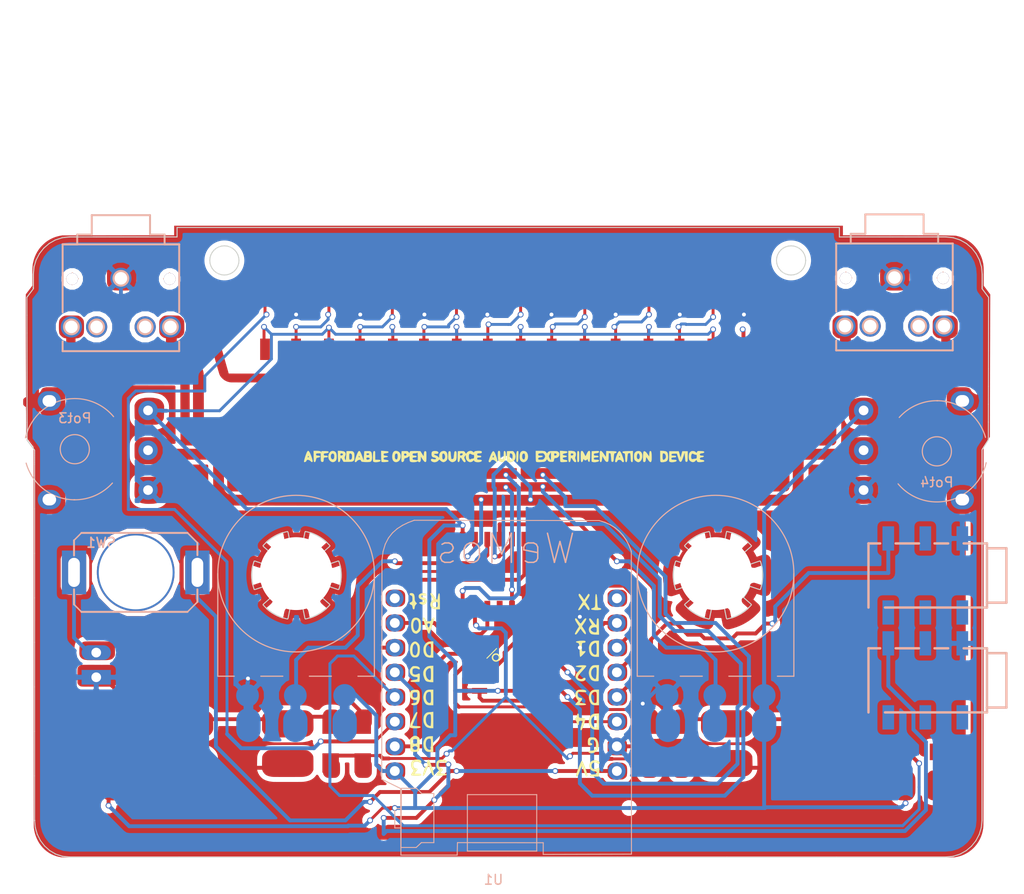
<source format=kicad_pcb>
(kicad_pcb (version 4) (host pcbnew 4.0.7-e0-6372~58~ubuntu16.04.1)
  (layers (0 F.Cu signal) (31 B.Cu signal) (34 B.Paste user) (35 F.Paste user) (36 B.SilkS user) (37 F.SilkS user) (38 B.Mask user) (39 F.Mask user) (44 Edge.Cuts user))
  (net 0 "")
  (net 1 +3V3)
  (net 2 CV1)
  (net 3 CV2)
  (net 4 GND)
  (net 5 "Net-(IC1-Pad9)")
  (net 6 "Net-(IC1-Pad10)")
  (net 7 "Net-(IC1-Pad11)")
  (net 8 Pot4)
  (net 9 Pot1)
  (net 10 Pot2)
  (net 11 L-Out)
  (net 12 R-Out)
  (net 13 "Net-(D1-Pad1)")
  (net 14 "Net-(IC1-Pad3)")
  (net 15 "Net-(IC2-Pad1)")
  (net 16 Led1_pulldown)
  (net 17 +BATT)
  (net 18 Pot3)
  (net 19 NEO-Pixel)
  (net 20 "Net-(D2-Pad1)")
  (net 21 "Net-(NEO1-Pad4)")
  (net 22 "Net-(NEO2-Pad4)")
  (net 23 "Net-(NEO3-Pad4)")
  (net 24 "Net-(NEO4-Pad4)")
  (net 25 "Net-(NEO5-Pad4)")
  (net 26 "Net-(NEO6-Pad4)")
  (net 27 "Net-(NEO7-Pad4)")
  (net 28 "Net-(R3-Pad1)")
  (net 29 "Net-(R5-Pad1)")
  (net 30 +5V)
  (net 31 Buttons)
  (net 32 problem)
  (net 33 D3)
  (net 34 D5)
  (net 35 "Net-(IC2-Pad3)")
  (module ESPTINY86_MixtapePCB:4xxx_SOIC-16W_Pitch1.27mm (layer F.Cu) (at 88.9 76.2 90)
    (fp_text reference IC1)
    (fp_text value 4051)
    (pad 1 smd rect (at -3.55 -4.445 90) (size 1.5 0.6) (layers F.Cu F.Paste F.Mask) (net 2 CV1))
    (pad 2 smd rect (at -3.55 -3.175 90) (size 1.5 0.6) (layers F.Cu F.Paste F.Mask) (net 31 Buttons))
    (pad 3 smd rect (at -3.55 -1.905 90) (size 1.5 0.6) (layers F.Cu F.Paste F.Mask) (net 14 "Net-(IC1-Pad3)"))
    (pad 4 smd rect (at -3.55 -0.635 90) (size 1.5 0.6) (layers F.Cu F.Paste F.Mask))
    (pad 5 smd rect (at -3.55 0.635 90) (size 1.5 0.6) (layers F.Cu F.Paste F.Mask) (net 3 CV2))
    (pad 6 smd rect (at -3.55 1.905 90) (size 1.5 0.6) (layers F.Cu F.Paste F.Mask) (net 4 GND))
    (pad 7 smd rect (at -3.55 3.175 90) (size 1.5 0.6) (layers F.Cu F.Paste F.Mask) (net 4 GND))
    (pad 8 smd rect (at -3.55 4.445 90) (size 1.5 0.6) (layers F.Cu F.Paste F.Mask) (net 4 GND))
    (pad 9 smd rect (at 3.55 4.445 90) (size 1.5 0.6) (layers F.Cu F.Paste F.Mask) (net 5 "Net-(IC1-Pad9)"))
    (pad 10 smd rect (at 3.55 3.175 90) (size 1.5 0.6) (layers F.Cu F.Paste F.Mask) (net 6 "Net-(IC1-Pad10)"))
    (pad 11 smd rect (at 3.55 1.905 90) (size 1.5 0.6) (layers F.Cu F.Paste F.Mask) (net 7 "Net-(IC1-Pad11)"))
    (pad 12 smd rect (at 3.55 0.635 90) (size 1.5 0.6) (layers F.Cu F.Paste F.Mask) (net 8 Pot4))
    (pad 13 smd rect (at 3.55 -0.635 90) (size 1.5 0.6) (layers F.Cu F.Paste F.Mask) (net 9 Pot1))
    (pad 14 smd rect (at 3.55 -1.905 90) (size 1.5 0.6) (layers F.Cu F.Paste F.Mask) (net 10 Pot2))
    (pad 15 smd rect (at 3.55 -3.175 90) (size 1.5 0.6) (layers F.Cu F.Paste F.Mask) (net 18 Pot3))
    (pad 16 smd rect (at 3.55 -4.445 90) (size 1.5 0.6) (layers F.Cu F.Paste F.Mask) (net 1 +3V3))
  )
  (module ESPTINY86_MixtapePCB:Potentiometer_wheel (layer B.Cu) (at 133.35 63.5)
    (fp_text reference Pot4 (at -0.08 3.302) (layer B.SilkS) (effects (justify mirror)))
    (fp_text value 10k)
    (pad 3 thru_hole circle (at -7.62 4.1) (size 2 2) (drill 1) (layers *.Cu *.Mask) (net 4 GND))
    (pad 2 thru_hole circle (at -7.62 0) (size 2 2) (drill 1) (layers *.Cu *.Mask) (net 8 Pot4))
    (pad 1 thru_hole circle (at -7.62 -4.1) (size 2 2) (drill 1) (layers *.Cu *.Mask) (net 1 +3V3))
    (pad "" thru_hole oval (at 2.54 5.08) (size 2.4 2) (drill oval 1.4 1.2) (layers *.Cu *.Mask))
    (pad "" thru_hole oval (at 2.54 -5.08) (size 2.4 2) (drill oval 1.4 1.2) (layers *.Cu *.Mask))
  )
  (module ESPTINY86_MixtapePCB:R_1206_Mixtape (layer F.Cu) (at 131.54 94.5515 180)
    (fp_text reference R1)
    (fp_text value R)
    (pad 1 smd rect (at -2 0 180) (size 2 1.7) (layers F.Cu F.Mask) (net 13 "Net-(D1-Pad1)"))
    (pad 2 smd rect (at 2 0 180) (size 2 1.7) (layers F.Cu F.Paste F.Mask) (net 16 Led1_pulldown))
  )
  (module ESPTINY86_MixtapePCB:R_1206_Mixtape (layer F.Cu) (at 46.863 94.5515 180)
    (fp_text reference R2)
    (fp_text value R)
    (pad 1 smd rect (at -2 0 180) (size 2 1.7) (layers F.Cu F.Mask) (net 4 GND))
    (pad 2 smd rect (at 2 0 180) (size 2 1.7) (layers F.Cu F.Paste F.Mask) (net 20 "Net-(D2-Pad1)"))
  )
  (module ESPTINY86_MixtapePCB:R_1206_Mixtape (layer F.Cu) (at 106.934 93.694 270)
    (fp_text reference R3)
    (fp_text value 22k)
    (pad 1 smd rect (at -2 0 270) (size 2 1.7) (layers F.Cu F.Mask) (net 28 "Net-(R3-Pad1)"))
    (pad 2 smd rect (at 2 0 270) (size 2 1.7) (layers F.Cu F.Paste F.Mask) (net 31 Buttons))
  )
  (module ESPTINY86_MixtapePCB:R_1206_Mixtape (layer F.Cu) (at 74.168 93.694 270)
    (fp_text reference R4)
    (fp_text value 10k)
    (pad 1 smd rect (at -2 0 270) (size 2 1.7) (layers F.Cu F.Mask) (net 1 +3V3))
    (pad 2 smd rect (at 2 0 270) (size 2 1.7) (layers F.Cu F.Paste F.Mask) (net 31 Buttons))
  )
  (module ESPTINY86_MixtapePCB:R_1206_Mixtape (layer F.Cu) (at 70.866 93.694 270)
    (fp_text reference R5)
    (fp_text value 10k)
    (pad 1 smd rect (at -2 0 270) (size 2 1.7) (layers F.Cu F.Mask) (net 29 "Net-(R5-Pad1)"))
    (pad 2 smd rect (at 2 0 270) (size 2 1.7) (layers F.Cu F.Paste F.Mask) (net 31 Buttons))
  )
  (module ESPTINY86_MixtapePCB:WeMOS_ESP (layer B.Cu) (at 88.9 88.9 180)
    (fp_text reference U1 (at 1.27 -18.81 180) (layer B.SilkS) (effects (justify mirror)))
    (fp_text value WeMos_mini)
    (fp_text user WeMos (at 0 15.24 180) (layer B.SilkS) (effects (font (size 3 3)) (justify mirror)))
    (pad 8 thru_hole circle (at -11.43 10.16 180) (size 1.8 1.8) (drill 1.016) (layers B.Cu B.Mask))
    (pad 7 thru_hole circle (at -11.43 7.62 180) (size 1.8 1.8) (drill 1.016) (layers B.Cu B.Mask) (net 35 "Net-(IC2-Pad3)"))
    (pad 6 thru_hole circle (at -11.43 5.08 180) (size 1.8 1.8) (drill 1.016) (layers B.Cu B.Mask) (net 6 "Net-(IC1-Pad10)"))
    (pad 5 thru_hole circle (at -11.43 2.54 180) (size 1.8 1.8) (drill 1.016) (layers B.Cu B.Mask) (net 5 "Net-(IC1-Pad9)"))
    (pad 4 thru_hole circle (at -11.43 0 180) (size 1.8 1.8) (drill 1.016) (layers B.Cu B.Mask) (net 33 D3))
    (pad 3 thru_hole circle (at -11.43 -2.54 180) (size 1.8 1.8) (drill 1.016) (layers B.Cu B.Mask) (net 32 problem))
    (pad 2 thru_hole circle (at -11.43 -5.08 180) (size 1.8 1.8) (drill 1.016) (layers B.Cu B.Mask) (net 4 GND))
    (pad 1 thru_hole circle (at -11.43 -7.62 180) (size 1.8 1.8) (drill 1.016) (layers B.Cu B.Mask) (net 30 +5V))
    (pad 16 thru_hole circle (at 11.43 -7.62 180) (size 1.8 1.8) (drill 1.016) (layers B.Cu B.Mask) (net 1 +3V3))
    (pad 15 thru_hole circle (at 11.43 -5.08 180) (size 1.8 1.8) (drill 1.016) (layers B.Cu B.Mask) (net 15 "Net-(IC2-Pad1)"))
    (pad 14 thru_hole circle (at 11.43 -2.54 180) (size 1.8 1.8) (drill 1.016) (layers B.Cu B.Mask) (net 19 NEO-Pixel))
    (pad 13 thru_hole circle (at 11.43 0 180) (size 1.8 1.8) (drill 1.016) (layers B.Cu B.Mask) (net 16 Led1_pulldown))
    (pad 12 thru_hole circle (at 11.43 2.54 180) (size 1.8 1.8) (drill 1.016) (layers B.Cu B.Mask) (net 34 D5))
    (pad 11 thru_hole circle (at 11.43 5.08 180) (size 1.8 1.8) (drill 1.016) (layers B.Cu B.Mask) (net 7 "Net-(IC1-Pad11)"))
    (pad 10 thru_hole circle (at 11.43 7.62 180) (size 1.8 1.8) (drill 1.016) (layers B.Cu B.Mask) (net 14 "Net-(IC1-Pad3)"))
    (pad 9 thru_hole circle (at 11.43 10.16 180) (size 1.8 1.8) (drill 1.016) (layers B.Cu B.Mask))
  )
  (module ESPTINY86_MixtapePCB:MixtapeEdge (layer F.Cu) (at 89 55.9)
    (fp_text reference "" (at 0 0) (layer F.SilkS))
    (fp_text value "" (at 0 0) (layer F.SilkS))
    (fp_poly (pts (xy 34.597825 -15.014575) (xy 34.60115 -14.52245) (xy 40.3225 -14.515398) (xy 40.779045 -14.514845) (xy 41.210906 -14.514335) (xy 41.618798 -14.51386) (xy 42.003434 -14.513412) (xy 42.36553 -14.512981) (xy 42.705801 -14.512558) (xy 43.024963 -14.512134) (xy 43.32373 -14.511701) (xy 43.602816 -14.51125) (xy 43.862938 -14.510771) (xy 44.10481 -14.510257) (xy 44.329148 -14.509697) (xy 44.536665 -14.509084) (xy 44.728078 -14.508408) (xy 44.9041 -14.50766) (xy 45.065449 -14.506832) (xy 45.212837 -14.505915) (xy 45.34698 -14.504899) (xy 45.468594 -14.503777) (xy 45.578393 -14.502538) (xy 45.677092 -14.501175) (xy 45.765407 -14.499678) (xy 45.844052 -14.498038) (xy 45.913742 -14.496247) (xy 45.975192 -14.494296) (xy 46.029118 -14.492176) (xy 46.076234 -14.489877) (xy 46.117255 -14.487391) (xy 46.152897 -14.48471) (xy 46.183874 -14.481824) (xy 46.210902 -14.478724) (xy 46.234695 -14.475402) (xy 46.255968 -14.471849) (xy 46.275436 -14.468055) (xy 46.293816 -14.464012) (xy 46.31182 -14.459712) (xy 46.330165 -14.455144) (xy 46.349565 -14.450301) (xy 46.370736 -14.445173) (xy 46.3931 -14.440039) (xy 46.662494 -14.36735) (xy 46.927205 -14.270678) (xy 47.184562 -14.15136) (xy 47.431899 -14.010732) (xy 47.666546 -13.85013) (xy 47.8282 -13.721127) (xy 48.050303 -13.515722) (xy 48.252649 -13.294663) (xy 48.43467 -13.058937) (xy 48.595797 -12.809532) (xy 48.735463 -12.547434) (xy 48.8531 -12.273631) (xy 48.94814 -11.989108) (xy 49.020016 -11.694854) (xy 49.033039 -11.62685) (xy 49.042568 -11.572843) (xy 49.050878 -11.521189) (xy 49.05805 -11.469782) (xy 49.064168 -11.41651) (xy 49.069314 -11.359266) (xy 49.073571 -11.295939) (xy 49.07702 -11.224421) (xy 49.079745 -11.142602) (xy 49.081828 -11.048372) (xy 49.083351 -10.939624) (xy 49.084397 -10.814247) (xy 49.085049 -10.670132) (xy 49.085388 -10.50517) (xy 49.085498 -10.317252) (xy 49.0855 -10.285246) (xy 49.0855 -9.344688) (xy 49.761998 -8.43915) (xy 49.753977 -7.14375) (xy 49.753427 -7.044701) (xy 49.752852 -6.921271) (xy 49.752252 -6.774482) (xy 49.751632 -6.605353) (xy 49.750992 -6.414905) (xy 49.750335 -6.204158) (xy 49.749664 -5.974133) (xy 49.74898 -5.725849) (xy 49.748286 -5.460326) (xy 49.747584 -5.178586) (xy 49.746876 -4.881648) (xy 49.746165 -4.570532) (xy 49.745453 -4.246258) (xy 49.744741 -3.909847) (xy 49.744034 -3.562319) (xy 49.743331 -3.204695) (xy 49.742637 -2.837993) (xy 49.741953 -2.463236) (xy 49.741281 -2.081442) (xy 49.740623 -1.693632) (xy 49.739983 -1.300826) (xy 49.739361 -0.904044) (xy 49.738761 -0.504307) (xy 49.738185 -0.102635) (xy 49.737795 0.180844) (xy 49.729634 6.210038) (xy 49.0728 7.23852) (xy 49.072468 26.647535) (xy 49.072446 27.474667) (xy 49.072409 28.287928) (xy 49.072357 29.087038) (xy 49.072291 29.871719) (xy 49.07221 30.641692) (xy 49.072114 31.396678) (xy 49.072004 32.136398) (xy 49.071881 32.860574) (xy 49.071743 33.568927) (xy 49.071592 34.261178) (xy 49.071427 34.937049) (xy 49.071248 35.59626) (xy 49.071057 36.238533) (xy 49.070852 36.863589) (xy 49.070635 37.471149) (xy 49.070405 38.060935) (xy 49.070162 38.632668) (xy 49.069907 39.186068) (xy 49.06964 39.720858) (xy 49.069361 40.236758) (xy 49.069071 40.73349) (xy 49.068768 41.210775) (xy 49.068454 41.668334) (xy 49.068129 42.105888) (xy 49.067793 42.523159) (xy 49.067445 42.919868) (xy 49.067087 43.295736) (xy 49.066718 43.650484) (xy 49.066339 43.983834) (xy 49.06595 44.295506) (xy 49.06555 44.585222) (xy 49.065141 44.852704) (xy 49.064722 45.097672) (xy 49.064293 45.319848) (xy 49.063855 45.518952) (xy 49.063408 45.694707) (xy 49.062951 45.846833) (xy 49.062486 45.975052) (xy 49.062012 46.079084) (xy 49.061529 46.158652) (xy 49.061038 46.213476) (xy 49.060539 46.243277) (xy 49.060361 46.24778) (xy 49.029493 46.553109) (xy 48.975219 46.849497) (xy 48.897837 47.136268) (xy 48.797647 47.412742) (xy 48.674949 47.678242) (xy 48.530042 47.932089) (xy 48.363227 48.173604) (xy 48.174801 48.402111) (xy 48.05045 48.533744) (xy 47.837115 48.730681) (xy 47.608986 48.907353) (xy 47.367422 49.063103) (xy 47.113779 49.197271) (xy 46.849414 49.309197) (xy 46.575685 49.398223) (xy 46.293949 49.463688) (xy 46.064449 49.498566) (xy 46.057777 49.499107) (xy 46.046933 49.499637) (xy 46.03168 49.500156) (xy 46.011781 49.500666) (xy 45.986998 49.501165) (xy 45.957095 49.501654) (xy 45.921836 49.502133) (xy 45.880983 49.502602) (xy 45.834299 49.503062) (xy 45.781548 49.503512) (xy 45.722492 49.503952) (xy 45.656895 49.504382) (xy 45.584521 49.504803) (xy 45.505131 49.505215) (xy 45.418489 49.505618) (xy 45.324359 49.506011) (xy 45.222503 49.506395) (xy 45.112685 49.50677) (xy 44.994668 49.507137) (xy 44.868214 49.507494) (xy 44.733088 49.507843) (xy 44.589051 49.508183) (xy 44.435868 49.508515) (xy 44.273301 49.508838) (xy 44.101113 49.509153) (xy 43.919068 49.509459) (xy 43.726929 49.509758) (xy 43.524459 49.510048) (xy 43.311421 49.51033) (xy 43.087578 49.510604) (xy 42.852693 49.510871) (xy 42.60653 49.51113) (xy 42.348851 49.511381) (xy 42.07942 49.511624) (xy 41.798 49.51186) (xy 41.504353 49.512089) (xy 41.198244 49.51231) (xy 40.879435 49.512524) (xy 40.547689 49.512731) (xy 40.202769 49.512931) (xy 39.844439 49.513124) (xy 39.472462 49.51331) (xy 39.086601 49.51349) (xy 38.686618 49.513663) (xy 38.272278 49.513829) (xy 37.843343 49.513988) (xy 37.399576 49.514142) (xy 36.940741 49.514289) (xy 36.4666 49.51443) (xy 35.976917 49.514564) (xy 35.471455 49.514693) (xy 34.949977 49.514815) (xy 34.412246 49.514932) (xy 33.858026 49.515043) (xy 33.287078 49.515148) (xy 32.699168 49.515248) (xy 32.094057 49.515342) (xy 31.471508 49.515431) (xy 30.831286 49.515514) (xy 30.173152 49.515593) (xy 29.496871 49.515666) (xy 28.802205 49.515734) (xy 28.088918 49.515797) (xy 27.356772 49.515855) (xy 26.605531 49.515908) (xy 25.834957 49.515957) (xy 25.044815 49.516001) (xy 24.234866 49.51604) (xy 23.404875 49.516076) (xy 22.554604 49.516106) (xy 21.683817 49.516133) (xy 20.792276 49.516155) (xy 19.879745 49.516173) (xy 18.945987 49.516188) (xy 17.990764 49.516198) (xy 17.013841 49.516204) (xy 16.01498 49.516207) (xy 14.993945 49.516206) (xy 13.950498 49.516202) (xy 12.884402 49.516194) (xy 11.795422 49.516183) (xy 10.683319 49.516169) (xy 9.547857 49.516151) (xy 8.3888 49.516131) (xy 7.20591 49.516107) (xy 5.99895 49.51608) (xy 4.767684 49.516051) (xy 3.511874 49.516019) (xy 2.231284 49.515984) (xy 0.925677 49.515946) (xy 0.108027 49.515922) (xy -1.233383 49.515881) (xy -2.549615 49.515837) (xy -3.840887 49.515792) (xy -5.107422 49.515744) (xy -6.34944 49.515694) (xy -7.567162 49.515642) (xy -8.760807 49.515588) (xy -9.930598 49.515531) (xy -11.076754 49.515472) (xy -12.199497 49.51541) (xy -13.299048 49.515346) (xy -14.375626 49.515279) (xy -15.429452 49.515209) (xy -16.460748 49.515136) (xy -17.469734 49.51506) (xy -18.456631 49.514981) (xy -19.42166 49.514899) (xy -20.36504 49.514813) (xy -21.286994 49.514724) (xy -22.187741 49.514632) (xy -23.067502 49.514536) (xy -23.926499 49.514437) (xy -24.764951 49.514334) (xy -25.58308 49.514227) (xy -26.381106 49.514116) (xy -27.159251 49.514001) (xy -27.917733 49.513882) (xy -28.656776 49.513759) (xy -29.376598 49.513632) (xy -30.077421 49.513501) (xy -30.759466 49.513365) (xy -31.422953 49.513224) (xy -32.068103 49.513079) (xy -32.695137 49.51293) (xy -33.304275 49.512776) (xy -33.895738 49.512616) (xy -34.469748 49.512452) (xy -35.026523 49.512283) (xy -35.566287 49.512109) (xy -36.089258 49.51193) (xy -36.595658 49.511745) (xy -37.085707 49.511556) (xy -37.559626 49.51136) (xy -38.017637 49.511159) (xy -38.459959 49.510953) (xy -38.886813 49.510741) (xy -39.298421 49.510523) (xy -39.695002 49.510299) (xy -40.076778 49.510069) (xy -40.443969 49.509834) (xy -40.796795 49.509592) (xy -41.135479 49.509344) (xy -41.46024 49.50909) (xy -41.771299 49.508829) (xy -42.068877 49.508562) (xy -42.353194 49.508288) (xy -42.624471 49.508007) (xy -42.88293 49.50772) (xy -43.12879 49.507426) (xy -43.362273 49.507126) (xy -43.583598 49.506818) (xy -43.792988 49.506503) (xy -43.990662 49.506181) (xy -44.176841 49.505852) (xy -44.351747 49.505515) (xy -44.515599 49.505171) (xy -44.668618 49.50482) (xy -44.811026 49.504461) (xy -44.943042 49.504094) (xy -45.064888 49.503719) (xy -45.176785 49.503337) (xy -45.278952 49.502947) (xy -45.371611 49.502548) (xy -45.454983 49.502142) (xy -45.529288 49.501728) (xy -45.594746 49.501305) (xy -45.65158 49.500873) (xy -45.700008 49.500434) (xy -45.740253 49.499986) (xy -45.772534 49.499529) (xy -45.797073 49.499063) (xy -45.81409 49.498589) (xy -45.823806 49.498106) (xy -45.825315 49.497961) (xy -46.100473 49.452075) (xy -46.370747 49.382017) (xy -46.633884 49.288694) (xy -46.887634 49.173013) (xy -47.129743 49.035884) (xy -47.35195 48.882768) (xy -47.570324 48.701795) (xy -47.771762 48.502314) (xy -47.955605 48.285321) (xy -48.121189 48.05181) (xy -48.267853 47.802777) (xy -48.394933 47.539218) (xy -48.50177 47.262127) (xy -48.564224 47.060399) (xy -48.602779 46.907743) (xy -48.637788 46.737528) (xy -48.669968 46.546206) (xy -48.675788 46.5074) (xy -48.676727 46.500026) (xy -48.677639 46.490586) (xy -48.678525 46.478704) (xy -48.679385 46.464007) (xy -48.68022 46.446122) (xy -48.681031 46.424674) (xy -48.681817 46.399289) (xy -48.68258 46.369594) (xy -48.683319 46.335214) (xy -48.684037 46.295776) (xy -48.684732 46.250905) (xy -48.685406 46.200229) (xy -48.686059 46.143372) (xy -48.686691 46.079962) (xy -48.687304 46.009624) (xy -48.687898 45.931984) (xy -48.688473 45.846668) (xy -48.689029 45.753303) (xy -48.689568 45.651515) (xy -48.69009 45.540929) (xy -48.690596 45.421173) (xy -48.691085 45.291871) (xy -48.691559 45.15265) (xy -48.692017 45.003136) (xy -48.692462 44.842956) (xy -48.692892 44.671735) (xy -48.693309 44.489099) (xy -48.693714 44.294675) (xy -48.694106 44.088089) (xy -48.694486 43.868966) (xy -48.694855 43.636934) (xy -48.695213 43.391617) (xy -48.695562 43.132642) (xy -48.6959 42.859636) (xy -48.69623 42.572224) (xy -48.696551 42.270032) (xy -48.696864 41.952687) (xy -48.697169 41.619814) (xy -48.697468 41.271041) (xy -48.69776 40.905992) (xy -48.698047 40.524294) (xy -48.698328 40.125573) (xy -48.698605 39.709455) (xy -48.698877 39.275566) (xy -48.699145 38.823533) (xy -48.69941 38.352981) (xy -48.699673 37.863537) (xy -48.699934 37.354826) (xy -48.700193 36.826476) (xy -48.700451 36.278111) (xy -48.700709 35.709358) (xy -48.700966 35.119843) (xy -48.701225 34.509193) (xy -48.701484 33.877033) (xy -48.701745 33.222989) (xy -48.702008 32.546688) (xy -48.702274 31.847755) (xy -48.702544 31.125817) (xy -48.702817 30.3805) (xy -48.703094 29.61143) (xy -48.703377 28.818233) (xy -48.703665 28.000535) (xy -48.703959 27.157962) (xy -48.704079 26.8097) (xy -48.71085 7.25805) (xy -49.095026 6.751146) (xy -49.479201 6.244243) (xy -49.479201 5.207002) (xy -49.479313 5.030875) (xy -49.479638 4.850293) (xy -49.480157 4.66861) (xy -49.480852 4.489177) (xy -49.481705 4.315348) (xy -49.482699 4.150474) (xy -49.483815 3.997909) (xy -49.485034 3.861004) (xy -49.486339 3.743112) (xy -49.487579 3.655593) (xy -49.495958 3.141425) (xy -49.576738 3.099542) (xy -49.648582 3.053571) (xy -49.708623 2.998023) (xy -49.751905 2.938091) (xy -49.769065 2.898053) (xy -49.775183 2.86323) (xy -49.779693 2.808835) (xy -49.782601 2.740642) (xy -49.783915 2.664427) (xy -49.783639 2.585966) (xy -49.781781 2.511035) (xy -49.778348 2.445409) (xy -49.773344 2.394863) (xy -49.768477 2.370023) (xy -49.741491 2.315546) (xy -49.695669 2.261001) (xy -49.636909 2.212104) (xy -49.571105 2.174571) (xy -49.563397 2.171259) (xy -49.488979 2.140415) (xy -49.498302 -3.155718) (xy -49.506853 -8.014141) (xy -48.188258 -8.014141) (xy -48.184152 -4.511896) (xy -48.183759 -4.196364) (xy -48.183316 -3.877753) (xy -48.182827 -3.557696) (xy -48.182297 -3.237825) (xy -48.181729 -2.919775) (xy -48.181127 -2.605178) (xy -48.180495 -2.295669) (xy -48.179837 -1.99288) (xy -48.179157 -1.698445) (xy -48.178459 -1.413997) (xy -48.177747 -1.14117) (xy -48.177025 -0.881596) (xy -48.176297 -0.636911) (xy -48.175566 -0.408746) (xy -48.174837 -0.198736) (xy -48.174114 -0.008513) (xy -48.1734 0.160289) (xy -48.172699 0.306036) (xy -48.172399 0.36195) (xy -48.16475 1.73355) (xy -48.074906 1.644546) (xy -48.030079 1.597686) (xy -47.994376 1.553321) (xy -47.962322 1.503565) (xy -47.928438 1.440529) (xy -47.916156 1.415946) (xy -47.880456 1.347258) (xy -47.847258 1.294953) (xy -47.811763 1.255373) (xy -47.769174 1.224858) (xy -47.714693 1.19975) (xy -47.643523 1.17639) (xy -47.57839 1.158369) (xy -47.425056 1.117599) (xy -46.912253 1.117801) (xy -46.79329 1.118157) (xy -46.676134 1.119086) (xy -46.56463 1.120515) (xy -46.462624 1.122374) (xy -46.373961 1.12459) (xy -46.302486 1.127092) (xy -46.252046 1.129808) (xy -46.24705 1.130188) (xy -46.180522 1.135984) (xy -46.13141 1.142313) (xy -46.091779 1.151265) (xy -46.053693 1.164932) (xy -46.009217 1.185403) (xy -45.977247 1.201278) (xy -45.921592 1.230698) (xy -45.87661 1.25903) (xy -45.835121 1.291783) (xy -45.789944 1.334471) (xy -45.749642 1.375986) (xy -45.668635 1.465444) (xy -45.605437 1.546521) (xy -45.556836 1.625095) (xy -45.519619 1.707041) (xy -45.490575 1.798236) (xy -45.469817 1.887886) (xy -45.464575 1.915935) (xy -45.460189 1.945741) (xy -45.456585 1.979751) (xy -45.45369 2.02041) (xy -45.45143 2.070165) (xy -45.44973 2.131463) (xy -45.448517 2.206751) (xy -45.447717 2.298474) (xy -45.447256 2.40908) (xy -45.447059 2.541014) (xy -45.447039 2.6416) (xy -45.447102 2.786598) (xy -45.447308 2.908688) (xy -45.447748 3.010362) (xy -45.44851 3.094112) (xy -45.449686 3.16243) (xy -45.451365 3.217806) (xy -45.453637 3.262734) (xy -45.456594 3.299706) (xy -45.460324 3.331212) (xy -45.464919 3.359745) (xy -45.470467 3.387797) (xy -45.474743 3.40747) (xy -45.498184 3.499301) (xy -45.526485 3.579825) (xy -45.562612 3.654189) (xy -45.609529 3.727535) (xy -45.670201 3.80501) (xy -45.747595 3.891758) (xy -45.763825 3.909068) (xy -45.837497 3.976472) (xy -45.922606 4.036857) (xy -46.011955 4.085948) (xy -46.098345 4.119475) (xy -46.13275 4.128035) (xy -46.167426 4.132281) (xy -46.226669 4.136207) (xy -46.309653 4.139787) (xy -46.415546 4.142995) (xy -46.54352 4.145802) (xy -46.692744 4.148185) (xy -46.806031 4.149549) (xy -47.403111 4.155911) (xy -47.553916 4.115665) (xy -47.647062 4.089122) (xy -47.719713 4.063248) (xy -47.776451 4.034681) (xy -47.821858 4.000052) (xy -47.860515 3.955999) (xy -47.897006 3.899154) (xy -47.928613 3.840467) (xy -47.998548 3.72953) (xy -48.06549 3.653142) (xy -48.103125 3.616408) (xy -48.134541 3.587753) (xy -48.155225 3.571195) (xy -48.16031 3.5687) (xy -48.161917 3.581097) (xy -48.163452 3.617077) (xy -48.164897 3.674822) (xy -48.166234 3.752516) (xy -48.167446 3.848342) (xy -48.168515 3.960481) (xy -48.169424 4.087118) (xy -48.170154 4.226435) (xy -48.170688 4.376614) (xy -48.171009 4.535839) (xy -48.171101 4.680602) (xy -48.171101 5.792505) (xy -47.383701 6.835773) (xy -47.383639 8.977311) (xy -47.383577 11.11885) (xy -46.853414 11.122063) (xy -46.697314 11.123175) (xy -46.564218 11.12462) (xy -46.451728 11.126625) (xy -46.357447 11.129414) (xy -46.278977 11.133212) (xy -46.213923 11.138245) (xy -46.159888 11.144739) (xy -46.114474 11.152919) (xy -46.075284 11.16301) (xy -46.039922 11.175238) (xy -46.00599 11.189828) (xy -45.975817 11.204594) (xy -45.928298 11.23028) (xy -45.887232 11.256837) (xy -45.847008 11.28876) (xy -45.80201 11.330544) (xy -45.746627 11.386684) (xy -45.740585 11.392965) (xy -45.682484 11.455337) (xy -45.632326 11.514381) (xy -45.589537 11.572477) (xy -45.553542 11.632006) (xy -45.523768 11.695348) (xy -45.49964 11.764884) (xy -45.480585 11.842994) (xy -45.466026 11.93206) (xy -45.455392 12.03446) (xy -45.448106 12.152576) (xy -45.443596 12.288788) (xy -45.441286 12.445477) (xy -45.440602 12.625024) (xy -45.4406 12.6365) (xy -45.441141 12.817006) (xy -45.443155 12.974511) (xy -45.447231 13.111396) (xy -45.453955 13.230043) (xy -45.463917 13.332835) (xy -45.477703 13.422154) (xy -45.495903 13.500382) (xy -45.519103 13.569901) (xy -45.547893 13.633095) (xy -45.582859 13.692345) (xy -45.624589 13.750033) (xy -45.673672 13.808542) (xy -45.730696 13.870254) (xy -45.75004 13.890369) (xy -45.836699 13.973879) (xy -45.916826 14.037265) (xy -45.995059 14.083216) (xy -46.076036 14.11442) (xy -46.164395 14.133565) (xy -46.171241 14.134561) (xy -46.205585 14.137786) (xy -46.262094 14.141124) (xy -46.337536 14.144468) (xy -46.428679 14.147708) (xy -46.532289 14.150735) (xy -46.645133 14.15344) (xy -46.763978 14.155714) (xy -46.828075 14.156705) (xy -47.3837 14.164561) (xy -47.383596 30.180405) (xy -47.38358 31.068896) (xy -47.383544 31.932334) (xy -47.383488 32.770707) (xy -47.383411 33.584006) (xy -47.383314 34.372221) (xy -47.383197 35.135342) (xy -47.38306 35.873358) (xy -47.382903 36.58626) (xy -47.382725 37.274038) (xy -47.382527 37.936682) (xy -47.382309 38.574181) (xy -47.382071 39.186525) (xy -47.381813 39.773706) (xy -47.381535 40.335711) (xy -47.381236 40.872533) (xy -47.380918 41.384159) (xy -47.380579 41.870581) (xy -47.38022 42.331789) (xy -47.379842 42.767772) (xy -47.379443 43.17852) (xy -47.379024 43.564023) (xy -47.378585 43.924272) (xy -47.378126 44.259255) (xy -47.377646 44.568964) (xy -47.377147 44.853388) (xy -47.376628 45.112517) (xy -47.376089 45.346341) (xy -47.375529 45.55485) (xy -47.37495 45.738034) (xy -47.374351 45.895883) (xy -47.373731 46.028387) (xy -47.373092 46.135536) (xy -47.372433 46.21732) (xy -47.371754 46.273728) (xy -47.371054 46.304751) (xy -47.37072 46.31055) (xy -47.331705 46.557439) (xy -47.271173 46.791189) (xy -47.18884 47.012604) (xy -47.084421 47.222486) (xy -46.996915 47.36465) (xy -46.863311 47.543022) (xy -46.714308 47.701339) (xy -46.550691 47.839126) (xy -46.373241 47.955905) (xy -46.182742 48.051202) (xy -45.979976 48.124539) (xy -45.765727 48.175441) (xy -45.6311 48.195116) (xy -45.615645 48.195433) (xy -45.575137 48.195745) (xy -45.509921 48.196054) (xy -45.420343 48.196359) (xy -45.306752 48.196659) (xy -45.169491 48.196956) (xy -45.008909 48.197248) (xy -44.825351 48.197537) (xy -44.619163 48.197821) (xy -44.390692 48.198102) (xy -44.140285 48.198378) (xy -43.868287 48.19865) (xy -43.575044 48.198919) (xy -43.260904 48.199183) (xy -42.926213 48.199443) (xy -42.571316 48.199699) (xy -42.19656 48.199951) (xy -41.802291 48.200199) (xy -41.388857 48.200443) (xy -40.956602 48.200683) (xy -40.505874 48.200918) (xy -40.037018 48.20115) (xy -39.550381 48.201377) (xy -39.04631 48.201601) (xy -38.52515 48.20182) (xy -37.987249 48.202035) (xy -37.432951 48.202246) (xy -36.862604 48.202453) (xy -36.276554 48.202656) (xy -35.675147 48.202855) (xy -35.05873 48.203049) (xy -34.427649 48.20324) (xy -33.782249 48.203426) (xy -33.122879 48.203608) (xy -32.449883 48.203786) (xy -31.763608 48.20396) (xy -31.0644 48.20413) (xy -30.352607 48.204295) (xy -29.628573 48.204456) (xy -28.892646 48.204613) (xy -28.145172 48.204766) (xy -27.386496 48.204915) (xy -26.616966 48.20506) (xy -25.836928 48.2052) (xy -25.046727 48.205336) (xy -24.246711 48.205468) (xy -23.437225 48.205596) (xy -22.618617 48.205719) (xy -21.791232 48.205839) (xy -20.955416 48.205954) (xy -20.111516 48.206064) (xy -19.259878 48.206171) (xy -18.400849 48.206273) (xy -17.534775 48.206371) (xy -16.662002 48.206465) (xy -15.782876 48.206555) (xy -14.897744 48.20664) (xy -14.006952 48.206721) (xy -13.110847 48.206798) (xy -12.209774 48.206871) (xy -11.304081 48.206939) (xy -10.394113 48.207003) (xy -9.480216 48.207062) (xy -8.562738 48.207118) (xy -7.642024 48.207169) (xy -6.71842 48.207216) (xy -5.792274 48.207258) (xy -4.863931 48.207296) (xy -3.933737 48.20733) (xy -3.00204 48.207359) (xy -2.069184 48.207385) (xy -1.135518 48.207405) (xy -0.201386 48.207422) (xy 0.732865 48.207434) (xy 1.666888 48.207442) (xy 2.600338 48.207445) (xy 3.532867 48.207445) (xy 4.46413 48.207439) (xy 5.39378 48.20743) (xy 6.321471 48.207416) (xy 7.246856 48.207397) (xy 8.16959 48.207375) (xy 9.089325 48.207347) (xy 10.005717 48.207316) (xy 10.918417 48.20728) (xy 11.827081 48.20724) (xy 12.731361 48.207195) (xy 13.630912 48.207146) (xy 14.525386 48.207092) (xy 15.414439 48.207034) (xy 16.297722 48.206972) (xy 17.174891 48.206905) (xy 18.045599 48.206834) (xy 18.909499 48.206758) (xy 19.766245 48.206678) (xy 20.615491 48.206594) (xy 21.45689 48.206505) (xy 22.290097 48.206411) (xy 23.114765 48.206313) (xy 23.930547 48.206211) (xy 24.737097 48.206104) (xy 25.534069 48.205993) (xy 26.321117 48.205877) (xy 27.097894 48.205757) (xy 27.864054 48.205632) (xy 28.61925 48.205502) (xy 29.363137 48.205369) (xy 30.095368 48.20523) (xy 30.815597 48.205088) (xy 31.523477 48.20494) (xy 32.218662 48.204788) (xy 32.900806 48.204632) (xy 33.569562 48.204471) (xy 34.224584 48.204306) (xy 34.865526 48.204136) (xy 35.492042 48.203961) (xy 36.103784 48.203782) (xy 36.700408 48.203599) (xy 37.281566 48.203411) (xy 37.846912 48.203218) (xy 38.3961 48.203021) (xy 38.928783 48.202819) (xy 39.444616 48.202612) (xy 39.943252 48.202401) (xy 40.424344 48.202186) (xy 40.887546 48.201966) (xy 41.332513 48.201741) (xy 41.758897 48.201511) (xy 42.166353 48.201277) (xy 42.554533 48.201039) (xy 42.923092 48.200796) (xy 43.271684 48.200548) (xy 43.599961 48.200295) (xy 43.907579 48.200038) (xy 44.19419 48.199777) (xy 44.459447 48.19951) (xy 44.703006 48.199239) (xy 44.924519 48.198964) (xy 45.12364 48.198683) (xy 45.300023 48.198399) (xy 45.453322 48.198109) (xy 45.58319 48.197815) (xy 45.689281 48.197516) (xy 45.771248 48.197212) (xy 45.828745 48.196904) (xy 45.861427 48.196591) (xy 45.869292 48.196376) (xy 46.00362 48.178536) (xy 46.129531 48.153308) (xy 46.258811 48.118108) (xy 46.331025 48.095089) (xy 46.536617 48.01376) (xy 46.730044 47.91098) (xy 46.910209 47.788159) (xy 47.076015 47.64671) (xy 47.226363 47.488044) (xy 47.360155 47.313571) (xy 47.476293 47.124705) (xy 47.57368 46.922855) (xy 47.651217 46.709433) (xy 47.707807 46.485851) (xy 47.739036 46.28515) (xy 47.739739 46.266062) (xy 47.740423 46.22159) (xy 47.741087 46.151748) (xy 47.741731 46.056553) (xy 47.742355 45.936019) (xy 47.74296 45.790162) (xy 47.743544 45.618997) (xy 47.744109 45.42254) (xy 47.744655 45.200805) (xy 47.74518 44.953808) (xy 47.745686 44.681566) (xy 47.746171 44.384092) (xy 47.746637 44.061402) (xy 47.747083 43.713512) (xy 47.747509 43.340436) (xy 47.747916 42.942192) (xy 47.748302 42.518792) (xy 47.748668 42.070254) (xy 47.749015 41.596593) (xy 47.749342 41.097823) (xy 47.749648 40.57396) (xy 47.749935 40.025019) (xy 47.750202 39.451017) (xy 47.750449 38.851967) (xy 47.750676 38.227886) (xy 47.750882 37.578789) (xy 47.751069 36.904691) (xy 47.751236 36.205608) (xy 47.751383 35.481555) (xy 47.751509 34.732546) (xy 47.751616 33.958599) (xy 47.751702 33.159728) (xy 47.751769 32.335947) (xy 47.751815 31.487274) (xy 47.751842 30.613723) (xy 47.751848 30.0355) (xy 47.75185 29.263873) (xy 47.751851 28.517236) (xy 47.751849 27.795179) (xy 47.751845 27.097292) (xy 47.751837 26.423165) (xy 47.751825 25.772388) (xy 47.751808 25.14455) (xy 47.751787 24.539241) (xy 47.751759 23.956052) (xy 47.751725 23.394573) (xy 47.751685 22.854393) (xy 47.751636 22.335102) (xy 47.751579 21.83629) (xy 47.751514 21.357548) (xy 47.751439 20.898465) (xy 47.751354 20.45863) (xy 47.751258 20.037635) (xy 47.751151 19.635069) (xy 47.751032 19.250521) (xy 47.750901 18.883583) (xy 47.750757 18.533843) (xy 47.750599 18.200891) (xy 47.750426 17.884319) (xy 47.750239 17.583715) (xy 47.750037 17.298669) (xy 47.749818 17.028772) (xy 47.749583 16.773613) (xy 47.74933 16.532782) (xy 47.74906 16.30587) (xy 47.748771 16.092465) (xy 47.748463 15.892159) (xy 47.748135 15.704541) (xy 47.747787 15.529201) (xy 47.747418 15.365729) (xy 47.747027 15.213714) (xy 47.746615 15.072748) (xy 47.74618 14.942419) (xy 47.745721 14.822317) (xy 47.745239 14.712034) (xy 47.744732 14.611158) (xy 47.744199 14.519279) (xy 47.743642 14.435988) (xy 47.743057 14.360874) (xy 47.742446 14.293527) (xy 47.741808 14.233537) (xy 47.741141 14.180495) (xy 47.740445 14.13399) (xy 47.73972 14.093611) (xy 47.738965 14.05895) (xy 47.73818 14.029596) (xy 47.737363 14.005138) (xy 47.736515 13.985167) (xy 47.735634 13.969273) (xy 47.734721 13.957046) (xy 47.733774 13.948075) (xy 47.732792 13.94195) (xy 47.731776 13.938262) (xy 47.730724 13.9366) (xy 47.729637 13.936555) (xy 47.728513 13.937716) (xy 47.728161 13.93825) (xy 47.699077 13.979691) (xy 47.66654 14.013267) (xy 47.626265 14.041439) (xy 47.573964 14.066668) (xy 47.505351 14.091414) (xy 47.416139 14.118138) (xy 47.413497 14.118884) (xy 47.28845 14.15415) (xy 46.71695 14.152686) (xy 46.554309 14.151979) (xy 46.414895 14.150652) (xy 46.29654 14.148551) (xy 46.197075 14.145522) (xy 46.114332 14.141412) (xy 46.046142 14.136066) (xy 45.990337 14.129331) (xy 45.944747 14.121053) (xy 45.907205 14.111078) (xy 45.875542 14.099252) (xy 45.859783 14.09187) (xy 45.813033 14.067836) (xy 45.776204 14.046775) (xy 45.743594 14.024431) (xy 45.709501 13.996548) (xy 45.668223 13.958869) (xy 45.620108 13.91296) (xy 45.524584 13.81277) (xy 45.446747 13.713597) (xy 45.388595 13.618282) (xy 45.353256 13.533415) (xy 45.340533 13.490601) (xy 45.329786 13.450151) (xy 45.320847 13.409521) (xy 45.313553 13.366168) (xy 45.307737 13.31755) (xy 45.303235 13.261123) (xy 45.299881 13.194343) (xy 45.29751 13.114668) (xy 45.295957 13.019555) (xy 45.295056 12.90646) (xy 45.294642 12.77284) (xy 45.29455 12.63015) (xy 45.294633 12.483392) (xy 45.294934 12.359572) (xy 45.295528 12.256227) (xy 45.296489 12.170898) (xy 45.297894 12.10112) (xy 45.299817 12.044434) (xy 45.302334 11.998376) (xy 45.305519 11.960485) (xy 45.309449 11.9283) (xy 45.314198 11.899358) (xy 45.317387 11.88294) (xy 45.340917 11.783995) (xy 45.369847 11.698369) (xy 45.407304 11.620493) (xy 45.456414 11.544795) (xy 45.520305 11.465706) (xy 45.599456 11.380379) (xy 45.656458 11.323363) (xy 45.703687 11.280917) (xy 45.747537 11.248022) (xy 45.794401 11.219657) (xy 45.824053 11.204028) (xy 45.858417 11.18735) (xy 45.892231 11.173176) (xy 45.927848 11.161289) (xy 45.967618 11.151474) (xy 46.013894 11.143516) (xy 46.069027 11.137201) (xy 46.13537 11.132311) (xy 46.215274 11.128633) (xy 46.311091 11.125951) (xy 46.425172 11.124049) (xy 46.55987 11.122712) (xy 46.717537 11.121724) (xy 46.7233 11.121695) (xy 47.27575 11.11885) (xy 47.4218 11.160937) (xy 47.513127 11.189418) (xy 47.583384 11.216904) (xy 47.636686 11.245708) (xy 47.677147 11.278141) (xy 47.70888 11.316516) (xy 47.714885 11.325649) (xy 47.752 11.384172) (xy 47.752 9.122516) (xy 47.751999 6.860859) (xy 48.082199 6.344136) (xy 48.412399 5.827412) (xy 48.412399 4.590106) (xy 48.412339 4.377728) (xy 48.412148 4.189493) (xy 48.41181 4.024147) (xy 48.411309 3.880433) (xy 48.410629 3.757096) (xy 48.409753 3.65288) (xy 48.408666 3.566529) (xy 48.407351 3.496788) (xy 48.405793 3.4424) (xy 48.403975 3.40211) (xy 48.40188 3.374662) (xy 48.399494 3.358801) (xy 48.396799 3.35327) (xy 48.396525 3.353237) (xy 48.371575 3.358975) (xy 48.329939 3.373704) (xy 48.27757 3.3949) (xy 48.22042 3.42004) (xy 48.164444 3.446601) (xy 48.115596 3.47206) (xy 48.113878 3.473018) (xy 48.065315 3.504137) (xy 48.008766 3.54634) (xy 47.953778 3.59233) (xy 47.934013 3.61048) (xy 47.890283 3.653707) (xy 47.856613 3.692343) (xy 47.827865 3.733648) (xy 47.798902 3.784886) (xy 47.769879 3.842484) (xy 47.741277 3.898915) (xy 47.714584 3.948096) (xy 47.69274 3.984828) (xy 47.678686 4.003915) (xy 47.678442 4.004136) (xy 47.636806 4.033149) (xy 47.577335 4.06111) (xy 47.497475 4.089055) (xy 47.402633 4.115946) (xy 47.25035 4.155817) (xy 46.65345 4.149502) (xy 46.489231 4.147424) (xy 46.346146 4.1449) (xy 46.22495 4.141954) (xy 46.126396 4.13861) (xy 46.05124 4.134893) (xy 46.000235 4.130825) (xy 45.98035 4.127997) (xy 45.933123 4.11449) (xy 45.874781 4.091981) (xy 45.8159 4.064673) (xy 45.7999 4.056274) (xy 45.746371 4.024919) (xy 45.699404 3.991217) (xy 45.652217 3.94962) (xy 45.59803 3.894578) (xy 45.584 3.879579) (xy 45.526732 3.81622) (xy 45.477321 3.756676) (xy 45.435194 3.698541) (xy 45.399778 3.63941) (xy 45.3705 3.576877) (xy 45.346787 3.508538) (xy 45.328066 3.431986) (xy 45.313763 3.344816) (xy 45.303305 3.244624) (xy 45.29612 3.129003) (xy 45.291634 2.995549) (xy 45.289275 2.841856) (xy 45.288469 2.665519) (xy 45.288447 2.639075) (xy 45.288936 2.457836) (xy 45.290961 2.299601) (xy 45.295092 2.161992) (xy 45.301897 2.042632) (xy 45.311945 1.939143) (xy 45.325805 1.849147) (xy 45.344045 1.770267) (xy 45.367234 1.700125) (xy 45.395941 1.636344) (xy 45.430734 1.576546) (xy 45.472183 1.518353) (xy 45.520855 1.459388) (xy 45.57732 1.397273) (xy 45.588235 1.3857) (xy 45.641193 1.331153) (xy 45.684438 1.290817) (xy 45.724645 1.259495) (xy 45.768489 1.231994) (xy 45.822645 1.203117) (xy 45.823185 1.202843) (xy 45.875439 1.176855) (xy 45.916263 1.159088) (xy 45.953566 1.147425) (xy 45.995259 1.139748) (xy 46.049252 1.133938) (xy 46.09465 1.130164) (xy 46.142103 1.127418) (xy 46.211083 1.124878) (xy 46.297719 1.122617) (xy 46.398138 1.120707) (xy 46.508467 1.119221) (xy 46.624836 1.118231) (xy 46.74337 1.117809) (xy 46.755623 1.117801) (xy 46.882736 1.117781) (xy 46.987349 1.117931) (xy 47.072364 1.118399) (xy 47.140683 1.119333) (xy 47.195206 1.12088) (xy 47.238834 1.123189) (xy 47.274468 1.126408) (xy 47.30501 1.130683) (xy 47.33336 1.136165) (xy 47.36242 1.142999) (xy 47.390623 1.150184) (xy 47.496622 1.180818) (xy 47.579478 1.212388) (xy 47.641451 1.245885) (xy 47.679588 1.276807) (xy 47.701128 1.304064) (xy 47.729058 1.346938) (xy 47.758779 1.398146) (xy 47.77255 1.423973) (xy 47.844979 1.53687) (xy 47.939352 1.638669) (xy 48.054304 1.728356) (xy 48.188466 1.804919) (xy 48.340472 1.867345) (xy 48.394414 1.8847) (xy 48.420878 1.892671) (xy 48.429414 -3.059837) (xy 48.437951 -8.012345) (xy 48.107984 -8.454348) (xy 47.778016 -8.89635) (xy 47.777708 -9.98403) (xy 47.777581 -10.190584) (xy 47.777281 -10.373578) (xy 47.776744 -10.534855) (xy 47.775904 -10.676254) (xy 47.774698 -10.799615) (xy 47.773061 -10.906781) (xy 47.770927 -10.999591) (xy 47.768233 -11.079886) (xy 47.764914 -11.149508) (xy 47.760904 -11.210296) (xy 47.756141 -11.264091) (xy 47.750558 -11.312734) (xy 47.744091 -11.358066) (xy 47.736676 -11.401928) (xy 47.728248 -11.44616) (xy 47.725976 -11.457488) (xy 47.671489 -11.667576) (xy 47.594441 -11.874942) (xy 47.496943 -12.075923) (xy 47.381106 -12.266856) (xy 47.24904 -12.444077) (xy 47.102858 -12.603923) (xy 47.022281 -12.678683) (xy 46.836667 -12.825123) (xy 46.641691 -12.948237) (xy 46.43791 -13.047776) (xy 46.225879 -13.123491) (xy 46.006155 -13.175133) (xy 45.869725 -13.194583) (xy 45.839999 -13.196409) (xy 45.785577 -13.198099) (xy 45.706406 -13.199656) (xy 45.602434 -13.201079) (xy 45.473607 -13.202368) (xy 45.319872 -13.203524) (xy 45.141175 -13.204546) (xy 44.937464 -13.205436) (xy 44.708685 -13.206193) (xy 44.454785 -13.206817) (xy 44.175711 -13.20731) (xy 43.87141 -13.20767) (xy 43.541829 -13.207899) (xy 43.186914 -13.207997) (xy 43.096591 -13.208) (xy 42.790981 -13.207993) (xy 42.509764 -13.207966) (xy 42.251932 -13.20791) (xy 42.016479 -13.207816) (xy 41.802397 -13.207677) (xy 41.608679 -13.207484) (xy 41.434319 -13.207229) (xy 41.278308 -13.206902) (xy 41.139639 -13.206496) (xy 41.017306 -13.206002) (xy 40.910302 -13.205411) (xy 40.817618 -13.204716) (xy 40.738249 -13.203907) (xy 40.671186 -13.202976) (xy 40.615423 -13.201915) (xy 40.569952 -13.200715) (xy 40.533766 -13.199367) (xy 40.505859 -13.197864) (xy 40.485222 -13.196197) (xy 40.470849 -13.194356) (xy 40.461733 -13.192335) (xy 40.456866 -13.190124) (xy 40.455241 -13.187714) (xy 40.455543 -13.185775) (xy 40.459585 -13.168466) (xy 40.467205 -13.129063) (xy 40.477876 -13.070536) (xy 40.491075 -12.995859) (xy 40.506274 -12.908004) (xy 40.522949 -12.809941) (xy 40.539799 -12.709307) (xy 40.573279 -12.513938) (xy 40.605163 -12.341746) (xy 40.63616 -12.190612) (xy 40.666975 -12.058417) (xy 40.698316 -11.943043) (xy 40.73089 -11.842371) (xy 40.765403 -11.754283) (xy 40.802563 -11.676659) (xy 40.843077 -11.607381) (xy 40.887651 -11.544331) (xy 40.936992 -11.48539) (xy 40.954551 -11.466364) (xy 41.003578 -11.417516) (xy 41.049161 -11.380798) (xy 41.101198 -11.349064) (xy 41.153376 -11.32282) (xy 41.233585 -11.280775) (xy 41.292659 -11.240436) (xy 41.334422 -11.198802) (xy 41.358226 -11.161993) (xy 41.368633 -11.136558) (xy 41.3837 -11.093009) (xy 41.401313 -11.037711) (xy 41.417372 -10.983929) (xy 41.45915 -10.83945) (xy 41.456795 -10.26795) (xy 41.455998 -10.110725) (xy 41.454856 -9.976524) (xy 41.453148 -9.862974) (xy 41.450654 -9.767698) (xy 41.447152 -9.688324) (xy 41.442423 -9.622474) (xy 41.436245 -9.567776) (xy 41.428398 -9.521854) (xy 41.418661 -9.482333) (xy 41.406813 -9.446838) (xy 41.392634 -9.412995) (xy 41.375902 -9.378429) (xy 41.373721 -9.374135) (xy 41.348299 -9.327166) (xy 41.322132 -9.286604) (xy 41.290811 -9.246967) (xy 41.249926 -9.202778) (xy 41.195068 -9.148557) (xy 41.182369 -9.13635) (xy 41.09111 -9.054393) (xy 41.005963 -8.991006) (xy 40.920545 -8.942641) (xy 40.828476 -8.905753) (xy 40.723373 -8.876794) (xy 40.70985 -8.873743) (xy 40.680282 -8.867403) (xy 40.652151 -8.862095) (xy 40.622961 -8.857726) (xy 40.590211 -8.854207) (xy 40.551406 -8.851445) (xy 40.504046 -8.849349) (xy 40.445633 -8.847827) (xy 40.37367 -8.846789) (xy 40.285658 -8.846143) (xy 40.1791 -8.845797) (xy 40.051497 -8.845661) (xy 39.9415 -8.845641) (xy 39.796524 -8.845683) (xy 39.674458 -8.845871) (xy 39.572808 -8.846294) (xy 39.489083 -8.847042) (xy 39.420793 -8.848206) (xy 39.365445 -8.849874) (xy 39.320549 -8.852138) (xy 39.283612 -8.855087) (xy 39.252142 -8.858811) (xy 39.22365 -8.8634) (xy 39.195643 -8.868943) (xy 39.175629 -8.873299) (xy 39.065028 -8.902939) (xy 38.966973 -8.941253) (xy 38.876219 -8.991379) (xy 38.787517 -9.056454) (xy 38.69562 -9.139617) (xy 38.645616 -9.190231) (xy 38.565437 -9.283593) (xy 38.507041 -9.375461) (xy 38.467745 -9.471175) (xy 38.444869 -9.576074) (xy 38.442462 -9.59485) (xy 38.439554 -9.632045) (xy 38.436742 -9.691328) (xy 38.434104 -9.76939) (xy 38.431718 -9.86292) (xy 38.429663 -9.968607) (xy 38.428018 -10.08314) (xy 38.426861 -10.203209) (xy 38.426473 -10.26795) (xy 38.42385 -10.82675) (xy 38.460174 -10.9601) (xy 38.491682 -11.063821) (xy 38.523542 -11.144081) (xy 38.556625 -11.202813) (xy 38.584649 -11.23568) (xy 38.610558 -11.255176) (xy 38.651059 -11.280652) (xy 38.69791 -11.306963) (xy 38.703381 -11.309835) (xy 38.793862 -11.362764) (xy 38.866389 -11.419553) (xy 38.928299 -11.486395) (xy 38.955683 -11.522857) (xy 39.001237 -11.591089) (xy 39.042403 -11.66207) (xy 39.079941 -11.738235) (xy 39.114613 -11.822022) (xy 39.14718 -11.915867) (xy 39.178402 -12.022207) (xy 39.20904 -12.143477) (xy 39.239856 -12.282114) (xy 39.271611 -12.440555) (xy 39.305065 -12.621236) (xy 39.313444 -12.66825) (xy 39.338779 -12.809656) (xy 39.360534 -12.927416) (xy 39.379 -13.022989) (xy 39.394465 -13.097833) (xy 39.407217 -13.153407) (xy 39.415898 -13.185775) (xy 39.41576 -13.188197) (xy 39.413217 -13.190436) (xy 39.407319 -13.1925) (xy 39.397115 -13.194396) (xy 39.381656 -13.196131) (xy 39.35999 -13.197713) (xy 39.331169 -13.199148) (xy 39.294241 -13.200444) (xy 39.248258 -13.201607) (xy 39.192267 -13.202645) (xy 39.12532 -13.203565) (xy 39.046467 -13.204374) (xy 38.954756 -13.205078) (xy 38.849238 -13.205686) (xy 38.728963 -13.206204) (xy 38.592981 -13.206639) (xy 38.440341 -13.206998) (xy 38.270093 -13.207289) (xy 38.081288 -13.207518) (xy 37.872974 -13.207693) (xy 37.644202 -13.207821) (xy 37.394022 -13.207908) (xy 37.121483 -13.207963) (xy 36.825636 -13.207991) (xy 36.50553 -13.208) (xy 33.453821 -13.208) (xy 33.445294 -13.122275) (xy 33.437715 -13.060614) (xy 33.427315 -12.99344) (xy 33.420042 -12.954) (xy 33.415381 -12.936797) (xy 33.403633 -12.895995) (xy 33.385016 -12.832322) (xy 33.359748 -12.746508) (xy 33.328046 -12.639281) (xy 33.290129 -12.51137) (xy 33.246213 -12.363502) (xy 33.196516 -12.196408) (xy 33.141256 -12.010814) (xy 33.080651 -11.80745) (xy 33.014917 -11.587044) (xy 32.944273 -11.350324) (xy 32.868937 -11.09802) (xy 32.789125 -10.83086) (xy 32.705056 -10.549572) (xy 32.616947 -10.254885) (xy 32.525016 -9.947527) (xy 32.42948 -9.628227) (xy 32.330557 -9.297714) (xy 32.228464 -8.956715) (xy 32.12342 -8.60596) (xy 32.015641 -8.246177) (xy 31.905346 -7.878095) (xy 31.792752 -7.502441) (xy 31.678077 -7.119946) (xy 31.561537 -6.731336) (xy 31.515725 -6.5786) (xy 31.362041 -6.066328) (xy 31.21551 -5.578058) (xy 31.076029 -5.113453) (xy 30.943496 -4.672174) (xy 30.817808 -4.253882) (xy 30.698862 -3.85824) (xy 30.586557 -3.484908) (xy 30.480789 -3.133547) (xy 30.381456 -2.80382) (xy 30.288456 -2.495387) (xy 30.201686 -2.20791) (xy 30.121043 -1.941051) (xy 30.046425 -1.69447) (xy 29.97773 -1.46783) (xy 29.914854 -1.260792) (xy 29.857696 -1.073016) (xy 29.806153 -0.904165) (xy 29.760122 -0.753901) (xy 29.719501 -0.621883) (xy 29.684187 -0.507775) (xy 29.654078 -0.411237) (xy 29.629071 -0.33193) (xy 29.609064 -0.269516) (xy 29.593954 -0.223658) (xy 29.583639 -0.194015) (xy 29.578671 -0.181538) (xy 29.487795 -0.018573) (xy 29.378045 0.127578) (xy 29.24991 0.256544) (xy 29.103878 0.367953) (xy 28.940435 0.461434) (xy 28.760071 0.536614) (xy 28.563271 0.593123) (xy 28.561984 0.593418) (xy 28.557655 0.594207) (xy 28.551431 0.594977) (xy 28.543004 0.595728) (xy 28.532065 0.59646) (xy 28.518303 0.597175) (xy 28.50141 0.597872) (xy 28.481075 0.598551) (xy 28.45699 0.599213) (xy 28.428845 0.599858) (xy 28.39633 0.600487) (xy 28.359136 0.601099) (xy 28.316953 0.601695) (xy 28.269471 0.602275) (xy 28.216383 0.602839) (xy 28.157376 0.603388) (xy 28.092144 0.603922) (xy 28.020375 0.604442) (xy 27.94176 0.604947) (xy 27.85599 0.605438) (xy 27.762755 0.605915) (xy 27.661746 0.606378) (xy 27.552653 0.606828) (xy 27.435167 0.607265) (xy 27.308978 0.60769) (xy 27.173777 0.608102) (xy 27.029254 0.608501) (xy 26.8751 0.608889) (xy 26.711005 0.609265) (xy 26.536659 0.60963) (xy 26.351754 0.609984) (xy 26.15598 0.610327) (xy 25.949027 0.61066) (xy 25.730585 0.610982) (xy 25.500345 0.611295) (xy 25.257999 0.611597) (xy 25.003235 0.611891) (xy 24.735745 0.612175) (xy 24.455219 0.612451) (xy 24.161348 0.612718) (xy 23.853822 0.612977) (xy 23.532331 0.613228) (xy 23.196567 0.613471) (xy 22.846219 0.613707) (xy 22.480979 0.613935) (xy 22.100536 0.614157) (xy 21.704581 0.614373) (xy 21.292804 0.614582) (xy 20.864897 0.614785) (xy 20.42055 0.614982) (xy 19.959452 0.615174) (xy 19.481295 0.615361) (xy 18.985769 0.615543) (xy 18.472565 0.61572) (xy 17.941372 0.615894) (xy 17.391882 0.616063) (xy 16.823786 0.616228) (xy 16.236772 0.61639) (xy 15.630533 0.616549) (xy 15.004758 0.616705) (xy 14.359139 0.616858) (xy 13.693364 0.617009) (xy 13.007126 0.617158) (xy 12.300115 0.617306) (xy 11.57202 0.617451) (xy 10.822533 0.617596) (xy 10.051343 0.61774) (xy 9.258143 0.617883) (xy 8.442621 0.618026) (xy 7.604469 0.618168) (xy 6.743376 0.618311) (xy 5.859034 0.618455) (xy 4.951133 0.618599) (xy 4.019364 0.618744) (xy 3.063416 0.618891) (xy 2.082981 0.619039) (xy 1.077749 0.619189) (xy 0.1016 0.619333) (xy -1.026796 0.619495) (xy -2.12994 0.619645) (xy -3.207983 0.619782) (xy -4.261073 0.619907) (xy -5.289359 0.62002) (xy -6.292991 0.62012) (xy -7.272117 0.620208) (xy -8.226886 0.620283) (xy -9.157448 0.620345) (xy -10.063952 0.620395) (xy -10.946547 0.620432) (xy -11.805382 0.620456) (xy -12.640605 0.620467) (xy -13.452367 0.620466) (xy -14.240816 0.620451) (xy -15.006101 0.620424) (xy -15.748371 0.620384) (xy -16.467776 0.62033) (xy -17.164464 0.620264) (xy -17.838585 0.620184) (xy -18.490287 0.620091) (xy -19.11972 0.619985) (xy -19.727032 0.619865) (xy -20.312374 0.619733) (xy -20.875893 0.619586) (xy -21.417739 0.619427) (xy -21.938062 0.619253) (xy -22.43701 0.619067) (xy -22.914731 0.618866) (xy -23.371377 0.618652) (xy -23.807094 0.618424) (xy -24.222033 0.618183) (xy -24.616343 0.617928) (xy -24.990172 0.617658) (xy -25.34367 0.617375) (xy -25.676986 0.617078) (xy -25.990269 0.616767) (xy -26.283667 0.616442) (xy -26.557331 0.616103) (xy -26.811409 0.61575) (xy -27.04605 0.615382) (xy -27.261403 0.615) (xy -27.457617 0.614604) (xy -27.634842 0.614194) (xy -27.793227 0.613769) (xy -27.93292 0.61333) (xy -28.054071 0.612876) (xy -28.156829 0.612408) (xy -28.241342 0.611925) (xy -28.30776 0.611427) (xy -28.356233 0.610915) (xy -28.386908 0.610388) (xy -28.399601 0.609884) (xy -28.594345 0.579284) (xy -28.775181 0.527704) (xy -28.943266 0.454612) (xy -29.099756 0.35948) (xy -29.245808 0.241775) (xy -29.286522 0.2032) (xy -29.373837 0.112389) (xy -29.444262 0.026383) (xy -29.503174 -0.062232) (xy -29.555949 -0.160873) (xy -29.566362 -0.182715) (xy -29.571845 -0.196754) (xy -29.58056 -0.222496) (xy -29.592642 -0.260412) (xy -29.608225 -0.310972) (xy -29.627445 -0.374646) (xy -29.650435 -0.451906) (xy -29.67733 -0.543223) (xy -29.708264 -0.649066) (xy -29.743372 -0.769907) (xy -29.782788 -0.906217) (xy -29.826646 -1.058465) (xy -29.875081 -1.227124) (xy -29.928227 -1.412663) (xy -29.986219 -1.615553) (xy -30.049191 -1.836265) (xy -30.117278 -2.075271) (xy -30.190613 -2.333039) (xy -30.269332 -2.610042) (xy -30.353568 -2.90675) (xy -30.443457 -3.223633) (xy -30.539132 -3.561162) (xy -30.640728 -3.919809) (xy -30.748379 -4.300043) (xy -30.86222 -4.702336) (xy -30.982385 -5.127158) (xy -31.109009 -5.57498) (xy -31.242225 -6.046273) (xy -31.38217 -6.541507) (xy -31.394465 -6.585024) (xy -31.505202 -6.977014) (xy -31.614263 -7.363184) (xy -31.721442 -7.742796) (xy -31.826531 -8.115118) (xy -31.929325 -8.479413) (xy -32.029616 -8.834947) (xy -32.127198 -9.180985) (xy -32.221864 -9.516792) (xy -32.313408 -9.841633) (xy -32.401622 -10.154774) (xy -32.4863 -10.455478) (xy -32.567235 -10.743012) (xy -32.644221 -11.016641) (xy -32.717051 -11.275628) (xy -32.785518 -11.519241) (xy -32.849415 -11.746743) (xy -32.908536 -11.957399) (xy -32.962674 -12.150476) (xy -33.011623 -12.325237) (xy -33.055175 -12.480949) (xy -33.093124 -12.616875) (xy -33.125263 -12.732281) (xy -33.151386 -12.826433) (xy -33.171285 -12.898595) (xy -33.184755 -12.948032) (xy -33.191588 -12.97401) (xy -33.192357 -12.977343) (xy -33.201727 -13.03541) (xy -33.20828 -13.095012) (xy -33.2105 -13.139268) (xy -33.2105 -13.208) (xy -36.1696 -13.208) (xy -36.49665 -13.20795) (xy -36.80755 -13.2078) (xy -37.101696 -13.207553) (xy -37.378488 -13.207211) (xy -37.637322 -13.206777) (xy -37.877596 -13.206254) (xy -38.098709 -13.205642) (xy -38.300057 -13.204946) (xy -38.48104 -13.204168) (xy -38.641053 -13.203309) (xy -38.779497 -13.202372) (xy -38.895767 -13.20136) (xy -38.989262 -13.200276) (xy -39.05938 -13.19912) (xy -39.105518 -13.197897) (xy -39.127074 -13.196608) (xy -39.1287 -13.196131) (xy -39.12625 -13.178483) (xy -39.119819 -13.143505) (xy -39.110788 -13.098694) (xy -39.110581 -13.097706) (xy -39.103801 -13.062375) (xy -39.09377 -13.006152) (xy -39.081202 -12.933235) (xy -39.066811 -12.84782) (xy -39.051311 -12.754105) (xy -39.035416 -12.656285) (xy -39.034134 -12.648321) (xy -39.008929 -12.49542) (xy -38.985814 -12.364093) (xy -38.964015 -12.250675) (xy -38.942755 -12.151501) (xy -38.921258 -12.062906) (xy -38.898748 -11.981226) (xy -38.879666 -11.91895) (xy -38.82975 -11.784076) (xy -38.770611 -11.660826) (xy -38.704436 -11.552887) (xy -38.633412 -11.463951) (xy -38.579885 -11.413249) (xy -38.544018 -11.38695) (xy -38.499028 -11.358239) (xy -38.451356 -11.330713) (xy -38.40744 -11.30797) (xy -38.373721 -11.293606) (xy -38.360069 -11.290461) (xy -38.335176 -11.280222) (xy -38.303034 -11.253863) (xy -38.269198 -11.217202) (xy -38.239221 -11.176058) (xy -38.223254 -11.147156) (xy -38.207165 -11.106503) (xy -38.188229 -11.049694) (xy -38.169197 -10.985347) (xy -38.157464 -10.941122) (xy -38.12241 -10.801493) (xy -38.129393 -10.198172) (xy -38.13148 -10.04458) (xy -38.133973 -9.907747) (xy -38.136825 -9.789109) (xy -38.139991 -9.690104) (xy -38.143425 -9.612168) (xy -38.14708 -9.556738) (xy -38.15091 -9.525252) (xy -38.150962 -9.525) (xy -38.184303 -9.423544) (xy -38.241992 -9.32011) (xy -38.323194 -9.216035) (xy -38.383192 -9.153508) (xy -38.4757 -9.068466) (xy -38.560774 -9.002095) (xy -38.644057 -8.951291) (xy -38.731195 -8.912953) (xy -38.827833 -8.883976) (xy -38.902841 -8.86785) (xy -38.933156 -8.862628) (xy -38.96571 -8.858274) (xy -39.003014 -8.85471) (xy -39.047579 -8.851862) (xy -39.101915 -8.849653) (xy -39.168533 -8.848008) (xy -39.249943 -8.846851) (xy -39.348656 -8.846107) (xy -39.467183 -8.8457) (xy -39.608034 -8.845555) (xy -39.64305 -8.84555) (xy -39.803115 -8.845739) (xy -39.940223 -8.846436) (xy -40.056816 -8.847837) (xy -40.155334 -8.850139) (xy -40.23822 -8.853539) (xy -40.307913 -8.858232) (xy -40.366857 -8.864415) (xy -40.417492 -8.872285) (xy -40.462259 -8.882037) (xy -40.503599 -8.893868) (xy -40.543955 -8.907975) (xy -40.576116 -8.920602) (xy -40.671264 -8.968678) (xy -40.769836 -9.035077) (xy -40.865855 -9.114528) (xy -40.953344 -9.201759) (xy -41.026324 -9.291498) (xy -41.064796 -9.351588) (xy -41.083651 -9.386033) (xy -41.099636 -9.418361) (xy -41.112989 -9.450945) (xy -41.123948 -9.48616) (xy -41.132751 -9.526378) (xy -41.139634 -9.573974) (xy -41.144837 -9.631321) (xy -41.148596 -9.700794) (xy -41.151149 -9.784764) (xy -41.152735 -9.885607) (xy -41.153591 -10.005696) (xy -41.153954 -10.147404) (xy -41.154034 -10.24255) (xy -41.15435 -10.85215) (xy -41.117903 -10.98226) (xy -41.098177 -11.04517) (xy -41.075247 -11.106865) (xy -41.052686 -11.158138) (xy -41.041703 -11.178603) (xy -41.019256 -11.2125) (xy -40.995017 -11.238826) (xy -40.962605 -11.26289) (xy -40.915635 -11.290004) (xy -40.894 -11.301499) (xy -40.789699 -11.366499) (xy -40.698053 -11.446224) (xy -40.617507 -11.542787) (xy -40.546507 -11.658297) (xy -40.483498 -11.794866) (xy -40.437644 -11.921174) (xy -40.416744 -11.987615) (xy -40.397191 -12.056281) (xy -40.378245 -12.130528) (xy -40.359168 -12.21371) (xy -40.33922 -12.309184) (xy -40.317662 -12.420304) (xy -40.293756 -12.550428) (xy -40.271718 -12.6746) (xy -40.255395 -12.766375) (xy -40.23889 -12.856874) (xy -40.223212 -12.94074) (xy -40.209369 -13.012614) (xy -40.198368 -13.067136) (xy -40.194733 -13.084041) (xy -40.183797 -13.133996) (xy -40.175353 -13.173856) (xy -40.170657 -13.197638) (xy -40.1701 -13.201516) (xy -40.182605 -13.202142) (xy -40.219339 -13.202749) (xy -40.27913 -13.203335) (xy -40.360807 -13.203896) (xy -40.4632 -13.20443) (xy -40.585136 -13.204935) (xy -40.725446 -13.205408) (xy -40.882956 -13.205845) (xy -41.056497 -13.206244) (xy -41.244897 -13.206603) (xy -41.446985 -13.206918) (xy -41.661589 -13.207188) (xy -41.887538 -13.207409) (xy -42.123662 -13.207578) (xy -42.368789 -13.207693) (xy -42.621747 -13.207751) (xy -42.846625 -13.207753) (xy -43.160053 -13.207723) (xy -43.449151 -13.207681) (xy -43.714991 -13.207607) (xy -43.958645 -13.207481) (xy -44.181184 -13.207283) (xy -44.383678 -13.206995) (xy -44.5672 -13.206595) (xy -44.732819 -13.206065) (xy -44.881608 -13.205385) (xy -45.014637 -13.204534) (xy -45.132978 -13.203494) (xy -45.237701 -13.202244) (xy -45.329878 -13.200765) (xy -45.410581 -13.199037) (xy -45.480879 -13.19704) (xy -45.541845 -13.194755) (xy -45.594549 -13.192162) (xy -45.640063 -13.189241) (xy -45.679458 -13.185972) (xy -45.713805 -13.182336) (xy -45.744175 -13.178313) (xy -45.771639 -13.173884) (xy -45.797269 -13.169027) (xy -45.822135 -13.163725) (xy -45.847309 -13.157957) (xy -45.8724 -13.152048) (xy -46.082339 -13.089728) (xy -46.283532 -13.004605) (xy -46.474563 -12.898195) (xy -46.654014 -12.772016) (xy -46.820468 -12.627583) (xy -46.972507 -12.466414) (xy -47.108714 -12.290025) (xy -47.227672 -12.099934) (xy -47.327962 -11.897656) (xy -47.408168 -11.684709) (xy -47.466873 -11.46261) (xy -47.471265 -11.441164) (xy -47.480112 -11.395011) (xy -47.487909 -11.349409) (xy -47.494721 -11.302506) (xy -47.500613 -11.252451) (xy -47.505651 -11.19739) (xy -47.5099 -11.135471) (xy -47.513424 -11.064841) (xy -47.51629 -10.983649) (xy -47.518562 -10.890041) (xy -47.520306 -10.782166) (xy -47.521588 -10.658171) (xy -47.522471 -10.516203) (xy -47.523023 -10.35441) (xy -47.523307 -10.17094) (xy -47.52339 -9.963939) (xy -47.52339 -9.961885) (xy -47.5234 -8.89382) (xy -47.855829 -8.45398) (xy -48.188258 -8.014141) (xy -49.506853 -8.014141) (xy -49.507624 -8.45185) (xy -48.8315 -9.345968) (xy -48.831365 -10.270509) (xy -48.831234 -10.46639) (xy -48.830835 -10.639016) (xy -48.83006 -10.790533) (xy -48.828806 -10.923084) (xy -48.826966 -11.038814) (xy -48.824434 -11.139869) (xy -48.821107 -11.228392) (xy -48.816878 -11.306529) (xy -48.811642 -11.376425) (xy -48.805293 -11.440224) (xy -48.797727 -11.500071) (xy -48.788838 -11.55811) (xy -48.77852 -11.616487) (xy -48.766668 -11.677346) (xy -48.76084 -11.705952) (xy -48.688441 -11.995894) (xy -48.592299 -12.279485) (xy -48.473489 -12.554414) (xy -48.333088 -12.818368) (xy -48.172173 -13.069037) (xy -48.04946 -13.2334) (xy -47.987079 -13.307307) (xy -47.909399 -13.391986) (xy -47.821263 -13.482729) (xy -47.727509 -13.574831) (xy -47.632978 -13.663582) (xy -47.542512 -13.744278) (xy -47.534353 -13.751074) (xy -32.281816 -13.751074) (xy -32.280371 -13.666753) (xy -32.277132 -13.562163) (xy -32.274611 -13.491755) (xy -32.261184 -13.12545) (xy -30.449327 -6.7183) (xy -30.337715 -6.323623) (xy -30.227823 -5.935035) (xy -30.119852 -5.553256) (xy -30.014005 -5.179001) (xy -29.910486 -4.812988) (xy -29.809498 -4.455934) (xy -29.711242 -4.108554) (xy -29.615923 -3.771568) (xy -29.523742 -3.44569) (xy -29.434903 -3.131639) (xy -29.349608 -2.83013) (xy -29.268061 -2.541882) (xy -29.190464 -2.267611) (xy -29.117019 -2.008034) (xy -29.047931 -1.763867) (xy -28.983401 -1.535829) (xy -28.923633 -1.324634) (xy -28.86883 -1.131002) (xy -28.819193 -0.955648) (xy -28.774927 -0.799289) (xy -28.736233 -0.662643) (xy -28.703315 -0.546426) (xy -28.676376 -0.451356) (xy -28.655618 -0.378148) (xy -28.641244 -0.327521) (xy -28.633458 -0.30019) (xy -28.632033 -0.295275) (xy -28.619224 -0.294746) (xy -28.581452 -0.294225) (xy -28.519156 -0.293712) (xy -28.432774 -0.293206) (xy -28.322744 -0.292709) (xy -28.189503 -0.292219) (xy -28.033489 -0.291737) (xy -27.855141 -0.291264) (xy -27.654896 -0.290798) (xy -27.433192 -0.29034) (xy -27.190467 -0.289891) (xy -26.92716 -0.289449) (xy -26.643707 -0.289016) (xy -26.340546 -0.288591) (xy -26.018117 -0.288173) (xy -25.676856 -0.287765) (xy -25.317201 -0.287364) (xy -24.939591 -0.286971) (xy -24.544463 -0.286587) (xy -24.132256 -0.286211) (xy -23.703406 -0.285844) (xy -23.258353 -0.285484) (xy -22.797533 -0.285133) (xy -22.321385 -0.284791) (xy -21.830347 -0.284456) (xy -21.324856 -0.284131) (xy -20.805351 -0.283813) (xy -20.27227 -0.283504) (xy -19.72605 -0.283204) (xy -19.167129 -0.282912) (xy -18.595945 -0.282629) (xy -18.012936 -0.282354) (xy -17.41854 -0.282088) (xy -16.813195 -0.28183) (xy -16.197338 -0.281581) (xy -15.571409 -0.281341) (xy -14.935844 -0.281109) (xy -14.291081 -0.280886) (xy -13.637559 -0.280672) (xy -12.975715 -0.280467) (xy -12.305987 -0.28027) (xy -11.628813 -0.280082) (xy -10.944632 -0.279903) (xy -10.25388 -0.279733) (xy -9.556996 -0.279571) (xy -8.854418 -0.279419) (xy -8.146583 -0.279275) (xy -7.43393 -0.279141) (xy -6.716896 -0.279015) (xy -5.995919 -0.278898) (xy -5.271438 -0.278791) (xy -4.54389 -0.278692) (xy -3.813713 -0.278602) (xy -3.081345 -0.278522) (xy -2.347224 -0.278451) (xy -1.611787 -0.278388) (xy -0.875473 -0.278335) (xy -0.13872 -0.278291) (xy 0.598035 -0.278256) (xy 1.334353 -0.278231) (xy 2.069798 -0.278215) (xy 2.80393 -0.278208) (xy 3.536312 -0.27821) (xy 4.266506 -0.278222) (xy 4.994074 -0.278242) (xy 5.718578 -0.278273) (xy 6.439581 -0.278312) (xy 7.156644 -0.278362) (xy 7.869329 -0.27842) (xy 8.577199 -0.278488) (xy 9.279816 -0.278566) (xy 9.976741 -0.278653) (xy 10.667538 -0.278749) (xy 11.351767 -0.278855) (xy 12.028992 -0.278971) (xy 12.698773 -0.279096) (xy 13.360674 -0.279231) (xy 14.014256 -0.279375) (xy 14.659082 -0.27953) (xy 15.294713 -0.279693) (xy 15.920712 -0.279867) (xy 16.53664 -0.28005) (xy 17.142061 -0.280243) (xy 17.736535 -0.280446) (xy 18.319625 -0.280659) (xy 18.890894 -0.280882) (xy 19.449903 -0.281114) (xy 19.996214 -0.281356) (xy 20.529389 -0.281609) (xy 21.048991 -0.281871) (xy 21.554581 -0.282143) (xy 22.045722 -0.282425) (xy 22.521976 -0.282717) (xy 22.982905 -0.283019) (xy 23.428071 -0.283331) (xy 23.857036 -0.283653) (xy 24.269362 -0.283986) (xy 24.664611 -0.284328) (xy 25.042346 -0.284681) (xy 25.402128 -0.285043) (xy 25.74352 -0.285416) (xy 26.066083 -0.285799) (xy 26.36938 -0.286193) (xy 26.652973 -0.286596) (xy 26.916424 -0.28701) (xy 27.159294 -0.287435) (xy 27.381147 -0.287869) (xy 27.581544 -0.288314) (xy 27.760048 -0.288769) (xy 27.91622 -0.289235) (xy 28.049622 -0.289711) (xy 28.159817 -0.290198) (xy 28.246367 -0.290695) (xy 28.308833 -0.291202) (xy 28.346779 -0.291721) (xy 28.359612 -0.292198) (xy 28.464473 -0.322879) (xy 28.556942 -0.371679) (xy 28.63356 -0.436263) (xy 28.690866 -0.514293) (xy 28.692266 -0.516845) (xy 28.69816 -0.533115) (xy 28.71116 -0.573127) (xy 28.731087 -0.636292) (xy 28.757762 -0.722021) (xy 28.791007 -0.829723) (xy 28.830643 -0.958808) (xy 28.876491 -1.108686) (xy 28.928374 -1.278768) (xy 28.986112 -1.468462) (xy 29.049527 -1.67718) (xy 29.118441 -1.904331) (xy 29.192674 -2.149325) (xy 29.272049 -2.411572) (xy 29.356387 -2.690482) (xy 29.445509 -2.985465) (xy 29.539237 -3.295931) (xy 29.637391 -3.621291) (xy 29.739795 -3.960953) (xy 29.846269 -4.314328) (xy 29.956634 -4.680827) (xy 30.070712 -5.059859) (xy 30.188324 -5.450833) (xy 30.309293 -5.853161) (xy 30.433439 -6.266252) (xy 30.560583 -6.689515) (xy 30.607365 -6.8453) (xy 32.489321 -13.11275) (xy 32.513474 -13.40485) (xy 32.52199 -13.514015) (xy 32.527352 -13.601664) (xy 32.529334 -13.671512) (xy 32.527711 -13.727276) (xy 32.522259 -13.77267) (xy 32.512751 -13.811409) (xy 32.498962 -13.847209) (xy 32.484928 -13.875792) (xy 32.438245 -13.943888) (xy 32.374678 -14.008016) (xy 32.302473 -14.060495) (xy 32.265751 -14.079947) (xy 32.18815 -14.11557) (xy 31.65475 -14.124411) (xy 31.612474 -14.124922) (xy 31.545517 -14.125468) (xy 31.454599 -14.126047) (xy 31.340439 -14.126658) (xy 31.203755 -14.1273) (xy 31.045267 -14.127969) (xy 30.865693 -14.128665) (xy 30.665754 -14.129384) (xy 30.446168 -14.130127) (xy 30.207655 -14.13089) (xy 29.950933 -14.131672) (xy 29.676721 -14.13247) (xy 29.38574 -14.133284) (xy 29.078708 -14.134111) (xy 28.756343 -14.13495) (xy 28.419366 -14.135798) (xy 28.068496 -14.136654) (xy 27.704451 -14.137515) (xy 27.327951 -14.138381) (xy 26.939715 -14.139249) (xy 26.540462 -14.140117) (xy 26.130911 -14.140983) (xy 25.711782 -14.141846) (xy 25.283793 -14.142704) (xy 24.847663 -14.143555) (xy 24.404113 -14.144397) (xy 23.953861 -14.145228) (xy 23.497625 -14.146046) (xy 23.036126 -14.14685) (xy 22.73935 -14.147354) (xy 22.231816 -14.148212) (xy 21.712771 -14.149099) (xy 21.183602 -14.150011) (xy 20.645697 -14.150946) (xy 20.100446 -14.151901) (xy 19.549236 -14.152874) (xy 18.993455 -14.153863) (xy 18.434492 -14.154864) (xy 17.873735 -14.155875) (xy 17.312573 -14.156893) (xy 16.752393 -14.157917) (xy 16.194584 -14.158942) (xy 15.640535 -14.159967) (xy 15.091632 -14.16099) (xy 14.549266 -14.162006) (xy 14.014824 -14.163015) (xy 13.489694 -14.164013) (xy 12.975265 -14.164998) (xy 12.472925 -14.165966) (xy 11.984062 -14.166916) (xy 11.510065 -14.167846) (xy 11.052322 -14.168751) (xy 10.612221 -14.16963) (xy 10.19115 -14.170481) (xy 9.790498 -14.1713) (xy 9.411652 -14.172085) (xy 9.056003 -14.172833) (xy 8.85825 -14.173255) (xy 7.535056 -14.176087) (xy 6.231874 -14.178862) (xy 4.948796 -14.181579) (xy 3.685916 -14.184238) (xy 2.443327 -14.18684) (xy 1.221123 -14.189384) (xy 0.019396 -14.191869) (xy -1.161759 -14.194297) (xy -2.322249 -14.196666) (xy -3.461981 -14.198976) (xy -4.580861 -14.201228) (xy -5.678797 -14.203421) (xy -6.755693 -14.205555) (xy -7.811458 -14.20763) (xy -8.845998 -14.209646) (xy -9.859219 -14.211602) (xy -10.851027 -14.213499) (xy -11.821331 -14.215336) (xy -12.770035 -14.217113) (xy -13.697047 -14.21883) (xy -14.602273 -14.220487) (xy -15.48562 -14.222084) (xy -16.346994 -14.22362) (xy -17.186302 -14.225095) (xy -18.003451 -14.22651) (xy -18.798346 -14.227864) (xy -19.570896 -14.229157) (xy -20.321006 -14.230389) (xy -21.048582 -14.231559) (xy -21.753533 -14.232668) (xy -22.435763 -14.233716) (xy -23.09518 -14.234701) (xy -23.73169 -14.235625) (xy -24.3452 -14.236486) (xy -24.935616 -14.237286) (xy -25.502845 -14.238023) (xy -26.046794 -14.238697) (xy -26.567369 -14.239309) (xy -27.064477 -14.239858) (xy -27.538024 -14.240344) (xy -27.987917 -14.240767) (xy -28.414062 -14.241126) (xy -28.816367 -14.241423) (xy -29.194737 -14.241656) (xy -29.549079 -14.241825) (xy -29.879301 -14.24193) (xy -30.185307 -14.241971) (xy -30.467006 -14.241948) (xy -30.724303 -14.241861) (xy -30.957106 -14.241709) (xy -31.16532 -14.241493) (xy -31.348852 -14.241212) (xy -31.50761 -14.240866) (xy -31.641499 -14.240456) (xy -31.750426 -14.23998) (xy -31.834298 -14.239438) (xy -31.893021 -14.238832) (xy -31.926501 -14.238159) (xy -31.934833 -14.237658) (xy -32.01252 -14.209884) (xy -32.090432 -14.163865) (xy -32.16036 -14.105316) (xy -32.209973 -14.0462) (xy -32.231664 -14.01296) (xy -32.248916 -13.982151) (xy -32.262107 -13.950531) (xy -32.271614 -13.914855) (xy -32.277816 -13.871883) (xy -32.281091 -13.81837) (xy -32.281816 -13.751074) (xy -47.534353 -13.751074) (xy -47.46095 -13.81221) (xy -47.42815 -13.83758) (xy -47.188426 -14.003529) (xy -46.943082 -14.145533) (xy -46.689682 -14.264661) (xy -46.425791 -14.361981) (xy -46.148974 -14.438563) (xy -45.975329 -14.475065) (xy -45.78985 -14.50975) (xy -34.24555 -14.52245) (xy -34.238902 -15.5067) (xy 34.594501 -15.5067) (xy 34.597825 -15.014575)) (layer F.Cu) (width 0.01))
    (fp_poly (pts (xy -43.755351 40.570308) (xy -43.648268 40.571003) (xy -43.560617 40.57256) (xy -43.489415 40.575306) (xy -43.43168 40.579569) (xy -43.384427 40.585676) (xy -43.344673 40.593953) (xy -43.309436 40.604728) (xy -43.275731 40.618328) (xy -43.240576 40.635079) (xy -43.226204 40.642345) (xy -43.168431 40.680989) (xy -43.1055 40.73868) (xy -43.041089 40.81065) (xy -42.978875 40.892132) (xy -42.922537 40.978359) (xy -42.875753 41.064564) (xy -42.845874 41.1353) (xy -42.83226 41.175261) (xy -42.820732 41.214046) (xy -42.811091 41.254178) (xy -42.803142 41.29818) (xy -42.796688 41.348576) (xy -42.791531 41.407889) (xy -42.787476 41.478643) (xy -42.784324 41.563361) (xy -42.781879 41.664566) (xy -42.779945 41.784781) (xy -42.778325 41.92653) (xy -42.777523 42.0116) (xy -42.776246 42.198052) (xy -42.776202 42.36135) (xy -42.77772 42.503724) (xy -42.781131 42.627404) (xy -42.786763 42.734621) (xy -42.794945 42.827603) (xy -42.806007 42.908582) (xy -42.820277 42.979786) (xy -42.838086 43.043447) (xy -42.859762 43.101793) (xy -42.885634 43.157056) (xy -42.916032 43.211465) (xy -42.951285 43.26725) (xy -42.966185 43.289511) (xy -43.027729 43.375675) (xy -43.086889 43.44665) (xy -43.146936 43.503842) (xy -43.21114 43.548657) (xy -43.28277 43.582503) (xy -43.365097 43.606785) (xy -43.461392 43.62291) (xy -43.574924 43.632285) (xy -43.708964 43.636316) (xy -43.773543 43.636756) (xy -44.030536 43.6372) (xy -44.226179 43.462575) (xy -44.289049 43.406516) (xy -44.366073 43.337929) (xy -44.452398 43.26113) (xy -44.543167 43.180436) (xy -44.633528 43.100164) (xy -44.715281 43.0276) (xy -45.00874 42.76725) (xy -45.003628 42.0624) (xy -45.002119 41.891063) (xy -45.000225 41.73859) (xy -44.997973 41.60599) (xy -44.995385 41.494276) (xy -44.992489 41.40446) (xy -44.98931 41.337551) (xy -44.985872 41.294564) (xy -44.984203 41.283064) (xy -44.955033 41.175384) (xy -44.90975 41.064182) (xy -44.851661 40.954771) (xy -44.78407 40.852468) (xy -44.710282 40.762585) (xy -44.633603 40.690438) (xy -44.600586 40.666205) (xy -44.564305 40.64311) (xy -44.529133 40.624016) (xy -44.492267 40.608548) (xy -44.450908 40.596329) (xy -44.402253 40.586984) (xy -44.343502 40.580137) (xy -44.271852 40.575411) (xy -44.184503 40.57243) (xy -44.078654 40.57082) (xy -43.951503 40.570203) (xy -43.88485 40.57015) (xy -43.755351 40.570308)) (layer F.Cu) (width 0.01))
    (fp_poly (pts (xy -40.449839 40.570204) (xy -40.351957 40.570473) (xy -40.273533 40.571116) (xy -40.211596 40.57229) (xy -40.163175 40.574156) (xy -40.1253 40.576871) (xy -40.094999 40.580594) (xy -40.069302 40.585484) (xy -40.045238 40.5917) (xy -40.019836 40.5994) (xy -40.019273 40.599577) (xy -39.966262 40.618212) (xy -39.916267 40.639124) (xy -39.879864 40.657878) (xy -39.879066 40.658377) (xy -39.82428 40.701465) (xy -39.764249 40.762981) (xy -39.702849 40.837644) (xy -39.643952 40.920175) (xy -39.591432 41.005294) (xy -39.549165 41.087721) (xy -39.53035 41.13365) (xy -39.514565 41.181734) (xy -39.501163 41.233598) (xy -39.489972 41.291596) (xy -39.480817 41.358078) (xy -39.473524 41.435397) (xy -39.46792 41.525906) (xy -39.463831 41.631957) (xy -39.461083 41.755903) (xy -39.459502 41.900095) (xy -39.458914 42.066886) (xy -39.4589 42.1005) (xy -39.459345 42.279005) (xy -39.460912 42.434469) (xy -39.463954 42.56924) (xy -39.468823 42.685664) (xy -39.475871 42.78609) (xy -39.48545 42.872864) (xy -39.497912 42.948334) (xy -39.513608 43.014847) (xy -39.532891 43.074751) (xy -39.556113 43.130392) (xy -39.583625 43.184119) (xy -39.61578 43.238278) (xy -39.633685 43.266217) (xy -39.708969 43.372571) (xy -39.782507 43.456678) (xy -39.857765 43.521147) (xy -39.938208 43.56859) (xy -40.027306 43.601619) (xy -40.101276 43.618392) (xy -40.149919 43.624369) (xy -40.219111 43.629151) (xy -40.304495 43.632745) (xy -40.401718 43.635162) (xy -40.506423 43.63641) (xy -40.614254 43.636499) (xy -40.720857 43.635438) (xy -40.821875 43.633235) (xy -40.912954 43.6299) (xy -40.989736 43.625441) (xy -41.047868 43.619869) (xy -41.070109 43.616372) (xy -41.164897 43.590673) (xy -41.249913 43.551524) (xy -41.328507 43.496369) (xy -41.404028 43.422649) (xy -41.479826 43.327808) (xy -41.516017 43.275926) (xy -41.550782 43.222406) (xy -41.580753 43.171079) (xy -41.606281 43.119634) (xy -41.627715 43.065764) (xy -41.645405 43.00716) (xy -41.6597 42.941515) (xy -41.670951 42.86652) (xy -41.679507 42.779866) (xy -41.685717 42.679246) (xy -41.689932 42.56235) (xy -41.692501 42.426872) (xy -41.693773 42.270502) (xy -41.6941 42.1005) (xy -41.693763 41.922782) (xy -41.692506 41.768119) (xy -41.689958 41.634174) (xy -41.685752 41.518606) (xy -41.679517 41.419079) (xy -41.670885 41.333254) (xy -41.659486 41.258791) (xy -41.64495 41.193353) (xy -41.626909 41.1346) (xy -41.604993 41.080195) (xy -41.578834 41.027799) (xy -41.548061 40.975073) (xy -41.512305 40.919679) (xy -41.506191 40.910552) (xy -41.434459 40.811605) (xy -41.365449 40.734019) (xy -41.295184 40.674655) (xy -41.219688 40.630375) (xy -41.134985 40.598039) (xy -41.0972 40.587636) (xy -41.070309 40.582612) (xy -41.032308 40.578559) (xy -40.980883 40.575398) (xy -40.91372 40.573055) (xy -40.828504 40.571451) (xy -40.72292 40.570511) (xy -40.594653 40.570157) (xy -40.57015 40.57015) (xy -40.449839 40.570204)) (layer F.Cu) (width 0.01))
    (fp_poly (pts (xy 41.076838 40.570422) (xy 41.185777 40.571291) (xy 41.273913 40.572833) (xy 41.343542 40.575125) (xy 41.39696 40.578243) (xy 41.436462 40.582264) (xy 41.464344 40.587265) (xy 41.4655 40.587548) (xy 41.554306 40.616327) (xy 41.634026 40.657462) (xy 41.708196 40.713791) (xy 41.780351 40.788151) (xy 41.854024 40.88338) (xy 41.878955 40.9194) (xy 41.914667 40.974141) (xy 41.945452 41.026694) (xy 41.971669 41.079378) (xy 41.993677 41.134518) (xy 42.011835 41.194436) (xy 42.026502 41.261454) (xy 42.038038 41.337894) (xy 42.046801 41.42608) (xy 42.053151 41.528334) (xy 42.057447 41.646978) (xy 42.060048 41.784336) (xy 42.061313 41.942728) (xy 42.061607 42.1005) (xy 42.061204 42.280125) (xy 42.059747 42.436673) (xy 42.056864 42.572458) (xy 42.052182 42.689794) (xy 42.045329 42.790995) (xy 42.035933 42.878374) (xy 42.02362 42.954246) (xy 42.00802 43.020924) (xy 41.988759 43.080723) (xy 41.965465 43.135956) (xy 41.937766 43.188937) (xy 41.905289 43.24198) (xy 41.869395 43.29493) (xy 41.798157 43.390389) (xy 41.731448 43.465093) (xy 41.665008 43.522115) (xy 41.594578 43.56453) (xy 41.515898 43.595414) (xy 41.424709 43.617842) (xy 41.42113 43.618532) (xy 41.375663 43.624398) (xy 41.309328 43.629144) (xy 41.226452 43.632774) (xy 41.131363 43.63529) (xy 41.02839 43.636696) (xy 40.921861 43.636995) (xy 40.816104 43.63619) (xy 40.715447 43.634285) (xy 40.624219 43.631283) (xy 40.546748 43.627186) (xy 40.487361 43.621999) (xy 40.459361 43.617819) (xy 40.363362 43.592367) (xy 40.278435 43.555073) (xy 40.20098 43.503199) (xy 40.127398 43.434004) (xy 40.054089 43.344748) (xy 40.001031 43.2689) (xy 39.967068 43.215765) (xy 39.937799 43.16452) (xy 39.912882 43.112857) (xy 39.891974 43.058467) (xy 39.874733 42.999042) (xy 39.860816 42.932273) (xy 39.849881 42.855852) (xy 39.841585 42.767469) (xy 39.835585 42.664817) (xy 39.83154 42.545587) (xy 39.829107 42.40747) (xy 39.827943 42.248158) (xy 39.827695 42.1005) (xy 39.828051 41.922422) (xy 39.829357 41.767416) (xy 39.831972 41.633163) (xy 39.836257 41.517341) (xy 39.842571 41.41763) (xy 39.851272 41.33171) (xy 39.862722 41.257259) (xy 39.877278 41.191957) (xy 39.895301 41.133484) (xy 39.91715 41.079519) (xy 39.943184 41.027741) (xy 39.973764 40.975831) (xy 40.009247 40.921466) (xy 40.010644 40.9194) (xy 40.085576 40.816757) (xy 40.157837 40.735907) (xy 40.230962 40.674013) (xy 40.308485 40.628238) (xy 40.393942 40.595744) (xy 40.4241 40.587548) (xy 40.45145 40.582495) (xy 40.490303 40.578426) (xy 40.542953 40.575263) (xy 40.611698 40.572931) (xy 40.698833 40.571353) (xy 40.806653 40.570451) (xy 40.937455 40.57015) (xy 40.9448 40.57015) (xy 41.076838 40.570422)) (layer F.Cu) (width 0.01))
    (fp_poly (pts (xy 44.389363 40.570329) (xy 44.496817 40.571066) (xy 44.584854 40.572653) (xy 44.656464 40.575387) (xy 44.714637 40.579563) (xy 44.762363 40.585476) (xy 44.802633 40.59342) (xy 44.838438 40.60369) (xy 44.872768 40.616583) (xy 44.908612 40.632392) (xy 44.91355 40.634682) (xy 44.955852 40.659484) (xy 45.004055 40.695273) (xy 45.04475 40.731495) (xy 45.099806 40.792631) (xy 45.15691 40.867081) (xy 45.211522 40.947925) (xy 45.259105 41.028242) (xy 45.295118 41.101112) (xy 45.306855 41.131102) (xy 45.319869 41.169945) (xy 45.330955 41.207182) (xy 45.340268 41.245167) (xy 45.347965 41.286258) (xy 45.3542 41.33281) (xy 45.359131 41.387178) (xy 45.362913 41.451718) (xy 45.365701 41.528787) (xy 45.367652 41.620739) (xy 45.368921 41.729931) (xy 45.369665 41.858719) (xy 45.370039 42.009458) (xy 45.370131 42.087471) (xy 45.37075 42.766592) (xy 44.884834 43.201896) (xy 44.398919 43.6372) (xy 44.129184 43.636006) (xy 44.009401 43.634382) (xy 43.908815 43.630719) (xy 43.829433 43.625122) (xy 43.773264 43.617696) (xy 43.770662 43.617192) (xy 43.674984 43.591356) (xy 43.589651 43.552589) (xy 43.511297 43.498291) (xy 43.436557 43.425864) (xy 43.362068 43.332707) (xy 43.3164 43.266247) (xy 43.282021 43.211805) (xy 43.252418 43.159315) (xy 43.22724 43.10644) (xy 43.206139 43.050843) (xy 43.188764 42.990189) (xy 43.174765 42.922139) (xy 43.163793 42.844357) (xy 43.155497 42.754506) (xy 43.149529 42.650249) (xy 43.145537 42.529249) (xy 43.143174 42.38917) (xy 43.142087 42.227674) (xy 43.1419 42.1005) (xy 43.142199 41.933939) (xy 43.143222 41.790329) (xy 43.14516 41.667223) (xy 43.148202 41.562179) (xy 43.152537 41.47275) (xy 43.158355 41.396493) (xy 43.165845 41.330962) (xy 43.175198 41.273714) (xy 43.186603 41.222304) (xy 43.200249 41.174287) (xy 43.216326 41.127218) (xy 43.217674 41.123552) (xy 43.258974 41.030589) (xy 43.313147 40.936819) (xy 43.3764 40.847039) (xy 43.444944 40.76605) (xy 43.514986 40.69865) (xy 43.582737 40.649637) (xy 43.5991 40.640705) (xy 43.635233 40.623099) (xy 43.669215 40.608682) (xy 43.704012 40.597139) (xy 43.74259 40.588152) (xy 43.787916 40.581404) (xy 43.842956 40.576579) (xy 43.910676 40.573358) (xy 43.994044 40.571427) (xy 44.096026 40.570467) (xy 44.219587 40.570161) (xy 44.2595 40.57015) (xy 44.389363 40.570329)) (layer F.Cu) (width 0.01))
    (fp_poly (pts (xy -11.372158 39.764007) (xy -11.270614 39.76498) (xy -11.17753 39.766896) (xy -11.09714 39.769776) (xy -11.033673 39.773642) (xy -11.002294 39.776851) (xy -10.88314 39.805268) (xy -10.76922 39.857641) (xy -10.663287 39.932647) (xy -10.64549 39.948259) (xy -10.600155 39.991319) (xy -10.56307 40.03256) (xy -10.533418 40.075088) (xy -10.510385 40.12201) (xy -10.493155 40.17643) (xy -10.480911 40.241454) (xy -10.472838 40.320188) (xy -10.468122 40.415739) (xy -10.465945 40.53121) (xy -10.465488 40.63365) (xy -10.466205 40.767632) (xy -10.469124 40.879306) (xy -10.47507 40.97173) (xy -10.484869 41.047956) (xy -10.499345 41.111042) (xy -10.519323 41.164042) (xy -10.54563 41.210012) (xy -10.579089 41.252007) (xy -10.620526 41.293083) (xy -10.65072 41.319542) (xy -10.701041 41.361312) (xy -10.746464 41.395819) (xy -10.790075 41.423778) (xy -10.834956 41.445907) (xy -10.884192 41.46292) (xy -10.940866 41.475533) (xy -11.008063 41.484461) (xy -11.088866 41.490421) (xy -11.186359 41.494127) (xy -11.303625 41.496296) (xy -11.4173 41.497435) (xy -11.519305 41.498096) (xy -11.614905 41.498397) (xy -11.700672 41.49835) (xy -11.773183 41.497969) (xy -11.829011 41.497269) (xy -11.864731 41.496263) (xy -11.8745 41.495592) (xy -11.997166 41.474331) (xy -12.100356 41.441782) (xy -12.175167 41.403183) (xy -12.276173 41.329276) (xy -12.353756 41.253942) (xy -12.409869 41.174679) (xy -12.446465 41.088985) (xy -12.458627 41.04005) (xy -12.463847 40.996962) (xy -12.467508 40.929278) (xy -12.469614 40.836807) (xy -12.47017 40.719358) (xy -12.469249 40.58285) (xy -12.46505 40.20185) (xy -12.428109 40.121846) (xy -12.397742 40.066841) (xy -12.35701 40.014325) (xy -12.300074 39.956771) (xy -12.299868 39.956579) (xy -12.209655 39.882282) (xy -12.119063 39.829304) (xy -12.021664 39.794294) (xy -11.964464 39.781767) (xy -11.922164 39.776748) (xy -11.858707 39.772521) (xy -11.778325 39.769106) (xy -11.685247 39.766525) (xy -11.583706 39.764801) (xy -11.477933 39.763954) (xy -11.372158 39.764007)) (layer F.Cu) (width 0.01))
    (fp_poly (pts (xy 11.514441 39.770243) (xy 11.633473 39.771227) (xy 11.732785 39.773606) (xy 11.815215 39.777987) (xy 11.883605 39.784974) (xy 11.940792 39.795172) (xy 11.989617 39.809188) (xy 12.03292 39.827627) (xy 12.073539 39.851094) (xy 12.114314 39.880194) (xy 12.158085 39.915532) (xy 12.192637 39.944827) (xy 12.241001 39.989357) (xy 12.28058 40.034286) (xy 12.312209 40.082676) (xy 12.336726 40.13759) (xy 12.354965 40.202089) (xy 12.367765 40.279234) (xy 12.375961 40.372088) (xy 12.380389 40.483713) (xy 12.381885 40.61717) (xy 12.381908 40.637766) (xy 12.380056 40.781784) (xy 12.374297 40.902488) (xy 12.364404 41.001695) (xy 12.350151 41.081225) (xy 12.331312 41.142895) (xy 12.314711 41.177377) (xy 12.258295 41.253551) (xy 12.18295 41.326096) (xy 12.095126 41.390392) (xy 12.001277 41.441816) (xy 11.907852 41.475749) (xy 11.893268 41.47927) (xy 11.862717 41.483228) (xy 11.810659 41.48683) (xy 11.740985 41.490028) (xy 11.657586 41.492778) (xy 11.564353 41.495032) (xy 11.465177 41.496744) (xy 11.363949 41.497869) (xy 11.26456 41.49836) (xy 11.170901 41.49817) (xy 11.086863 41.497255) (xy 11.016337 41.495567) (xy 10.963214 41.49306) (xy 10.937149 41.490617) (xy 10.880209 41.480965) (xy 10.820872 41.468158) (xy 10.789546 41.459957) (xy 10.709488 41.42673) (xy 10.626689 41.375147) (xy 10.54749 41.310574) (xy 10.478232 41.238375) (xy 10.425254 41.163915) (xy 10.413342 41.14165) (xy 10.38225 41.07815) (xy 10.38225 40.18915) (xy 10.419518 40.11295) (xy 10.470632 40.032646) (xy 10.541394 39.955923) (xy 10.626077 39.887498) (xy 10.718954 39.83209) (xy 10.80135 39.798341) (xy 10.825097 39.791082) (xy 10.848042 39.785182) (xy 10.873028 39.780501) (xy 10.902898 39.776899) (xy 10.940495 39.774234) (xy 10.98866 39.772367) (xy 11.050237 39.771155) (xy 11.128069 39.770459) (xy 11.224998 39.770138) (xy 11.343867 39.770051) (xy 11.37285 39.77005) (xy 11.514441 39.770243)) (layer F.Cu) (width 0.01))
    (fp_poly (pts (xy -17.934692 39.408617) (xy -17.834112 39.410105) (xy -17.747971 39.412466) (xy -17.67928 39.415601) (xy -17.63105 39.419415) (xy -17.612351 39.422159) (xy -17.516939 39.454654) (xy -17.425421 39.511633) (xy -17.337179 39.593484) (xy -17.336181 39.594572) (xy -17.266665 39.681359) (xy -17.218587 39.768352) (xy -17.188698 39.861734) (xy -17.184285 39.883507) (xy -17.180407 39.918243) (xy -17.177166 39.974237) (xy -17.174568 40.047491) (xy -17.172616 40.134012) (xy -17.171314 40.229802) (xy -17.170666 40.330866) (xy -17.170675 40.433209) (xy -17.171346 40.532834) (xy -17.172681 40.625746) (xy -17.174686 40.70795) (xy -17.177363 40.775448) (xy -17.180718 40.824247) (xy -17.183363 40.844586) (xy -17.215571 40.950109) (xy -17.270742 41.0534) (xy -17.344967 41.148364) (xy -17.428113 41.224731) (xy -17.516 41.277656) (xy -17.612003 41.30906) (xy -17.634654 41.313289) (xy -17.669549 41.316716) (xy -17.725395 41.319478) (xy -17.797823 41.321577) (xy -17.882469 41.323017) (xy -17.974966 41.323801) (xy -18.070947 41.323932) (xy -18.166047 41.323413) (xy -18.255899 41.322247) (xy -18.336136 41.320438) (xy -18.402393 41.317988) (xy -18.450303 41.314901) (xy -18.468734 41.312693) (xy -18.557712 41.285728) (xy -18.64554 41.236624) (xy -18.728265 41.168488) (xy -18.801937 41.084425) (xy -18.847778 41.014704) (xy -18.866871 40.979176) (xy -18.882479 40.943441) (xy -18.894944 40.904553) (xy -18.904605 40.859566) (xy -18.911803 40.805532) (xy -18.916876 40.739507) (xy -18.920165 40.658543) (xy -18.922011 40.559694) (xy -18.922752 40.440015) (xy -18.922813 40.364442) (xy -18.922457 40.234713) (xy -18.9213 40.12734) (xy -18.919015 40.039284) (xy -18.915275 39.967505) (xy -18.909753 39.908964) (xy -18.902123 39.860622) (xy -18.892058 39.819438) (xy -18.87923 39.782375) (xy -18.863314 39.746392) (xy -18.85444 39.728531) (xy -18.817183 39.669248) (xy -18.76592 39.605886) (xy -18.707582 39.545813) (xy -18.649101 39.496394) (xy -18.614565 39.473627) (xy -18.580892 39.455928) (xy -18.546966 39.441689) (xy -18.509612 39.430542) (xy -18.465656 39.422122) (xy -18.411923 39.416063) (xy -18.345238 39.411997) (xy -18.262426 39.409559) (xy -18.160314 39.408383) (xy -18.0467 39.4081) (xy -17.934692 39.408617)) (layer F.Cu) (width 0.01))
    (fp_poly (pts (xy -14.738779 39.410024) (xy -14.710788 39.410298) (xy -14.31925 39.41445) (xy -14.239706 39.451185) (xy -14.177626 39.486457) (xy -14.117238 39.535675) (xy -14.078826 39.57414) (xy -14.035622 39.620952) (xy -13.999728 39.663498) (xy -13.970469 39.704677) (xy -13.947169 39.74739) (xy -13.929153 39.794537) (xy -13.915745 39.84902) (xy -13.90627 39.913737) (xy -13.900052 39.99159) (xy -13.896416 40.085479) (xy -13.894687 40.198305) (xy -13.894188 40.332967) (xy -13.894176 40.36695) (xy -13.894497 40.506918) (xy -13.895898 40.62438) (xy -13.899034 40.722226) (xy -13.904562 40.803345) (xy -13.913137 40.870627) (xy -13.925416 40.926963) (xy -13.942054 40.975243) (xy -13.963708 41.018356) (xy -13.991034 41.059193) (xy -14.024687 41.100643) (xy -14.065323 41.145597) (xy -14.072718 41.153523) (xy -14.148756 41.224272) (xy -14.225946 41.273272) (xy -14.309999 41.303761) (xy -14.353071 41.312548) (xy -14.395941 41.317112) (xy -14.458718 41.320612) (xy -14.537032 41.323077) (xy -14.626511 41.324535) (xy -14.722786 41.325015) (xy -14.821487 41.324544) (xy -14.918242 41.323152) (xy -15.008681 41.320866) (xy -15.088434 41.317715) (xy -15.153131 41.313728) (xy -15.1984 41.308932) (xy -15.209201 41.306991) (xy -15.306019 41.273678) (xy -15.395832 41.217043) (xy -15.479891 41.136278) (xy -15.488197 41.126645) (xy -15.525981 41.080749) (xy -15.557224 41.038348) (xy -15.582543 40.99647) (xy -15.602556 40.952141) (xy -15.617881 40.902388) (xy -15.629134 40.844238) (xy -15.636933 40.774719) (xy -15.641896 40.690857) (xy -15.64464 40.589678) (xy -15.645782 40.468211) (xy -15.645959 40.36695) (xy -15.645579 40.229207) (xy -15.644034 40.113881) (xy -15.640722 40.017997) (xy -15.635039 39.938577) (xy -15.626382 39.872645) (xy -15.614147 39.817224) (xy -15.597731 39.769338) (xy -15.576529 39.726011) (xy -15.549939 39.684266) (xy -15.517357 39.641126) (xy -15.492659 39.610903) (xy -15.410418 39.528081) (xy -15.320287 39.466796) (xy -15.224824 39.428644) (xy -15.187733 39.420552) (xy -15.143437 39.415817) (xy -15.075083 39.412369) (xy -14.983981 39.410235) (xy -14.871443 39.409444) (xy -14.738779 39.410024)) (layer F.Cu) (width 0.01))
    (fp_poly (pts (xy 14.795338 39.408475) (xy 14.888234 39.409688) (xy 14.97244 39.411708) (xy 15.043695 39.414535) (xy 15.09774 39.418171) (xy 15.128249 39.422159) (xy 15.216067 39.452236) (xy 15.302859 39.503695) (xy 15.38402 39.572771) (xy 15.454942 39.655698) (xy 15.498823 39.725048) (xy 15.517053 39.761237) (xy 15.531928 39.798236) (xy 15.543777 39.839018) (xy 15.552929 39.886558) (xy 15.559712 39.943832) (xy 15.564455 40.013813) (xy 15.567488 40.099478) (xy 15.569138 40.203801) (xy 15.569735 40.329756) (xy 15.569758 40.36695) (xy 15.569305 40.506976) (xy 15.567499 40.62458) (xy 15.563668 40.722732) (xy 15.557143 40.804401) (xy 15.547252 40.872555) (xy 15.533325 40.930164) (xy 15.514692 40.980197) (xy 15.490681 41.025623) (xy 15.460622 41.069411) (xy 15.423845 41.11453) (xy 15.393058 41.149254) (xy 15.309111 41.226544) (xy 15.217991 41.28013) (xy 15.117626 41.311195) (xy 15.104346 41.31355) (xy 15.069547 41.316952) (xy 15.013762 41.319677) (xy 14.941363 41.32173) (xy 14.856721 41.323119) (xy 14.764208 41.323847) (xy 14.668196 41.323921) (xy 14.573057 41.323346) (xy 14.483163 41.322129) (xy 14.402886 41.320274) (xy 14.336597 41.317787) (xy 14.28867 41.314675) (xy 14.270353 41.312477) (xy 14.175214 41.283917) (xy 14.083892 41.230678) (xy 13.99594 41.152493) (xy 13.98806 41.1441) (xy 13.916362 41.055605) (xy 13.866311 40.966807) (xy 13.83475 40.871937) (xy 13.831755 40.858449) (xy 13.827551 40.824564) (xy 13.824026 40.767228) (xy 13.821234 40.688382) (xy 13.819231 40.589969) (xy 13.81807 40.473928) (xy 13.817787 40.363149) (xy 13.818177 40.2236) (xy 13.819657 40.106542) (xy 13.82289 40.009071) (xy 13.828539 39.92828) (xy 13.837268 39.861266) (xy 13.84974 39.805123) (xy 13.866617 39.756946) (xy 13.888564 39.71383) (xy 13.916244 39.672869) (xy 13.950321 39.63116) (xy 13.991456 39.585796) (xy 13.996517 39.580376) (xy 14.073869 39.508637) (xy 14.152957 39.458678) (xy 14.239332 39.427166) (xy 14.25955 39.422445) (xy 14.294006 39.418052) (xy 14.34959 39.414457) (xy 14.422043 39.411659) (xy 14.507104 39.40966) (xy 14.600513 39.408463) (xy 14.698011 39.408067) (xy 14.795338 39.408475)) (layer F.Cu) (width 0.01))
    (fp_poly (pts (xy 18.082508 39.408617) (xy 18.183088 39.410105) (xy 18.269229 39.412466) (xy 18.33792 39.415601) (xy 18.38615 39.419415) (xy 18.404849 39.422159) (xy 18.500261 39.454654) (xy 18.591779 39.511633) (xy 18.680021 39.593484) (xy 18.681019 39.594572) (xy 18.750535 39.681359) (xy 18.798613 39.768352) (xy 18.828502 39.861734) (xy 18.832915 39.883507) (xy 18.836793 39.918243) (xy 18.840034 39.974237) (xy 18.842632 40.047491) (xy 18.844584 40.134012) (xy 18.845886 40.229802) (xy 18.846534 40.330866) (xy 18.846525 40.433209) (xy 18.845854 40.532834) (xy 18.844519 40.625746) (xy 18.842514 40.70795) (xy 18.839837 40.775448) (xy 18.836482 40.824247) (xy 18.833837 40.844586) (xy 18.801629 40.950109) (xy 18.746458 41.0534) (xy 18.672233 41.148364) (xy 18.589087 41.224731) (xy 18.5012 41.277656) (xy 18.405197 41.30906) (xy 18.382546 41.313289) (xy 18.347651 41.316716) (xy 18.291805 41.319478) (xy 18.219377 41.321577) (xy 18.134731 41.323017) (xy 18.042234 41.323801) (xy 17.946253 41.323932) (xy 17.851153 41.323413) (xy 17.761301 41.322247) (xy 17.681064 41.320438) (xy 17.614807 41.317988) (xy 17.566897 41.314901) (xy 17.548466 41.312693) (xy 17.459488 41.285728) (xy 17.37166 41.236624) (xy 17.288935 41.168488) (xy 17.215263 41.084425) (xy 17.169422 41.014704) (xy 17.150329 40.979176) (xy 17.134721 40.943441) (xy 17.122256 40.904553) (xy 17.112595 40.859566) (xy 17.105397 40.805532) (xy 17.100324 40.739507) (xy 17.097035 40.658543) (xy 17.095189 40.559694) (xy 17.094448 40.440015) (xy 17.094387 40.364442) (xy 17.094743 40.234713) (xy 17.0959 40.12734) (xy 17.098185 40.039284) (xy 17.101925 39.967505) (xy 17.107447 39.908964) (xy 17.115077 39.860622) (xy 17.125142 39.819438) (xy 17.13797 39.782375) (xy 17.153886 39.746392) (xy 17.16276 39.728531) (xy 17.200017 39.669248) (xy 17.25128 39.605886) (xy 17.309618 39.545813) (xy 17.368099 39.496394) (xy 17.402635 39.473627) (xy 17.436308 39.455928) (xy 17.470234 39.441689) (xy 17.507588 39.430542) (xy 17.551544 39.422122) (xy 17.605277 39.416063) (xy 17.671962 39.411997) (xy 17.754774 39.409559) (xy 17.856886 39.408383) (xy 17.9705 39.4081) (xy 18.082508 39.408617)) (layer F.Cu) (width 0.01))
    (fp_poly (pts (xy -31.752281 38.457452) (xy -31.624171 38.457766) (xy -31.512469 38.458261) (xy -31.415891 38.458946) (xy -31.333152 38.459833) (xy -31.262969 38.460931) (xy -31.204055 38.46225) (xy -31.155128 38.463801) (xy -31.114902 38.465593) (xy -31.082093 38.467637) (xy -31.055417 38.469943) (xy -31.033588 38.472522) (xy -31.024125 38.473911) (xy -30.917732 38.494882) (xy -30.824326 38.52371) (xy -30.738521 38.563268) (xy -30.654934 38.616429) (xy -30.56818 38.686065) (xy -30.488671 38.759637) (xy -30.43205 38.81646) (xy -30.389866 38.864364) (xy -30.356712 38.910288) (xy -30.327183 38.961172) (xy -30.318225 38.978436) (xy -30.30109 39.013736) (xy -30.286534 39.048484) (xy -30.274339 39.085046) (xy -30.264285 39.125789) (xy -30.256152 39.173077) (xy -30.249723 39.229279) (xy -30.244777 39.296759) (xy -30.241096 39.377885) (xy -30.23846 39.475021) (xy -30.23665 39.590535) (xy -30.235447 39.726793) (xy -30.234655 39.880623) (xy -30.23235 40.44315) (xy -30.268647 40.548911) (xy -30.325057 40.675864) (xy -30.404961 40.798183) (xy -30.506527 40.913125) (xy -30.522735 40.928819) (xy -30.599334 40.993729) (xy -30.68345 41.048857) (xy -30.778422 41.09555) (xy -30.887593 41.135154) (xy -31.014302 41.169017) (xy -31.161892 41.198486) (xy -31.212746 41.206994) (xy -31.235709 41.210404) (xy -31.260853 41.213456) (xy -31.289664 41.216172) (xy -31.32363 41.218575) (xy -31.364239 41.220687) (xy -31.412976 41.222532) (xy -31.471329 41.224131) (xy -31.540785 41.225509) (xy -31.622831 41.226687) (xy -31.718955 41.227688) (xy -31.830642 41.228534) (xy -31.95938 41.22925) (xy -32.106657 41.229857) (xy -32.273958 41.230377) (xy -32.462772 41.230835) (xy -32.674585 41.231252) (xy -32.8168 41.231498) (xy -33.010021 41.231726) (xy -33.197663 41.231768) (xy -33.377985 41.231632) (xy -33.549246 41.231327) (xy -33.709705 41.230863) (xy -33.85762 41.230248) (xy -33.991252 41.229491) (xy -34.108858 41.228601) (xy -34.208698 41.227588) (xy -34.28903 41.22646) (xy -34.348115 41.225226) (xy -34.384209 41.223895) (xy -34.3916 41.22336) (xy -34.58222 41.199416) (xy -34.750429 41.166976) (xy -34.89789 41.125644) (xy -35.026265 41.075024) (xy -35.037649 41.06966) (xy -35.141877 41.007381) (xy -35.2414 40.924271) (xy -35.332121 40.824892) (xy -35.409945 40.713806) (xy -35.470774 40.595574) (xy -35.477044 40.580357) (xy -35.491443 40.540717) (xy -35.503275 40.498664) (xy -35.512715 40.451543) (xy -35.519938 40.3967) (xy -35.525119 40.331479) (xy -35.528432 40.253225) (xy -35.530053 40.159285) (xy -35.530155 40.047003) (xy -35.528915 39.913724) (xy -35.52747 39.8145) (xy -35.52488 39.663786) (xy -35.522173 39.535973) (xy -35.519101 39.428562) (xy -35.515417 39.339051) (xy -35.510873 39.264943) (xy -35.505222 39.203738) (xy -35.498215 39.152936) (xy -35.489605 39.110038) (xy -35.479143 39.072545) (xy -35.466584 39.037958) (xy -35.451677 39.003776) (xy -35.445892 38.991512) (xy -35.394197 38.904072) (xy -35.323593 38.814276) (xy -35.239428 38.727295) (xy -35.147052 38.648299) (xy -35.051815 38.582457) (xy -34.985456 38.546559) (xy -34.961881 38.535217) (xy -34.940781 38.52495) (xy -34.920852 38.515701) (xy -34.900787 38.507415) (xy -34.87928 38.500034) (xy -34.855025 38.493504) (xy -34.826715 38.487769) (xy -34.793045 38.482772) (xy -34.752709 38.478457) (xy -34.704399 38.474769) (xy -34.646811 38.471651) (xy -34.578639 38.469047) (xy -34.498575 38.466903) (xy -34.405314 38.465161) (xy -34.29755 38.463765) (xy -34.173976 38.46266) (xy -34.033288 38.46179) (xy -33.874178 38.461098) (xy -33.69534 38.46053) (xy -33.495468 38.460028) (xy -33.273257 38.459536) (xy -33.0274 38.459) (xy -32.93745 38.458796) (xy -32.683916 38.458238) (xy -32.454496 38.457801) (xy -32.247908 38.457493) (xy -32.062865 38.457326) (xy -31.898085 38.457309) (xy -31.752281 38.457452)) (layer F.Cu) (width 0.01))
    (fp_poly (pts (xy -21.552373 38.456905) (xy -21.403318 38.457144) (xy -21.271739 38.457655) (xy -21.156313 38.458474) (xy -21.055721 38.459635) (xy -20.968641 38.461174) (xy -20.893753 38.463124) (xy -20.829735 38.465522) (xy -20.775268 38.468402) (xy -20.72903 38.471799) (xy -20.6897 38.475748) (xy -20.655957 38.480284) (xy -20.626482 38.485442) (xy -20.599952 38.491258) (xy -20.575047 38.497765) (xy -20.550447 38.504999) (xy -20.52483 38.512995) (xy -20.522516 38.513725) (xy -20.433819 38.551157) (xy -20.339709 38.607281) (xy -20.245361 38.677701) (xy -20.155948 38.758021) (xy -20.076644 38.843843) (xy -20.012621 38.930771) (xy -19.993144 38.9636) (xy -19.975092 38.997332) (xy -19.959774 39.029152) (xy -19.946966 39.06141) (xy -19.936443 39.096457) (xy -19.92798 39.136644) (xy -19.921352 39.184322) (xy -19.916335 39.241842) (xy -19.912702 39.311554) (xy -19.91023 39.395809) (xy -19.908693 39.496957) (xy -19.907866 39.617351) (xy -19.907524 39.75934) (xy -19.907458 39.85895) (xy -19.90725 40.48125) (xy -19.946209 40.577207) (xy -19.996951 40.684002) (xy -20.060202 40.782036) (xy -20.140745 40.8783) (xy -20.180484 40.919488) (xy -20.254215 40.985121) (xy -20.335703 41.040902) (xy -20.428228 41.088193) (xy -20.535069 41.128362) (xy -20.659503 41.162771) (xy -20.804811 41.192786) (xy -20.85975 41.202266) (xy -20.885502 41.206439) (xy -20.910476 41.210167) (xy -20.936196 41.213477) (xy -20.964183 41.216396) (xy -20.995961 41.218953) (xy -21.033052 41.221175) (xy -21.07698 41.223088) (xy -21.129266 41.224722) (xy -21.191434 41.226102) (xy -21.265006 41.227258) (xy -21.351505 41.228216) (xy -21.452454 41.229003) (xy -21.569375 41.229648) (xy -21.703791 41.230178) (xy -21.857224 41.230621) (xy -22.031199 41.231003) (xy -22.227236 41.231353) (xy -22.446859 41.231697) (xy -22.4917 41.231765) (xy -22.684774 41.231963) (xy -22.872169 41.231974) (xy -23.052156 41.231807) (xy -23.223003 41.231473) (xy -23.382977 41.230981) (xy -23.530349 41.230339) (xy -23.663386 41.229557) (xy -23.780356 41.228645) (xy -23.879529 41.227611) (xy -23.959173 41.226466) (xy -24.017556 41.225217) (xy -24.052947 41.223876) (xy -24.06015 41.223328) (xy -24.250776 41.198433) (xy -24.418358 41.165888) (xy -24.564212 41.125241) (xy -24.689656 41.076037) (xy -24.796006 41.01782) (xy -24.884577 40.950138) (xy -24.903552 40.932222) (xy -25.007923 40.8167) (xy -25.088802 40.697934) (xy -25.148096 40.572757) (xy -25.179002 40.4749) (xy -25.184046 40.45288) (xy -25.188146 40.428337) (xy -25.191355 40.398784) (xy -25.193725 40.361729) (xy -25.195308 40.314683) (xy -25.196158 40.255157) (xy -25.196326 40.180661) (xy -25.195866 40.088706) (xy -25.194828 39.976802) (xy -25.193267 39.84246) (xy -25.192919 39.8145) (xy -25.191015 39.685712) (xy -25.188658 39.564469) (xy -25.18594 39.453518) (xy -25.182947 39.355611) (xy -25.179769 39.273495) (xy -25.176496 39.209921) (xy -25.173215 39.167638) (xy -25.171618 39.155444) (xy -25.156847 39.09791) (xy -25.132403 39.031308) (xy -25.106489 38.975053) (xy -25.081544 38.930053) (xy -25.054262 38.889462) (xy -25.02038 38.84807) (xy -24.975631 38.800663) (xy -24.916006 38.742274) (xy -24.852181 38.682657) (xy -24.799688 38.637727) (xy -24.752926 38.603232) (xy -24.706298 38.574922) (xy -24.67237 38.55731) (xy -24.646935 38.544507) (xy -24.624251 38.532915) (xy -24.603005 38.522471) (xy -24.581887 38.513112) (xy -24.559586 38.504776) (xy -24.534791 38.4974) (xy -24.50619 38.490922) (xy -24.472473 38.485279) (xy -24.432329 38.480408) (xy -24.384446 38.476246) (xy -24.327514 38.472732) (xy -24.260222 38.469802) (xy -24.181258 38.467393) (xy -24.089312 38.465444) (xy -23.983072 38.46389) (xy -23.861227 38.462671) (xy -23.722467 38.461722) (xy -23.565481 38.460982) (xy -23.388956 38.460388) (xy -23.191584 38.459877) (xy -22.972051 38.459386) (xy -22.729048 38.458854) (xy -22.606 38.45857) (xy -22.349759 38.457972) (xy -22.117596 38.457471) (xy -21.908191 38.457103) (xy -21.720224 38.456903) (xy -21.552373 38.456905)) (layer F.Cu) (width 0.01))
    (fp_poly (pts (xy 21.934952 38.457281) (xy 22.14017 38.457589) (xy 22.367797 38.458043) (xy 22.61913 38.458606) (xy 22.70125 38.458796) (xy 22.950964 38.459386) (xy 23.176572 38.459959) (xy 23.379368 38.460533) (xy 23.560647 38.461127) (xy 23.721701 38.46176) (xy 23.863827 38.462451) (xy 23.988316 38.463218) (xy 24.096464 38.46408) (xy 24.189564 38.465056) (xy 24.268912 38.466164) (xy 24.335799 38.467424) (xy 24.391522 38.468854) (xy 24.437373 38.470472) (xy 24.474647 38.472298) (xy 24.504638 38.47435) (xy 24.528639 38.476648) (xy 24.547946 38.479208) (xy 24.563852 38.482052) (xy 24.577651 38.485196) (xy 24.58085 38.486012) (xy 24.668025 38.512383) (xy 24.746966 38.545242) (xy 24.822634 38.587619) (xy 24.899993 38.642539) (xy 24.984004 38.713031) (xy 25.045219 38.769286) (xy 25.109628 38.839219) (xy 25.168144 38.919925) (xy 25.216459 39.004312) (xy 25.25026 39.08529) (xy 25.260676 39.123725) (xy 25.264575 39.154443) (xy 25.268458 39.207199) (xy 25.272254 39.278628) (xy 25.275891 39.365369) (xy 25.279298 39.464058) (xy 25.282403 39.571333) (xy 25.285135 39.68383) (xy 25.287422 39.798187) (xy 25.289192 39.911041) (xy 25.290374 40.019028) (xy 25.290897 40.118786) (xy 25.290688 40.206952) (xy 25.289676 40.280164) (xy 25.287791 40.335057) (xy 25.286793 40.350907) (xy 25.273034 40.462942) (xy 25.248306 40.56027) (xy 25.209461 40.652347) (xy 25.155641 40.745091) (xy 25.108723 40.808921) (xy 25.049396 40.87626) (xy 24.983566 40.941413) (xy 24.917138 40.998684) (xy 24.856018 41.042375) (xy 24.83485 41.054527) (xy 24.713611 41.107621) (xy 24.568861 41.152429) (xy 24.401143 41.188819) (xy 24.211003 41.216656) (xy 24.144529 41.223833) (xy 24.117506 41.22525) (xy 24.067132 41.226583) (xy 23.995454 41.227832) (xy 23.904521 41.228991) (xy 23.79638 41.23006) (xy 23.673081 41.231034) (xy 23.53667 41.23191) (xy 23.389197 41.232687) (xy 23.232709 41.23336) (xy 23.069255 41.233927) (xy 22.900882 41.234385) (xy 22.729639 41.234732) (xy 22.557574 41.234963) (xy 22.386736 41.235077) (xy 22.219171 41.23507) (xy 22.05693 41.23494) (xy 21.902058 41.234683) (xy 21.756606 41.234297) (xy 21.622621 41.233778) (xy 21.50215 41.233124) (xy 21.397243 41.232332) (xy 21.309948 41.231399) (xy 21.242312 41.230321) (xy 21.196384 41.229097) (xy 21.17725 41.228066) (xy 20.992028 41.206554) (xy 20.82321 41.176984) (xy 20.673138 41.139892) (xy 20.544155 41.095812) (xy 20.486728 41.070562) (xy 20.434101 41.043555) (xy 20.389991 41.016022) (xy 20.347565 40.982809) (xy 20.299993 40.93876) (xy 20.26285 40.901647) (xy 20.187569 40.820495) (xy 20.129255 40.745824) (xy 20.083321 40.670681) (xy 20.045176 40.588111) (xy 20.030176 40.548999) (xy 19.99615 40.45585) (xy 19.998342 39.878) (xy 19.999093 39.720075) (xy 20.000199 39.585188) (xy 20.001877 39.470975) (xy 20.004345 39.375076) (xy 20.007821 39.295126) (xy 20.012522 39.228764) (xy 20.018665 39.173628) (xy 20.026469 39.127355) (xy 20.036151 39.087583) (xy 20.047928 39.05195) (xy 20.062017 39.018092) (xy 20.078638 38.983649) (xy 20.081168 38.978666) (xy 20.135434 38.89174) (xy 20.208561 38.802818) (xy 20.295042 38.71682) (xy 20.389369 38.638666) (xy 20.486032 38.573276) (xy 20.579524 38.525569) (xy 20.595572 38.519246) (xy 20.619045 38.510551) (xy 20.641597 38.502672) (xy 20.664526 38.495572) (xy 20.689128 38.489215) (xy 20.716698 38.483562) (xy 20.748532 38.478577) (xy 20.785927 38.474222) (xy 20.830178 38.47046) (xy 20.882582 38.467254) (xy 20.944436 38.464567) (xy 21.017034 38.462362) (xy 21.101673 38.460601) (xy 21.19965 38.459247) (xy 21.312259 38.458263) (xy 21.440798 38.457611) (xy 21.586563 38.457255) (xy 21.750849 38.457158) (xy 21.934952 38.457281)) (layer F.Cu) (width 0.01))
    (fp_poly (pts (xy 32.218404 38.45735) (xy 32.411879 38.457521) (xy 32.627416 38.457819) (xy 32.866286 38.458235) (xy 33.027558 38.458549) (xy 34.82975 38.462172) (xy 34.928816 38.49028) (xy 35.021913 38.521123) (xy 35.105156 38.559331) (xy 35.18453 38.60856) (xy 35.266021 38.672464) (xy 35.34488 38.744358) (xy 35.40425 38.802545) (xy 35.448579 38.849692) (xy 35.482225 38.891149) (xy 35.509549 38.932269) (xy 35.533799 38.976238) (xy 35.550813 39.010587) (xy 35.565245 39.04382) (xy 35.577311 39.078311) (xy 35.58723 39.116435) (xy 35.59522 39.160566) (xy 35.601501 39.213077) (xy 35.606289 39.276342) (xy 35.609804 39.352735) (xy 35.612264 39.44463) (xy 35.613888 39.554402) (xy 35.614893 39.684424) (xy 35.615498 39.83707) (xy 35.615576 39.8653) (xy 35.615888 40.004197) (xy 35.615962 40.120111) (xy 35.615716 40.21546) (xy 35.615069 40.292658) (xy 35.613939 40.354124) (xy 35.612243 40.402274) (xy 35.609899 40.439525) (xy 35.606826 40.468292) (xy 35.602941 40.490994) (xy 35.598162 40.510046) (xy 35.593157 40.5257) (xy 35.54078 40.65146) (xy 35.4727 40.766149) (xy 35.385296 40.875291) (xy 35.320188 40.942232) (xy 35.236018 41.009642) (xy 35.131435 41.068633) (xy 35.00549 41.119575) (xy 34.857233 41.162835) (xy 34.685715 41.198781) (xy 34.636754 41.207045) (xy 34.613839 41.210461) (xy 34.588821 41.213516) (xy 34.560212 41.216233) (xy 34.526524 41.218633) (xy 34.486269 41.22074) (xy 34.437959 41.222575) (xy 34.380107 41.224161) (xy 34.311224 41.225521) (xy 34.229823 41.226675) (xy 34.134415 41.227648) (xy 34.023514 41.22846) (xy 33.89563 41.229135) (xy 33.749277 41.229695) (xy 33.582966 41.230162) (xy 33.395209 41.230558) (xy 33.18452 41.230907) (xy 33.0327 41.23112) (xy 32.840801 41.231337) (xy 32.655359 41.23147) (xy 32.478032 41.231522) (xy 32.310473 41.231496) (xy 32.154341 41.231393) (xy 32.01129 41.231219) (xy 31.882977 41.230974) (xy 31.771056 41.230662) (xy 31.677186 41.230286) (xy 31.60302 41.229848) (xy 31.550216 41.229352) (xy 31.52043 41.2288) (xy 31.51505 41.228541) (xy 31.315499 41.205593) (xy 31.139036 41.174302) (xy 30.984635 41.13432) (xy 30.851275 41.085299) (xy 30.737932 41.02689) (xy 30.643583 40.958745) (xy 30.599223 40.916787) (xy 30.51408 40.820726) (xy 30.448123 40.728873) (xy 30.397445 40.634861) (xy 30.358139 40.532323) (xy 30.352803 40.515223) (xy 30.346399 40.493608) (xy 30.341078 40.473053) (xy 30.336767 40.451137) (xy 30.333393 40.425439) (xy 30.330881 40.393537) (xy 30.329159 40.35301) (xy 30.328151 40.301436) (xy 30.327786 40.236395) (xy 30.327987 40.155465) (xy 30.328683 40.056225) (xy 30.329798 39.936253) (xy 30.331144 39.804343) (xy 30.332891 39.651776) (xy 30.334765 39.522645) (xy 30.336834 39.414988) (xy 30.339169 39.326842) (xy 30.34184 39.256244) (xy 30.344915 39.20123) (xy 30.348465 39.159837) (xy 30.35256 39.130103) (xy 30.355571 39.116) (xy 30.39688 39.005319) (xy 30.463398 38.895871) (xy 30.555203 38.787534) (xy 30.580528 38.76215) (xy 30.67561 38.674987) (xy 30.763856 38.607002) (xy 30.850816 38.555196) (xy 30.94204 38.516573) (xy 31.043077 38.488135) (xy 31.113573 38.474219) (xy 31.131806 38.471506) (xy 31.154285 38.469066) (xy 31.182282 38.46689) (xy 31.21707 38.464967) (xy 31.259921 38.463286) (xy 31.312108 38.461838) (xy 31.374904 38.46061) (xy 31.44958 38.459594) (xy 31.53741 38.458779) (xy 31.639667 38.458154) (xy 31.757621 38.45771) (xy 31.892548 38.457434) (xy 32.045718 38.457318) (xy 32.218404 38.45735)) (layer F.Cu) (width 0.01))
    (fp_poly (pts (xy -44.798114 37.809992) (xy -44.686935 37.810872) (xy -44.566358 37.812258) (xy -44.468348 37.813724) (xy -44.390075 37.815427) (xy -44.328707 37.817526) (xy -44.281412 37.820176) (xy -44.245359 37.823537) (xy -44.217716 37.827765) (xy -44.195651 37.833017) (xy -44.17695 37.83922) (xy -44.11223 37.86713) (xy -44.053454 37.901918) (xy -43.992551 37.948802) (xy -43.951521 37.985011) (xy -43.873721 38.070686) (xy -43.819641 38.163518) (xy -43.79068 38.257907) (xy -43.786382 38.295612) (xy -43.782904 38.354278) (xy -43.780248 38.429482) (xy -43.778412 38.516799) (xy -43.777396 38.611803) (xy -43.777201 38.71007) (xy -43.777827 38.807175) (xy -43.779274 38.898694) (xy -43.781541 38.980201) (xy -43.784628 39.047272) (xy -43.788536 39.095482) (xy -43.79068 39.110492) (xy -43.820738 39.207451) (xy -43.874663 39.298537) (xy -43.95306 39.384757) (xy -43.958544 39.389788) (xy -44.040178 39.455675) (xy -44.121147 39.502368) (xy -44.209809 39.534413) (xy -44.237032 39.541352) (xy -44.275258 39.547044) (xy -44.334765 39.55174) (xy -44.411546 39.555446) (xy -44.501593 39.558161) (xy -44.600898 39.55989) (xy -44.705455 39.560634) (xy -44.811257 39.560396) (xy -44.914295 39.559178) (xy -45.010562 39.556983) (xy -45.096052 39.553813) (xy -45.166756 39.549671) (xy -45.218668 39.544558) (xy -45.240288 39.540751) (xy -45.329787 39.511837) (xy -45.41133 39.468831) (xy -45.492379 39.407548) (xy -45.517165 39.385476) (xy -45.593448 39.302833) (xy -45.646331 39.215269) (xy -45.677768 39.119354) (xy -45.68209 39.096246) (xy -45.68613 39.057087) (xy -45.689338 38.997088) (xy -45.691719 38.920796) (xy -45.693278 38.832757) (xy -45.694022 38.737518) (xy -45.693957 38.639627) (xy -45.693087 38.543628) (xy -45.691419 38.454069) (xy -45.688958 38.375497) (xy -45.685711 38.312457) (xy -45.681681 38.269497) (xy -45.681053 38.265333) (xy -45.654928 38.171175) (xy -45.60739 38.083975) (xy -45.536686 38.000739) (xy -45.512957 37.978154) (xy -45.415613 37.903773) (xy -45.309996 37.849772) (xy -45.207166 37.819805) (xy -45.170385 37.815798) (xy -45.109656 37.812789) (xy -45.026413 37.810801) (xy -44.922088 37.809861) (xy -44.798114 37.809992)) (layer F.Cu) (width 0.01))
    (fp_poly (pts (xy -39.479194 37.808479) (xy -39.360711 37.810184) (xy -39.261798 37.813935) (xy -39.179544 37.820433) (xy -39.111037 37.830378) (xy -39.053367 37.84447) (xy -39.003622 37.863408) (xy -38.958892 37.887893) (xy -38.916264 37.918625) (xy -38.87283 37.956304) (xy -38.82895 37.9984) (xy -38.78572 38.043142) (xy -38.750409 38.08595) (xy -38.722232 38.129985) (xy -38.700405 38.178409) (xy -38.684144 38.234382) (xy -38.672663 38.301067) (xy -38.66518 38.381624) (xy -38.66091 38.479214) (xy -38.659067 38.597) (xy -38.6588 38.6842) (xy -38.65947 38.81631) (xy -38.662027 38.926223) (xy -38.667295 39.01712) (xy -38.676101 39.092181) (xy -38.689266 39.154586) (xy -38.707616 39.207517) (xy -38.731975 39.254153) (xy -38.763166 39.297676) (xy -38.802015 39.341265) (xy -38.838507 39.377691) (xy -38.884016 39.420557) (xy -38.925803 39.456151) (xy -38.966754 39.48514) (xy -39.009755 39.50819) (xy -39.057692 39.52597) (xy -39.113452 39.539146) (xy -39.17992 39.548385) (xy -39.259983 39.554356) (xy -39.356526 39.557725) (xy -39.472436 39.559159) (xy -39.610598 39.559326) (xy -39.624 39.559302) (xy -39.756879 39.558694) (xy -39.866562 39.557376) (xy -39.955249 39.555271) (xy -40.025134 39.552298) (xy -40.078417 39.548377) (xy -40.117294 39.543431) (xy -40.129896 39.541019) (xy -40.200656 39.520525) (xy -40.26594 39.489421) (xy -40.331991 39.444063) (xy -40.405053 39.380805) (xy -40.406335 39.379607) (xy -40.478943 39.301096) (xy -40.529313 39.220728) (xy -40.560412 39.133509) (xy -40.56505 39.112462) (xy -40.568495 39.082421) (xy -40.571604 39.030992) (xy -40.574252 38.962185) (xy -40.576316 38.88001) (xy -40.577674 38.78848) (xy -40.578202 38.691603) (xy -40.578205 38.6842) (xy -40.577744 38.587083) (xy -40.576445 38.495009) (xy -40.574429 38.41199) (xy -40.571821 38.342036) (xy -40.568743 38.289158) (xy -40.565319 38.257365) (xy -40.56505 38.255937) (xy -40.537989 38.166868) (xy -40.492324 38.085355) (xy -40.425069 38.006313) (xy -40.409551 37.991105) (xy -40.363407 37.94823) (xy -40.320811 37.912617) (xy -40.278867 37.883595) (xy -40.234679 37.860491) (xy -40.185352 37.842636) (xy -40.12799 37.829357) (xy -40.059696 37.819984) (xy -39.977575 37.813845) (xy -39.878731 37.810269) (xy -39.760269 37.808584) (xy -39.620158 37.80812) (xy -39.479194 37.808479)) (layer F.Cu) (width 0.01))
    (fp_poly (pts (xy 40.111627 37.808342) (xy 40.220387 37.809422) (xy 40.309692 37.811604) (xy 40.38251 37.815165) (xy 40.441811 37.820381) (xy 40.490565 37.82753) (xy 40.53174 37.836888) (xy 40.568306 37.848732) (xy 40.603232 37.863339) (xy 40.610819 37.86687) (xy 40.674859 37.90513) (xy 40.742154 37.958757) (xy 40.806259 38.021401) (xy 40.86073 38.08671) (xy 40.899124 38.148333) (xy 40.901508 38.153346) (xy 40.93845 38.23335) (xy 40.93845 39.13505) (xy 40.901508 39.215053) (xy 40.872484 39.268012) (xy 40.833905 39.318526) (xy 40.780095 39.373869) (xy 40.770727 39.382693) (xy 40.687723 39.452248) (xy 40.607699 39.501488) (xy 40.524459 39.533784) (xy 40.469392 39.546615) (xy 40.430712 39.551126) (xy 40.371386 39.554707) (xy 40.295333 39.557381) (xy 40.20647 39.559172) (xy 40.108714 39.560102) (xy 40.005983 39.560195) (xy 39.902195 39.559475) (xy 39.801267 39.557965) (xy 39.707116 39.555689) (xy 39.62366 39.552669) (xy 39.554817 39.548929) (xy 39.504503 39.544493) (xy 39.481253 39.540715) (xy 39.411989 39.520057) (xy 39.350453 39.49194) (xy 39.288914 39.452101) (xy 39.220347 39.396889) (xy 39.13838 39.312246) (xy 39.080122 39.219435) (xy 39.044864 39.117271) (xy 39.040904 39.097792) (xy 39.037061 39.063894) (xy 39.033649 39.008812) (xy 39.03081 38.936759) (xy 39.028683 38.851948) (xy 39.02741 38.758594) (xy 39.0271 38.6842) (xy 39.027627 38.587159) (xy 39.029115 38.495447) (xy 39.031423 38.413275) (xy 39.03441 38.344858) (xy 39.037937 38.29441) (xy 39.040904 38.270607) (xy 39.072097 38.166633) (xy 39.126162 38.072226) (xy 39.203808 37.986199) (xy 39.220347 37.97151) (xy 39.266996 37.932409) (xy 39.309702 37.900088) (xy 39.351459 37.873902) (xy 39.395259 37.853209) (xy 39.444096 37.837365) (xy 39.500963 37.825725) (xy 39.568852 37.817647) (xy 39.650757 37.812488) (xy 39.749671 37.809603) (xy 39.868587 37.808349) (xy 39.980442 37.808087) (xy 40.111627 37.808342)) (layer F.Cu) (width 0.01))
    (fp_poly (pts (xy 45.269937 37.808807) (xy 45.362913 37.810117) (xy 45.445175 37.812094) (xy 45.512721 37.814743) (xy 45.561548 37.818068) (xy 45.581741 37.820667) (xy 45.668445 37.846682) (xy 45.75786 37.890654) (xy 45.843533 37.948048) (xy 45.919009 38.014331) (xy 45.977835 38.08497) (xy 45.993146 38.109619) (xy 46.012226 38.146845) (xy 46.027553 38.185766) (xy 46.039514 38.229594) (xy 46.048496 38.281544) (xy 46.054887 38.344828) (xy 46.059075 38.42266) (xy 46.061448 38.518253) (xy 46.062393 38.634822) (xy 46.062458 38.6842) (xy 46.061946 38.809393) (xy 46.06015 38.912416) (xy 46.056682 38.996482) (xy 46.051156 39.064804) (xy 46.043183 39.120595) (xy 46.032376 39.16707) (xy 46.018347 39.207441) (xy 46.000709 39.244923) (xy 45.993147 39.258779) (xy 45.955562 39.311584) (xy 45.901787 39.369009) (xy 45.838558 39.424737) (xy 45.772611 39.472451) (xy 45.751804 39.485129) (xy 45.716524 39.50421) (xy 45.681198 39.519808) (xy 45.642905 39.532251) (xy 45.59872 39.541867) (xy 45.545722 39.548983) (xy 45.480987 39.553927) (xy 45.401592 39.557028) (xy 45.304616 39.558612) (xy 45.187135 39.559008) (xy 45.095192 39.55877) (xy 44.992677 39.558206) (xy 44.897211 39.557407) (xy 44.812044 39.556419) (xy 44.740422 39.555291) (xy 44.685596 39.554073) (xy 44.650813 39.552811) (xy 44.6405 39.551993) (xy 44.540631 39.524578) (xy 44.441859 39.476425) (xy 44.349655 39.411645) (xy 44.269488 39.334349) (xy 44.20683 39.248648) (xy 44.187103 39.21125) (xy 44.15155 39.13505) (xy 44.15155 38.23335) (xy 44.188491 38.153346) (xy 44.217515 38.100387) (xy 44.256094 38.049873) (xy 44.309904 37.99453) (xy 44.319272 37.985706) (xy 44.402276 37.916151) (xy 44.4823 37.866911) (xy 44.56554 37.834615) (xy 44.620607 37.821784) (xy 44.655238 37.817925) (xy 44.711168 37.814695) (xy 44.784395 37.8121) (xy 44.870919 37.810145) (xy 44.966736 37.808833) (xy 45.067846 37.80817) (xy 45.170247 37.808159) (xy 45.269937 37.808807)) (layer F.Cu) (width 0.01))
    (fp_poly (pts (xy -11.324582 37.275322) (xy -11.203611 37.276868) (xy -11.102343 37.280182) (xy -11.017931 37.285867) (xy -10.947529 37.294528) (xy -10.888292 37.306767) (xy -10.837374 37.323187) (xy -10.791928 37.344393) (xy -10.74911 37.370986) (xy -10.706073 37.403572) (xy -10.659971 37.442753) (xy -10.654692 37.447401) (xy -10.606799 37.491568) (xy -10.567658 37.533379) (xy -10.536398 37.575986) (xy -10.512148 37.622536) (xy -10.494035 37.67618) (xy -10.481188 37.740067) (xy -10.472735 37.817345) (xy -10.467804 37.911165) (xy -10.465524 38.024675) (xy -10.465021 38.132592) (xy -10.465475 38.255318) (xy -10.467248 38.35592) (xy -10.470685 38.437656) (xy -10.476132 38.503782) (xy -10.483936 38.557558) (xy -10.494443 38.602239) (xy -10.507999 38.641083) (xy -10.522355 38.672297) (xy -10.552152 38.717166) (xy -10.597673 38.769404) (xy -10.652848 38.823332) (xy -10.711608 38.873275) (xy -10.767881 38.913555) (xy -10.799536 38.931518) (xy -10.837933 38.949108) (xy -10.876268 38.963511) (xy -10.917503 38.975029) (xy -10.9646 38.983966) (xy -11.02052 38.990624) (xy -11.088227 38.995305) (xy -11.170681 38.998312) (xy -11.270846 38.999948) (xy -11.391682 39.000515) (xy -11.47445 39.000469) (xy -11.606723 38.999902) (xy -11.715931 38.998674) (xy -11.804403 38.996701) (xy -11.874467 38.993898) (xy -11.928452 38.990182) (xy -11.968687 38.985468) (xy -11.988054 38.981942) (xy -12.087286 38.952352) (xy -12.176791 38.907212) (xy -12.263343 38.842787) (xy -12.29915 38.810309) (xy -12.365051 38.741296) (xy -12.411453 38.676179) (xy -12.44213 38.608672) (xy -12.458685 38.544581) (xy -12.462792 38.508939) (xy -12.466077 38.452588) (xy -12.468548 38.379887) (xy -12.470211 38.295198) (xy -12.471074 38.202882) (xy -12.471144 38.107299) (xy -12.470428 38.01281) (xy -12.468933 37.923776) (xy -12.466665 37.844559) (xy -12.463633 37.779518) (xy -12.459843 37.733015) (xy -12.457341 37.71645) (xy -12.426286 37.623431) (xy -12.372879 37.537644) (xy -12.295754 37.456962) (xy -12.284339 37.447096) (xy -12.235889 37.407123) (xy -12.191311 37.373844) (xy -12.147715 37.346648) (xy -12.10221 37.324926) (xy -12.051906 37.308069) (xy -11.993913 37.295466) (xy -11.925341 37.28651) (xy -11.8433 37.280589) (xy -11.744899 37.277094) (xy -11.627249 37.275416) (xy -11.487459 37.274945) (xy -11.4681 37.274941) (xy -11.324582 37.275322)) (layer F.Cu) (width 0.01))
    (fp_poly (pts (xy 11.371706 37.27472) (xy 11.516798 37.275173) (xy 11.639308 37.276795) (xy 11.742047 37.280213) (xy 11.827827 37.286053) (xy 11.899461 37.294942) (xy 11.959759 37.307507) (xy 12.011535 37.324374) (xy 12.057599 37.346171) (xy 12.100764 37.373524) (xy 12.143841 37.407061) (xy 12.189642 37.447407) (xy 12.203463 37.460125) (xy 12.249918 37.506323) (xy 12.287767 37.552529) (xy 12.317846 37.601921) (xy 12.340992 37.657679) (xy 12.358044 37.72298) (xy 12.369838 37.801004) (xy 12.377211 37.894928) (xy 12.381001 38.007931) (xy 12.382046 38.1381) (xy 12.380753 38.274742) (xy 12.376342 38.389126) (xy 12.368067 38.484282) (xy 12.355185 38.563241) (xy 12.336948 38.629033) (xy 12.312611 38.68469) (xy 12.281429 38.733241) (xy 12.242656 38.777718) (xy 12.219135 38.800345) (xy 12.144684 38.864155) (xy 12.077187 38.911465) (xy 12.009476 38.946888) (xy 11.962346 38.965583) (xy 11.94034 38.973134) (xy 11.919003 38.979271) (xy 11.895486 38.984157) (xy 11.86694 38.987957) (xy 11.830513 38.990832) (xy 11.783356 38.992947) (xy 11.722618 38.994464) (xy 11.64545 38.995547) (xy 11.549002 38.99636) (xy 11.430423 38.997065) (xy 11.41095 38.997169) (xy 11.30092 38.997422) (xy 11.1962 38.997032) (xy 11.100165 38.996059) (xy 11.016191 38.994561) (xy 10.947655 38.992599) (xy 10.897934 38.990232) (xy 10.8712 38.987662) (xy 10.767212 38.957599) (xy 10.661914 38.90341) (xy 10.557341 38.826149) (xy 10.55453 38.823739) (xy 10.502368 38.775956) (xy 10.465211 38.733692) (xy 10.436573 38.688936) (xy 10.421941 38.660017) (xy 10.38225 38.57625) (xy 10.38225 37.68725) (xy 10.42035 37.61276) (xy 10.474373 37.531108) (xy 10.548011 37.454487) (xy 10.635483 37.387355) (xy 10.731011 37.334167) (xy 10.825649 37.300181) (xy 10.854499 37.29327) (xy 10.883385 37.287715) (xy 10.915403 37.283374) (xy 10.953647 37.280101) (xy 11.001216 37.277752) (xy 11.061203 37.276183) (xy 11.136705 37.275249) (xy 11.230819 37.274807) (xy 11.346639 37.274711) (xy 11.371706 37.27472)) (layer F.Cu) (width 0.01))
    (fp_poly (pts (xy -33.489463 34.368171) (xy -33.277115 34.368517) (xy -33.041915 34.369017) (xy -32.802951 34.369579) (xy -32.557159 34.370186) (xy -32.335447 34.370779) (xy -32.136496 34.371377) (xy -31.958986 34.371999) (xy -31.801598 34.372666) (xy -31.663012 34.373395) (xy -31.541907 34.374208) (xy -31.436966 34.375121) (xy -31.346867 34.376157) (xy -31.270292 34.377332) (xy -31.20592 34.378668) (xy -31.152433 34.380182) (xy -31.108509 34.381895) (xy -31.072831 34.383826) (xy -31.044078 34.385994) (xy -31.020931 34.388418) (xy -31.002069 34.391119) (xy -30.986174 34.394114) (xy -30.976392 34.396328) (xy -30.877389 34.423285) (xy -30.792421 34.454616) (xy -30.715738 34.493693) (xy -30.641587 34.543883) (xy -30.564217 34.608557) (xy -30.484448 34.68454) (xy -30.398816 34.777462) (xy -30.334689 34.866088) (xy -30.28968 34.954738) (xy -30.261399 35.047731) (xy -30.251729 35.105282) (xy -30.247966 35.147482) (xy -30.244428 35.210105) (xy -30.241157 35.289779) (xy -30.238194 35.383135) (xy -30.235582 35.486801) (xy -30.233361 35.597408) (xy -30.231574 35.711586) (xy -30.230261 35.825963) (xy -30.229465 35.93717) (xy -30.229226 36.041836) (xy -30.229587 36.136591) (xy -30.230589 36.218064) (xy -30.232274 36.282885) (xy -30.234682 36.327685) (xy -30.236466 36.343397) (xy -30.271648 36.477086) (xy -30.331322 36.60577) (xy -30.415707 36.729846) (xy -30.499479 36.824355) (xy -30.55267 36.876442) (xy -30.598498 36.915093) (xy -30.645591 36.94661) (xy -30.702574 36.977295) (xy -30.721729 36.986718) (xy -30.826074 37.030679) (xy -30.946315 37.068539) (xy -31.085488 37.101115) (xy -31.246627 37.129228) (xy -31.2547 37.130439) (xy -31.279712 37.133873) (xy -31.307146 37.136941) (xy -31.338526 37.139667) (xy -31.375377 37.142076) (xy -31.419223 37.144192) (xy -31.471588 37.146038) (xy -31.533996 37.147639) (xy -31.607971 37.149018) (xy -31.695039 37.150199) (xy -31.796722 37.151206) (xy -31.914545 37.152064) (xy -32.050032 37.152795) (xy -32.204708 37.153425) (xy -32.380096 37.153977) (xy -32.577721 37.154474) (xy -32.799107 37.154942) (xy -32.8168 37.154977) (xy -33.050539 37.155371) (xy -33.260258 37.155583) (xy -33.447338 37.155602) (xy -33.613159 37.155414) (xy -33.759102 37.155006) (xy -33.886547 37.154367) (xy -33.996874 37.153483) (xy -34.091464 37.152341) (xy -34.171696 37.15093) (xy -34.238951 37.149237) (xy -34.29461 37.147249) (xy -34.340052 37.144952) (xy -34.376658 37.142336) (xy -34.395538 37.140546) (xy -34.579449 37.116796) (xy -34.740559 37.086566) (xy -34.880778 37.04925) (xy -35.002016 37.004247) (xy -35.106182 36.950952) (xy -35.195187 36.888761) (xy -35.197137 36.887167) (xy -35.24201 36.845211) (xy -35.293733 36.788913) (xy -35.346088 36.725712) (xy -35.392857 36.663047) (xy -35.422603 36.617408) (xy -35.444389 36.575239) (xy -35.468742 36.519871) (xy -35.490821 36.462401) (xy -35.493274 36.45535) (xy -35.528109 36.35375) (xy -35.524912 35.80765) (xy -35.52381 35.648238) (xy -35.522371 35.511888) (xy -35.520383 35.396262) (xy -35.517633 35.299022) (xy -35.513905 35.21783) (xy -35.508988 35.150348) (xy -35.502666 35.09424) (xy -35.494728 35.047165) (xy -35.484959 35.006788) (xy -35.473147 34.970769) (xy -35.459076 34.936771) (xy -35.442535 34.902456) (xy -35.442186 34.901767) (xy -35.413912 34.849912) (xy -35.383888 34.804778) (xy -35.347015 34.759848) (xy -35.298197 34.708603) (xy -35.267326 34.678198) (xy -35.18444 34.600989) (xy -35.111544 34.54106) (xy -35.043788 34.495075) (xy -34.976323 34.4597) (xy -34.912879 34.434539) (xy -34.885537 34.425165) (xy -34.859168 34.416677) (xy -34.832447 34.409034) (xy -34.804052 34.402197) (xy -34.772659 34.396124) (xy -34.736944 34.390774) (xy -34.695583 34.386107) (xy -34.647253 34.382082) (xy -34.590631 34.378658) (xy -34.524392 34.375794) (xy -34.447213 34.373451) (xy -34.357771 34.371586) (xy -34.254742 34.370159) (xy -34.136802 34.369129) (xy -34.002628 34.368457) (xy -33.850896 34.3681) (xy -33.680282 34.368018) (xy -33.489463 34.368171)) (layer F.Cu) (width 0.01))
    (fp_poly (pts (xy -22.306715 34.372564) (xy -22.0823 34.372617) (xy -21.880629 34.372726) (xy -21.700372 34.372907) (xy -21.540201 34.373177) (xy -21.398787 34.373551) (xy -21.274803 34.374046) (xy -21.166918 34.374678) (xy -21.073806 34.375464) (xy -20.994136 34.37642) (xy -20.926582 34.377562) (xy -20.869814 34.378907) (xy -20.822504 34.38047) (xy -20.783323 34.382269) (xy -20.750942 34.38432) (xy -20.724034 34.386638) (xy -20.70127 34.389241) (xy -20.681321 34.392145) (xy -20.662859 34.395365) (xy -20.660314 34.395842) (xy -20.545612 34.425236) (xy -20.43631 34.467805) (xy -20.34032 34.520206) (xy -20.302299 34.54709) (xy -20.270625 34.573424) (xy -20.227569 34.611587) (xy -20.179827 34.655566) (xy -20.150685 34.683236) (xy -20.071895 34.769716) (xy -20.005964 34.86356) (xy -19.956378 34.95904) (xy -19.926624 35.050426) (xy -19.926292 35.052) (xy -19.922432 35.083315) (xy -19.918765 35.138678) (xy -19.915333 35.216737) (xy -19.912181 35.31614) (xy -19.90935 35.435535) (xy -19.906884 35.57357) (xy -19.904841 35.72758) (xy -19.903288 35.867366) (xy -19.902113 35.984209) (xy -19.901389 36.080564) (xy -19.901191 36.158886) (xy -19.901593 36.221631) (xy -19.902671 36.271253) (xy -19.904498 36.310208) (xy -19.907148 36.340951) (xy -19.910697 36.365937) (xy -19.915219 36.387621) (xy -19.920787 36.408458) (xy -19.926019 36.42608) (xy -19.947652 36.488156) (xy -19.975545 36.55568) (xy -19.998924 36.604639) (xy -20.036569 36.664867) (xy -20.088811 36.732697) (xy -20.150028 36.802084) (xy -20.214597 36.866982) (xy -20.276896 36.921346) (xy -20.32546 36.955723) (xy -20.422005 37.003864) (xy -20.541686 37.046646) (xy -20.682723 37.083631) (xy -20.843333 37.114385) (xy -21.021735 37.138471) (xy -21.1074 37.147023) (xy -21.136277 37.148464) (xy -21.188438 37.149821) (xy -21.261769 37.151092) (xy -21.354154 37.152273) (xy -21.463478 37.15336) (xy -21.587626 37.154349) (xy -21.724482 37.155239) (xy -21.871932 37.156024) (xy -22.02786 37.156702) (xy -22.190151 37.157269) (xy -22.35669 37.157722) (xy -22.525361 37.158057) (xy -22.69405 37.158271) (xy -22.86064 37.15836) (xy -23.023018 37.158321) (xy -23.179067 37.158151) (xy -23.326673 37.157846) (xy -23.463721 37.157402) (xy -23.588094 37.156817) (xy -23.697678 37.156086) (xy -23.790358 37.155207) (xy -23.864018 37.154175) (xy -23.916543 37.152988) (xy -23.945819 37.151642) (xy -23.94585 37.151639) (xy -24.138921 37.131061) (xy -24.313623 37.103633) (xy -24.468356 37.069708) (xy -24.601521 37.029639) (xy -24.711521 36.983777) (xy -24.714456 36.982311) (xy -24.824325 36.914155) (xy -24.927101 36.825369) (xy -25.018792 36.720534) (xy -25.095406 36.604231) (xy -25.152954 36.481039) (xy -25.154216 36.477631) (xy -25.19045 36.37915) (xy -25.189238 35.78225) (xy -25.188624 35.635143) (xy -25.187435 35.50084) (xy -25.185714 35.3814) (xy -25.183509 35.278883) (xy -25.180863 35.195349) (xy -25.177822 35.132859) (xy -25.174432 35.093472) (xy -25.174026 35.090547) (xy -25.1523 34.994033) (xy -25.115401 34.904504) (xy -25.060777 34.81744) (xy -24.985876 34.728324) (xy -24.946727 34.688176) (xy -24.855058 34.602253) (xy -24.771019 34.534889) (xy -24.689062 34.482933) (xy -24.603638 34.443231) (xy -24.509199 34.412629) (xy -24.42845 34.393614) (xy -24.412403 34.390646) (xy -24.393466 34.387968) (xy -24.37034 34.385564) (xy -24.341726 34.383421) (xy -24.306322 34.381523) (xy -24.262829 34.379856) (xy -24.209947 34.378406) (xy -24.146376 34.377157) (xy -24.070816 34.376096) (xy -23.981967 34.375207) (xy -23.878528 34.374476) (xy -23.759201 34.373888) (xy -23.622684 34.373429) (xy -23.467678 34.373084) (xy -23.292882 34.372838) (xy -23.096998 34.372677) (xy -22.878724 34.372587) (xy -22.63676 34.372551) (xy -22.5552 34.37255) (xy -22.306715 34.372564)) (layer F.Cu) (width 0.01))
    (fp_poly (pts (xy 23.596797 34.368189) (xy 23.740894 34.368397) (xy 23.867384 34.368792) (xy 23.977567 34.369381) (xy 24.07274 34.370175) (xy 24.154202 34.371185) (xy 24.223253 34.372419) (xy 24.281191 34.373888) (xy 24.329316 34.375602) (xy 24.368924 34.37757) (xy 24.401317 34.379803) (xy 24.427792 34.38231) (xy 24.440563 34.383844) (xy 24.55923 34.403167) (xy 24.660703 34.429409) (xy 24.750975 34.465502) (xy 24.836041 34.514381) (xy 24.921892 34.578981) (xy 25.014524 34.662235) (xy 25.020075 34.667549) (xy 25.105024 34.755606) (xy 25.169632 34.83831) (xy 25.216928 34.920262) (xy 25.24994 35.006062) (xy 25.255291 35.024813) (xy 25.260383 35.055876) (xy 25.265385 35.109015) (xy 25.270214 35.180904) (xy 25.274785 35.268221) (xy 25.279013 35.36764) (xy 25.282814 35.475838) (xy 25.286103 35.589489) (xy 25.288796 35.70527) (xy 25.290809 35.819856) (xy 25.292057 35.929923) (xy 25.292455 36.032146) (xy 25.29192 36.123201) (xy 25.290366 36.199764) (xy 25.287709 36.258511) (xy 25.286913 36.269401) (xy 25.266526 36.404994) (xy 25.227183 36.529083) (xy 25.167148 36.645272) (xy 25.084681 36.757164) (xy 25.015556 36.831982) (xy 24.937731 36.901058) (xy 24.850924 36.960058) (xy 24.752594 37.009875) (xy 24.640199 37.051403) (xy 24.511198 37.085534) (xy 24.363048 37.113162) (xy 24.193209 37.135181) (xy 24.136568 37.14093) (xy 24.099326 37.144144) (xy 24.057706 37.146979) (xy 24.010099 37.149453) (xy 23.954899 37.151585) (xy 23.890498 37.153392) (xy 23.815289 37.154892) (xy 23.727665 37.156104) (xy 23.626018 37.157045) (xy 23.50874 37.157733) (xy 23.374225 37.158186) (xy 23.220865 37.158422) (xy 23.047053 37.15846) (xy 22.851181 37.158317) (xy 22.631643 37.158011) (xy 22.613485 37.157981) (xy 22.431181 37.157633) (xy 22.255232 37.157217) (xy 22.087401 37.156742) (xy 21.929452 37.156215) (xy 21.78315 37.155645) (xy 21.650258 37.15504) (xy 21.53254 37.15441) (xy 21.431761 37.153763) (xy 21.349683 37.153107) (xy 21.288072 37.152452) (xy 21.24869 37.151804) (xy 21.2344 37.1513) (xy 21.020383 37.128746) (xy 20.829627 37.096304) (xy 20.661977 37.053934) (xy 20.517282 37.001599) (xy 20.400211 36.942176) (xy 20.321668 36.884426) (xy 20.24304 36.807326) (xy 20.168848 36.716505) (xy 20.103608 36.617593) (xy 20.05184 36.516219) (xy 20.044782 36.499338) (xy 20.031172 36.463927) (xy 20.01989 36.429371) (xy 20.010765 36.393035) (xy 20.003626 36.352281) (xy 19.998302 36.304474) (xy 19.994623 36.246978) (xy 19.992416 36.177155) (xy 19.991511 36.092369) (xy 19.991736 35.989984) (xy 19.992922 35.867363) (xy 19.994795 35.728791) (xy 19.99709 35.57803) (xy 19.999439 35.4501) (xy 20.002171 35.342436) (xy 20.005617 35.252471) (xy 20.010105 35.177639) (xy 20.015966 35.115372) (xy 20.023527 35.063106) (xy 20.033119 35.018273) (xy 20.045071 34.978306) (xy 20.059713 34.94064) (xy 20.077374 34.902707) (xy 20.098382 34.861942) (xy 20.10848 34.842991) (xy 20.129131 34.813657) (xy 20.164754 34.772256) (xy 20.210943 34.723138) (xy 20.263292 34.670656) (xy 20.317393 34.619161) (xy 20.368838 34.573003) (xy 20.413221 34.536534) (xy 20.434193 34.521402) (xy 20.530572 34.466903) (xy 20.640089 34.423816) (xy 20.7391 34.396362) (xy 20.753881 34.39315) (xy 20.770706 34.390247) (xy 20.790894 34.387634) (xy 20.815767 34.38529) (xy 20.846645 34.383198) (xy 20.884848 34.381336) (xy 20.931698 34.379687) (xy 20.988515 34.37823) (xy 21.056619 34.376946) (xy 21.137332 34.375817) (xy 21.231973 34.374822) (xy 21.341863 34.373942) (xy 21.468323 34.373158) (xy 21.612674 34.37245) (xy 21.776236 34.3718) (xy 21.96033 34.371187) (xy 22.166276 34.370593) (xy 22.395395 34.369998) (xy 22.56675 34.369579) (xy 22.818363 34.36901) (xy 23.045876 34.368576) (xy 23.250587 34.368288) (xy 23.433794 34.368155) (xy 23.596797 34.368189)) (layer F.Cu) (width 0.01))
    (fp_poly (pts (xy 33.231616 34.37257) (xy 33.457232 34.372642) (xy 33.660048 34.372779) (xy 33.841364 34.372996) (xy 34.002481 34.373308) (xy 34.144697 34.37373) (xy 34.269314 34.374275) (xy 34.377631 34.37496) (xy 34.470948 34.375797) (xy 34.550565 34.376803) (xy 34.617783 34.37799) (xy 34.673901 34.379376) (xy 34.720219 34.380972) (xy 34.758037 34.382796) (xy 34.788656 34.38486) (xy 34.813375 34.38718) (xy 34.833494 34.38977) (xy 34.850314 34.392644) (xy 34.85515 34.393614) (xy 34.961896 34.420019) (xy 35.055318 34.453557) (xy 35.141003 34.497404) (xy 35.224538 34.554743) (xy 35.311511 34.62875) (xy 35.374158 34.688914) (xy 35.460098 34.783085) (xy 35.523978 34.873729) (xy 35.568022 34.964765) (xy 35.594455 35.06011) (xy 35.598378 35.08375) (xy 35.601321 35.1153) (xy 35.604402 35.169115) (xy 35.607519 35.242059) (xy 35.610571 35.330997) (xy 35.613455 35.432795) (xy 35.616071 35.544316) (xy 35.618316 35.662427) (xy 35.619393 35.731646) (xy 35.621253 35.868451) (xy 35.622541 35.982467) (xy 35.623205 36.076302) (xy 35.623191 36.152561) (xy 35.622448 36.213851) (xy 35.620922 36.262778) (xy 35.61856 36.30195) (xy 35.615311 36.333971) (xy 35.611122 36.361449) (xy 35.60617 36.385952) (xy 35.567106 36.508514) (xy 35.50673 36.628601) (xy 35.428675 36.741562) (xy 35.336571 36.842749) (xy 35.23405 36.92751) (xy 35.138691 36.984529) (xy 35.02623 37.03178) (xy 34.894722 37.071713) (xy 34.742678 37.104663) (xy 34.568611 37.130966) (xy 34.417 37.147046) (xy 34.388249 37.148481) (xy 34.336359 37.149835) (xy 34.263429 37.151104) (xy 34.171556 37.152285) (xy 34.062839 37.153374) (xy 33.939375 37.154368) (xy 33.803262 37.155263) (xy 33.656599 37.156056) (xy 33.501484 37.156743) (xy 33.340014 37.157321) (xy 33.174287 37.157785) (xy 33.006402 37.158134) (xy 32.838456 37.158363) (xy 32.672548 37.158468) (xy 32.510775 37.158447) (xy 32.355236 37.158295) (xy 32.208029 37.15801) (xy 32.071251 37.157587) (xy 31.947001 37.157023) (xy 31.837376 37.156315) (xy 31.744475 37.155459) (xy 31.670396 37.154452) (xy 31.617237 37.15329) (xy 31.587095 37.151969) (xy 31.5849 37.151778) (xy 31.410898 37.132887) (xy 31.259706 37.112252) (xy 31.128752 37.089158) (xy 31.015465 37.062893) (xy 30.917276 37.032745) (xy 30.831614 36.997999) (xy 30.755909 36.957944) (xy 30.68759 36.911866) (xy 30.669591 36.897914) (xy 30.610658 36.843974) (xy 30.547936 36.77501) (xy 30.488062 36.699161) (xy 30.43767 36.624567) (xy 30.416866 36.587919) (xy 30.395858 36.5469) (xy 30.378434 36.510031) (xy 30.364259 36.474487) (xy 30.353 36.437438) (xy 30.344324 36.396057) (xy 30.337895 36.347517) (xy 30.33338 36.288991) (xy 30.330446 36.217651) (xy 30.328759 36.130669) (xy 30.327984 36.025218) (xy 30.327789 35.89847) (xy 30.327801 35.833556) (xy 30.328164 35.715026) (xy 30.329112 35.598259) (xy 30.330571 35.48713) (xy 30.332468 35.38551) (xy 30.334729 35.297273) (xy 30.337281 35.22629) (xy 30.34005 35.176435) (xy 30.340345 35.17265) (xy 30.34643 35.104849) (xy 30.353174 35.054501) (xy 30.362545 35.013692) (xy 30.376512 34.974508) (xy 30.397044 34.929035) (xy 30.40511 34.9123) (xy 30.455842 34.8225) (xy 30.517629 34.743455) (xy 30.541791 34.717679) (xy 30.646121 34.617611) (xy 30.745309 34.538584) (xy 30.843654 34.478061) (xy 30.945455 34.433504) (xy 31.055013 34.402375) (xy 31.087013 34.395842) (xy 31.105373 34.392576) (xy 31.125034 34.38963) (xy 31.147323 34.386986) (xy 31.17357 34.384628) (xy 31.205104 34.382541) (xy 31.243251 34.380708) (xy 31.289342 34.379112) (xy 31.344704 34.377738) (xy 31.410667 34.376568) (xy 31.488558 34.375587) (xy 31.579706 34.374779) (xy 31.685439 34.374126) (xy 31.807087 34.373613) (xy 31.945978 34.373223) (xy 32.10344 34.37294) (xy 32.280801 34.372747) (xy 32.479391 34.372629) (xy 32.700537 34.372568) (xy 32.945569 34.37255) (xy 32.9819 34.37255) (xy 33.231616 34.37257)) (layer F.Cu) (width 0.01))
    (fp_poly (pts (xy -11.335828 34.664814) (xy -11.22606 34.665517) (xy -11.135904 34.66707) (xy -11.062466 34.669785) (xy -11.002851 34.673974) (xy -10.954167 34.67995) (xy -10.913518 34.688024) (xy -10.878013 34.698509) (xy -10.844755 34.711717) (xy -10.810853 34.72796) (xy -10.792334 34.737538) (xy -10.728331 34.777411) (xy -10.662316 34.829137) (xy -10.601285 34.886399) (xy -10.552232 34.942876) (xy -10.5321 34.972655) (xy -10.513447 35.008604) (xy -10.498497 35.048137) (xy -10.486874 35.094394) (xy -10.478201 35.150514) (xy -10.472102 35.219638) (xy -10.4682 35.304905) (xy -10.466119 35.409454) (xy -10.465488 35.52825) (xy -10.466205 35.662232) (xy -10.469124 35.773906) (xy -10.47507 35.86633) (xy -10.484869 35.942556) (xy -10.499345 36.005642) (xy -10.519323 36.058642) (xy -10.54563 36.104612) (xy -10.579089 36.146607) (xy -10.620526 36.187683) (xy -10.65072 36.214142) (xy -10.701041 36.255912) (xy -10.746464 36.290419) (xy -10.790075 36.318378) (xy -10.834956 36.340507) (xy -10.884192 36.35752) (xy -10.940866 36.370133) (xy -11.008063 36.379061) (xy -11.088866 36.385021) (xy -11.186359 36.388727) (xy -11.303625 36.390896) (xy -11.4173 36.392035) (xy -11.519305 36.392696) (xy -11.614905 36.392997) (xy -11.700672 36.39295) (xy -11.773183 36.392569) (xy -11.829011 36.391869) (xy -11.864731 36.390863) (xy -11.8745 36.390192) (xy -11.997166 36.368931) (xy -12.100356 36.336382) (xy -12.175167 36.297783) (xy -12.276173 36.223876) (xy -12.353756 36.148542) (xy -12.409869 36.069279) (xy -12.446465 35.983585) (xy -12.458627 35.93465) (xy -12.463847 35.891562) (xy -12.467508 35.823878) (xy -12.469614 35.731407) (xy -12.47017 35.613958) (xy -12.469249 35.47745) (xy -12.46505 35.09645) (xy -12.42798 35.016158) (xy -12.390982 34.954813) (xy -12.33711 34.889464) (xy -12.272731 34.826349) (xy -12.204211 34.77171) (xy -12.13792 34.731787) (xy -12.137718 34.73169) (xy -12.102028 34.715101) (xy -12.068326 34.70149) (xy -12.033691 34.690563) (xy -11.995198 34.682029) (xy -11.949924 34.675594) (xy -11.894947 34.670966) (xy -11.827344 34.667852) (xy -11.744191 34.665959) (xy -11.642565 34.664996) (xy -11.519543 34.664668) (xy -11.4681 34.66465) (xy -11.335828 34.664814)) (layer F.Cu) (width 0.01))
    (fp_poly (pts (xy 11.595009 34.660648) (xy 11.702997 34.66346) (xy 11.794015 34.669176) (xy 11.870863 34.678364) (xy 11.936342 34.691597) (xy 11.993253 34.709444) (xy 12.044396 34.732477) (xy 12.092572 34.761265) (xy 12.140582 34.796381) (xy 12.191226 34.838393) (xy 12.193047 34.839966) (xy 12.241348 34.884847) (xy 12.280857 34.929914) (xy 12.312415 34.978247) (xy 12.336863 35.032931) (xy 12.355042 35.097047) (xy 12.367792 35.173678) (xy 12.375955 35.265907) (xy 12.380371 35.376816) (xy 12.381881 35.509487) (xy 12.381908 35.532366) (xy 12.380056 35.676384) (xy 12.374297 35.797088) (xy 12.364404 35.896295) (xy 12.350151 35.975825) (xy 12.331312 36.037495) (xy 12.314711 36.071977) (xy 12.280292 36.119404) (xy 12.230873 36.173377) (xy 12.173324 36.227522) (xy 12.114513 36.275463) (xy 12.06131 36.310826) (xy 12.051998 36.315802) (xy 12.013389 36.334647) (xy 11.977253 36.34999) (xy 11.940429 36.36222) (xy 11.899755 36.371725) (xy 11.852069 36.378894) (xy 11.79421 36.384117) (xy 11.723015 36.387783) (xy 11.635323 36.39028) (xy 11.527972 36.391997) (xy 11.42365 36.39309) (xy 11.286902 36.393934) (xy 11.173251 36.39369) (xy 11.080415 36.392302) (xy 11.006111 36.389713) (xy 10.948058 36.385867) (xy 10.903973 36.380707) (xy 10.900832 36.380212) (xy 10.837816 36.366657) (xy 10.771589 36.347074) (xy 10.716259 36.325645) (xy 10.715383 36.325237) (xy 10.643854 36.283471) (xy 10.570942 36.22662) (xy 10.503435 36.161078) (xy 10.448119 36.093239) (xy 10.419658 36.046579) (xy 10.38225 35.97275) (xy 10.38225 35.08375) (xy 10.41764 35.011682) (xy 10.455414 34.951539) (xy 10.509848 34.886823) (xy 10.574701 34.82394) (xy 10.643731 34.7693) (xy 10.671764 34.750784) (xy 10.707257 34.729767) (xy 10.741175 34.71254) (xy 10.776512 34.69869) (xy 10.816259 34.687802) (xy 10.86341 34.679462) (xy 10.920957 34.673254) (xy 10.991892 34.668766) (xy 11.079208 34.665583) (xy 11.185897 34.663289) (xy 11.314952 34.661472) (xy 11.316921 34.661448) (xy 11.467251 34.660167) (xy 11.595009 34.660648)) (layer F.Cu) (width 0.01))
    (fp_poly (pts (xy -17.921088 34.290646) (xy -17.817612 34.292824) (xy -17.733036 34.296886) (xy -17.664123 34.303187) (xy -17.607636 34.312082) (xy -17.56034 34.323925) (xy -17.518998 34.339071) (xy -17.494534 34.350477) (xy -17.445857 34.382037) (xy -17.390422 34.429029) (xy -17.334503 34.485087) (xy -17.284376 34.54384) (xy -17.246315 34.598923) (xy -17.241735 34.607023) (xy -17.223756 34.64224) (xy -17.209058 34.677367) (xy -17.197317 34.715354) (xy -17.18821 34.759154) (xy -17.181415 34.811716) (xy -17.176609 34.875992) (xy -17.173468 34.954932) (xy -17.171669 35.051488) (xy -17.170889 35.168611) (xy -17.170776 35.2552) (xy -17.171092 35.387853) (xy -17.172257 35.498001) (xy -17.174592 35.588536) (xy -17.178419 35.662347) (xy -17.184061 35.722323) (xy -17.19184 35.771356) (xy -17.202079 35.812335) (xy -17.215099 35.848151) (xy -17.231223 35.881694) (xy -17.242985 35.902728) (xy -17.288128 35.967691) (xy -17.346386 36.033419) (xy -17.411128 36.093567) (xy -17.475722 36.141793) (xy -17.517198 36.165014) (xy -17.59585 36.20135) (xy -18.01495 36.203585) (xy -18.118187 36.203801) (xy -18.215423 36.203373) (xy -18.303183 36.202363) (xy -18.377992 36.200836) (xy -18.436373 36.198854) (xy -18.474851 36.196482) (xy -18.486691 36.19495) (xy -18.571689 36.166839) (xy -18.653352 36.11748) (xy -18.734577 36.045048) (xy -18.749293 36.029507) (xy -18.818536 35.945634) (xy -18.867234 35.864025) (xy -18.898765 35.778402) (xy -18.909116 35.732292) (xy -18.912986 35.697795) (xy -18.916331 35.640821) (xy -18.919068 35.564291) (xy -18.921115 35.471124) (xy -18.922391 35.36424) (xy -18.922814 35.246558) (xy -18.922813 35.243342) (xy -18.922365 35.104344) (xy -18.920697 34.987808) (xy -18.917117 34.890803) (xy -18.910932 34.810395) (xy -18.90145 34.743652) (xy -18.88798 34.687643) (xy -18.869829 34.639435) (xy -18.846305 34.596095) (xy -18.816715 34.554692) (xy -18.780368 34.512293) (xy -18.740192 34.469706) (xy -18.694522 34.424346) (xy -18.651638 34.387267) (xy -18.608362 34.357646) (xy -18.561521 34.334661) (xy -18.507939 34.317487) (xy -18.44444 34.305304) (xy -18.367848 34.297287) (xy -18.274989 34.292614) (xy -18.162687 34.290462) (xy -18.0467 34.29) (xy -17.921088 34.290646)) (layer F.Cu) (width 0.01))
    (fp_poly (pts (xy -14.645816 34.290662) (xy -14.544618 34.292534) (xy -14.462129 34.29609) (xy -14.395011 34.301708) (xy -14.339926 34.309769) (xy -14.293539 34.32065) (xy -14.252511 34.334731) (xy -14.213505 34.352391) (xy -14.211509 34.353394) (xy -14.135166 34.403786) (xy -14.062556 34.473484) (xy -13.99825 34.556405) (xy -13.946812 34.646471) (xy -13.912812 34.737599) (xy -13.908091 34.75735) (xy -13.904215 34.789071) (xy -13.900943 34.842306) (xy -13.898281 34.913174) (xy -13.896237 34.997795) (xy -13.894815 35.09229) (xy -13.894021 35.192778) (xy -13.893862 35.29538) (xy -13.894343 35.396216) (xy -13.89547 35.491406) (xy -13.897249 35.577069) (xy -13.899687 35.649327) (xy -13.902788 35.7043) (xy -13.906559 35.738106) (xy -13.906598 35.738312) (xy -13.931266 35.826916) (xy -13.971847 35.908931) (xy -14.031608 35.990261) (xy -14.069214 36.031999) (xy -14.137677 36.097888) (xy -14.201373 36.144559) (xy -14.266447 36.175736) (xy -14.338219 36.194984) (xy -14.369485 36.198341) (xy -14.42191 36.201089) (xy -14.491373 36.203231) (xy -14.573755 36.204767) (xy -14.664935 36.205701) (xy -14.760793 36.206036) (xy -14.857208 36.205772) (xy -14.95006 36.204914) (xy -15.035229 36.203462) (xy -15.108594 36.201419) (xy -15.166035 36.198788) (xy -15.203431 36.19557) (xy -15.210091 36.194498) (xy -15.300792 36.163866) (xy -15.388879 36.108299) (xy -15.466259 36.036731) (xy -15.535395 35.953588) (xy -15.584497 35.87134) (xy -15.617563 35.782649) (xy -15.628109 35.739464) (xy -15.633196 35.701658) (xy -15.637506 35.642575) (xy -15.641022 35.566325) (xy -15.643724 35.477021) (xy -15.645593 35.378773) (xy -15.646612 35.275693) (xy -15.64676 35.171891) (xy -15.64602 35.07148) (xy -15.644371 34.978571) (xy -15.641796 34.897274) (xy -15.638276 34.831701) (xy -15.633791 34.785964) (xy -15.632516 34.778107) (xy -15.607604 34.686405) (xy -15.566541 34.601667) (xy -15.506162 34.518125) (xy -15.464078 34.471127) (xy -15.418911 34.425512) (xy -15.376372 34.388201) (xy -15.33331 34.358373) (xy -15.286572 34.335205) (xy -15.233008 34.317877) (xy -15.169464 34.305569) (xy -15.092789 34.297458) (xy -14.999832 34.292725) (xy -14.88744 34.290548) (xy -14.76906 34.290095) (xy -14.645816 34.290662)) (layer F.Cu) (width 0.01))
    (fp_poly (pts (xy 14.8257 34.290628) (xy 14.935294 34.293061) (xy 15.025858 34.298123) (xy 15.100568 34.306635) (xy 15.162598 34.319421) (xy 15.215124 34.337303) (xy 15.261322 34.361105) (xy 15.304367 34.391649) (xy 15.347434 34.429758) (xy 15.387391 34.469706) (xy 15.430161 34.515222) (xy 15.465688 34.557257) (xy 15.494642 34.598697) (xy 15.517692 34.642426) (xy 15.535507 34.691329) (xy 15.548758 34.74829) (xy 15.558114 34.816196) (xy 15.564244 34.89793) (xy 15.567818 34.996378) (xy 15.569507 35.114424) (xy 15.569978 35.254953) (xy 15.569979 35.256343) (xy 15.569617 35.396673) (xy 15.567887 35.514576) (xy 15.564069 35.613021) (xy 15.557442 35.694972) (xy 15.547285 35.763395) (xy 15.532877 35.821257) (xy 15.513497 35.871525) (xy 15.488425 35.917163) (xy 15.456939 35.961138) (xy 15.418319 36.006417) (xy 15.376931 36.050664) (xy 15.29543 36.122535) (xy 15.223514 36.164964) (xy 15.14475 36.20135) (xy 14.72565 36.203585) (xy 14.622413 36.203801) (xy 14.525177 36.203373) (xy 14.437417 36.202363) (xy 14.362608 36.200836) (xy 14.304227 36.198854) (xy 14.265749 36.196482) (xy 14.253909 36.19495) (xy 14.16186 36.163179) (xy 14.072495 36.106373) (xy 14.000805 36.04075) (xy 13.957656 35.994383) (xy 13.921867 35.951786) (xy 13.892752 35.910031) (xy 13.869626 35.866194) (xy 13.851801 35.817348) (xy 13.838592 35.760569) (xy 13.829314 35.69293) (xy 13.82328 35.611506) (xy 13.819804 35.513371) (xy 13.818202 35.3956) (xy 13.817787 35.260108) (xy 13.818001 35.130417) (xy 13.818945 35.023145) (xy 13.820885 34.935319) (xy 13.824084 34.863963) (xy 13.828809 34.8061) (xy 13.835324 34.758756) (xy 13.843893 34.718955) (xy 13.854781 34.683721) (xy 13.868254 34.65008) (xy 13.873027 34.639444) (xy 13.911241 34.572642) (xy 13.963688 34.50352) (xy 14.024071 34.438977) (xy 14.086093 34.385913) (xy 14.130209 34.357635) (xy 14.170422 34.338491) (xy 14.212693 34.323202) (xy 14.260365 34.311369) (xy 14.316777 34.30259) (xy 14.385271 34.296465) (xy 14.469187 34.292592) (xy 14.571867 34.29057) (xy 14.6939 34.29) (xy 14.8257 34.290628)) (layer F.Cu) (width 0.01))
    (fp_poly (pts (xy 18.09607 34.290645) (xy 18.199511 34.29282) (xy 18.284062 34.296878) (xy 18.352966 34.303175) (xy 18.409466 34.312068) (xy 18.456802 34.323911) (xy 18.498218 34.33906) (xy 18.52295 34.350571) (xy 18.573198 34.383053) (xy 18.629767 34.43105) (xy 18.686264 34.488087) (xy 18.736298 34.547691) (xy 18.773475 34.603387) (xy 18.774594 34.605425) (xy 18.792783 34.640974) (xy 18.807652 34.676264) (xy 18.81953 34.714253) (xy 18.828744 34.757901) (xy 18.83562 34.810168) (xy 18.840487 34.874015) (xy 18.843671 34.9524) (xy 18.8455 35.048284) (xy 18.8463 35.164627) (xy 18.846424 35.2552) (xy 18.846108 35.387853) (xy 18.844943 35.498001) (xy 18.842608 35.588536) (xy 18.838781 35.662347) (xy 18.833139 35.722323) (xy 18.82536 35.771356) (xy 18.815121 35.812335) (xy 18.802101 35.848151) (xy 18.785977 35.881694) (xy 18.774215 35.902728) (xy 18.729072 35.967691) (xy 18.670814 36.033419) (xy 18.606072 36.093567) (xy 18.541478 36.141793) (xy 18.500002 36.165014) (xy 18.42135 36.20135) (xy 18.00225 36.203585) (xy 17.899013 36.203801) (xy 17.801777 36.203373) (xy 17.714017 36.202363) (xy 17.639208 36.200836) (xy 17.580827 36.198854) (xy 17.542349 36.196482) (xy 17.530509 36.19495) (xy 17.445511 36.166839) (xy 17.363848 36.11748) (xy 17.282623 36.045048) (xy 17.267907 36.029507) (xy 17.198664 35.945634) (xy 17.149966 35.864025) (xy 17.118435 35.778402) (xy 17.108084 35.732292) (xy 17.104203 35.697748) (xy 17.10085 35.640803) (xy 17.098111 35.564453) (xy 17.09607 35.471693) (xy 17.094811 35.365519) (xy 17.09442 35.249692) (xy 17.094901 35.109683) (xy 17.096633 34.992155) (xy 17.100298 34.894196) (xy 17.106579 34.812895) (xy 17.116155 34.745338) (xy 17.12971 34.688615) (xy 17.147925 34.639812) (xy 17.171481 34.596018) (xy 17.201061 34.554321) (xy 17.237345 34.511807) (xy 17.277008 34.469706) (xy 17.322678 34.424346) (xy 17.365562 34.387267) (xy 17.408838 34.357646) (xy 17.455679 34.334661) (xy 17.509261 34.317487) (xy 17.57276 34.305304) (xy 17.649352 34.297287) (xy 17.742211 34.292614) (xy 17.854513 34.290462) (xy 17.9705 34.29) (xy 18.09607 34.290645)) (layer F.Cu) (width 0.01))
    (fp_poly (pts (xy -11.324992 32.144427) (xy -11.20443 32.145883) (xy -11.103567 32.149039) (xy -11.019554 32.154494) (xy -10.949543 32.162846) (xy -10.890686 32.174691) (xy -10.840135 32.190628) (xy -10.795041 32.211255) (xy -10.752557 32.23717) (xy -10.709834 32.268969) (xy -10.664024 32.307251) (xy -10.655545 32.314602) (xy -10.607106 32.358844) (xy -10.567564 32.40113) (xy -10.536032 32.444627) (xy -10.511624 32.492498) (xy -10.493455 32.547907) (xy -10.480639 32.614019) (xy -10.472288 32.693998) (xy -10.467518 32.791007) (xy -10.465441 32.908212) (xy -10.465117 32.9946) (xy -10.465653 33.119783) (xy -10.467585 33.222723) (xy -10.471235 33.306553) (xy -10.476928 33.374407) (xy -10.484988 33.429419) (xy -10.49574 33.474723) (xy -10.509508 33.513453) (xy -10.521428 33.538946) (xy -10.566973 33.607384) (xy -10.631078 33.676023) (xy -10.707474 33.739718) (xy -10.789888 33.793323) (xy -10.87205 33.831695) (xy -10.882819 33.83544) (xy -10.905907 33.84272) (xy -10.928808 33.848633) (xy -10.954421 33.853342) (xy -10.985641 33.857007) (xy -11.025366 33.859792) (xy -11.076495 33.861858) (xy -11.141923 33.863367) (xy -11.224549 33.864482) (xy -11.32727 33.865364) (xy -11.43 33.866035) (xy -11.5388 33.866401) (xy -11.64186 33.866183) (xy -11.735858 33.865429) (xy -11.817473 33.86419) (xy -11.883383 33.862514) (xy -11.930265 33.860451) (xy -11.953705 33.858259) (xy -12.063132 33.830745) (xy -12.157075 33.788426) (xy -12.214206 33.750814) (xy -12.304835 33.675968) (xy -12.372932 33.602635) (xy -12.420902 33.527506) (xy -12.451151 33.447272) (xy -12.458484 33.414842) (xy -12.462632 33.378983) (xy -12.465958 33.322429) (xy -12.468466 33.249543) (xy -12.470162 33.164688) (xy -12.471053 33.072225) (xy -12.471145 32.976518) (xy -12.470444 32.881929) (xy -12.468955 32.792822) (xy -12.466685 32.713559) (xy -12.46364 32.648502) (xy -12.459826 32.602014) (xy -12.457341 32.58565) (xy -12.427683 32.495353) (xy -12.376982 32.411828) (xy -12.303326 32.332127) (xy -12.278599 32.310325) (xy -12.231993 32.271825) (xy -12.189118 32.239758) (xy -12.147123 32.213538) (xy -12.103155 32.19258) (xy -12.054362 32.1763) (xy -11.997894 32.164112) (xy -11.930897 32.155432) (xy -11.850521 32.149674) (xy -11.753913 32.146254) (xy -11.638222 32.144586) (xy -11.500595 32.144086) (xy -11.4681 32.144075) (xy -11.324992 32.144427)) (layer F.Cu) (width 0.01))
    (fp_poly (pts (xy 11.517806 32.144525) (xy 11.640185 32.146097) (xy 11.742805 32.149485) (xy 11.82848 32.155316) (xy 11.900029 32.164218) (xy 11.960269 32.176821) (xy 12.012015 32.19375) (xy 12.058085 32.215636) (xy 12.101296 32.243105) (xy 12.144464 32.276785) (xy 12.190406 32.317305) (xy 12.203463 32.329325) (xy 12.249918 32.375523) (xy 12.287767 32.421729) (xy 12.317846 32.471121) (xy 12.340992 32.526879) (xy 12.358044 32.59218) (xy 12.369838 32.670204) (xy 12.377211 32.764128) (xy 12.381001 32.877131) (xy 12.382046 33.0073) (xy 12.380772 33.143704) (xy 12.376366 33.257919) (xy 12.368004 33.353049) (xy 12.354862 33.4322) (xy 12.336116 33.498475) (xy 12.310941 33.554982) (xy 12.278513 33.604823) (xy 12.238008 33.651106) (xy 12.202123 33.685091) (xy 12.104445 33.76104) (xy 12.005635 33.814513) (xy 11.900651 33.84813) (xy 11.880121 33.852387) (xy 11.836624 33.85793) (xy 11.772025 33.862478) (xy 11.690428 33.866032) (xy 11.595938 33.868596) (xy 11.492658 33.870171) (xy 11.384695 33.87076) (xy 11.276151 33.870365) (xy 11.171131 33.868989) (xy 11.073741 33.866634) (xy 10.988083 33.863302) (xy 10.918263 33.858997) (xy 10.868386 33.853719) (xy 10.857147 33.851793) (xy 10.775441 33.829767) (xy 10.699715 33.795955) (xy 10.623039 33.746747) (xy 10.56005 33.696983) (xy 10.505122 33.646812) (xy 10.464923 33.599204) (xy 10.431748 33.544807) (xy 10.4267 33.535087) (xy 10.38225 33.447988) (xy 10.38225 32.55645) (xy 10.420066 32.481814) (xy 10.457056 32.424613) (xy 10.510401 32.362463) (xy 10.573669 32.30164) (xy 10.64043 32.248417) (xy 10.694162 32.21436) (xy 10.728436 32.197003) (xy 10.763349 32.182719) (xy 10.801715 32.171217) (xy 10.846347 32.162206) (xy 10.900059 32.155396) (xy 10.965664 32.150493) (xy 11.045976 32.147209) (xy 11.143808 32.145251) (xy 11.261975 32.144329) (xy 11.37285 32.144141) (xy 11.517806 32.144525)) (layer F.Cu) (width 0.01))
    (fp_poly (pts (xy -42.71634 29.693985) (xy -42.49929 29.69424) (xy -42.258324 29.694693) (xy -42.11955 29.695013) (xy -40.50665 29.69895) (xy -40.421043 29.739502) (xy -40.32284 29.799273) (xy -40.242997 29.876061) (xy -40.182857 29.968041) (xy -40.143765 30.073391) (xy -40.132499 30.13075) (xy -40.129506 30.165286) (xy -40.126926 30.221902) (xy -40.124758 30.29732) (xy -40.123004 30.388258) (xy -40.121662 30.491438) (xy -40.120734 30.603579) (xy -40.120218 30.721402) (xy -40.120116 30.841626) (xy -40.120427 30.960972) (xy -40.121152 31.076161) (xy -40.12229 31.183912) (xy -40.123843 31.280945) (xy -40.125808 31.363982) (xy -40.128188 31.429741) (xy -40.130982 31.474943) (xy -40.132456 31.488279) (xy -40.160357 31.60143) (xy -40.208572 31.70075) (xy -40.275691 31.784542) (xy -40.360305 31.851108) (xy -40.461003 31.89875) (xy -40.477947 31.904327) (xy -40.489886 31.90776) (xy -40.503381 31.91084) (xy -40.519793 31.913588) (xy -40.540483 31.91602) (xy -40.566811 31.918156) (xy -40.600137 31.920015) (xy -40.641822 31.921614) (xy -40.693228 31.922973) (xy -40.755713 31.92411) (xy -40.830639 31.925044) (xy -40.919366 31.925792) (xy -41.023255 31.926374) (xy -41.143667 31.926809) (xy -41.281961 31.927114) (xy -41.439499 31.927309) (xy -41.617641 31.927411) (xy -41.817747 31.92744) (xy -42.041178 31.927414) (xy -42.168307 31.927385) (xy -42.405047 31.927307) (xy -42.617732 31.927188) (xy -42.807707 31.92701) (xy -42.976316 31.926756) (xy -43.124904 31.926407) (xy -43.254816 31.925945) (xy -43.367397 31.925354) (xy -43.463991 31.924613) (xy -43.545944 31.923706) (xy -43.614599 31.922615) (xy -43.671303 31.921321) (xy -43.717399 31.919807) (xy -43.754232 31.918055) (xy -43.783148 31.916046) (xy -43.80549 31.913763) (xy -43.822604 31.911188) (xy -43.835835 31.908303) (xy -43.846527 31.905089) (xy -43.846916 31.904955) (xy -43.952502 31.85785) (xy -44.039028 31.795227) (xy -44.109118 31.714799) (xy -44.155081 31.636173) (xy -44.18965 31.56585) (xy -44.193226 30.836908) (xy -44.194011 30.675617) (xy -44.194536 30.53758) (xy -44.194612 30.420651) (xy -44.194051 30.322684) (xy -44.192664 30.241533) (xy -44.190262 30.175052) (xy -44.186655 30.121096) (xy -44.181657 30.077517) (xy -44.175076 30.042171) (xy -44.166725 30.012911) (xy -44.156416 29.987591) (xy -44.143958 29.964066) (xy -44.129164 29.940189) (xy -44.112034 29.914103) (xy -44.042038 29.830223) (xy -43.95553 29.765054) (xy -43.854569 29.719979) (xy -43.8023 29.706042) (xy -43.78444 29.703703) (xy -43.75331 29.701632) (xy -43.707943 29.699823) (xy -43.647371 29.698268) (xy -43.570627 29.696961) (xy -43.476742 29.695897) (xy -43.364749 29.695068) (xy -43.23368 29.694469) (xy -43.082568 29.694093) (xy -42.910443 29.693934) (xy -42.71634 29.693985)) (layer F.Cu) (width 0.01))
    (fp_poly (pts (xy -11.331208 29.610426) (xy -11.210452 29.611897) (xy -11.109271 29.615152) (xy -11.024756 29.620841) (xy -10.953998 29.629612) (xy -10.894086 29.642116) (xy -10.842111 29.659001) (xy -10.795163 29.680917) (xy -10.750333 29.708514) (xy -10.704709 29.742442) (xy -10.655384 29.783348) (xy -10.640381 29.796256) (xy -10.595953 29.837175) (xy -10.559606 29.877708) (xy -10.530555 29.920887) (xy -10.508018 29.969747) (xy -10.491211 30.02732) (xy -10.47935 30.096642) (xy -10.471654 30.180745) (xy -10.467338 30.282664) (xy -10.46562 30.405431) (xy -10.465488 30.47365) (xy -10.466198 30.599195) (xy -10.468374 30.702505) (xy -10.472394 30.786721) (xy -10.478633 30.854984) (xy -10.487469 30.910435) (xy -10.49928 30.956215) (xy -10.51444 30.995466) (xy -10.532166 31.029356) (xy -10.567322 31.077309) (xy -10.617981 31.131225) (xy -10.677358 31.184892) (xy -10.738663 31.232097) (xy -10.78637 31.262039) (xy -10.820926 31.280257) (xy -10.85311 31.295157) (xy -10.885911 31.307096) (xy -10.922316 31.316428) (xy -10.965316 31.323511) (xy -11.017897 31.328699) (xy -11.08305 31.33235) (xy -11.163763 31.334819) (xy -11.263025 31.336461) (xy -11.383823 31.337633) (xy -11.42365 31.337938) (xy -11.528731 31.338566) (xy -11.626766 31.338864) (xy -11.714601 31.338842) (xy -11.789083 31.338515) (xy -11.847058 31.337894) (xy -11.885372 31.336992) (xy -11.8999 31.336052) (xy -12.003199 31.315658) (xy -12.088227 31.289762) (xy -12.162013 31.255084) (xy -12.23159 31.208345) (xy -12.301281 31.148776) (xy -12.35781 31.092004) (xy -12.398224 31.039822) (xy -12.428071 30.985537) (xy -12.46505 30.90545) (xy -12.469249 30.52445) (xy -12.47029 30.39758) (xy -12.470131 30.293028) (xy -12.468448 30.207726) (xy -12.464916 30.138608) (xy -12.459209 30.082604) (xy -12.451002 30.036648) (xy -12.439972 29.997673) (xy -12.425792 29.962611) (xy -12.408138 29.928395) (xy -12.405637 29.923965) (xy -12.371838 29.876671) (xy -12.322699 29.822916) (xy -12.264914 29.76888) (xy -12.205175 29.720741) (xy -12.150176 29.68468) (xy -12.141407 29.680005) (xy -12.104977 29.662499) (xy -12.068951 29.64815) (xy -12.030392 29.636651) (xy -11.986365 29.627694) (xy -11.933935 29.620971) (xy -11.870164 29.616174) (xy -11.792117 29.612996) (xy -11.696859 29.611129) (xy -11.581453 29.610265) (xy -11.47445 29.610089) (xy -11.331208 29.610426)) (layer F.Cu) (width 0.01))
    (fp_poly (pts (xy 11.499285 29.61027) (xy 11.609607 29.611129) (xy 11.700398 29.612923) (xy 11.774593 29.615948) (xy 11.835125 29.620501) (xy 11.884928 29.626879) (xy 11.926935 29.635377) (xy 11.96408 29.646292) (xy 11.999298 29.65992) (xy 12.03552 29.676559) (xy 12.038359 29.677936) (xy 12.094982 29.712045) (xy 12.156678 29.759853) (xy 12.217361 29.815556) (xy 12.270941 29.87335) (xy 12.31133 29.927434) (xy 12.324295 29.950478) (xy 12.342692 29.996852) (xy 12.357136 30.053145) (xy 12.367949 30.122274) (xy 12.375451 30.20716) (xy 12.379965 30.310721) (xy 12.381812 30.435876) (xy 12.381895 30.473649) (xy 12.380704 30.610197) (xy 12.376558 30.724521) (xy 12.36859 30.819714) (xy 12.355938 30.898866) (xy 12.337738 30.965069) (xy 12.313125 31.021413) (xy 12.281236 31.070989) (xy 12.241206 31.116889) (xy 12.192172 31.162203) (xy 12.188585 31.165259) (xy 12.137253 31.20724) (xy 12.089132 31.242096) (xy 12.041245 31.270471) (xy 11.990615 31.293008) (xy 11.934266 31.310351) (xy 11.86922 31.323143) (xy 11.792501 31.332028) (xy 11.701131 31.337649) (xy 11.592134 31.340651) (xy 11.462532 31.341676) (xy 11.37285 31.341608) (xy 11.27126 31.340973) (xy 11.17435 31.339711) (xy 11.086007 31.337923) (xy 11.010119 31.33571) (xy 10.950575 31.333172) (xy 10.911262 31.33041) (xy 10.903403 31.329468) (xy 10.792764 31.30572) (xy 10.700275 31.26876) (xy 10.657772 31.24373) (xy 10.592613 31.194246) (xy 10.528735 31.134757) (xy 10.472318 31.071788) (xy 10.429541 31.011862) (xy 10.41764 30.990217) (xy 10.38225 30.91815) (xy 10.38225 30.02915) (xy 10.419658 29.95532) (xy 10.456991 29.897214) (xy 10.510231 29.83438) (xy 10.572586 29.773487) (xy 10.637267 29.72121) (xy 10.693619 29.686138) (xy 10.732382 29.667165) (xy 10.768571 29.651627) (xy 10.805199 29.639182) (xy 10.845281 29.629489) (xy 10.891828 29.622209) (xy 10.947854 29.617) (xy 11.016373 29.613521) (xy 11.100397 29.611432) (xy 11.202939 29.610393) (xy 11.327013 29.610062) (xy 11.3665 29.61005) (xy 11.499285 29.61027)) (layer F.Cu) (width 0.01))
    (fp_poly (pts (xy -42.602836 27.281428) (xy -42.42275 27.281837) (xy -42.219656 27.282462) (xy -42.104821 27.282849) (xy -41.89677 27.283544) (xy -41.712511 27.28418) (xy -41.550437 27.284842) (xy -41.408941 27.285617) (xy -41.286415 27.286592) (xy -41.181252 27.287852) (xy -41.091845 27.289485) (xy -41.016586 27.291577) (xy -40.953869 27.294213) (xy -40.902085 27.297482) (xy -40.859628 27.301469) (xy -40.824891 27.30626) (xy -40.796265 27.311942) (xy -40.772144 27.318602) (xy -40.75092 27.326325) (xy -40.730987 27.335199) (xy -40.710736 27.345309) (xy -40.68856 27.356743) (xy -40.683588 27.35928) (xy -40.626569 27.39492) (xy -40.564158 27.44472) (xy -40.502561 27.502648) (xy -40.447988 27.562675) (xy -40.406647 27.618768) (xy -40.394561 27.640025) (xy -40.379446 27.672732) (xy -40.367111 27.706782) (xy -40.357281 27.745082) (xy -40.34968 27.790541) (xy -40.344034 27.846066) (xy -40.340069 27.914565) (xy -40.337508 27.998946) (xy -40.336077 28.102116) (xy -40.335501 28.226983) (xy -40.335456 28.265036) (xy -40.335592 28.387) (xy -40.336512 28.486807) (xy -40.338725 28.567697) (xy -40.342738 28.632913) (xy -40.349059 28.685696) (xy -40.358197 28.729286) (xy -40.370658 28.766926) (xy -40.386952 28.801856) (xy -40.407587 28.837318) (xy -40.43075 28.873063) (xy -40.49702 28.958358) (xy -40.573668 29.028222) (xy -40.663902 29.084524) (xy -40.77093 29.129133) (xy -40.897961 29.163918) (xy -40.947423 29.174056) (xy -40.974394 29.17904) (xy -41.000645 29.183387) (xy -41.028065 29.187147) (xy -41.058545 29.190371) (xy -41.093974 29.193109) (xy -41.136243 29.195411) (xy -41.187242 29.197327) (xy -41.248859 29.198908) (xy -41.322987 29.200202) (xy -41.411514 29.201262) (xy -41.516331 29.202136) (xy -41.639327 29.202876) (xy -41.782393 29.203531) (xy -41.947419 29.204151) (xy -42.1005 29.204669) (xy -42.300126 29.205224) (xy -42.475928 29.205477) (xy -42.629483 29.20541) (xy -42.762366 29.205005) (xy -42.876152 29.204244) (xy -42.972417 29.203107) (xy -43.052736 29.201576) (xy -43.118685 29.199634) (xy -43.17184 29.197261) (xy -43.213774 29.194439) (xy -43.244955 29.191288) (xy -43.388507 29.169315) (xy -43.510049 29.14123) (xy -43.612465 29.105952) (xy -43.698642 29.062396) (xy -43.771466 29.00948) (xy -43.799919 28.983055) (xy -43.874282 28.899128) (xy -43.928276 28.814313) (xy -43.966221 28.721756) (xy -43.967856 28.716537) (xy -43.975571 28.689177) (xy -43.981522 28.660773) (xy -43.985924 28.627669) (xy -43.988995 28.586214) (xy -43.990951 28.532754) (xy -43.992011 28.463635) (xy -43.99239 28.375205) (xy -43.992373 28.303787) (xy -43.991777 28.205655) (xy -43.990333 28.10798) (xy -43.988182 28.016098) (xy -43.985467 27.935348) (xy -43.982329 27.871069) (xy -43.980051 27.839774) (xy -43.973728 27.777523) (xy -43.966448 27.732469) (xy -43.955856 27.696448) (xy -43.939595 27.661294) (xy -43.91719 27.62201) (xy -43.868257 27.553957) (xy -43.803858 27.484745) (xy -43.731272 27.42101) (xy -43.657783 27.369387) (xy -43.614394 27.346113) (xy -43.590388 27.335359) (xy -43.567003 27.325811) (xy -43.542666 27.317403) (xy -43.5158 27.31007) (xy -43.48483 27.303745) (xy -43.44818 27.298363) (xy -43.404276 27.293856) (xy -43.351542 27.29016) (xy -43.288403 27.287208) (xy -43.213282 27.284934) (xy -43.124606 27.283273) (xy -43.020799 27.282158) (xy -42.900285 27.281522) (xy -42.761489 27.281301) (xy -42.602836 27.281428)) (layer F.Cu) (width 0.01))
    (fp_poly (pts (xy -11.325946 27.070439) (xy -11.206267 27.072016) (xy -11.106143 27.075395) (xy -11.022655 27.081192) (xy -10.952885 27.090021) (xy -10.893913 27.102498) (xy -10.84282 27.119235) (xy -10.796688 27.14085) (xy -10.752598 27.167955) (xy -10.707629 27.201167) (xy -10.659849 27.240269) (xy -10.610897 27.28361) (xy -10.570811 27.325329) (xy -10.538726 27.36851) (xy -10.513778 27.416237) (xy -10.495102 27.471594) (xy -10.481834 27.537666) (xy -10.47311 27.617537) (xy -10.468065 27.714289) (xy -10.465834 27.831008) (xy -10.465488 27.93365) (xy -10.466298 28.066376) (xy -10.469047 28.176822) (xy -10.47454 28.268083) (xy -10.48358 28.343251) (xy -10.49697 28.405422) (xy -10.515515 28.457689) (xy -10.540019 28.503148) (xy -10.571285 28.544892) (xy -10.610116 28.586016) (xy -10.642919 28.616714) (xy -10.745168 28.695937) (xy -10.851223 28.751246) (xy -10.963935 28.784111) (xy -10.970499 28.785317) (xy -11.015143 28.790659) (xy -11.080867 28.795023) (xy -11.163456 28.79841) (xy -11.258691 28.800823) (xy -11.362357 28.802261) (xy -11.470234 28.802726) (xy -11.578107 28.802219) (xy -11.681758 28.800742) (xy -11.77697 28.798295) (xy -11.859527 28.794879) (xy -11.92521 28.790496) (xy -11.969803 28.785147) (xy -11.970374 28.785044) (xy -12.074679 28.756855) (xy -12.170638 28.710453) (xy -12.263628 28.642994) (xy -12.299868 28.61072) (xy -12.356863 28.553139) (xy -12.397636 28.500619) (xy -12.428026 28.445633) (xy -12.428109 28.445453) (xy -12.46505 28.36545) (xy -12.469249 27.98445) (xy -12.470288 27.85752) (xy -12.470126 27.752914) (xy -12.468438 27.66757) (xy -12.464905 27.598429) (xy -12.459203 27.542428) (xy -12.45101 27.496507) (xy -12.440006 27.457605) (xy -12.425866 27.422661) (xy -12.40827 27.388613) (xy -12.40617 27.384896) (xy -12.350541 27.308297) (xy -12.27581 27.236146) (xy -12.188274 27.173012) (xy -12.09423 27.123463) (xy -12.003717 27.092927) (xy -11.973854 27.086613) (xy -11.941719 27.081551) (xy -11.904213 27.07761) (xy -11.858239 27.074657) (xy -11.8007 27.072559) (xy -11.728498 27.071186) (xy -11.638535 27.070404) (xy -11.527714 27.07008) (xy -11.4681 27.07005) (xy -11.325946 27.070439)) (layer F.Cu) (width 0.01))
    (fp_poly (pts (xy 11.50364 27.07029) (xy 11.612077 27.071223) (xy 11.701204 27.07316) (xy 11.774063 27.076416) (xy 11.833699 27.081306) (xy 11.883155 27.088142) (xy 11.925474 27.097238) (xy 11.9637 27.10891) (xy 12.000877 27.12347) (xy 12.033598 27.138198) (xy 12.09232 27.172434) (xy 12.156714 27.220831) (xy 12.219743 27.277089) (xy 12.274371 27.334907) (xy 12.313565 27.387987) (xy 12.314711 27.389922) (xy 12.337007 27.439814) (xy 12.354552 27.506253) (xy 12.367573 27.591056) (xy 12.376298 27.69604) (xy 12.380952 27.823025) (xy 12.381908 27.929533) (xy 12.380608 28.067767) (xy 12.376263 28.183662) (xy 12.368131 28.280176) (xy 12.35547 28.360265) (xy 12.337538 28.426887) (xy 12.313592 28.482998) (xy 12.282892 28.531555) (xy 12.244694 28.575516) (xy 12.212158 28.60596) (xy 12.145151 28.662193) (xy 12.088528 28.703567) (xy 12.035741 28.734158) (xy 11.980243 28.758042) (xy 11.952002 28.767898) (xy 11.928478 28.77525) (xy 11.905085 28.781205) (xy 11.878868 28.785931) (xy 11.846872 28.789599) (xy 11.806142 28.792378) (xy 11.753723 28.794436) (xy 11.68666 28.795944) (xy 11.601998 28.797071) (xy 11.496781 28.797985) (xy 11.4173 28.798537) (xy 11.309682 28.798954) (xy 11.207543 28.798794) (xy 11.114311 28.798105) (xy 11.033414 28.796933) (xy 10.968279 28.795325) (xy 10.922334 28.793329) (xy 10.901517 28.791456) (xy 10.817322 28.774193) (xy 10.743108 28.748505) (xy 10.672295 28.71108) (xy 10.598305 28.658608) (xy 10.538086 28.608533) (xy 10.464299 28.52814) (xy 10.424718 28.463135) (xy 10.38225 28.379454) (xy 10.38225 27.48915) (xy 10.419719 27.415201) (xy 10.45891 27.35443) (xy 10.514767 27.289672) (xy 10.580794 27.227368) (xy 10.650494 27.173958) (xy 10.684362 27.152789) (xy 10.722754 27.132195) (xy 10.761048 27.115275) (xy 10.802166 27.101678) (xy 10.84903 27.091054) (xy 10.904561 27.083051) (xy 10.971679 27.077319) (xy 11.053306 27.073506) (xy 11.152362 27.071261) (xy 11.271771 27.070233) (xy 11.37285 27.07005) (xy 11.50364 27.07029)) (layer F.Cu) (width 0.01))
    (fp_poly (pts (xy -11.463808 24.52392) (xy -11.330283 24.524334) (xy -11.219148 24.525634) (xy -11.127398 24.528138) (xy -11.05203 24.53216) (xy -10.99004 24.538017) (xy -10.938424 24.546027) (xy -10.894178 24.556505) (xy -10.854297 24.569767) (xy -10.815779 24.586131) (xy -10.799536 24.593881) (xy -10.747988 24.625085) (xy -10.690103 24.669554) (xy -10.631949 24.721612) (xy -10.579598 24.77558) (xy -10.539119 24.825783) (xy -10.522355 24.853102) (xy -10.505901 24.889533) (xy -10.492794 24.928999) (xy -10.482687 24.974759) (xy -10.475234 25.03007) (xy -10.470089 25.098189) (xy -10.466907 25.182374) (xy -10.46534 25.285882) (xy -10.465021 25.392807) (xy -10.46565 25.522021) (xy -10.467927 25.629053) (xy -10.472714 25.717107) (xy -10.480877 25.78939) (xy -10.49328 25.849107) (xy -10.510787 25.899464) (xy -10.534263 25.943666) (xy -10.564571 25.984918) (xy -10.602578 26.026425) (xy -10.647623 26.069971) (xy -10.730386 26.138966) (xy -10.811895 26.188043) (xy -10.899469 26.221195) (xy -10.945736 26.232608) (xy -10.984628 26.237861) (xy -11.0449 26.242217) (xy -11.122633 26.245681) (xy -11.213908 26.248252) (xy -11.314805 26.249935) (xy -11.421406 26.250731) (xy -11.529791 26.250641) (xy -11.636042 26.249669) (xy -11.736239 26.247817) (xy -11.826464 26.245085) (xy -11.902797 26.241478) (xy -11.961319 26.236997) (xy -11.996398 26.232031) (xy -12.082023 26.206635) (xy -12.162109 26.167465) (xy -12.243391 26.110885) (xy -12.285119 26.076205) (xy -12.355895 26.007178) (xy -12.406293 25.939009) (xy -12.44035 25.86555) (xy -12.453964 25.8191) (xy -12.45895 25.7851) (xy -12.463147 25.730034) (xy -12.466529 25.658221) (xy -12.469073 25.573985) (xy -12.470754 25.481645) (xy -12.471548 25.385523) (xy -12.47143 25.28994) (xy -12.470377 25.199218) (xy -12.468363 25.117679) (xy -12.465365 25.049642) (xy -12.461358 24.999431) (xy -12.458685 24.980818) (xy -12.438126 24.905512) (xy -12.404787 24.838147) (xy -12.354871 24.772391) (xy -12.300122 24.716378) (xy -12.25172 24.672067) (xy -12.206517 24.635079) (xy -12.161678 24.604759) (xy -12.114363 24.580455) (xy -12.061735 24.561514) (xy -12.000955 24.547283) (xy -11.929187 24.537109) (xy -11.843591 24.530338) (xy -11.741331 24.526317) (xy -11.619567 24.524395) (xy -11.475463 24.523916) (xy -11.463808 24.52392)) (layer F.Cu) (width 0.01))
    (fp_poly (pts (xy 11.338306 24.525852) (xy 11.417267 24.52654) (xy 11.539453 24.527811) (xy 11.639104 24.529127) (xy 11.719085 24.530653) (xy 11.782259 24.532549) (xy 11.831492 24.534978) (xy 11.869648 24.538102) (xy 11.899592 24.542084) (xy 11.924188 24.547085) (xy 11.946302 24.553269) (xy 11.958309 24.557187) (xy 12.039931 24.593218) (xy 12.122285 24.644495) (xy 12.199357 24.706076) (xy 12.265134 24.773019) (xy 12.3136 24.840385) (xy 12.321912 24.855914) (xy 12.341296 24.904088) (xy 12.35652 24.963459) (xy 12.367894 25.036768) (xy 12.37573 25.126756) (xy 12.380337 25.236163) (xy 12.382025 25.36773) (xy 12.382046 25.3873) (xy 12.380903 25.522024) (xy 12.376955 25.634577) (xy 12.369379 25.728111) (xy 12.357347 25.805778) (xy 12.340036 25.870728) (xy 12.31662 25.926113) (xy 12.286273 25.975086) (xy 12.24817 26.020798) (xy 12.205064 26.063133) (xy 12.13862 26.120571) (xy 12.079755 26.162251) (xy 12.020647 26.192614) (xy 11.953473 26.2161) (xy 11.918999 26.225487) (xy 11.890436 26.232322) (xy 11.861783 26.237805) (xy 11.829952 26.242074) (xy 11.791855 26.245267) (xy 11.744401 26.247524) (xy 11.684504 26.248981) (xy 11.609073 26.249778) (xy 11.51502 26.250053) (xy 11.399257 26.249944) (xy 11.373993 26.24989) (xy 11.23633 26.249225) (xy 11.122195 26.247867) (xy 11.029723 26.245753) (xy 10.957052 26.242819) (xy 10.902315 26.239) (xy 10.86365 26.234234) (xy 10.85215 26.232022) (xy 10.785624 26.215644) (xy 10.734948 26.198306) (xy 10.690731 26.176211) (xy 10.650949 26.150675) (xy 10.559946 26.079975) (xy 10.485338 26.005263) (xy 10.431004 25.930534) (xy 10.422771 25.915671) (xy 10.38225 25.83815) (xy 10.38225 24.94915) (xy 10.422121 24.864997) (xy 10.447213 24.817836) (xy 10.476211 24.777651) (xy 10.515223 24.737001) (xy 10.559312 24.697808) (xy 10.607508 24.657732) (xy 10.651901 24.624208) (xy 10.695266 24.59668) (xy 10.740379 24.574596) (xy 10.790017 24.5574) (xy 10.846955 24.544538) (xy 10.913969 24.535457) (xy 10.993835 24.529602) (xy 11.089329 24.526419) (xy 11.203228 24.525354) (xy 11.338306 24.525852)) (layer F.Cu) (width 0.01))
    (fp_poly (pts (xy -20.586132 14.905059) (xy -20.537066 14.909127) (xy -20.48457 14.917009) (xy -20.422632 14.929696) (xy -20.345243 14.94818) (xy -20.30095 14.959375) (xy -19.929891 15.066436) (xy -19.572908 15.194454) (xy -19.229015 15.343931) (xy -18.897226 15.515371) (xy -18.576554 15.709278) (xy -18.266012 15.926157) (xy -18.00608 16.13161) (xy -17.939551 16.188994) (xy -17.865393 16.256138) (xy -17.786628 16.330016) (xy -17.706275 16.407598) (xy -17.627355 16.485859) (xy -17.552887 16.56177) (xy -17.485892 16.632305) (xy -17.42939 16.694436) (xy -17.3864 16.745135) (xy -17.363655 16.775595) (xy -17.32336 16.84228) (xy -17.297605 16.903401) (xy -17.283692 16.968283) (xy -17.278924 17.046252) (xy -17.278844 17.0688) (xy -17.28071 17.130201) (xy -17.286916 17.176483) (xy -17.299368 17.21781) (xy -17.312592 17.248738) (xy -17.337069 17.298826) (xy -17.362963 17.3445) (xy -17.392702 17.388489) (xy -17.428714 17.433523) (xy -17.473425 17.482331) (xy -17.529265 17.537643) (xy -17.598659 17.602189) (xy -17.684037 17.678698) (xy -17.734724 17.723387) (xy -18.020799 17.974663) (xy -17.993087 18.020206) (xy -17.972139 18.05415) (xy -17.943616 18.099758) (xy -17.913611 18.147289) (xy -17.912969 18.1483) (xy -17.8877 18.190111) (xy -17.854594 18.247769) (xy -17.817436 18.314537) (xy -17.780013 18.383678) (xy -17.769138 18.404184) (xy -17.677713 18.577518) (xy -17.300232 18.451967) (xy -17.183384 18.41338) (xy -17.08725 18.3826) (xy -17.008554 18.359086) (xy -16.94402 18.342297) (xy -16.890374 18.331692) (xy -16.844339 18.326728) (xy -16.802642 18.326864) (xy -16.762005 18.331559) (xy -16.719154 18.340272) (xy -16.68145 18.349674) (xy -16.587832 18.37797) (xy -16.513195 18.410157) (xy -16.451132 18.44936) (xy -16.414797 18.479812) (xy -16.378095 18.517162) (xy -16.345456 18.558998) (xy -16.315609 18.608285) (xy -16.287279 18.667991) (xy -16.259193 18.741081) (xy -16.230079 18.830521) (xy -16.198662 18.939278) (xy -16.167308 19.05635) (xy -16.085055 19.420697) (xy -16.027313 19.78865) (xy -15.994045 20.158708) (xy -15.985215 20.529372) (xy -16.000783 20.899141) (xy -16.040714 21.266515) (xy -16.10497 21.629995) (xy -16.193513 21.98808) (xy -16.244495 22.157183) (xy -16.27372 22.243531) (xy -16.300916 22.310596) (xy -16.32916 22.363975) (xy -16.361531 22.409266) (xy -16.401105 22.452066) (xy -16.412851 22.46338) (xy -16.501582 22.53037) (xy -16.605918 22.579868) (xy -16.721737 22.61038) (xy -16.844917 22.620415) (xy -16.84655 22.620404) (xy -16.874509 22.619368) (xy -16.903845 22.61614) (xy -16.93768 22.60987) (xy -16.979133 22.599708) (xy -17.031325 22.584803) (xy -17.097375 22.564305) (xy -17.180403 22.537365) (xy -17.283529 22.503132) (xy -17.312405 22.493472) (xy -17.689359 22.367241) (xy -17.710084 22.419038) (xy -17.725298 22.451599) (xy -17.751013 22.50089) (xy -17.784421 22.562009) (xy -17.822712 22.630052) (xy -17.86308 22.700115) (xy -17.902715 22.767295) (xy -17.938809 22.826689) (xy -17.968554 22.873393) (xy -17.979726 22.889826) (xy -18.002003 22.925445) (xy -18.015183 22.954436) (xy -18.016806 22.967694) (xy -18.005989 22.979918) (xy -17.97843 23.006582) (xy -17.936558 23.045462) (xy -17.882803 23.094335) (xy -17.819595 23.15098) (xy -17.749363 23.213173) (xy -17.727003 23.23283) (xy -17.635857 23.313816) (xy -17.557001 23.385918) (xy -17.492103 23.447537) (xy -17.44283 23.497071) (xy -17.410849 23.532922) (xy -17.402472 23.544272) (xy -17.371357 23.603272) (xy -17.342529 23.678264) (xy -17.318754 23.759847) (xy -17.302798 23.838617) (xy -17.2974 23.901482) (xy -17.305606 23.983988) (xy -17.328006 24.070363) (xy -17.361273 24.149894) (xy -17.388394 24.194581) (xy -17.415636 24.228052) (xy -17.458571 24.275546) (xy -17.51409 24.334002) (xy -17.579087 24.400361) (xy -17.650455 24.471564) (xy -17.725087 24.544552) (xy -17.799877 24.616264) (xy -17.871717 24.683642) (xy -17.937501 24.743626) (xy -17.994121 24.793157) (xy -18.0086 24.805309) (xy -18.31412 25.043179) (xy -18.628253 25.257261) (xy -18.951658 25.447891) (xy -19.284996 25.615404) (xy -19.628926 25.760137) (xy -19.98411 25.882423) (xy -20.30095 25.97036) (xy -20.40054 25.994413) (xy -20.479902 26.011828) (xy -20.543169 26.023159) (xy -20.594474 26.028958) (xy -20.637952 26.029779) (xy -20.677736 26.026172) (xy -20.695987 26.023169) (xy -20.78973 25.997071) (xy -20.876081 25.953375) (xy -20.960224 25.889153) (xy -21.00018 25.851349) (xy -21.036727 25.813711) (xy -21.067144 25.778706) (xy -21.092665 25.743132) (xy -21.114521 25.703784) (xy -21.133944 25.65746) (xy -21.152168 25.600956) (xy -21.170424 25.531069) (xy -21.189945 25.444596) (xy -21.211963 25.338334) (xy -21.22757 25.2603) (xy -21.246134 25.167063) (xy -21.263292 25.081417) (xy -21.278371 25.006679) (xy -21.290698 24.946165) (xy -21.299601 24.903189) (xy -21.304406 24.881067) (xy -21.304855 24.8793) (xy -21.309344 24.873592) (xy -21.320973 24.869209) (xy -21.34247 24.866027) (xy -21.376563 24.863924) (xy -21.42598 24.862778) (xy -21.493448 24.862466) (xy -21.581695 24.862865) (xy -21.656391 24.863493) (xy -22.002497 24.866737) (xy -22.079973 25.250843) (xy -22.102324 25.359033) (xy -22.123563 25.456815) (xy -22.142996 25.541278) (xy -22.15993 25.609511) (xy -22.173671 25.658603) (xy -22.183526 25.685644) (xy -22.18358 25.68575) (xy -22.244394 25.781882) (xy -22.319817 25.865518) (xy -22.406281 25.934655) (xy -22.500223 25.98729) (xy -22.598075 26.021421) (xy -22.696272 26.035044) (xy -22.79015 26.026405) (xy -23.136299 25.940626) (xy -23.463733 25.840959) (xy -23.775874 25.72597) (xy -24.076144 25.594224) (xy -24.367965 25.444289) (xy -24.654759 25.274729) (xy -24.78405 25.191004) (xy -24.980957 25.055045) (xy -25.162817 24.918346) (xy -25.335829 24.775736) (xy -25.506186 24.622049) (xy -25.680086 24.452117) (xy -25.72591 24.40539) (xy -25.805935 24.321704) (xy -25.86909 24.251585) (xy -25.917408 24.191634) (xy -25.952918 24.138447) (xy -25.977651 24.088624) (xy -25.993638 24.038763) (xy -26.00291 23.985463) (xy -26.007051 23.934453) (xy -26.007781 23.859705) (xy -25.999963 23.792931) (xy -25.985031 23.72929) (xy -25.97054 23.67937) (xy -25.954998 23.635635) (xy -25.936264 23.595454) (xy -25.912201 23.556193) (xy -25.880669 23.515222) (xy -25.83953 23.469907) (xy -25.786646 23.417618) (xy -25.719877 23.355722) (xy -25.637085 23.281587) (xy -25.580975 23.232027) (xy -25.508082 23.16768) (xy -25.441729 23.10883) (xy -25.384216 23.057537) (xy -25.337841 23.015863) (xy -25.304903 22.985867) (xy -25.287698 22.969611) (xy -25.2857 22.967311) (xy -25.292094 22.955452) (xy -25.309579 22.926325) (xy -25.335611 22.884094) (xy -25.367647 22.83292) (xy -25.373471 22.823689) (xy -25.415972 22.753816) (xy -25.463114 22.672201) (xy -25.50856 22.590005) (xy -25.539579 22.531055) (xy -25.569306 22.474815) (xy -25.596161 22.427812) (xy -25.617608 22.394211) (xy -25.631117 22.378177) (xy -25.633034 22.3774) (xy -25.648482 22.381301) (xy -25.684887 22.39234) (xy -25.739148 22.409518) (xy -25.80816 22.431838) (xy -25.88882 22.458302) (xy -25.978024 22.487912) (xy -26.009851 22.498554) (xy -26.127747 22.537647) (xy -26.225161 22.56866) (xy -26.305515 22.5921) (xy -26.372232 22.608475) (xy -26.428734 22.61829) (xy -26.478444 22.622054) (xy -26.524783 22.620274) (xy -26.571174 22.613457) (xy -26.62104 22.60211) (xy -26.652424 22.593784) (xy -26.741317 22.564792) (xy -26.813064 22.529626) (xy -26.875866 22.483765) (xy -26.910138 22.451773) (xy -26.950282 22.405551) (xy -26.98578 22.350389) (xy -27.01869 22.282095) (xy -27.051067 22.196472) (xy -27.080485 22.10435) (xy -27.163591 21.803159) (xy -27.228152 21.511541) (xy -27.27515 21.222828) (xy -27.30557 20.930354) (xy -27.320396 20.627452) (xy -27.322269 20.46605) (xy -27.321591 20.435154) (xy -26.325053 20.435154) (xy -26.315118 20.760287) (xy -26.282446 21.085398) (xy -26.243176 21.326475) (xy -26.230552 21.389307) (xy -26.21868 21.442103) (xy -26.208667 21.480382) (xy -26.201618 21.499666) (xy -26.200085 21.5011) (xy -26.186053 21.497188) (xy -26.150931 21.486101) (xy -26.097689 21.468815) (xy -26.029294 21.446302) (xy -25.948714 21.419539) (xy -25.858918 21.389498) (xy -25.810993 21.373385) (xy -25.43175 21.24567) (xy -25.3238 21.250238) (xy -25.254905 21.255627) (xy -25.200417 21.266562) (xy -25.149555 21.285305) (xy -25.143299 21.288133) (xy -25.074822 21.323973) (xy -25.017476 21.36507) (xy -24.968223 21.415221) (xy -24.924025 21.478224) (xy -24.881844 21.557876) (xy -24.838644 21.657976) (xy -24.83 21.679797) (xy -24.791245 21.773544) (xy -24.745212 21.876553) (xy -24.695039 21.982402) (xy -24.643868 22.084668) (xy -24.594839 22.176927) (xy -24.551091 22.252757) (xy -24.545298 22.262128) (xy -24.514558 22.308822) (xy -24.472796 22.368834) (xy -24.423928 22.43687) (xy -24.371869 22.507636) (xy -24.320536 22.575838) (xy -24.273843 22.636182) (xy -24.235705 22.683372) (xy -24.22169 22.699683) (xy -24.193082 22.737728) (xy -24.162226 22.787666) (xy -24.139008 22.832157) (xy -24.117931 22.881461) (xy -24.105976 22.924032) (xy -24.100678 22.971475) (xy -24.099588 23.017874) (xy -24.100606 23.078152) (xy -24.105388 23.131288) (xy -24.115641 23.179784) (xy -24.133075 23.226142) (xy -24.159398 23.272864) (xy -24.196319 23.322452) (xy -24.245547 23.377408) (xy -24.30879 23.440235) (xy -24.387756 23.513435) (xy -24.484155 23.599509) (xy -24.515827 23.627422) (xy -24.819104 23.89419) (xy -24.745272 23.962913) (xy -24.563706 24.119384) (xy -24.360892 24.271506) (xy -24.140907 24.416879) (xy -23.907827 24.553106) (xy -23.665729 24.677789) (xy -23.41869 24.788529) (xy -23.19655 24.873922) (xy -23.133146 24.895949) (xy -23.089517 24.909842) (xy -23.061668 24.91641) (xy -23.045601 24.916467) (xy -23.03732 24.910823) (xy -23.035099 24.906708) (xy -23.030407 24.889209) (xy -23.0216 24.850113) (xy -23.009376 24.792765) (xy -22.994435 24.720508) (xy -22.977474 24.636687) (xy -22.959192 24.544644) (xy -22.955078 24.5237) (xy -22.930189 24.399416) (xy -22.908253 24.297158) (xy -22.88818 24.213874) (xy -22.868883 24.146512) (xy -22.849272 24.092021) (xy -22.828259 24.047349) (xy -22.804756 24.009445) (xy -22.777674 23.975258) (xy -22.748317 23.944121) (xy -22.703546 23.906134) (xy -22.648522 23.868697) (xy -22.606037 23.845374) (xy -22.559731 23.82514) (xy -22.520207 23.813312) (xy -22.476961 23.807731) (xy -22.419491 23.806241) (xy -22.4155 23.806235) (xy -22.364969 23.808071) (xy -22.296594 23.81319) (xy -22.217622 23.820917) (xy -22.135299 23.830578) (xy -22.09165 23.83641) (xy -22.018893 23.846257) (xy -21.956852 23.853539) (xy -21.899835 23.858506) (xy -21.842151 23.861409) (xy -21.778109 23.862499) (xy -21.702018 23.862027) (xy -21.608185 23.860244) (xy -21.57095 23.859377) (xy -21.452409 23.855882) (xy -21.354321 23.851388) (xy -21.271746 23.845522) (xy -21.199746 23.837909) (xy -21.133382 23.828176) (xy -21.11375 23.824772) (xy -20.98466 23.807239) (xy -20.873329 23.804909) (xy -20.776683 23.818459) (xy -20.691648 23.848564) (xy -20.615148 23.8959) (xy -20.557713 23.946947) (xy -20.528695 23.977854) (xy -20.504039 24.008613) (xy -20.482702 24.042206) (xy -20.463638 24.081616) (xy -20.445803 24.129823) (xy -20.428151 24.18981) (xy -20.409637 24.264557) (xy -20.389218 24.357048) (xy -20.365847 24.470262) (xy -20.354459 24.526913) (xy -20.335295 24.622205) (xy -20.317589 24.709244) (xy -20.301978 24.784966) (xy -20.289101 24.84631) (xy -20.279599 24.890215) (xy -20.274109 24.913616) (xy -20.273128 24.916631) (xy -20.258661 24.916163) (xy -20.224255 24.907413) (xy -20.173533 24.891591) (xy -20.110118 24.869903) (xy -20.037631 24.843559) (xy -19.959696 24.813765) (xy -19.93265 24.803084) (xy -19.689204 24.698817) (xy -19.460094 24.584866) (xy -19.236674 24.456638) (xy -19.03288 24.324931) (xy -18.965284 24.277785) (xy -18.890894 24.223719) (xy -18.81362 24.165791) (xy -18.73737 24.107053) (xy -18.666055 24.050562) (xy -18.603583 23.999372) (xy -18.553864 23.956537) (xy -18.520808 23.925114) (xy -18.519646 23.923879) (xy -18.490941 23.893136) (xy -18.722357 23.690893) (xy -18.825297 23.600723) (xy -18.910808 23.525052) (xy -18.980709 23.461807) (xy -19.036822 23.408915) (xy -19.080966 23.364306) (xy -19.114962 23.325905) (xy -19.14063 23.29164) (xy -19.15979 23.25944) (xy -19.174263 23.227231) (xy -19.185869 23.192942) (xy -19.196428 23.154499) (xy -19.197644 23.149773) (xy -19.213361 23.043464) (xy -19.204902 22.939958) (xy -19.171937 22.838049) (xy -19.114138 22.736536) (xy -19.06857 22.676719) (xy -18.896458 22.452861) (xy -18.742694 22.218098) (xy -18.609375 21.97602) (xy -18.498595 21.730217) (xy -18.465268 21.643242) (xy -18.430028 21.554562) (xy -18.395188 21.485146) (xy -18.357184 21.429169) (xy -18.312451 21.380805) (xy -18.294966 21.364965) (xy -18.218178 21.309201) (xy -18.135688 21.272945) (xy -18.04114 21.253804) (xy -17.98955 21.249991) (xy -17.87525 21.245326) (xy -17.500971 21.373213) (xy -17.408115 21.404792) (xy -17.322758 21.433537) (xy -17.247926 21.45845) (xy -17.186644 21.478536) (xy -17.141935 21.492798) (xy -17.116824 21.50024) (xy -17.112688 21.5011) (xy -17.106205 21.496839) (xy -17.099338 21.482325) (xy -17.091501 21.454961) (xy -17.082107 21.41215) (xy -17.070571 21.351293) (xy -17.056307 21.269794) (xy -17.043922 21.1963) (xy -17.02341 21.063602) (xy -17.008193 20.940491) (xy -16.997702 20.819392) (xy -16.991366 20.692727) (xy -16.988614 20.552919) (xy -16.988445 20.4597) (xy -16.991288 20.281468) (xy -16.99903 20.120057) (xy -17.012419 19.96723) (xy -17.032206 19.814749) (xy -17.059137 19.654376) (xy -17.064081 19.62785) (xy -17.076296 19.564025) (xy -17.087016 19.509769) (xy -17.095312 19.46965) (xy -17.100257 19.448234) (xy -17.101055 19.44596) (xy -17.113462 19.44887) (xy -17.147003 19.459043) (xy -17.198775 19.475538) (xy -17.265873 19.497412) (xy -17.345394 19.523723) (xy -17.434435 19.553529) (xy -17.482616 19.569785) (xy -17.589409 19.605787) (xy -17.675387 19.634347) (xy -17.743743 19.656321) (xy -17.797668 19.672562) (xy -17.840356 19.683925) (xy -17.874998 19.691266) (xy -17.904788 19.695439) (xy -17.932916 19.697298) (xy -17.960386 19.6977) (xy -18.07457 19.686377) (xy -18.177808 19.65298) (xy -18.268411 19.598359) (xy -18.344691 19.52337) (xy -18.368402 19.491433) (xy -18.389435 19.455376) (xy -18.416238 19.401743) (xy -18.445869 19.336818) (xy -18.475386 19.266884) (xy -18.485884 19.2405) (xy -18.601071 18.977737) (xy -18.737093 18.726686) (xy -18.895471 18.484728) (xy -19.025228 18.3134) (xy -19.083491 18.238921) (xy -19.126818 18.178165) (xy -19.15755 18.126233) (xy -19.178023 18.078224) (xy -19.190577 18.029241) (xy -19.19755 17.974383) (xy -19.199368 17.948554) (xy -19.201749 17.88529) (xy -19.199757 17.829608) (xy -19.191753 17.778978) (xy -19.176098 17.730867) (xy -19.151153 17.682747) (xy -19.115278 17.632084) (xy -19.066836 17.57635) (xy -19.004186 17.513011) (xy -18.925689 17.439539) (xy -18.829707 17.353401) (xy -18.792825 17.320802) (xy -18.719049 17.255407) (xy -18.651805 17.195129) (xy -18.593375 17.142065) (xy -18.546039 17.098314) (xy -18.512078 17.065973) (xy -18.493774 17.04714) (xy -18.4912 17.04337) (xy -18.500778 17.030564) (xy -18.527435 17.004896) (xy -18.56806 16.968913) (xy -18.619541 16.925162) (xy -18.678764 16.87619) (xy -18.742619 16.824543) (xy -18.807992 16.77277) (xy -18.871772 16.723416) (xy -18.930846 16.679029) (xy -18.977711 16.645226) (xy -19.251491 16.467351) (xy -19.539832 16.307003) (xy -19.836286 16.1677) (xy -19.90725 16.138065) (xy -19.975506 16.111087) (xy -20.045384 16.084918) (xy -20.112712 16.060958) (xy -20.173313 16.040606) (xy -20.223013 16.025263) (xy -20.257636 16.016327) (xy -20.273009 16.015198) (xy -20.273204 16.01538) (xy -20.276745 16.028802) (xy -20.28447 16.064055) (xy -20.295744 16.118032) (xy -20.309928 16.187625) (xy -20.326384 16.269727) (xy -20.344477 16.361231) (xy -20.351233 16.3957) (xy -20.37648 16.522372) (xy -20.398646 16.626914) (xy -20.418748 16.712258) (xy -20.437806 16.781342) (xy -20.456838 16.837099) (xy -20.476864 16.882465) (xy -20.498903 16.920374) (xy -20.523972 16.953763) (xy -20.553092 16.985566) (xy -20.557565 16.990074) (xy -20.603924 17.029992) (xy -20.658757 17.06823) (xy -20.694813 17.088616) (xy -20.731807 17.105708) (xy -20.763816 17.116605) (xy -20.798491 17.122665) (xy -20.843483 17.12524) (xy -20.9042 17.12569) (xy -20.966169 17.123676) (xy -21.044464 17.118325) (xy -21.130338 17.11038) (xy -21.215048 17.100583) (xy -21.24075 17.09714) (xy -21.478581 17.073889) (xy -21.72257 17.069872) (xy -21.976095 17.085165) (xy -22.242532 17.119845) (xy -22.244763 17.120207) (xy -22.318439 17.131399) (xy -22.373718 17.13757) (xy -22.417028 17.139072) (xy -22.454798 17.136254) (xy -22.476391 17.132836) (xy -22.577112 17.103411) (xy -22.670153 17.055081) (xy -22.751212 16.991223) (xy -22.815991 16.915212) (xy -22.859614 16.831968) (xy -22.869058 16.800984) (xy -22.882441 16.748996) (xy -22.898859 16.679932) (xy -22.917408 16.597723) (xy -22.937182 16.506297) (xy -22.957278 16.409584) (xy -22.960587 16.393267) (xy -22.979556 16.300166) (xy -22.99714 16.215349) (xy -23.012664 16.141955) (xy -23.025451 16.083124) (xy -23.034828 16.041995) (xy -23.04012 16.021709) (xy -23.040803 16.020164) (xy -23.055341 16.021241) (xy -23.089518 16.03036) (xy -23.139382 16.046155) (xy -23.200979 16.067258) (xy -23.270357 16.092302) (xy -23.343563 16.119921) (xy -23.416644 16.148746) (xy -23.43933 16.15799) (xy -23.655923 16.254656) (xy -23.874716 16.366793) (xy -24.090777 16.491305) (xy -24.299179 16.625099) (xy -24.494993 16.765077) (xy -24.67329 16.908145) (xy -24.767663 16.992185) (xy -24.829593 17.04975) (xy -24.567577 17.27835) (xy -24.469689 17.364191) (xy -24.389258 17.435893) (xy -24.324225 17.495577) (xy -24.272531 17.545361) (xy -24.232118 17.587366) (xy -24.200927 17.623711) (xy -24.1769 17.656516) (xy -24.157977 17.687901) (xy -24.145188 17.713291) (xy -24.128868 17.751223) (xy -24.118701 17.785688) (xy -24.113303 17.824821) (xy -24.111288 17.876757) (xy -24.111119 17.91335) (xy -24.115038 17.997898) (xy -24.128442 18.068757) (xy -24.154173 18.133307) (xy -24.195076 18.19893) (xy -24.246025 18.263604) (xy -24.382179 18.438163) (xy -24.511813 18.629159) (xy -24.631318 18.830322) (xy -24.737085 19.035384) (xy -24.825505 19.238075) (xy -24.859573 19.3294) (xy -24.910698 19.443507) (xy -24.976386 19.537496) (xy -25.055826 19.610762) (xy -25.148209 19.662698) (xy -25.252725 19.692698) (xy -25.35555 19.700454) (xy -25.383591 19.699252) (xy -25.413286 19.695795) (xy -25.447731 19.689233) (xy -25.49002 19.678718) (xy -25.54325 19.663399) (xy -25.610515 19.642426) (xy -25.694911 19.614952) (xy -25.799533 19.580125) (xy -25.824597 19.571719) (xy -25.917686 19.54062) (xy -26.002749 19.512491) (xy -26.076884 19.488268) (xy -26.137189 19.468888) (xy -26.180761 19.455288) (xy -26.2047 19.448405) (xy -26.20843 19.447795) (xy -26.213767 19.463056) (xy -26.22222 19.498815) (xy -26.232902 19.550485) (xy -26.244926 19.613483) (xy -26.257405 19.683221) (xy -26.269454 19.755116) (xy -26.276401 19.7993) (xy -26.312174 20.113618) (xy -26.325053 20.435154) (xy -27.321591 20.435154) (xy -27.315635 20.16392) (xy -27.295068 19.876574) (xy -27.259574 19.596938) (xy -27.208159 19.317935) (xy -27.139826 19.032493) (xy -27.100823 18.891457) (xy -27.06864 18.785019) (xy -27.038922 18.699661) (xy -27.009825 18.631432) (xy -26.979505 18.57638) (xy -26.946119 18.530554) (xy -26.918188 18.500092) (xy -26.857188 18.4473) (xy -26.78935 18.406235) (xy -26.707935 18.373381) (xy -26.634886 18.352262) (xy -26.584583 18.340013) (xy -26.54028 18.331428) (xy -26.498546 18.327042) (xy -26.455949 18.327391) (xy -26.409057 18.333011) (xy -26.354441 18.344437) (xy -26.288667 18.362205) (xy -26.208304 18.38685) (xy -26.109922 18.41891) (xy -26.02353 18.447712) (xy -25.931889 18.478435) (xy -25.84775 18.506712) (xy -25.774214 18.531495) (xy -25.714381 18.551739) (xy -25.67135 18.566394) (xy -25.648223 18.574415) (xy -25.645401 18.575462) (xy -25.631971 18.568454) (xy -25.614384 18.542858) (xy -25.604062 18.521939) (xy -25.586991 18.487194) (xy -25.559544 18.435707) (xy -25.524559 18.372428) (xy -25.484873 18.302307) (xy -25.443324 18.230294) (xy -25.402751 18.161339) (xy -25.36599 18.100392) (xy -25.33588 18.052404) (xy -25.328092 18.040562) (xy -25.285758 17.977274) (xy -25.339704 17.930628) (xy -25.444132 17.839806) (xy -25.542216 17.753478) (xy -25.632066 17.673368) (xy -25.711792 17.601202) (xy -25.779504 17.538704) (xy -25.833313 17.487599) (xy -25.871327 17.449611) (xy -25.890534 17.427985) (xy -25.934624 17.354843) (xy -25.97274 17.260404) (xy -26.003411 17.148367) (xy -26.005521 17.13865) (xy -26.016337 17.028367) (xy -26.002099 16.918919) (xy -25.963118 16.812427) (xy -25.955117 16.796764) (xy -25.931938 16.761964) (xy -25.892651 16.713003) (xy -25.840012 16.65273) (xy -25.776779 16.583992) (xy -25.705709 16.509634) (xy -25.62956 16.432504) (xy -25.551089 16.355449) (xy -25.473054 16.281316) (xy -25.398211 16.212951) (xy -25.34285 16.164633) (xy -25.047711 15.92988) (xy -24.737642 15.714924) (xy -24.414392 15.520753) (xy -24.079706 15.348355) (xy -23.735333 15.198715) (xy -23.450303 15.094808) (xy -23.349869 15.062578) (xy -23.24431 15.031018) (xy -23.137559 15.001108) (xy -23.033547 14.973826) (xy -22.936208 14.950151) (xy -22.849474 14.93106) (xy -22.777277 14.917533) (xy -22.72355 14.910548) (xy -22.706842 14.9098) (xy -22.607477 14.920708) (xy -22.509217 14.95125) (xy -22.439842 14.987086) (xy -22.388954 15.025056) (xy -22.333166 15.075797) (xy -22.278191 15.133163) (xy -22.229741 15.191005) (xy -22.193531 15.243177) (xy -22.182232 15.264277) (xy -22.17022 15.297995) (xy -22.154568 15.354378) (xy -22.135843 15.43104) (xy -22.114615 15.525598) (xy -22.091449 15.635667) (xy -22.078385 15.700463) (xy -22.004559 16.07185) (xy -21.657428 16.07185) (xy -21.552876 16.071686) (xy -21.471013 16.071097) (xy -21.409128 16.069938) (xy -21.364512 16.06806) (xy -21.334455 16.065319) (xy -21.316246 16.061566) (xy -21.307177 16.056657) (xy -21.304905 16.0528) (xy -21.301067 16.035816) (xy -21.292897 15.997279) (xy -21.281087 15.940534) (xy -21.266328 15.868927) (xy -21.249313 15.785801) (xy -21.230733 15.694503) (xy -21.227416 15.67815) (xy -21.205857 15.572594) (xy -21.188114 15.48832) (xy -21.173176 15.421668) (xy -21.160029 15.368984) (xy -21.147662 15.32661) (xy -21.135062 15.29089) (xy -21.121216 15.258167) (xy -21.105112 15.224786) (xy -21.098022 15.210839) (xy -21.041697 15.115396) (xy -20.979914 15.040718) (xy -20.908255 14.982193) (xy -20.843744 14.94532) (xy -20.801037 14.925342) (xy -20.766077 14.912991) (xy -20.730029 14.906486) (xy -20.684058 14.904046) (xy -20.637777 14.903813) (xy -20.586132 14.905059)) (layer F.Cu) (width 0.01))
    (fp_poly (pts (xy 22.80099 14.904738) (xy 22.906882 14.918051) (xy 23.030665 14.943528) (xy 23.094255 14.959172) (xy 23.466632 15.066754) (xy 23.825034 15.19538) (xy 24.170258 15.345432) (xy 24.503103 15.517292) (xy 24.824365 15.711341) (xy 25.134843 15.927962) (xy 25.16505 15.95067) (xy 25.276244 16.037527) (xy 25.388736 16.130453) (xy 25.500252 16.227206) (xy 25.608516 16.325543) (xy 25.711254 16.423221) (xy 25.80619 16.517999) (xy 25.891049 16.607633) (xy 25.963558 16.689881) (xy 26.02144 16.7625) (xy 26.06242 16.823248) (xy 26.075917 16.848586) (xy 26.111538 16.953847) (xy 26.122579 17.06295) (xy 26.108811 17.172531) (xy 26.100196 17.203753) (xy 26.082153 17.255456) (xy 26.060339 17.303733) (xy 26.032641 17.351104) (xy 25.996946 17.400087) (xy 25.951138 17.453202) (xy 25.893105 17.512968) (xy 25.820733 17.581902) (xy 25.731908 17.662524) (xy 25.6667 17.720318) (xy 25.595087 17.783865) (xy 25.530257 17.842322) (xy 25.474525 17.893527) (xy 25.430205 17.935318) (xy 25.399613 17.965532) (xy 25.385065 17.982009) (xy 25.384193 17.984135) (xy 25.391795 17.998813) (xy 25.410424 18.030703) (xy 25.437528 18.075547) (xy 25.470559 18.129089) (xy 25.481842 18.147168) (xy 25.525139 18.218656) (xy 25.571347 18.298741) (xy 25.614656 18.377155) (xy 25.646458 18.438025) (xy 25.71667 18.578022) (xy 26.09491 18.452219) (xy 26.211178 18.413786) (xy 26.306766 18.383097) (xy 26.385006 18.359623) (xy 26.449235 18.342838) (xy 26.502785 18.332214) (xy 26.548991 18.327222) (xy 26.591188 18.327336) (xy 26.63271 18.332027) (xy 26.676892 18.340769) (xy 26.725034 18.352515) (xy 26.824906 18.383712) (xy 26.905761 18.422724) (xy 26.973563 18.47278) (xy 27.005787 18.504398) (xy 27.045972 18.55218) (xy 27.080026 18.604672) (xy 27.110429 18.666965) (xy 27.139664 18.744149) (xy 27.170212 18.841313) (xy 27.170471 18.842195) (xy 27.240357 19.095961) (xy 27.296687 19.337937) (xy 27.340837 19.576095) (xy 27.374183 19.818408) (xy 27.3981 20.072848) (xy 27.407417 20.215225) (xy 27.414407 20.504164) (xy 27.403909 20.804606) (xy 27.376539 21.110235) (xy 27.332914 21.414738) (xy 27.273651 21.711801) (xy 27.25266 21.79955) (xy 27.215537 21.944176) (xy 27.181657 22.066154) (xy 27.150154 22.167902) (xy 27.120159 22.251837) (xy 27.090807 22.320375) (xy 27.061231 22.375936) (xy 27.030565 22.420935) (xy 27.029269 22.422592) (xy 26.967189 22.483609) (xy 26.886012 22.536122) (xy 26.79127 22.577847) (xy 26.688494 22.606501) (xy 26.583214 22.619797) (xy 26.550258 22.620439) (xy 26.52155 22.619391) (xy 26.491702 22.616142) (xy 26.457489 22.609821) (xy 26.415683 22.599557) (xy 26.363057 22.584479) (xy 26.296385 22.563716) (xy 26.212441 22.536397) (xy 26.107996 22.50165) (xy 26.09875 22.498554) (xy 26.007318 22.468095) (xy 25.923349 22.440443) (xy 25.849952 22.416596) (xy 25.790234 22.397552) (xy 25.747304 22.384308) (xy 25.724268 22.377864) (xy 25.721519 22.3774) (xy 25.707722 22.388049) (xy 25.690156 22.415118) (xy 25.681234 22.433359) (xy 25.664531 22.467189) (xy 25.63744 22.517651) (xy 25.602857 22.579727) (xy 25.563677 22.648399) (xy 25.522793 22.718648) (xy 25.483101 22.785457) (xy 25.447496 22.843805) (xy 25.418871 22.888676) (xy 25.416938 22.89158) (xy 25.394387 22.926692) (xy 25.37903 22.953246) (xy 25.3746 22.963836) (xy 25.383782 22.97412) (xy 25.409794 22.99901) (xy 25.450329 23.036409) (xy 25.503081 23.084219) (xy 25.565746 23.140341) (xy 25.636017 23.202677) (xy 25.669875 23.232522) (xy 25.76304 23.314945) (xy 25.838929 23.383615) (xy 25.899666 23.441174) (xy 25.947372 23.490264) (xy 25.984169 23.53353) (xy 26.012182 23.573613) (xy 26.033532 23.613158) (xy 26.050342 23.654806) (xy 26.064735 23.7012) (xy 26.073913 23.735594) (xy 26.090437 23.812437) (xy 26.096923 23.880881) (xy 26.095786 23.941147) (xy 26.090063 23.999803) (xy 26.078768 24.052632) (xy 26.059813 24.103147) (xy 26.03111 24.154859) (xy 25.990574 24.211283) (xy 25.936116 24.27593) (xy 25.865649 24.352314) (xy 25.82834 24.391265) (xy 25.552347 24.659398) (xy 25.262876 24.906173) (xy 24.960338 25.131345) (xy 24.645143 25.334666) (xy 24.317703 25.51589) (xy 23.978427 25.67477) (xy 23.627726 25.811059) (xy 23.28545 25.919077) (xy 23.155101 25.954956) (xy 23.04594 25.983058) (xy 22.955143 26.003894) (xy 22.879888 26.017976) (xy 22.817353 26.025817) (xy 22.764716 26.027927) (xy 22.719154 26.024821) (xy 22.70991 26.023505) (xy 22.614154 25.999563) (xy 22.526501 25.957503) (xy 22.441893 25.894575) (xy 22.399244 25.85452) (xy 22.361542 25.815395) (xy 22.330025 25.778287) (xy 22.303433 25.73995) (xy 22.280504 25.697136) (xy 22.259974 25.646597) (xy 22.240583 25.585087) (xy 22.221069 25.509358) (xy 22.200169 25.416162) (xy 22.176621 25.302253) (xy 22.168083 25.25971) (xy 22.149698 25.167829) (xy 22.132701 25.083195) (xy 22.117793 25.009273) (xy 22.105675 24.94953) (xy 22.097048 24.907429) (xy 22.092612 24.886437) (xy 22.09243 24.88565) (xy 22.089761 24.878093) (xy 22.083847 24.872206) (xy 22.071824 24.867779) (xy 22.050826 24.864605) (xy 22.017989 24.862476) (xy 21.970447 24.861184) (xy 21.905335 24.860521) (xy 21.819789 24.86028) (xy 21.74243 24.86025) (xy 21.640082 24.860315) (xy 21.560269 24.860648) (xy 21.500125 24.861459) (xy 21.456785 24.862954) (xy 21.427385 24.865342) (xy 21.409058 24.86883) (xy 21.398939 24.873627) (xy 21.394164 24.87994) (xy 21.3924 24.88565) (xy 21.388402 24.904401) (xy 21.380145 24.944598) (xy 21.36833 25.002776) (xy 21.353658 25.075469) (xy 21.33683 25.159212) (xy 21.318548 25.25054) (xy 21.316716 25.25971) (xy 21.292077 25.380875) (xy 21.270501 25.480281) (xy 21.250721 25.561198) (xy 21.23147 25.626897) (xy 21.211482 25.680646) (xy 21.18949 25.725717) (xy 21.164227 25.765378) (xy 21.134427 25.8029) (xy 21.098822 25.841552) (xy 21.086375 25.854309) (xy 21.014605 25.920493) (xy 20.945979 25.968106) (xy 20.873126 26.001699) (xy 20.82165 26.017736) (xy 20.761106 26.028685) (xy 20.693173 26.033081) (xy 20.630536 26.030415) (xy 20.60575 26.026405) (xy 20.223019 25.929531) (xy 19.855499 25.812415) (xy 19.502723 25.674798) (xy 19.164225 25.516421) (xy 18.839536 25.337027) (xy 18.52819 25.136357) (xy 18.229721 24.914153) (xy 17.943662 24.670156) (xy 17.669546 24.404108) (xy 17.664638 24.399033) (xy 17.585955 24.316371) (xy 17.523909 24.247549) (xy 17.476568 24.189079) (xy 17.442 24.137472) (xy 17.418272 24.089239) (xy 17.40345 24.040891) (xy 17.395603 23.98894) (xy 17.392798 23.929897) (xy 17.39265 23.908049) (xy 17.4021 23.778327) (xy 17.430852 23.663579) (xy 17.479507 23.561588) (xy 17.491832 23.542297) (xy 17.513024 23.516671) (xy 17.551025 23.477141) (xy 17.60324 23.426194) (xy 17.667072 23.366316) (xy 17.739926 23.299992) (xy 17.807869 23.239648) (xy 17.87909 23.176938) (xy 17.944455 23.119089) (xy 18.001412 23.068381) (xy 18.047414 23.027095) (xy 18.079911 22.997509) (xy 18.096352 22.981904) (xy 18.097497 22.980652) (xy 18.10021 22.96848) (xy 18.093681 22.946537) (xy 18.0765 22.911876) (xy 18.047253 22.861552) (xy 18.016429 22.811563) (xy 17.972973 22.739824) (xy 17.92659 22.659462) (xy 17.883064 22.580696) (xy 17.85052 22.518436) (xy 17.822304 22.464607) (xy 17.796731 22.42025) (xy 17.776494 22.389744) (xy 17.764285 22.377464) (xy 17.763768 22.3774) (xy 17.748087 22.381303) (xy 17.711459 22.392347) (xy 17.656997 22.409533) (xy 17.587814 22.431863) (xy 17.507024 22.458338) (xy 17.41774 22.487959) (xy 17.386049 22.498554) (xy 17.279702 22.533969) (xy 17.194118 22.561877) (xy 17.12608 22.583149) (xy 17.072373 22.598654) (xy 17.02978 22.609261) (xy 16.995086 22.615841) (xy 16.965073 22.619263) (xy 16.936526 22.620396) (xy 16.93545 22.620406) (xy 16.818283 22.611183) (xy 16.706151 22.582946) (xy 16.604054 22.537618) (xy 16.516989 22.477124) (xy 16.485803 22.447335) (xy 16.448116 22.404766) (xy 16.41795 22.362954) (xy 16.392207 22.315993) (xy 16.367789 22.257974) (xy 16.341596 22.182988) (xy 16.332559 22.15515) (xy 16.241899 21.836034) (xy 16.169393 21.501444) (xy 16.115544 21.154173) (xy 16.08086 20.797015) (xy 16.077505 20.74545) (xy 16.069462 20.455862) (xy 16.070753 20.416376) (xy 17.070767 20.416376) (xy 17.078471 20.724555) (xy 17.108227 21.037504) (xy 17.159984 21.358225) (xy 17.171817 21.41466) (xy 17.183284 21.460577) (xy 17.19302 21.49102) (xy 17.199309 21.5011) (xy 17.213828 21.497172) (xy 17.249413 21.48604) (xy 17.303082 21.468681) (xy 17.371854 21.446072) (xy 17.452749 21.41919) (xy 17.542784 21.389011) (xy 17.591606 21.372549) (xy 17.972089 21.243998) (xy 18.076069 21.249482) (xy 18.149538 21.256711) (xy 18.209795 21.271273) (xy 18.254165 21.28893) (xy 18.319865 21.322475) (xy 18.374412 21.359389) (xy 18.420823 21.403462) (xy 18.462119 21.458483) (xy 18.501319 21.528243) (xy 18.541441 21.61653) (xy 18.568689 21.68372) (xy 18.620029 21.80718) (xy 18.67797 21.934296) (xy 18.739179 22.058356) (xy 18.800322 22.172647) (xy 18.858065 22.270456) (xy 18.867259 22.284893) (xy 18.908372 22.346534) (xy 18.957118 22.416338) (xy 19.009633 22.489081) (xy 19.062053 22.559539) (xy 19.110513 22.622486) (xy 19.151149 22.672697) (xy 19.170499 22.6949) (xy 19.229486 22.771725) (xy 19.269396 22.855313) (xy 19.284474 22.904672) (xy 19.300709 22.989458) (xy 19.301289 23.06761) (xy 19.286213 23.15196) (xy 19.284435 23.158956) (xy 19.272511 23.199163) (xy 19.257277 23.236705) (xy 19.236728 23.273908) (xy 19.20886 23.313093) (xy 19.17167 23.356585) (xy 19.123154 23.406707) (xy 19.061307 23.465782) (xy 18.984126 23.536134) (xy 18.889607 23.620086) (xy 18.877576 23.630682) (xy 18.577432 23.894841) (xy 18.645441 23.957398) (xy 18.812271 24.100568) (xy 18.99912 24.242587) (xy 19.2007 24.380109) (xy 19.411724 24.509792) (xy 19.626905 24.628291) (xy 19.840956 24.732261) (xy 19.935488 24.77341) (xy 20.003427 24.800997) (xy 20.075183 24.828664) (xy 20.146714 24.855021) (xy 20.213981 24.878675) (xy 20.272942 24.898236) (xy 20.319557 24.912311) (xy 20.349785 24.919508) (xy 20.359415 24.919425) (xy 20.363736 24.905291) (xy 20.37223 24.869391) (xy 20.384217 24.814892) (xy 20.39902 24.74496) (xy 20.415962 24.662762) (xy 20.434362 24.571464) (xy 20.439974 24.543236) (xy 20.459616 24.446159) (xy 20.479027 24.353959) (xy 20.497332 24.270511) (xy 20.513659 24.199692) (xy 20.527132 24.145377) (xy 20.536878 24.111444) (xy 20.538161 24.107822) (xy 20.575419 24.036926) (xy 20.631404 23.966771) (xy 20.700065 23.90367) (xy 20.775346 23.853937) (xy 20.787588 23.847649) (xy 20.831531 23.827231) (xy 20.867713 23.814879) (xy 20.905593 23.808631) (xy 20.954633 23.806526) (xy 20.986453 23.806414) (xy 21.040173 23.808422) (xy 21.111254 23.813774) (xy 21.191983 23.821753) (xy 21.274646 23.831641) (xy 21.3106 23.836548) (xy 21.381359 23.846271) (xy 21.442003 23.85346) (xy 21.498147 23.858361) (xy 21.555409 23.861223) (xy 21.619405 23.862293) (xy 21.695753 23.861819) (xy 21.790068 23.86005) (xy 21.82495 23.859251) (xy 21.943085 23.855824) (xy 22.040779 23.851406) (xy 22.122985 23.845624) (xy 22.194655 23.838104) (xy 22.260739 23.828474) (xy 22.28215 23.824772) (xy 22.414367 23.807192) (xy 22.529032 23.805666) (xy 22.628717 23.820753) (xy 22.715993 23.85301) (xy 22.793432 23.902994) (xy 22.840179 23.945735) (xy 22.870156 23.978614) (xy 22.895856 24.012446) (xy 22.918317 24.05022) (xy 22.938573 24.094925) (xy 22.95766 24.14955) (xy 22.976615 24.217084) (xy 22.996473 24.300517) (xy 23.01827 24.402837) (xy 23.043042 24.527034) (xy 23.044871 24.5364) (xy 23.06334 24.630514) (xy 23.080402 24.716335) (xy 23.095421 24.790754) (xy 23.107762 24.850665) (xy 23.11679 24.892962) (xy 23.12187 24.914537) (xy 23.122607 24.916631) (xy 23.13603 24.91575) (xy 23.167299 24.908345) (xy 23.210169 24.895936) (xy 23.219064 24.893153) (xy 23.424062 24.820512) (xy 23.638045 24.730353) (xy 23.85512 24.625741) (xy 24.069391 24.509741) (xy 24.274964 24.385419) (xy 24.465943 24.25584) (xy 24.51735 24.218021) (xy 24.579631 24.170471) (xy 24.64504 24.119093) (xy 24.709799 24.067003) (xy 24.770133 24.017317) (xy 24.822267 23.973151) (xy 24.862424 23.937621) (xy 24.88683 23.913843) (xy 24.889201 23.911121) (xy 24.891132 23.903491) (xy 24.885818 23.891416) (xy 24.871506 23.873152) (xy 24.846447 23.846956) (xy 24.808888 23.811086) (xy 24.75708 23.763797) (xy 24.689269 23.703346) (xy 24.612989 23.636138) (xy 24.538499 23.570288) (xy 24.468927 23.507947) (xy 24.406949 23.45158) (xy 24.355243 23.40365) (xy 24.316486 23.366622) (xy 24.293355 23.342959) (xy 24.289606 23.338501) (xy 24.266926 23.304066) (xy 24.240922 23.257816) (xy 24.22278 23.221414) (xy 24.204881 23.179151) (xy 24.194198 23.140958) (xy 24.188969 23.097365) (xy 24.187432 23.038903) (xy 24.187412 23.03145) (xy 24.188365 22.972272) (xy 24.192661 22.928825) (xy 24.202206 22.891483) (xy 24.218904 22.850618) (xy 24.226365 22.8346) (xy 24.254816 22.782917) (xy 24.29279 22.724822) (xy 24.33237 22.672371) (xy 24.334764 22.6695) (xy 24.480016 22.482276) (xy 24.616632 22.27822) (xy 24.740972 22.063671) (xy 24.849395 21.844967) (xy 24.93826 21.628448) (xy 24.947512 21.6027) (xy 24.997697 21.493987) (xy 25.064134 21.403514) (xy 25.145202 21.332475) (xy 25.239283 21.282068) (xy 25.344757 21.25349) (xy 25.428687 21.2471) (xy 25.45689 21.247734) (xy 25.485098 21.250204) (xy 25.516466 21.255362) (xy 25.554147 21.264059) (xy 25.601295 21.277147) (xy 25.661064 21.295476) (xy 25.736608 21.319899) (xy 25.831081 21.351267) (xy 25.899126 21.3741) (xy 25.992316 21.405327) (xy 26.077844 21.433768) (xy 26.152724 21.458446) (xy 26.213967 21.478387) (xy 26.258586 21.492612) (xy 26.283594 21.500146) (xy 26.28778 21.5011) (xy 26.295032 21.489012) (xy 26.304971 21.454781) (xy 26.317014 21.401449) (xy 26.33058 21.33206) (xy 26.345086 21.249659) (xy 26.35995 21.157291) (xy 26.37459 21.057998) (xy 26.380053 21.0185) (xy 26.392302 20.904882) (xy 26.40125 20.772951) (xy 26.406861 20.629077) (xy 26.409098 20.479629) (xy 26.407927 20.330975) (xy 26.403311 20.189485) (xy 26.395216 20.061528) (xy 26.385903 19.97075) (xy 26.377475 19.908567) (xy 26.366964 19.837404) (xy 26.3551 19.761536) (xy 26.342611 19.685235) (xy 26.330229 19.612776) (xy 26.318682 19.548433) (xy 26.308702 19.496478) (xy 26.301019 19.461187) (xy 26.296422 19.446888) (xy 26.283838 19.449785) (xy 26.250122 19.459945) (xy 26.198178 19.476427) (xy 26.130912 19.498292) (xy 26.051231 19.5246) (xy 25.962039 19.554411) (xy 25.912814 19.571002) (xy 25.53335 19.699257) (xy 25.4127 19.69472) (xy 25.349393 19.691124) (xy 25.302868 19.684757) (xy 25.264527 19.673834) (xy 25.22577 19.656569) (xy 25.223591 19.655469) (xy 25.157852 19.618194) (xy 25.103172 19.577024) (xy 25.056461 19.527961) (xy 25.01463 19.467011) (xy 24.974588 19.390175) (xy 24.933246 19.293457) (xy 24.922421 19.2659) (xy 24.874772 19.150524) (xy 24.818516 19.026629) (xy 24.757476 18.901958) (xy 24.695476 18.784253) (xy 24.636337 18.681256) (xy 24.623446 18.660309) (xy 24.585658 18.60289) (xy 24.536417 18.532447) (xy 24.480516 18.455481) (xy 24.422747 18.378495) (xy 24.367903 18.307989) (xy 24.32479 18.255193) (xy 24.260458 18.165283) (xy 24.21907 18.073019) (xy 24.198373 17.972838) (xy 24.195665 17.936332) (xy 24.198507 17.836665) (xy 24.218394 17.749181) (xy 24.257619 17.665385) (xy 24.277269 17.63395) (xy 24.301547 17.60423) (xy 24.344353 17.559891) (xy 24.404379 17.502175) (xy 24.480317 17.432326) (xy 24.570858 17.351586) (xy 24.618233 17.3101) (xy 24.917114 17.04975) (xy 24.850582 16.988169) (xy 24.738417 16.890239) (xy 24.608158 16.786541) (xy 24.465232 16.680899) (xy 24.315065 16.577137) (xy 24.163081 16.479079) (xy 24.014707 16.390549) (xy 23.956899 16.358287) (xy 23.881569 16.318753) (xy 23.797317 16.277236) (xy 23.707165 16.234972) (xy 23.614135 16.193194) (xy 23.52125 16.153138) (xy 23.431533 16.116041) (xy 23.348006 16.083135) (xy 23.273692 16.055658) (xy 23.211614 16.034844) (xy 23.164794 16.021928) (xy 23.136255 16.018145) (xy 23.129616 16.020224) (xy 23.124885 16.034537) (xy 23.115908 16.070662) (xy 23.103372 16.125493) (xy 23.087963 16.195925) (xy 23.070369 16.278853) (xy 23.051275 16.371173) (xy 23.042851 16.412607) (xy 23.017987 16.532519) (xy 22.99496 16.637611) (xy 22.974302 16.72567) (xy 22.956547 16.794479) (xy 22.942227 16.841824) (xy 22.935391 16.85925) (xy 22.892838 16.92736) (xy 22.832758 16.993972) (xy 22.762397 17.051987) (xy 22.70125 17.088591) (xy 22.664178 17.105695) (xy 22.632117 17.1166) (xy 22.597408 17.122664) (xy 22.552394 17.12524) (xy 22.4917 17.12569) (xy 22.429731 17.123676) (xy 22.351436 17.118325) (xy 22.265562 17.11038) (xy 22.180852 17.100583) (xy 22.15515 17.09714) (xy 21.917319 17.073889) (xy 21.67333 17.069872) (xy 21.419805 17.085165) (xy 21.153368 17.119845) (xy 21.151137 17.120207) (xy 21.077461 17.131399) (xy 21.022182 17.13757) (xy 20.978872 17.139072) (xy 20.941102 17.136254) (xy 20.919509 17.132836) (xy 20.814388 17.101767) (xy 20.718305 17.050189) (xy 20.635437 16.981194) (xy 20.569962 16.897876) (xy 20.547837 16.857675) (xy 20.537044 16.827717) (xy 20.522425 16.775432) (xy 20.504617 16.703499) (xy 20.484261 16.614594) (xy 20.461996 16.511397) (xy 20.442048 16.414453) (xy 20.422607 16.318938) (xy 20.404461 16.231571) (xy 20.38828 16.155433) (xy 20.374731 16.093603) (xy 20.364483 16.04916) (xy 20.358203 16.025183) (xy 20.35686 16.021901) (xy 20.341893 16.022575) (xy 20.30737 16.031357) (xy 20.257294 16.046855) (xy 20.195667 16.067679) (xy 20.126492 16.092438) (xy 20.053772 16.119742) (xy 19.981507 16.1482) (xy 19.920231 16.173622) (xy 19.677875 16.285801) (xy 19.438111 16.413548) (xy 19.205681 16.553858) (xy 18.98533 16.703725) (xy 18.781804 16.860144) (xy 18.633913 16.98832) (xy 18.567077 17.04975) (xy 18.82252 17.272) (xy 18.918201 17.355463) (xy 18.996614 17.42454) (xy 19.059817 17.481327) (xy 19.109865 17.52792) (xy 19.148818 17.566416) (xy 19.17873 17.598912) (xy 19.201661 17.627504) (xy 19.219666 17.654289) (xy 19.234802 17.681364) (xy 19.245522 17.703146) (xy 19.264025 17.744504) (xy 19.275645 17.779342) (xy 19.281954 17.816057) (xy 19.284526 17.863048) (xy 19.28495 17.913617) (xy 19.2843 17.974238) (xy 19.281285 18.017707) (xy 19.274302 18.052258) (xy 19.26175 18.086127) (xy 19.244204 18.123167) (xy 19.213756 18.177076) (xy 19.176525 18.232619) (xy 19.147967 18.26895) (xy 19.047183 18.393699) (xy 18.945207 18.537297) (xy 18.845598 18.693638) (xy 18.751916 18.856621) (xy 18.66772 19.02014) (xy 18.59657 19.178092) (xy 18.555274 19.28535) (xy 18.524662 19.367419) (xy 18.496611 19.430657) (xy 18.467849 19.480952) (xy 18.435104 19.524194) (xy 18.404156 19.557353) (xy 18.324011 19.62115) (xy 18.230802 19.668037) (xy 18.130626 19.695993) (xy 18.029582 19.702999) (xy 17.979901 19.697891) (xy 17.950903 19.690978) (xy 17.901604 19.676905) (xy 17.835704 19.656827) (xy 17.756901 19.631901) (xy 17.668895 19.60328) (xy 17.575386 19.572122) (xy 17.553099 19.564585) (xy 17.462569 19.534079) (xy 17.380076 19.506655) (xy 17.308608 19.483276) (xy 17.25115 19.464905) (xy 17.21069 19.452506) (xy 17.190214 19.447041) (xy 17.188317 19.446949) (xy 17.18249 19.462928) (xy 17.173702 19.499996) (xy 17.162719 19.554121) (xy 17.150313 19.621266) (xy 17.137253 19.697398) (xy 17.124306 19.778483) (xy 17.121141 19.7993) (xy 17.085021 20.109209) (xy 17.070767 20.416376) (xy 16.070753 20.416376) (xy 16.079328 20.154163) (xy 16.106448 19.845578) (xy 16.150168 19.535334) (xy 16.209836 19.228657) (xy 16.284796 18.930773) (xy 16.318979 18.81505) (xy 16.349757 18.721839) (xy 16.379147 18.648552) (xy 16.409869 18.590048) (xy 16.444647 18.541186) (xy 16.486203 18.496825) (xy 16.488767 18.494387) (xy 16.544861 18.445972) (xy 16.600193 18.409843) (xy 16.662884 18.38176) (xy 16.741055 18.357482) (xy 16.760867 18.352299) (xy 16.810425 18.340218) (xy 16.854208 18.331673) (xy 16.89554 18.327193) (xy 16.937745 18.327308) (xy 16.984146 18.332545) (xy 17.038069 18.343433) (xy 17.102837 18.360501) (xy 17.181774 18.384277) (xy 17.278205 18.41529) (xy 17.390537 18.452434) (xy 17.769425 18.578453) (xy 17.798571 18.512601) (xy 17.816224 18.476627) (xy 17.844074 18.424419) (xy 17.879265 18.36092) (xy 17.918937 18.291072) (xy 17.960233 18.219814) (xy 18.000293 18.15209) (xy 18.036261 18.092841) (xy 18.065277 18.047007) (xy 18.081624 18.02324) (xy 18.100979 17.995768) (xy 18.105885 17.979631) (xy 18.097419 17.966062) (xy 18.089562 17.958483) (xy 18.073982 17.944453) (xy 18.042029 17.916085) (xy 17.99643 17.875784) (xy 17.939913 17.825959) (xy 17.875203 17.769015) (xy 17.805028 17.707357) (xy 17.80081 17.703654) (xy 17.729337 17.640258) (xy 17.66248 17.579725) (xy 17.60316 17.524797) (xy 17.554298 17.478215) (xy 17.518818 17.442722) (xy 17.499641 17.421061) (xy 17.499597 17.421) (xy 17.457935 17.349073) (xy 17.423417 17.261738) (xy 17.398062 17.167119) (xy 17.383892 17.073344) (xy 17.382925 16.988537) (xy 17.385894 16.963613) (xy 17.401083 16.896432) (xy 17.425694 16.832674) (xy 17.462256 16.768119) (xy 17.513297 16.698551) (xy 17.581347 16.619751) (xy 17.611611 16.587125) (xy 17.878843 16.321708) (xy 18.162451 16.075439) (xy 18.461542 15.848843) (xy 18.775222 15.642443) (xy 19.102595 15.456763) (xy 19.442768 15.292327) (xy 19.794847 15.14966) (xy 20.157936 15.029284) (xy 20.3708 14.970507) (xy 20.457315 14.949001) (xy 20.525562 14.9339) (xy 20.58157 14.924206) (xy 20.631368 14.918926) (xy 20.680986 14.917062) (xy 20.69465 14.917014) (xy 20.778298 14.920834) (xy 20.8483 14.933767) (xy 20.911044 14.958595) (xy 20.972915 14.998101) (xy 21.040299 15.055068) (xy 21.06512 15.078448) (xy 21.107229 15.119771) (xy 21.142169 15.157308) (xy 21.171249 15.194262) (xy 21.195777 15.233837) (xy 21.217059 15.279238) (xy 21.236404 15.333669) (xy 21.255119 15.400333) (xy 21.274512 15.482435) (xy 21.29589 15.583179) (xy 21.320017 15.703029) (xy 21.39315 16.070809) (xy 21.741847 16.071015) (xy 22.090545 16.071221) (xy 22.163871 15.703235) (xy 22.185511 15.595434) (xy 22.203382 15.508981) (xy 22.218459 15.440269) (xy 22.231712 15.385692) (xy 22.244116 15.341643) (xy 22.256642 15.304518) (xy 22.270263 15.270708) (xy 22.285952 15.236609) (xy 22.294365 15.219359) (xy 22.331226 15.150479) (xy 22.367577 15.097022) (xy 22.409858 15.049982) (xy 22.427526 15.033111) (xy 22.492122 14.980258) (xy 22.558555 14.941351) (xy 22.630037 14.916032) (xy 22.709779 14.903947) (xy 22.80099 14.904738)) (layer F.Cu) (width 0.01))
    (fp_poly (pts (xy -11.254591 21.961526) (xy -11.136786 21.96608) (xy -11.037247 21.974173) (xy -10.953644 21.986096) (xy -10.883646 22.00214) (xy -10.824922 22.022596) (xy -10.77514 22.047756) (xy -10.753234 22.061939) (xy -10.687791 22.111731) (xy -10.626635 22.165765) (xy -10.575235 22.218748) (xy -10.539058 22.265391) (xy -10.533562 22.274493) (xy -10.514215 22.31258) (xy -10.498776 22.352914) (xy -10.486839 22.398795) (xy -10.477998 22.453523) (xy -10.471848 22.520397) (xy -10.467984 22.602717) (xy -10.465998 22.703783) (xy -10.465487 22.826893) (xy -10.465488 22.82825) (xy -10.466267 22.960691) (xy -10.468948 23.070879) (xy -10.474367 23.161934) (xy -10.483362 23.236982) (xy -10.49677 23.299144) (xy -10.515428 23.351544) (xy -10.540174 23.397306) (xy -10.571844 23.439551) (xy -10.611276 23.481404) (xy -10.650393 23.517984) (xy -10.740377 23.589107) (xy -10.831446 23.639139) (xy -10.930707 23.67167) (xy -10.971737 23.680132) (xy -11.016044 23.685416) (xy -11.081452 23.689729) (xy -11.163749 23.693071) (xy -11.258722 23.695446) (xy -11.362157 23.696854) (xy -11.469843 23.697299) (xy -11.577565 23.696782) (xy -11.681111 23.695304) (xy -11.776269 23.69287) (xy -11.858825 23.689479) (xy -11.924567 23.685135) (xy -11.969282 23.679839) (xy -11.970374 23.679644) (xy -12.074679 23.651455) (xy -12.170638 23.605053) (xy -12.263628 23.537594) (xy -12.299868 23.50532) (xy -12.356863 23.447739) (xy -12.397636 23.395219) (xy -12.428026 23.340233) (xy -12.428109 23.340053) (xy -12.46505 23.26005) (xy -12.469249 22.87905) (xy -12.470178 22.737428) (xy -12.46956 22.620968) (xy -12.467393 22.52948) (xy -12.46367 22.462771) (xy -12.458627 22.42185) (xy -12.42746 22.323285) (xy -12.373597 22.233695) (xy -12.296056 22.15149) (xy -12.286027 22.14282) (xy -12.234112 22.099988) (xy -12.186832 22.064815) (xy -12.140926 22.036495) (xy -12.093133 22.014223) (xy -12.040191 21.99719) (xy -11.978841 21.984592) (xy -11.90582 21.97562) (xy -11.817868 21.96947) (xy -11.711723 21.965334) (xy -11.584124 21.962406) (xy -11.554326 21.96187) (xy -11.392994 21.96022) (xy -11.254591 21.961526)) (layer F.Cu) (width 0.01))
    (fp_poly (pts (xy 11.504088 21.964892) (xy 11.612948 21.965834) (xy 11.702449 21.967799) (xy 11.775612 21.97111) (xy 11.835453 21.97609) (xy 11.884995 21.983061) (xy 11.927254 21.992347) (xy 11.965251 22.00427) (xy 12.002005 22.019153) (xy 12.037239 22.0357) (xy 12.098862 22.07247) (xy 12.164734 22.122575) (xy 12.227862 22.179746) (xy 12.281258 22.237713) (xy 12.314711 22.284522) (xy 12.337007 22.334414) (xy 12.354552 22.400853) (xy 12.367573 22.485656) (xy 12.376298 22.59064) (xy 12.380952 22.717625) (xy 12.381908 22.824133) (xy 12.3807 22.961511) (xy 12.376572 23.07663) (xy 12.368695 23.172545) (xy 12.35624 23.252312) (xy 12.338377 23.318985) (xy 12.314278 23.375619) (xy 12.283112 23.42527) (xy 12.244052 23.470993) (xy 12.196267 23.515843) (xy 12.193518 23.518217) (xy 12.146398 23.556698) (xy 12.099186 23.591802) (xy 12.059853 23.617708) (xy 12.04906 23.623711) (xy 12.01579 23.640167) (xy 11.984631 23.653644) (xy 11.95264 23.664462) (xy 11.916874 23.672939) (xy 11.874389 23.679396) (xy 11.822241 23.68415) (xy 11.757488 23.687521) (xy 11.677185 23.689829) (xy 11.578389 23.691391) (xy 11.458156 23.692528) (xy 11.41095 23.692881) (xy 11.30287 23.693355) (xy 11.200514 23.693228) (xy 11.107234 23.692546) (xy 11.026383 23.691358) (xy 10.961312 23.68971) (xy 10.915374 23.687651) (xy 10.893595 23.685564) (xy 10.811506 23.66736) (xy 10.740021 23.642054) (xy 10.672302 23.606158) (xy 10.601507 23.556183) (xy 10.539496 23.504963) (xy 10.46791 23.428271) (xy 10.425196 23.358676) (xy 10.38225 23.274054) (xy 10.38225 22.38375) (xy 10.419719 22.309801) (xy 10.45891 22.24903) (xy 10.514767 22.184272) (xy 10.580794 22.121968) (xy 10.650494 22.068558) (xy 10.684362 22.047389) (xy 10.722754 22.026795) (xy 10.761048 22.009875) (xy 10.802166 21.996278) (xy 10.84903 21.985654) (xy 10.904561 21.977651) (xy 10.971679 21.971919) (xy 11.053306 21.968106) (xy 11.152362 21.965861) (xy 11.271771 21.964833) (xy 11.37285 21.96465) (xy 11.504088 21.964892)) (layer F.Cu) (width 0.01))
    (fp_poly (pts (xy -44.308112 18.478531) (xy -44.191065 18.478692) (xy -44.094643 18.479077) (xy -44.016459 18.479783) (xy -43.954125 18.480906) (xy -43.905254 18.482543) (xy -43.867458 18.484791) (xy -43.83835 18.487745) (xy -43.815543 18.491502) (xy -43.796649 18.496159) (xy -43.77928 18.501811) (xy -43.767946 18.505965) (xy -43.693024 18.54561) (xy -43.623046 18.6038) (xy -43.564799 18.673747) (xy -43.525071 18.748663) (xy -43.524966 18.748945) (xy -43.4975 18.822352) (xy -43.4975 21.627147) (xy -43.524966 21.700554) (xy -43.564611 21.775476) (xy -43.622801 21.845454) (xy -43.692748 21.903701) (xy -43.767664 21.943429) (xy -43.767946 21.943534) (xy -43.785396 21.949812) (xy -43.80282 21.955049) (xy -43.822577 21.959337) (xy -43.847025 21.962768) (xy -43.878524 21.965432) (xy -43.919431 21.967421) (xy -43.972106 21.968827) (xy -44.038907 21.969741) (xy -44.122193 21.970253) (xy -44.224324 21.970457) (xy -44.347657 21.970442) (xy -44.460002 21.970338) (xy -44.601923 21.970141) (xy -44.720778 21.969823) (xy -44.818904 21.969295) (xy -44.898635 21.968468) (xy -44.962306 21.967253) (xy -45.012253 21.965562) (xy -45.05081 21.963306) (xy -45.080312 21.960396) (xy -45.103095 21.956745) (xy -45.121494 21.952262) (xy -45.137842 21.946861) (xy -45.144499 21.944359) (xy -45.216687 21.905174) (xy -45.284921 21.847273) (xy -45.342444 21.777183) (xy -45.373197 21.72335) (xy -45.40885 21.64715) (xy -45.40885 18.799789) (xy -45.3644 18.712817) (xy -45.317823 18.637618) (xy -45.261396 18.578368) (xy -45.253477 18.571775) (xy -45.228183 18.551528) (xy -45.204648 18.534446) (xy -45.180549 18.52026) (xy -45.153564 18.508701) (xy -45.12137 18.499499) (xy -45.081647 18.492387) (xy -45.032072 18.487094) (xy -44.970324 18.483353) (xy -44.89408 18.480894) (xy -44.801019 18.479448) (xy -44.688818 18.478746) (xy -44.555156 18.478519) (xy -44.448172 18.4785) (xy -44.308112 18.478531)) (layer F.Cu) (width 0.01))
    (fp_poly (pts (xy -32.043797 18.479857) (xy -31.924992 18.480402) (xy -31.783217 18.481191) (xy -31.776905 18.481228) (xy -31.634266 18.482064) (xy -31.51475 18.482866) (xy -31.41608 18.483741) (xy -31.335979 18.484798) (xy -31.27217 18.486146) (xy -31.222377 18.487894) (xy -31.184322 18.490151) (xy -31.155728 18.493025) (xy -31.13432 18.496625) (xy -31.117819 18.50106) (xy -31.10395 18.506439) (xy -31.090435 18.51287) (xy -31.087872 18.514143) (xy -30.999895 18.569502) (xy -30.931281 18.639522) (xy -30.883759 18.716891) (xy -30.84195 18.801815) (xy -30.84195 21.647684) (xy -30.883759 21.732608) (xy -30.93914 21.819828) (xy -31.011444 21.889095) (xy -31.088641 21.936014) (xy -31.102184 21.942475) (xy -31.115848 21.947893) (xy -31.131898 21.952371) (xy -31.152599 21.956012) (xy -31.180217 21.958917) (xy -31.217018 21.96119) (xy -31.265268 21.962933) (xy -31.327232 21.964249) (xy -31.405176 21.965241) (xy -31.501366 21.96601) (xy -31.618067 21.966659) (xy -31.757545 21.967292) (xy -31.78175 21.967397) (xy -31.925452 21.967982) (xy -32.046053 21.968338) (xy -32.145851 21.96839) (xy -32.227146 21.968063) (xy -32.292236 21.967281) (xy -32.34342 21.96597) (xy -32.382995 21.964055) (xy -32.413262 21.961461) (xy -32.436519 21.958112) (xy -32.455063 21.953935) (xy -32.471194 21.948853) (xy -32.482765 21.944531) (xy -32.555624 21.905307) (xy -32.625479 21.847934) (xy -32.684743 21.779244) (xy -32.709327 21.740474) (xy -32.74695 21.67255) (xy -32.750339 20.248021) (xy -32.753727 18.823493) (xy -32.726048 18.749515) (xy -32.685804 18.673421) (xy -32.626849 18.60282) (xy -32.555847 18.544364) (xy -32.481661 18.505518) (xy -32.464259 18.4992) (xy -32.447215 18.49393) (xy -32.428196 18.489628) (xy -32.404869 18.486214) (xy -32.374901 18.483606) (xy -32.335959 18.481725) (xy -32.285711 18.480489) (xy -32.221823 18.47982) (xy -32.141963 18.479636) (xy -32.043797 18.479857)) (layer F.Cu) (width 0.01))
    (fp_poly (pts (xy -36.449253 6.263127) (xy -36.346951 6.264521) (xy -36.26031 6.267043) (xy -36.186896 6.270834) (xy -36.124274 6.276032) (xy -36.070012 6.282777) (xy -36.021677 6.291209) (xy -35.976835 6.301468) (xy -35.933052 6.313692) (xy -35.914605 6.31938) (xy -35.830923 6.351601) (xy -35.750138 6.395639) (xy -35.667659 6.454533) (xy -35.578897 6.531318) (xy -35.543271 6.565137) (xy -35.465024 6.647997) (xy -35.402755 6.731213) (xy -35.355021 6.818776) (xy -35.320385 6.914677) (xy -35.297404 7.022908) (xy -35.28464 7.147458) (xy -35.280652 7.292321) (xy -35.280652 7.292975) (xy -35.2806 7.4549) (xy -29.121478 7.4549) (xy -29.11475 11.53795) (xy -29.086512 11.6205) (xy -29.030783 11.747737) (xy -28.955479 11.864535) (xy -28.86375 11.967207) (xy -28.758746 12.052067) (xy -28.6766 12.100114) (xy -28.618377 12.126995) (xy -28.558027 12.151446) (xy -28.506087 12.169289) (xy -28.492957 12.172923) (xy -28.487205 12.173886) (xy -28.477436 12.174816) (xy -28.463231 12.175714) (xy -28.444168 12.176581) (xy -28.419827 12.177418) (xy -28.389787 12.178224) (xy -28.353628 12.179) (xy -28.310928 12.179747) (xy -28.261267 12.180466) (xy -28.204225 12.181156) (xy -28.13938 12.181819) (xy -28.066312 12.182455) (xy -27.9846 12.183065) (xy -27.893824 12.183649) (xy -27.793563 12.184207) (xy -27.683395 12.18474) (xy -27.562901 12.18525) (xy -27.43166 12.185735) (xy -27.28925 12.186198) (xy -27.135252 12.186637) (xy -26.969244 12.187055) (xy -26.790806 12.187451) (xy -26.599518 12.187826) (xy -26.394957 12.18818) (xy -26.176705 12.188515) (xy -25.944339 12.18883) (xy -25.69744 12.189127) (xy -25.435586 12.189405) (xy -25.158357 12.189665) (xy -24.865333 12.189908) (xy -24.556092 12.190135) (xy -24.230213 12.190345) (xy -23.887277 12.19054) (xy -23.526862 12.190719) (xy -23.148548 12.190885) (xy -22.751914 12.191036) (xy -22.336539 12.191174) (xy -21.902002 12.191299) (xy -21.447884 12.191411) (xy -20.973762 12.191512) (xy -20.479217 12.191601) (xy -19.963828 12.19168) (xy -19.427174 12.191749) (xy -18.868834 12.191808) (xy -18.288387 12.191858) (xy -17.685414 12.1919) (xy -17.059493 12.191933) (xy -16.410203 12.191959) (xy -15.737124 12.191978) (xy -15.039835 12.191991) (xy -14.317916 12.191998) (xy -13.700632 12.192) (xy 1.016 12.192) (xy 1.016 13.2969) (xy -13.706475 13.295252) (xy -14.319761 13.295174) (xy -14.926938 13.295078) (xy -15.527506 13.294965) (xy -16.120964 13.294835) (xy -16.706811 13.294688) (xy -17.284544 13.294526) (xy -17.853664 13.294347) (xy -18.413669 13.294154) (xy -18.964058 13.293946) (xy -19.504329 13.293723) (xy -20.033981 13.293486) (xy -20.552513 13.293236) (xy -21.059424 13.292973) (xy -21.554213 13.292697) (xy -22.036378 13.292408) (xy -22.505418 13.292108) (xy -22.960832 13.291797) (xy -23.402119 13.291474) (xy -23.828777 13.291141) (xy -24.240305 13.290798) (xy -24.636203 13.290445) (xy -25.015968 13.290083) (xy -25.3791 13.289712) (xy -25.725098 13.289333) (xy -26.053459 13.288945) (xy -26.363683 13.28855) (xy -26.65527 13.288148) (xy -26.927716 13.287739) (xy -27.180522 13.287324) (xy -27.413186 13.286903) (xy -27.625207 13.286476) (xy -27.816083 13.286044) (xy -27.985314 13.285608) (xy -28.132398 13.285168) (xy -28.256834 13.284724) (xy -28.358121 13.284276) (xy -28.435758 13.283826) (xy -28.489242 13.283373) (xy -28.518074 13.282918) (xy -28.523052 13.282694) (xy -28.626922 13.266344) (xy -28.743006 13.240902) (xy -28.860971 13.20897) (xy -28.970484 13.173152) (xy -28.996862 13.163308) (xy -29.186656 13.077792) (xy -29.3646 12.971549) (xy -29.532667 12.843245) (xy -29.687892 12.696689) (xy -29.82545 12.538762) (xy -29.941925 12.371704) (xy -30.038698 12.192876) (xy -30.117151 11.999638) (xy -30.178664 11.789351) (xy -30.191338 11.7348) (xy -30.195344 11.716225) (xy -30.198934 11.69769) (xy -30.202135 11.677749) (xy -30.204975 11.654956) (xy -30.20748 11.627866) (xy -30.209679 11.595033) (xy -30.211599 11.555012) (xy -30.213267 11.506356) (xy -30.21471 11.447621) (xy -30.215955 11.377361) (xy -30.217031 11.29413) (xy -30.217963 11.196483) (xy -30.218781 11.082974) (xy -30.21951 10.952158) (xy -30.220179 10.802588) (xy -30.220815 10.63282) (xy -30.221445 10.441408) (xy -30.222096 10.226906) (xy -30.222507 10.086975) (xy -30.226965 8.5598) (xy -35.395529 8.5598) (xy -35.40642 8.588446) (xy -35.419143 8.607116) (xy -35.446845 8.639266) (xy -35.485963 8.68102) (xy -35.53293 8.728502) (xy -35.555331 8.750371) (xy -35.643804 8.831045) (xy -35.724889 8.893674) (xy -35.804479 8.941864) (xy -35.88847 8.979221) (xy -35.975284 9.007286) (xy -35.998152 9.013422) (xy -36.020726 9.018602) (xy -36.045349 9.022924) (xy -36.074364 9.026487) (xy -36.110114 9.029389) (xy -36.154941 9.031727) (xy -36.211187 9.033602) (xy -36.281196 9.03511) (xy -36.36731 9.03635) (xy -36.471871 9.03742) (xy -36.597223 9.03842) (xy -36.740534 9.039412) (xy -36.907895 9.040352) (xy -37.052155 9.040663) (xy -37.175611 9.040189) (xy -37.280558 9.038773) (xy -37.369292 9.036256) (xy -37.444108 9.032483) (xy -37.507302 9.027294) (xy -37.56117 9.020533) (xy -37.608006 9.012043) (xy -37.650107 9.001665) (xy -37.689769 8.989243) (xy -37.729286 8.974619) (xy -37.738455 8.970983) (xy -37.82786 8.926414) (xy -37.920998 8.864595) (xy -38.01246 8.790388) (xy -38.096836 8.708659) (xy -38.168717 8.624272) (xy -38.222693 8.542091) (xy -38.229182 8.529717) (xy -38.249105 8.488744) (xy -38.265905 8.449641) (xy -38.279847 8.40986) (xy -38.291196 8.366852) (xy -38.300217 8.318069) (xy -38.307175 8.26096) (xy -38.312334 8.192979) (xy -38.31596 8.111576) (xy -38.318318 8.014202) (xy -38.319671 7.898308) (xy -38.320286 7.761346) (xy -38.320418 7.65175) (xy -38.320277 7.494222) (xy -38.319467 7.359568) (xy -38.317615 7.245262) (xy -38.314348 7.148781) (xy -38.309292 7.067599) (xy -38.302073 6.999191) (xy -38.292319 6.941034) (xy -38.279656 6.890601) (xy -38.26371 6.845369) (xy -38.244108 6.802812) (xy -38.220477 6.760407) (xy -38.192444 6.715627) (xy -38.178909 6.694963) (xy -38.135066 6.639059) (xy -38.074705 6.576499) (xy -38.003818 6.512392) (xy -37.928398 6.451847) (xy -37.854436 6.399976) (xy -37.78885 6.362338) (xy -37.747871 6.342721) (xy -37.710098 6.326081) (xy -37.673056 6.312154) (xy -37.634271 6.300673) (xy -37.591268 6.291374) (xy -37.541574 6.283992) (xy -37.482714 6.278261) (xy -37.412213 6.273916) (xy -37.327598 6.270691) (xy -37.226393 6.268322) (xy -37.106125 6.266544) (xy -36.964319 6.26509) (xy -36.87445 6.264318) (xy -36.710569 6.263165) (xy -36.569647 6.262721) (xy -36.449253 6.263127)) (layer F.Cu) (width 0.01))
    (fp_poly (pts (xy 36.808075 6.262448) (xy 36.934453 6.263758) (xy 37.056537 6.265793) (xy 37.171184 6.268532) (xy 37.275254 6.271954) (xy 37.365608 6.276039) (xy 37.439103 6.280767) (xy 37.492599 6.286116) (xy 37.516912 6.290327) (xy 37.614949 6.318006) (xy 37.700839 6.351794) (xy 37.780125 6.395007) (xy 37.858349 6.450963) (xy 37.941053 6.522981) (xy 37.998459 6.5786) (xy 38.061235 6.643961) (xy 38.107761 6.699172) (xy 38.142085 6.749351) (xy 38.160901 6.783984) (xy 38.179537 6.823044) (xy 38.195154 6.859558) (xy 38.208046 6.896194) (xy 38.218505 6.935621) (xy 38.226825 6.980506) (xy 38.233299 7.033519) (xy 38.238221 7.097328) (xy 38.241883 7.174602) (xy 38.244579 7.268008) (xy 38.246603 7.380216) (xy 38.248247 7.513893) (xy 38.248976 7.58534) (xy 38.250264 7.746149) (xy 38.25057 7.884018) (xy 38.249666 8.001398) (xy 38.247323 8.100738) (xy 38.243313 8.184487) (xy 38.237406 8.255095) (xy 38.229375 8.315012) (xy 38.21899 8.366688) (xy 38.206023 8.412571) (xy 38.190245 8.455112) (xy 38.171428 8.496761) (xy 38.162169 8.51535) (xy 38.108264 8.602325) (xy 38.036111 8.691177) (xy 37.951057 8.777073) (xy 37.858453 8.855181) (xy 37.763646 8.920668) (xy 37.671986 8.968703) (xy 37.651087 8.977084) (xy 37.611741 8.991028) (xy 37.572591 9.002858) (xy 37.531229 9.012742) (xy 37.485246 9.020853) (xy 37.432233 9.02736) (xy 37.369782 9.032432) (xy 37.295484 9.036242) (xy 37.20693 9.038958) (xy 37.101712 9.040752) (xy 36.977421 9.041793) (xy 36.831648 9.042252) (xy 36.7284 9.042318) (xy 36.557967 9.042066) (xy 36.410627 9.041106) (xy 36.284074 9.039136) (xy 36.176003 9.035854) (xy 36.084109 9.030956) (xy 36.006088 9.024139) (xy 35.939635 9.015101) (xy 35.882444 9.003539) (xy 35.832212 8.98915) (xy 35.786633 8.971631) (xy 35.743401 8.950679) (xy 35.700214 8.925992) (xy 35.662457 8.902258) (xy 35.62038 8.871911) (xy 35.569721 8.830588) (xy 35.514906 8.782458) (xy 35.460361 8.731691) (xy 35.410511 8.682455) (xy 35.36978 8.63892) (xy 35.342596 8.605255) (xy 35.33619 8.594883) (xy 35.318013 8.559733) (xy 32.933931 8.562941) (xy 30.54985 8.56615) (xy 30.542988 10.1092) (xy 30.541958 10.339323) (xy 30.541007 10.54548) (xy 30.540104 10.729102) (xy 30.53922 10.891622) (xy 30.538326 11.034473) (xy 30.53739 11.159087) (xy 30.536385 11.266897) (xy 30.53528 11.359336) (xy 30.534046 11.437836) (xy 30.532652 11.50383) (xy 30.53107 11.558751) (xy 30.529269 11.604031) (xy 30.52722 11.641102) (xy 30.524894 11.671398) (xy 30.52226 11.696351) (xy 30.519289 11.717394) (xy 30.515951 11.735959) (xy 30.512216 11.753479) (xy 30.508615 11.769017) (xy 30.444074 11.991122) (xy 30.358751 12.199073) (xy 30.253268 12.392142) (xy 30.128249 12.569604) (xy 29.984317 12.73073) (xy 29.822096 12.874794) (xy 29.642209 13.001069) (xy 29.44528 13.108827) (xy 29.308691 13.168493) (xy 29.212654 13.201819) (xy 29.101026 13.232798) (xy 28.98362 13.259085) (xy 28.870244 13.278336) (xy 28.826325 13.283745) (xy 28.807977 13.28452) (xy 28.767635 13.285271) (xy 28.705199 13.285998) (xy 28.620565 13.2867) (xy 28.513631 13.287378) (xy 28.384294 13.288031) (xy 28.232452 13.28866) (xy 28.058001 13.289266) (xy 27.86084 13.289847) (xy 27.640866 13.290405) (xy 27.397977 13.290939) (xy 27.132069 13.291449) (xy 26.843041 13.291936) (xy 26.530789 13.2924) (xy 26.195212 13.29284) (xy 25.836206 13.293256) (xy 25.453669 13.29365) (xy 25.047498 13.294021) (xy 24.617592 13.294369) (xy 24.163846 13.294693) (xy 23.68616 13.294996) (xy 23.18443 13.295275) (xy 22.658553 13.295532) (xy 22.108428 13.295767) (xy 21.533951 13.295979) (xy 20.93502 13.296169) (xy 20.311532 13.296336) (xy 19.663386 13.296482) (xy 18.990477 13.296606) (xy 18.292705 13.296708) (xy 17.569965 13.296788) (xy 16.822157 13.296847) (xy 16.049176 13.296883) (xy 15.250921 13.296899) (xy 15.068915 13.2969) (xy 1.43483 13.2969) (xy 1.44145 12.19835) (xy 28.79725 12.18565) (xy 28.8798 12.156016) (xy 28.974896 12.116609) (xy 29.057542 12.069533) (xy 29.135982 12.00943) (xy 29.204895 11.944712) (xy 29.266791 11.878407) (xy 29.313025 11.818376) (xy 29.34927 11.75711) (xy 29.354455 11.746825) (xy 29.366061 11.724075) (xy 29.376626 11.704177) (xy 29.3862 11.68591) (xy 29.394834 11.668051) (xy 29.402579 11.649377) (xy 29.409485 11.628664) (xy 29.415603 11.604691) (xy 29.420983 11.576235) (xy 29.425676 11.542073) (xy 29.429732 11.500982) (xy 29.433203 11.451739) (xy 29.436138 11.393122) (xy 29.438588 11.323908) (xy 29.440605 11.242874) (xy 29.442237 11.148797) (xy 29.443537 11.040456) (xy 29.444554 10.916626) (xy 29.445339 10.776085) (xy 29.445943 10.617611) (xy 29.446416 10.43998) (xy 29.446809 10.241971) (xy 29.447172 10.022359) (xy 29.447557 9.779923) (xy 29.448012 9.51344) (xy 29.448067 9.483725) (xy 29.451827 7.4549) (xy 35.200573 7.4549) (xy 35.208674 7.261225) (xy 35.216114 7.130278) (xy 35.227482 7.020486) (xy 35.244279 6.927722) (xy 35.268009 6.847856) (xy 35.300173 6.776759) (xy 35.342275 6.710303) (xy 35.395816 6.64436) (xy 35.456305 6.58076) (xy 35.550995 6.49175) (xy 35.638986 6.422088) (xy 35.725777 6.368843) (xy 35.816865 6.329082) (xy 35.917749 6.299873) (xy 36.019299 6.280522) (xy 36.066975 6.275295) (xy 36.135482 6.270957) (xy 36.221678 6.267487) (xy 36.322422 6.264865) (xy 36.434575 6.263071) (xy 36.554995 6.262084) (xy 36.680542 6.261883) (xy 36.808075 6.262448)) (layer F.Cu) (width 0.01))
    (fp_poly (pts (xy -36.645087 10.336486) (xy -36.522024 10.337676) (xy -36.406206 10.339553) (xy -36.300865 10.342118) (xy -36.209234 10.345368) (xy -36.134545 10.349304) (xy -36.080032 10.353925) (xy -36.057965 10.3571) (xy -35.956114 10.379785) (xy -35.868555 10.407849) (xy -35.789648 10.444401) (xy -35.713753 10.49255) (xy -35.635229 10.555404) (xy -35.548437 10.636073) (xy -35.543955 10.640458) (xy -35.45873 10.730902) (xy -35.394373 10.816024) (xy -35.348315 10.900293) (xy -35.317988 10.988183) (xy -35.304208 11.057879) (xy -35.30051 11.097026) (xy -35.297224 11.159847) (xy -35.294388 11.244622) (xy -35.292043 11.349627) (xy -35.290227 11.473139) (xy -35.288979 11.613438) (xy -35.288371 11.75385) (xy -35.28695 12.35075) (xy -35.328569 12.454022) (xy -35.389263 12.57681) (xy -35.467907 12.692135) (xy -35.560528 12.795598) (xy -35.663157 12.882802) (xy -35.771822 12.949346) (xy -35.778774 12.952743) (xy -35.859878 12.988071) (xy -35.946384 13.017862) (xy -36.043664 13.04359) (xy -36.157089 13.066731) (xy -36.25215 13.082677) (xy -36.338714 13.093405) (xy -36.444742 13.102112) (xy -36.56437 13.108684) (xy -36.691735 13.113012) (xy -36.820971 13.114985) (xy -36.946217 13.114489) (xy -37.061606 13.111416) (xy -37.161276 13.105653) (xy -37.211 13.100868) (xy -37.384565 13.077164) (xy -37.535602 13.048667) (xy -37.666698 13.014389) (xy -37.780437 12.973341) (xy -37.879407 12.924533) (xy -37.966193 12.866977) (xy -38.043381 12.799682) (xy -38.069798 12.772364) (xy -38.16485 12.656811) (xy -38.236199 12.539905) (xy -38.285461 12.418282) (xy -38.314252 12.288576) (xy -38.318397 12.254906) (xy -38.321692 12.206754) (xy -38.323813 12.138922) (xy -38.324844 12.054732) (xy -38.324871 11.957507) (xy -38.323979 11.850566) (xy -38.322255 11.737234) (xy -38.319784 11.62083) (xy -38.31665 11.504676) (xy -38.312941 11.392095) (xy -38.30874 11.286407) (xy -38.304134 11.190935) (xy -38.299208 11.109) (xy -38.294048 11.043924) (xy -38.288739 10.999028) (xy -38.285672 10.983713) (xy -38.250596 10.887066) (xy -38.1983 10.795158) (xy -38.126078 10.703802) (xy -38.062004 10.637735) (xy -37.967364 10.551787) (xy -37.879941 10.484891) (xy -37.794283 10.434085) (xy -37.70494 10.396404) (xy -37.606461 10.368886) (xy -37.54532 10.356816) (xy -37.502514 10.35179) (xy -37.437861 10.347458) (xy -37.354592 10.343819) (xy -37.255941 10.340871) (xy -37.14514 10.338614) (xy -37.025422 10.337048) (xy -36.900019 10.336171) (xy -36.772163 10.335984) (xy -36.645087 10.336486)) (layer F.Cu) (width 0.01))
    (fp_poly (pts (xy 36.876119 10.338196) (xy 37.000893 10.338435) (xy 37.105174 10.338931) (xy 37.191418 10.339761) (xy 37.262077 10.341005) (xy 37.319605 10.34274) (xy 37.366457 10.345045) (xy 37.405086 10.348) (xy 37.437946 10.351682) (xy 37.467492 10.35617) (xy 37.496175 10.361543) (xy 37.5031 10.362952) (xy 37.606674 10.389141) (xy 37.69825 10.424016) (xy 37.783772 10.470884) (xy 37.869183 10.53305) (xy 37.960427 10.61382) (xy 37.969269 10.622249) (xy 38.027365 10.679064) (xy 38.070628 10.724779) (xy 38.103468 10.764873) (xy 38.130294 10.804825) (xy 38.155515 10.850115) (xy 38.160621 10.860034) (xy 38.177682 10.894872) (xy 38.192172 10.928725) (xy 38.204309 10.963959) (xy 38.214312 11.002936) (xy 38.222399 11.048022) (xy 38.22879 11.10158) (xy 38.233701 11.165974) (xy 38.237353 11.243568) (xy 38.239962 11.336726) (xy 38.241749 11.447813) (xy 38.242932 11.579192) (xy 38.243728 11.733227) (xy 38.243835 11.7602) (xy 38.24605 12.33805) (xy 38.206322 12.441016) (xy 38.162172 12.541068) (xy 38.109823 12.629912) (xy 38.044208 12.715105) (xy 37.968088 12.796438) (xy 37.887486 12.867929) (xy 37.799584 12.927487) (xy 37.700659 12.976744) (xy 37.586989 13.017334) (xy 37.454851 13.050892) (xy 37.338 13.072998) (xy 37.199439 13.091958) (xy 37.043537 13.106056) (xy 36.877929 13.115039) (xy 36.710252 13.118654) (xy 36.548143 13.116648) (xy 36.399237 13.108769) (xy 36.3601 13.105395) (xy 36.181665 13.083417) (xy 36.017378 13.052979) (xy 35.870274 13.014804) (xy 35.743391 12.969617) (xy 35.691258 12.945992) (xy 35.580563 12.878195) (xy 35.477865 12.788975) (xy 35.386027 12.681786) (xy 35.30791 12.560081) (xy 35.246377 12.427313) (xy 35.234742 12.3952) (xy 35.228992 12.377001) (xy 35.224259 12.357354) (xy 35.220458 12.33377) (xy 35.217505 12.303762) (xy 35.215316 12.264845) (xy 35.213806 12.214531) (xy 35.212891 12.150334) (xy 35.212487 12.069767) (xy 35.21251 11.970343) (xy 35.212874 11.849575) (xy 35.213242 11.761277) (xy 35.214136 11.602251) (xy 35.215441 11.466285) (xy 35.217356 11.351038) (xy 35.220084 11.254172) (xy 35.223824 11.173347) (xy 35.228779 11.106223) (xy 35.235149 11.050461) (xy 35.243136 11.003721) (xy 35.25294 10.963663) (xy 35.264763 10.927947) (xy 35.278805 10.894235) (xy 35.289755 10.8712) (xy 35.340956 10.78666) (xy 35.410734 10.698956) (xy 35.493677 10.613267) (xy 35.584373 10.534772) (xy 35.677409 10.468648) (xy 35.755818 10.425318) (xy 35.795852 10.407264) (xy 35.834365 10.391875) (xy 35.873711 10.37894) (xy 35.916241 10.368248) (xy 35.96431 10.359589) (xy 36.020271 10.352751) (xy 36.086475 10.347524) (xy 36.165276 10.343696) (xy 36.259028 10.341056) (xy 36.370083 10.339395) (xy 36.500793 10.3385) (xy 36.653513 10.338161) (xy 36.7284 10.338133) (xy 36.876119 10.338196)) (layer F.Cu) (width 0.01))
    (fp_poly (pts (xy -44.662627 -6.267385) (xy -44.53619 -6.267027) (xy -44.430127 -6.266131) (xy -44.341925 -6.264452) (xy -44.269072 -6.261747) (xy -44.209052 -6.257771) (xy -44.159355 -6.25228) (xy -44.117467 -6.245029) (xy -44.080874 -6.235773) (xy -44.047064 -6.224269) (xy -44.013524 -6.210272) (xy -43.977741 -6.193537) (xy -43.959117 -6.184503) (xy -43.898302 -6.14798) (xy -43.830608 -6.096135) (xy -43.761722 -6.034449) (xy -43.697329 -5.968406) (xy -43.643114 -5.903486) (xy -43.604762 -5.845172) (xy -43.602268 -5.840406) (xy -43.583254 -5.800806) (xy -43.567496 -5.761489) (xy -43.554697 -5.719656) (xy -43.544558 -5.672509) (xy -43.536782 -5.617247) (xy -43.53107 -5.551074) (xy -43.527125 -5.471189) (xy -43.524648 -5.374795) (xy -43.523343 -5.259091) (xy -43.522911 -5.121281) (xy -43.522903 -5.094758) (xy -43.52321 -4.953138) (xy -43.524326 -4.834111) (xy -43.526543 -4.734872) (xy -43.530155 -4.652621) (xy -43.535455 -4.584554) (xy -43.542735 -4.527868) (xy -43.552288 -4.479762) (xy -43.564409 -4.437432) (xy -43.579388 -4.398076) (xy -43.59752 -4.358891) (xy -43.600445 -4.353024) (xy -43.648889 -4.277228) (xy -43.721104 -4.195141) (xy -43.737202 -4.179151) (xy -43.826878 -4.097713) (xy -43.911222 -4.035576) (xy -43.996791 -3.989595) (xy -44.090139 -3.956624) (xy -44.197823 -3.933519) (xy -44.270528 -3.923265) (xy -44.3992 -3.90767) (xy -44.399153 -2.28721) (xy -44.399138 -2.051079) (xy -44.399096 -1.839017) (xy -44.399005 -1.649694) (xy -44.398846 -1.481777) (xy -44.398599 -1.333937) (xy -44.398245 -1.204842) (xy -44.397763 -1.093162) (xy -44.397134 -0.997565) (xy -44.396337 -0.91672) (xy -44.395353 -0.849298) (xy -44.394162 -0.793966) (xy -44.392743 -0.749393) (xy -44.391078 -0.71425) (xy -44.389145 -0.687205) (xy -44.386926 -0.666927) (xy -44.3844 -0.652084) (xy -44.381548 -0.641347) (xy -44.378348 -0.633384) (xy -44.374783 -0.626865) (xy -44.374315 -0.626092) (xy -44.346576 -0.592509) (xy -44.313242 -0.5667) (xy -44.311493 -0.565767) (xy -44.306681 -0.564176) (xy -44.298111 -0.562672) (xy -44.285093 -0.561253) (xy -44.266939 -0.559916) (xy -44.24296 -0.558659) (xy -44.212467 -0.557479) (xy -44.174771 -0.556375) (xy -44.129183 -0.555343) (xy -44.075013 -0.554381) (xy -44.011574 -0.553487) (xy -43.938176 -0.552659) (xy -43.85413 -0.551893) (xy -43.758747 -0.551188) (xy -43.651339 -0.550542) (xy -43.531216 -0.549951) (xy -43.39769 -0.549413) (xy -43.250071 -0.548926) (xy -43.08767 -0.548488) (xy -42.909799 -0.548096) (xy -42.715769 -0.547748) (xy -42.504891 -0.547441) (xy -42.276475 -0.547173) (xy -42.029833 -0.546941) (xy -41.764277 -0.546743) (xy -41.479116 -0.546578) (xy -41.173662 -0.546441) (xy -40.847226 -0.546331) (xy -40.499119 -0.546246) (xy -40.128653 -0.546183) (xy -39.735138 -0.546139) (xy -39.317885 -0.546113) (xy -38.876206 -0.546102) (xy -38.686565 -0.5461) (xy -38.216437 -0.546073) (xy -37.764258 -0.54599) (xy -37.330381 -0.545852) (xy -36.91516 -0.545662) (xy -36.51895 -0.545418) (xy -36.142106 -0.545122) (xy -35.784981 -0.544775) (xy -35.447931 -0.544378) (xy -35.13131 -0.54393) (xy -34.835472 -0.543434) (xy -34.560771 -0.542889) (xy -34.307563 -0.542297) (xy -34.076201 -0.541658) (xy -33.86704 -0.540974) (xy -33.680435 -0.540244) (xy -33.516739 -0.53947) (xy -33.376308 -0.538652) (xy -33.259496 -0.537791) (xy -33.166656 -0.536888) (xy -33.098145 -0.535944) (xy -33.054315 -0.534959) (xy -33.035522 -0.533934) (xy -33.035374 -0.533908) (xy -32.933457 -0.502233) (xy -32.841507 -0.449272) (xy -32.763442 -0.37804) (xy -32.70318 -0.291554) (xy -32.69219 -0.269695) (xy -32.65805 -0.19685) (xy -32.64535 6.02615) (xy -32.617087 6.071594) (xy -32.611402 6.081819) (xy -32.606887 6.091153) (xy -32.602419 6.099638) (xy -32.596875 6.107319) (xy -32.589131 6.114239) (xy -32.578063 6.120442) (xy -32.562547 6.12597) (xy -32.541461 6.130868) (xy -32.513679 6.135179) (xy -32.478079 6.138946) (xy -32.433538 6.142213) (xy -32.37893 6.145024) (xy -32.313133 6.147422) (xy -32.235023 6.14945) (xy -32.143477 6.151152) (xy -32.03737 6.152571) (xy -31.915579 6.153752) (xy -31.776981 6.154737) (xy -31.620451 6.155569) (xy -31.444867 6.156294) (xy -31.249103 6.156953) (xy -31.032038 6.157591) (xy -30.792547 6.15825) (xy -30.529506 6.158975) (xy -30.346379 6.1595) (xy -28.174408 6.16585) (xy -28.090572 6.207124) (xy -27.997931 6.266543) (xy -27.921907 6.344648) (xy -27.865838 6.436675) (xy -27.83205 6.50875) (xy -27.8257 8.644596) (xy -27.824887 8.917352) (xy -27.824132 9.165858) (xy -27.823418 9.391263) (xy -27.822727 9.594719) (xy -27.822043 9.777373) (xy -27.821347 9.940376) (xy -27.820624 10.084879) (xy -27.819855 10.21203) (xy -27.819022 10.322979) (xy -27.81811 10.418877) (xy -27.817101 10.500872) (xy -27.815976 10.570116) (xy -27.81472 10.627757) (xy -27.813314 10.674945) (xy -27.811742 10.712831) (xy -27.809986 10.742564) (xy -27.808028 10.765294) (xy -27.805852 10.78217) (xy -27.803441 10.794342) (xy -27.800776 10.802961) (xy -27.797841 10.809175) (xy -27.794619 10.814136) (xy -27.793048 10.816296) (xy -27.762956 10.847073) (xy -27.725644 10.873073) (xy -27.723198 10.874355) (xy -27.720215 10.875481) (xy -27.715472 10.876569) (xy -27.708532 10.877619) (xy -27.69896 10.878631) (xy -27.686319 10.879607) (xy -27.670174 10.880547) (xy -27.65009 10.881452) (xy -27.62563 10.882322) (xy -27.596358 10.883158) (xy -27.561839 10.88396) (xy -27.521637 10.884731) (xy -27.475316 10.885469) (xy -27.422441 10.886176) (xy -27.362575 10.886853) (xy -27.295283 10.887499) (xy -27.220129 10.888117) (xy -27.136677 10.888706) (xy -27.044491 10.889267) (xy -26.943136 10.8898) (xy -26.832176 10.890308) (xy -26.711175 10.890789) (xy -26.579696 10.891245) (xy -26.437306 10.891677) (xy -26.283566 10.892085) (xy -26.118043 10.89247) (xy -25.940299 10.892832) (xy -25.7499 10.893172) (xy -25.546409 10.893492) (xy -25.32939 10.893791) (xy -25.098408 10.89407) (xy -24.853027 10.894329) (xy -24.592812 10.894571) (xy -24.317325 10.894795) (xy -24.026133 10.895001) (xy -23.718798 10.895191) (xy -23.394885 10.895366) (xy -23.053958 10.895525) (xy -22.695581 10.89567) (xy -22.319319 10.895801) (xy -21.924736 10.895919) (xy -21.511396 10.896025) (xy -21.078863 10.896119) (xy -20.626701 10.896201) (xy -20.154475 10.896274) (xy -19.661748 10.896337) (xy -19.148086 10.896391) (xy -18.613051 10.896436) (xy -18.056209 10.896474) (xy -17.477124 10.896505) (xy -16.875359 10.896529) (xy -16.250479 10.896548) (xy -15.602049 10.896561) (xy -14.929631 10.896571) (xy -14.232792 10.896577) (xy -13.511094 10.896579) (xy -13.331825 10.89658) (xy 1.016 10.8966) (xy 1.016 11.8491) (xy -13.668375 11.848264) (xy -14.412249 11.848219) (xy -15.131139 11.848169) (xy -15.825462 11.848114) (xy -16.495634 11.848053) (xy -17.142072 11.847986) (xy -17.765192 11.847913) (xy -18.36541 11.847832) (xy -18.943143 11.847743) (xy -19.498807 11.847646) (xy -20.032818 11.847539) (xy -20.545594 11.847424) (xy -21.03755 11.847298) (xy -21.509103 11.847161) (xy -21.960669 11.847014) (xy -22.392664 11.846855) (xy -22.805506 11.846683) (xy -23.199609 11.846499) (xy -23.575392 11.846301) (xy -23.93327 11.84609) (xy -24.273659 11.845864) (xy -24.596976 11.845624) (xy -24.903637 11.845367) (xy -25.19406 11.845095) (xy -25.468659 11.844806) (xy -25.727852 11.8445) (xy -25.972055 11.844176) (xy -26.201684 11.843834) (xy -26.417156 11.843474) (xy -26.618887 11.843094) (xy -26.807294 11.842694) (xy -26.982792 11.842274) (xy -27.145799 11.841832) (xy -27.29673 11.84137) (xy -27.436003 11.840885) (xy -27.564033 11.840378) (xy -27.681237 11.839847) (xy -27.788032 11.839293) (xy -27.884833 11.838715) (xy -27.972057 11.838112) (xy -28.05012 11.837484) (xy -28.11944 11.836829) (xy -28.180432 11.836149) (xy -28.233512 11.835441) (xy -28.279098 11.834706) (xy -28.317605 11.833943) (xy -28.34945 11.833152) (xy -28.375049 11.832331) (xy -28.394819 11.831481) (xy -28.409176 11.8306) (xy -28.418537 11.829689) (xy -28.4226 11.828966) (xy -28.513229 11.792631) (xy -28.597551 11.735219) (xy -28.670851 11.661003) (xy -28.728416 11.574254) (xy -28.746718 11.535229) (xy -28.749936 11.526985) (xy -28.752873 11.517752) (xy -28.755545 11.506365) (xy -28.757969 11.491658) (xy -28.760161 11.472465) (xy -28.762138 11.44762) (xy -28.763917 11.415958) (xy -28.765515 11.376313) (xy -28.766949 11.32752) (xy -28.768234 11.268412) (xy -28.769389 11.197823) (xy -28.77043 11.114589) (xy -28.771374 11.017543) (xy -28.772236 10.905519) (xy -28.773035 10.777352) (xy -28.773787 10.631877) (xy -28.774509 10.467926) (xy -28.775217 10.284336) (xy -28.775929 10.079939) (xy -28.776661 9.85357) (xy -28.777429 9.604064) (xy -28.7782 9.3472) (xy -28.779088 9.062537) (xy -28.779982 8.802329) (xy -28.780893 8.565634) (xy -28.78183 8.351505) (xy -28.782803 8.158998) (xy -28.783821 7.987171) (xy -28.784895 7.835077) (xy -28.786034 7.701773) (xy -28.787248 7.586314) (xy -28.788546 7.487756) (xy -28.789939 7.405155) (xy -28.791435 7.337566) (xy -28.793045 7.284046) (xy -28.794778 7.243649) (xy -28.796644 7.215431) (xy -28.798653 7.198449) (xy -28.800345 7.192359) (xy -28.82187 7.16456) (xy -28.849683 7.138384) (xy -28.883226 7.112) (xy -30.986538 7.111584) (xy -31.217149 7.111472) (xy -31.441722 7.111232) (xy -31.658863 7.110873) (xy -31.867177 7.110401) (xy -32.06527 7.109824) (xy -32.251747 7.109149) (xy -32.425214 7.108383) (xy -32.584276 7.107534) (xy -32.727538 7.10661) (xy -32.853606 7.105617) (xy -32.961085 7.104563) (xy -33.048581 7.103455) (xy -33.114699 7.102302) (xy -33.158045 7.101109) (xy -33.176285 7.100027) (xy -33.282021 7.074082) (xy -33.378208 7.026093) (xy -33.461359 6.958547) (xy -33.527987 6.873932) (xy -33.550638 6.833023) (xy -33.58515 6.76275) (xy -33.59785 0.52705) (xy -33.627309 0.485749) (xy -33.653783 0.454419) (xy -33.680649 0.430982) (xy -33.684459 0.428599) (xy -33.691336 0.427278) (xy -33.707644 0.426017) (xy -33.733976 0.424813) (xy -33.770924 0.423663) (xy -33.819082 0.422565) (xy -33.879042 0.421517) (xy -33.951398 0.420517) (xy -34.036743 0.419562) (xy -34.135669 0.418649) (xy -34.24877 0.417777) (xy -34.376638 0.416943) (xy -34.519867 0.416146) (xy -34.679049 0.415381) (xy -34.854778 0.414648) (xy -35.047646 0.413944) (xy -35.258246 0.413266) (xy -35.487172 0.412613) (xy -35.735017 0.411981) (xy -36.002373 0.411369) (xy -36.289833 0.410775) (xy -36.59799 0.410195) (xy -36.927438 0.409628) (xy -37.27877 0.409072) (xy -37.652577 0.408523) (xy -38.049454 0.40798) (xy -38.469993 0.40744) (xy -38.914787 0.406902) (xy -39.35095 0.4064) (xy -44.98975 0.40005) (xy -45.0723 0.360749) (xy -45.167505 0.301992) (xy -45.245097 0.224978) (xy -45.30445 0.13033) (xy -45.30605 0.127) (xy -45.34535 0.04445) (xy -45.352088 -3.920642) (xy -45.440517 -3.935246) (xy -45.542229 -3.958047) (xy -45.633879 -3.992547) (xy -45.720472 -4.041606) (xy -45.807015 -4.108083) (xy -45.898512 -4.194837) (xy -45.902904 -4.199343) (xy -45.946689 -4.24634) (xy -45.983569 -4.291466) (xy -46.014128 -4.337365) (xy -46.038946 -4.386685) (xy -46.058606 -4.44207) (xy -46.073691 -4.506166) (xy -46.084783 -4.58162) (xy -46.092464 -4.671077) (xy -46.097316 -4.777182) (xy -46.099922 -4.902582) (xy -46.100864 -5.049923) (xy -46.100909 -5.09905) (xy -46.100623 -5.228957) (xy -46.099687 -5.336449) (xy -46.097993 -5.424508) (xy -46.095432 -5.496114) (xy -46.091897 -5.554248) (xy -46.087279 -5.601891) (xy -46.081471 -5.642021) (xy -46.081169 -5.643764) (xy -46.055396 -5.751993) (xy -46.016956 -5.844441) (xy -45.961982 -5.928265) (xy -45.886608 -6.010621) (xy -45.878971 -6.01794) (xy -45.790489 -6.096363) (xy -45.708703 -6.155969) (xy -45.628081 -6.200203) (xy -45.54309 -6.23251) (xy -45.526641 -6.237399) (xy -45.501979 -6.24431) (xy -45.478933 -6.250071) (xy -45.455016 -6.254786) (xy -45.427738 -6.258561) (xy -45.394612 -6.2615) (xy -45.353149 -6.263707) (xy -45.300861 -6.265287) (xy -45.23526 -6.266346) (xy -45.153857 -6.266987) (xy -45.054164 -6.267315) (xy -44.933694 -6.267434) (xy -44.81195 -6.26745) (xy -44.662627 -6.267385)) (layer F.Cu) (width 0.01))
    (fp_poly (pts (xy 45.276475 -6.27343) (xy 45.405531 -6.272546) (xy 45.514368 -6.270726) (xy 45.605575 -6.267715) (xy 45.681741 -6.263257) (xy 45.745453 -6.257098) (xy 45.799301 -6.248981) (xy 45.845874 -6.238652) (xy 45.88776 -6.225855) (xy 45.927548 -6.210336) (xy 45.967827 -6.191838) (xy 45.971332 -6.190132) (xy 46.036611 -6.151594) (xy 46.107695 -6.098579) (xy 46.179107 -6.036258) (xy 46.245369 -5.969805) (xy 46.301005 -5.904391) (xy 46.340537 -5.845189) (xy 46.344415 -5.83781) (xy 46.361769 -5.801813) (xy 46.37618 -5.76695) (xy 46.38792 -5.730493) (xy 46.39726 -5.689715) (xy 46.404472 -5.64189) (xy 46.409829 -5.584289) (xy 46.413602 -5.514186) (xy 46.416062 -5.428853) (xy 46.417482 -5.325562) (xy 46.418133 -5.201587) (xy 46.418279 -5.096706) (xy 46.418121 -4.953933) (xy 46.417311 -4.833867) (xy 46.415557 -4.733815) (xy 46.412561 -4.651087) (xy 46.40803 -4.582992) (xy 46.401668 -4.526837) (xy 46.39318 -4.479932) (xy 46.382272 -4.439586) (xy 46.368648 -4.403106) (xy 46.352014 -4.367803) (xy 46.334906 -4.336027) (xy 46.292503 -4.273859) (xy 46.233565 -4.205993) (xy 46.164214 -4.138213) (xy 46.090574 -4.076303) (xy 46.018766 -4.026046) (xy 45.988246 -4.008544) (xy 45.894556 -3.969156) (xy 45.786641 -3.940716) (xy 45.785624 -3.940518) (xy 45.66951 -3.91795) (xy 45.66618 -1.930131) (xy 45.66285 0.057689) (xy 45.621575 0.141526) (xy 45.562156 0.234168) (xy 45.484053 0.310192) (xy 45.392024 0.366262) (xy 45.31995 0.40005) (xy 39.68115 0.4064) (xy 39.202196 0.406955) (xy 38.748141 0.407517) (xy 38.318483 0.408087) (xy 37.912721 0.408666) (xy 37.530353 0.409257) (xy 37.170878 0.409861) (xy 36.833795 0.41048) (xy 36.518602 0.411117) (xy 36.224799 0.411772) (xy 35.951882 0.412448) (xy 35.699351 0.413147) (xy 35.466706 0.413871) (xy 35.253443 0.414621) (xy 35.059062 0.415399) (xy 34.883062 0.416207) (xy 34.724941 0.417047) (xy 34.584197 0.417922) (xy 34.46033 0.418832) (xy 34.352837 0.419779) (xy 34.261218 0.420766) (xy 34.184971 0.421794) (xy 34.123595 0.422866) (xy 34.076588 0.423983) (xy 34.043449 0.425146) (xy 34.023676 0.426358) (xy 34.01695 0.427458) (xy 33.990721 0.446937) (xy 33.961576 0.474225) (xy 33.9598 0.476105) (xy 33.92805 0.510043) (xy 33.9217 3.623696) (xy 33.921012 3.956771) (xy 33.920354 4.265391) (xy 33.919717 4.550504) (xy 33.919092 4.813056) (xy 33.918472 5.053991) (xy 33.917847 5.274258) (xy 33.91721 5.474801) (xy 33.916551 5.656566) (xy 33.915864 5.820501) (xy 33.915138 5.967551) (xy 33.914367 6.098662) (xy 33.913541 6.21478) (xy 33.912652 6.316852) (xy 33.911691 6.405823) (xy 33.910652 6.48264) (xy 33.909524 6.548249) (xy 33.908299 6.603596) (xy 33.90697 6.649626) (xy 33.905528 6.687287) (xy 33.903964 6.717524) (xy 33.90227 6.741283) (xy 33.900438 6.75951) (xy 33.89846 6.773153) (xy 33.896326 6.783155) (xy 33.894028 6.790465) (xy 33.893639 6.791464) (xy 33.84058 6.892187) (xy 33.770165 6.975049) (xy 33.684098 7.038696) (xy 33.584086 7.081776) (xy 33.506219 7.099037) (xy 33.481776 7.100704) (xy 33.432657 7.102272) (xy 33.359585 7.103736) (xy 33.263283 7.105092) (xy 33.144475 7.106336) (xy 33.003885 7.107464) (xy 32.842235 7.108472) (xy 32.66025 7.109355) (xy 32.458652 7.110109) (xy 32.238166 7.11073) (xy 31.999514 7.111214) (xy 31.74342 7.111556) (xy 31.470607 7.111752) (xy 31.3182 7.111795) (xy 31.047471 7.111841) (xy 30.800983 7.111906) (xy 30.577574 7.112004) (xy 30.376084 7.112147) (xy 30.195354 7.112349) (xy 30.034223 7.112623) (xy 29.89153 7.112982) (xy 29.766116 7.113439) (xy 29.65682 7.114006) (xy 29.562482 7.114698) (xy 29.481942 7.115528) (xy 29.41404 7.116507) (xy 29.357615 7.11765) (xy 29.311507 7.11897) (xy 29.274557 7.120479) (xy 29.245603 7.122191) (xy 29.223486 7.124118) (xy 29.207045 7.126275) (xy 29.19512 7.128673) (xy 29.186551 7.131327) (xy 29.180178 7.134249) (xy 29.177233 7.135948) (xy 29.166859 7.141619) (xy 29.157399 7.146167) (xy 29.148813 7.15073) (xy 29.141057 7.156448) (xy 29.13409 7.16446) (xy 29.12787 7.175907) (xy 29.122355 7.191928) (xy 29.117503 7.213662) (xy 29.113271 7.242249) (xy 29.109618 7.278828) (xy 29.106502 7.32454) (xy 29.10388 7.380524) (xy 29.101711 7.44792) (xy 29.099952 7.527866) (xy 29.098562 7.621504) (xy 29.097498 7.729971) (xy 29.096719 7.854409) (xy 29.096182 7.995956) (xy 29.095846 8.155753) (xy 29.095667 8.334938) (xy 29.095606 8.534652) (xy 29.095618 8.756034) (xy 29.095663 9.000224) (xy 29.095697 9.268361) (xy 29.0957 9.346344) (xy 29.095697 9.616524) (xy 29.095679 9.862489) (xy 29.095631 10.085422) (xy 29.09554 10.286508) (xy 29.095389 10.466931) (xy 29.095167 10.627876) (xy 29.094856 10.770526) (xy 29.094445 10.896067) (xy 29.093917 11.005683) (xy 29.093258 11.100557) (xy 29.092455 11.181875) (xy 29.091492 11.25082) (xy 29.090356 11.308577) (xy 29.089031 11.356331) (xy 29.087504 11.395264) (xy 29.08576 11.426563) (xy 29.083784 11.451411) (xy 29.081563 11.470992) (xy 29.079081 11.486491) (xy 29.076325 11.499092) (xy 29.073279 11.50998) (xy 29.069931 11.520338) (xy 29.069215 11.522475) (xy 29.023097 11.622402) (xy 28.958075 11.706011) (xy 28.875944 11.771713) (xy 28.778494 11.817917) (xy 28.717249 11.83482) (xy 28.706371 11.835617) (xy 28.681177 11.836387) (xy 28.641378 11.837132) (xy 28.586679 11.83785) (xy 28.51679 11.838543) (xy 28.431419 11.839211) (xy 28.330272 11.839854) (xy 28.213059 11.840473) (xy 28.079487 11.841067) (xy 27.929264 11.841637) (xy 27.762098 11.842183) (xy 27.577697 11.842706) (xy 27.375769 11.843206) (xy 27.156021 11.843683) (xy 26.918162 11.844137) (xy 26.6619 11.84457) (xy 26.386943 11.84498) (xy 26.092998 11.845369) (xy 25.779773 11.845737) (xy 25.446977 11.846084) (xy 25.094317 11.84641) (xy 24.721502 11.846716) (xy 24.328238 11.847002) (xy 23.914235 11.847268) (xy 23.4792 11.847515) (xy 23.022841 11.847742) (xy 22.544866 11.847951) (xy 22.044982 11.848141) (xy 21.522899 11.848313) (xy 20.978323 11.848467) (xy 20.410963 11.848604) (xy 19.820526 11.848723) (xy 19.206721 11.848825) (xy 18.569255 11.848911) (xy 17.907837 11.84898) (xy 17.222174 11.849033) (xy 16.511975 11.849071) (xy 15.776946 11.849093) (xy 15.050991 11.8491) (xy 14.463689 11.849092) (xy 13.882536 11.849068) (xy 13.308053 11.84903) (xy 12.740759 11.848976) (xy 12.181175 11.848909) (xy 11.629821 11.848826) (xy 11.087216 11.848731) (xy 10.55388 11.848621) (xy 10.030335 11.848498) (xy 9.517099 11.848363) (xy 9.014693 11.848214) (xy 8.523636 11.848054) (xy 8.04445 11.847882) (xy 7.577653 11.847697) (xy 7.123766 11.847502) (xy 6.683309 11.847296) (xy 6.256802 11.847079) (xy 5.844765 11.846852) (xy 5.447719 11.846615) (xy 5.066182 11.846368) (xy 4.700675 11.846111) (xy 4.351718 11.845846) (xy 4.019832 11.845572) (xy 3.705535 11.84529) (xy 3.409349 11.845) (xy 3.131794 11.844701) (xy 2.873388 11.844396) (xy 2.634653 11.844083) (xy 2.416108 11.843764) (xy 2.218274 11.843438) (xy 2.04167 11.843106) (xy 1.886816 11.842769) (xy 1.754233 11.842426) (xy 1.644441 11.842077) (xy 1.557959 11.841724) (xy 1.495307 11.841367) (xy 1.457007 11.841005) (xy 1.443577 11.840639) (xy 1.443566 11.840633) (xy 1.441641 11.826426) (xy 1.439869 11.789689) (xy 1.438302 11.733291) (xy 1.436991 11.660103) (xy 1.435986 11.572992) (xy 1.435338 11.474829) (xy 1.4351 11.368484) (xy 1.4351 10.8966) (xy 14.720555 10.8966) (xy 15.422488 10.896597) (xy 16.09947 10.896591) (xy 16.75195 10.896579) (xy 17.380375 10.896561) (xy 17.985194 10.896536) (xy 18.566857 10.896504) (xy 19.125811 10.896464) (xy 19.662506 10.896415) (xy 20.17739 10.896357) (xy 20.670911 10.896289) (xy 21.143519 10.89621) (xy 21.595661 10.89612) (xy 22.027787 10.896017) (xy 22.440345 10.895901) (xy 22.833784 10.895772) (xy 23.208552 10.895629) (xy 23.565098 10.895471) (xy 23.903871 10.895297) (xy 24.225319 10.895107) (xy 24.529891 10.8949) (xy 24.818035 10.894675) (xy 25.0902 10.894432) (xy 25.346835 10.89417) (xy 25.588388 10.893889) (xy 25.815309 10.893586) (xy 26.028045 10.893263) (xy 26.227045 10.892918) (xy 26.412758 10.892551) (xy 26.585632 10.89216) (xy 26.746116 10.891746) (xy 26.89466 10.891307) (xy 27.03171 10.890843) (xy 27.157717 10.890353) (xy 27.273127 10.889836) (xy 27.378392 10.889292) (xy 27.473958 10.88872) (xy 27.560274 10.88812) (xy 27.63779 10.88749) (xy 27.706953 10.88683) (xy 27.768212 10.886139) (xy 27.822017 10.885417) (xy 27.868815 10.884663) (xy 27.909055 10.883877) (xy 27.943186 10.883056) (xy 27.971656 10.882202) (xy 27.994914 10.881313) (xy 28.01341 10.880388) (xy 28.02759 10.879427) (xy 28.037904 10.87843) (xy 28.044801 10.877394) (xy 28.048729 10.876321) (xy 28.049005 10.876197) (xy 28.085662 10.850719) (xy 28.116159 10.816632) (xy 28.117599 10.814373) (xy 28.120908 10.808726) (xy 28.123918 10.802209) (xy 28.126644 10.793653) (xy 28.1291 10.781892) (xy 28.131301 10.765758) (xy 28.13326 10.744082) (xy 28.134991 10.715698) (xy 28.136508 10.679437) (xy 28.137826 10.634131) (xy 28.138959 10.578613) (xy 28.13992 10.511716) (xy 28.140723 10.432271) (xy 28.141384 10.33911) (xy 28.141915 10.231066) (xy 28.142331 10.106971) (xy 28.142646 9.965657) (xy 28.142873 9.805957) (xy 28.143028 9.626703) (xy 28.143124 9.426727) (xy 28.143175 9.204861) (xy 28.143196 8.959937) (xy 28.143199 8.690789) (xy 28.1432 8.689101) (xy 28.143258 8.391806) (xy 28.143437 8.119266) (xy 28.14374 7.870833) (xy 28.144171 7.645862) (xy 28.144736 7.443706) (xy 28.145437 7.26372) (xy 28.14628 7.105257) (xy 28.147269 6.967672) (xy 28.148408 6.850319) (xy 28.149701 6.752551) (xy 28.151153 6.673722) (xy 28.152768 6.613187) (xy 28.15455 6.570299) (xy 28.156503 6.544413) (xy 28.157479 6.53795) (xy 28.192266 6.432896) (xy 28.248447 6.340356) (xy 28.324073 6.262829) (xy 28.417195 6.202814) (xy 28.419836 6.201507) (xy 28.49245 6.16585) (xy 30.671062 6.1595) (xy 30.947336 6.158684) (xy 31.199342 6.157911) (xy 31.428212 6.157166) (xy 31.635079 6.156433) (xy 31.821074 6.155699) (xy 31.98733 6.154949) (xy 32.134979 6.154168) (xy 32.265152 6.153341) (xy 32.378982 6.152453) (xy 32.477601 6.151491) (xy 32.562141 6.150438) (xy 32.633734 6.149281) (xy 32.693513 6.148004) (xy 32.742608 6.146594) (xy 32.782153 6.145034) (xy 32.81328 6.143312) (xy 32.83712 6.141411) (xy 32.854806 6.139317) (xy 32.86747 6.137016) (xy 32.876244 6.134492) (xy 32.882259 6.131731) (xy 32.88386 6.130748) (xy 32.916785 6.102658) (xy 32.940448 6.074158) (xy 32.942843 6.06959) (xy 32.945066 6.062836) (xy 32.947127 6.052954) (xy 32.949034 6.039001) (xy 32.950796 6.020033) (xy 32.952421 5.995107) (xy 32.953918 5.963281) (xy 32.955295 5.923611) (xy 32.956561 5.875154) (xy 32.957726 5.816967) (xy 32.958796 5.748107) (xy 32.959781 5.667631) (xy 32.96069 5.574595) (xy 32.961532 5.468057) (xy 32.962314 5.347074) (xy 32.963045 5.210702) (xy 32.963734 5.057999) (xy 32.96439 4.888021) (xy 32.965022 4.699825) (xy 32.965637 4.492468) (xy 32.966245 4.265008) (xy 32.966854 4.0165) (xy 32.967473 3.746002) (xy 32.96811 3.452571) (xy 32.968774 3.135264) (xy 32.9692 2.92764) (xy 32.97555 -0.18469) (xy 33.017131 -0.269151) (xy 33.0707 -0.353682) (xy 33.14095 -0.427998) (xy 33.221691 -0.486216) (xy 33.270867 -0.510279) (xy 33.34385 -0.53975) (xy 38.976859 -0.5461) (xy 39.42825 -0.546613) (xy 39.854939 -0.547105) (xy 40.257624 -0.547582) (xy 40.637002 -0.548046) (xy 40.993772 -0.548501) (xy 41.32863 -0.54895) (xy 41.642276 -0.549398) (xy 41.935407 -0.549848) (xy 42.20872 -0.550303) (xy 42.462914 -0.550766) (xy 42.698685 -0.551242) (xy 42.916733 -0.551734) (xy 43.117755 -0.552245) (xy 43.302449 -0.552779) (xy 43.471512 -0.55334) (xy 43.625643 -0.55393) (xy 43.765539 -0.554554) (xy 43.891898 -0.555215) (xy 44.005418 -0.555917) (xy 44.106796 -0.556663) (xy 44.196732 -0.557457) (xy 44.275921 -0.558302) (xy 44.345063 -0.559202) (xy 44.404855 -0.56016) (xy 44.455994 -0.56118) (xy 44.49918 -0.562265) (xy 44.535108 -0.563419) (xy 44.564478 -0.564646) (xy 44.587988 -0.565949) (xy 44.606334 -0.567332) (xy 44.620215 -0.568797) (xy 44.630329 -0.570349) (xy 44.637373 -0.571992) (xy 44.642046 -0.573728) (xy 44.644057 -0.574852) (xy 44.676983 -0.602941) (xy 44.700648 -0.631441) (xy 44.703921 -0.637513) (xy 44.706867 -0.646097) (xy 44.709507 -0.658513) (xy 44.71186 -0.676079) (xy 44.713947 -0.700117) (xy 44.715788 -0.731945) (xy 44.717405 -0.772882) (xy 44.718818 -0.824249) (xy 44.720048 -0.887366) (xy 44.721114 -0.96355) (xy 44.722037 -1.054123) (xy 44.722839 -1.160404) (xy 44.723539 -1.283711) (xy 44.724158 -1.425366) (xy 44.724717 -1.586687) (xy 44.725235 -1.768994) (xy 44.725735 -1.973607) (xy 44.726236 -2.201845) (xy 44.726413 -2.286305) (xy 44.729776 -3.906984) (xy 44.593295 -3.922849) (xy 44.481282 -3.939248) (xy 44.387809 -3.961815) (xy 44.306221 -3.993668) (xy 44.229863 -4.037925) (xy 44.152079 -4.097707) (xy 44.079011 -4.163874) (xy 44.018228 -4.224505) (xy 43.9734 -4.276439) (xy 43.939722 -4.325615) (xy 43.922098 -4.357792) (xy 43.904321 -4.395119) (xy 43.889549 -4.431986) (xy 43.877513 -4.471114) (xy 43.867941 -4.515224) (xy 43.860563 -4.567036) (xy 43.855109 -4.629271) (xy 43.851307 -4.70465) (xy 43.848887 -4.795893) (xy 43.847579 -4.905723) (xy 43.847111 -5.036859) (xy 43.847109 -5.11175) (xy 43.847443 -5.252635) (xy 43.84845 -5.370894) (xy 43.850478 -5.469298) (xy 43.853876 -5.550619) (xy 43.858991 -5.617628) (xy 43.866172 -5.673098) (xy 43.875768 -5.719799) (xy 43.888126 -5.760504) (xy 43.903595 -5.797984) (xy 43.922524 -5.835011) (xy 43.942335 -5.869447) (xy 43.987196 -5.932025) (xy 44.048517 -5.999738) (xy 44.119867 -6.06671) (xy 44.194818 -6.127065) (xy 44.266938 -6.174925) (xy 44.290723 -6.18784) (xy 44.331415 -6.207241) (xy 44.371819 -6.223514) (xy 44.414551 -6.236929) (xy 44.462224 -6.247755) (xy 44.517453 -6.256261) (xy 44.582853 -6.262716) (xy 44.661038 -6.267388) (xy 44.754622 -6.270547) (xy 44.866221 -6.272462) (xy 44.998448 -6.273402) (xy 45.124611 -6.273634) (xy 45.276475 -6.27343)) (layer F.Cu) (width 0.01))
    (fp_poly (pts (xy -34.529459 -6.271242) (xy -34.432047 -6.270463) (xy -34.289091 -6.269138) (xy -34.168903 -6.267698) (xy -34.068854 -6.265864) (xy -33.986312 -6.263358) (xy -33.918649 -6.259901) (xy -33.863233 -6.255215) (xy -33.817433 -6.249021) (xy -33.778619 -6.241039) (xy -33.744162 -6.230992) (xy -33.711429 -6.218601) (xy -33.677791 -6.203587) (xy -33.643091 -6.186879) (xy -33.573656 -6.14521) (xy -33.498669 -6.087246) (xy -33.424623 -6.019056) (xy -33.358009 -5.946708) (xy -33.305319 -5.876272) (xy -33.297602 -5.863913) (xy -33.275827 -5.826578) (xy -33.257799 -5.791647) (xy -33.243136 -5.756274) (xy -33.231453 -5.717618) (xy -33.222367 -5.672833) (xy -33.215493 -5.619076) (xy -33.210448 -5.553504) (xy -33.206848 -5.473273) (xy -33.204309 -5.375539) (xy -33.202447 -5.257457) (xy -33.201223 -5.14985) (xy -33.200057 -4.989882) (xy -33.20054 -4.852723) (xy -33.203277 -4.735805) (xy -33.208875 -4.636558) (xy -33.217937 -4.552414) (xy -33.23107 -4.480803) (xy -33.248878 -4.419157) (xy -33.271968 -4.364906) (xy -33.300943 -4.315481) (xy -33.336409 -4.268314) (xy -33.378972 -4.220835) (xy -33.429237 -4.170476) (xy -33.43275 -4.167075) (xy -33.514844 -4.092159) (xy -33.589236 -4.035334) (xy -33.66206 -3.993389) (xy -33.739444 -3.963113) (xy -33.827521 -3.941293) (xy -33.881633 -3.931903) (xy -33.97885 -3.916873) (xy -33.98235 -2.983962) (xy -33.98283 -2.831686) (xy -33.983114 -2.686399) (xy -33.983208 -2.550165) (xy -33.983119 -2.425046) (xy -33.982853 -2.313103) (xy -33.982417 -2.216401) (xy -33.981818 -2.137002) (xy -33.981063 -2.076968) (xy -33.980158 -2.038361) (xy -33.979193 -2.023515) (xy -33.972538 -1.995979) (xy -33.416894 -1.99051) (xy -33.271974 -1.988955) (xy -33.149442 -1.987176) (xy -33.046288 -1.98486) (xy -32.959501 -1.981696) (xy -32.886069 -1.977372) (xy -32.822982 -1.971575) (xy -32.767227 -1.963994) (xy -32.715795 -1.954317) (xy -32.665675 -1.942232) (xy -32.613854 -1.927427) (xy -32.557322 -1.90959) (xy -32.521121 -1.89771) (xy -32.319461 -1.817946) (xy -32.129482 -1.716612) (xy -31.952729 -1.595353) (xy -31.790744 -1.455808) (xy -31.64507 -1.299619) (xy -31.517252 -1.128429) (xy -31.408831 -0.943879) (xy -31.321351 -0.74761) (xy -31.260234 -0.556361) (xy -31.253151 -0.529637) (xy -31.246644 -0.505185) (xy -31.240686 -0.481883) (xy -31.23525 -0.458611) (xy -31.230307 -0.434249) (xy -31.225831 -0.407674) (xy -31.221795 -0.377767) (xy -31.21817 -0.343406) (xy -31.214929 -0.303471) (xy -31.212045 -0.25684) (xy -31.20949 -0.202394) (xy -31.207237 -0.13901) (xy -31.205258 -0.065569) (xy -31.203526 0.019051) (xy -31.202013 0.11597) (xy -31.200693 0.226309) (xy -31.199536 0.35119) (xy -31.198517 0.491733) (xy -31.197607 0.649058) (xy -31.19678 0.824287) (xy -31.196007 1.018541) (xy -31.195261 1.23294) (xy -31.194514 1.468605) (xy -31.19374 1.726657) (xy -31.192911 2.008217) (xy -31.192294 2.21615) (xy -31.18485 4.70535) (xy -28.00985 4.718962) (xy -27.8765 4.752294) (xy -27.672985 4.812268) (xy -27.487704 4.886726) (xy -27.316627 4.97793) (xy -27.155722 5.088139) (xy -27.000959 5.219616) (xy -26.942155 5.276387) (xy -26.799918 5.432398) (xy -26.67949 5.59594) (xy -26.579185 5.770075) (xy -26.497321 5.957866) (xy -26.432214 6.162379) (xy -26.412813 6.239582) (xy -26.408705 6.257359) (xy -26.405025 6.274856) (xy -26.401743 6.293508) (xy -26.398833 6.314752) (xy -26.396268 6.340024) (xy -26.39402 6.370759) (xy -26.392061 6.408394) (xy -26.390364 6.454365) (xy -26.388902 6.510106) (xy -26.387647 6.577056) (xy -26.386572 6.656648) (xy -26.385649 6.75032) (xy -26.384851 6.859507) (xy -26.38415 6.985646) (xy -26.383519 7.130171) (xy -26.382931 7.29452) (xy -26.382358 7.480128) (xy -26.381773 7.688431) (xy -26.381223 7.892542) (xy -26.380526 8.133156) (xy -26.379778 8.349444) (xy -26.378966 8.542479) (xy -26.378077 8.713336) (xy -26.377096 8.863089) (xy -26.376011 8.99281) (xy -26.374807 9.103575) (xy -26.37347 9.196456) (xy -26.371989 9.272527) (xy -26.370347 9.332863) (xy -26.368533 9.378538) (xy -26.366532 9.410624) (xy -26.364332 9.430196) (xy -26.361917 9.438328) (xy -26.361634 9.438572) (xy -26.348351 9.438996) (xy -26.310186 9.439416) (xy -26.247659 9.439831) (xy -26.161288 9.440242) (xy -26.051593 9.440647) (xy -25.919092 9.441046) (xy -25.764303 9.44144) (xy -25.587747 9.441827) (xy -25.389941 9.442208) (xy -25.171404 9.442581) (xy -24.932656 9.442947) (xy -24.674215 9.443305) (xy -24.3966 9.443655) (xy -24.100329 9.443996) (xy -23.785922 9.444328) (xy -23.453897 9.444651) (xy -23.104773 9.444964) (xy -22.73907 9.445267) (xy -22.357305 9.445559) (xy -21.959998 9.44584) (xy -21.547667 9.44611) (xy -21.120832 9.446369) (xy -20.68001 9.446615) (xy -20.225722 9.446849) (xy -19.758485 9.44707) (xy -19.278819 9.447278) (xy -18.787243 9.447472) (xy -18.284274 9.447652) (xy -17.770433 9.447818) (xy -17.246237 9.447969) (xy -16.712206 9.448106) (xy -16.168859 9.448226) (xy -15.616714 9.448331) (xy -15.05629 9.44842) (xy -14.488106 9.448492) (xy -13.912681 9.448546) (xy -13.330534 9.448584) (xy -12.742183 9.448604) (xy -12.665075 9.448605) (xy 1.016 9.4488) (xy 1.016 10.541) (xy -27.469501 10.541) (xy -27.472976 8.512175) (xy -27.47645 6.48335) (xy -27.512311 6.381871) (xy -27.573622 6.24375) (xy -27.653707 6.121687) (xy -27.751273 6.016983) (xy -27.865025 5.930941) (xy -27.993671 5.864863) (xy -28.045226 5.845585) (xy -28.14955 5.81025) (xy -30.222696 5.806852) (xy -32.295841 5.803455) (xy -32.299146 2.790602) (xy -32.30245 -0.22225) (xy -32.332046 -0.31115) (xy -32.39025 -0.447162) (xy -32.468976 -0.568788) (xy -32.566989 -0.674749) (xy -32.683055 -0.763767) (xy -32.815937 -0.834564) (xy -32.851833 -0.849341) (xy -32.93745 -0.88265) (xy -34.007374 -0.886172) (xy -35.077298 -0.889693) (xy -35.08375 -3.928527) (xy -35.17265 -3.94647) (xy -35.274098 -3.976371) (xy -35.372595 -4.025395) (xy -35.471639 -4.095543) (xy -35.54419 -4.159253) (xy -35.608451 -4.223434) (xy -35.655579 -4.27942) (xy -35.689942 -4.332534) (xy -35.696533 -4.34497) (xy -35.7154 -4.384225) (xy -35.73106 -4.423146) (xy -35.743806 -4.4645) (xy -35.753927 -4.511057) (xy -35.761717 -4.565586) (xy -35.767465 -4.630855) (xy -35.771464 -4.709634) (xy -35.774005 -4.80469) (xy -35.775379 -4.918793) (xy -35.775878 -5.054711) (xy -35.7759 -5.099051) (xy -35.775615 -5.241185) (xy -35.77457 -5.360664) (xy -35.772483 -5.460228) (xy -35.769072 -5.542618) (xy -35.764054 -5.610573) (xy -35.757147 -5.666834) (xy -35.748068 -5.714142) (xy -35.736536 -5.755235) (xy -35.722268 -5.792856) (xy -35.704982 -5.829743) (xy -35.699505 -5.840424) (xy -35.66049 -5.900609) (xy -35.604662 -5.967241) (xy -35.537701 -6.034964) (xy -35.465284 -6.09842) (xy -35.39309 -6.152254) (xy -35.328733 -6.190171) (xy -35.288492 -6.208939) (xy -35.249227 -6.224759) (xy -35.208452 -6.237854) (xy -35.163679 -6.248447) (xy -35.112422 -6.256761) (xy -35.052195 -6.263018) (xy -34.98051 -6.26744) (xy -34.89488 -6.270251) (xy -34.79282 -6.271673) (xy -34.671841 -6.271929) (xy -34.529459 -6.271242)) (layer F.Cu) (width 0.01))
    (fp_poly (pts (xy 34.821888 -6.273634) (xy 34.972974 -6.273293) (xy 35.101292 -6.272198) (xy 35.20947 -6.270084) (xy 35.300133 -6.266687) (xy 35.375909 -6.26174) (xy 35.439426 -6.254981) (xy 35.493311 -6.246144) (xy 35.54019 -6.234964) (xy 35.582691 -6.221177) (xy 35.623441 -6.204518) (xy 35.655022 -6.189693) (xy 35.71169 -6.156088) (xy 35.776665 -6.108354) (xy 35.843618 -6.052066) (xy 35.90622 -5.992803) (xy 35.958142 -5.936141) (xy 35.987616 -5.896621) (xy 36.015418 -5.850815) (xy 36.038559 -5.806154) (xy 36.057456 -5.759808) (xy 36.072526 -5.708947) (xy 36.084185 -5.650741) (xy 36.092849 -5.582359) (xy 36.098936 -5.500973) (xy 36.102862 -5.403752) (xy 36.105043 -5.287865) (xy 36.105896 -5.150484) (xy 36.105959 -5.0927) (xy 36.105387 -4.93815) (xy 36.103168 -4.806254) (xy 36.098595 -4.694282) (xy 36.09096 -4.599508) (xy 36.079556 -4.519201) (xy 36.063676 -4.450634) (xy 36.042612 -4.391078) (xy 36.015656 -4.337803) (xy 35.982102 -4.288082) (xy 35.941242 -4.239185) (xy 35.892369 -4.188385) (xy 35.864468 -4.161189) (xy 35.775537 -4.082019) (xy 35.69294 -4.022716) (xy 35.611742 -3.980382) (xy 35.527008 -3.952121) (xy 35.4965 -3.9452) (xy 35.41395 -3.928424) (xy 35.40125 -0.89535) (xy 34.33445 -0.888642) (xy 34.135155 -0.887309) (xy 33.959849 -0.885953) (xy 33.807117 -0.884545) (xy 33.675547 -0.883054) (xy 33.563726 -0.881451) (xy 33.470242 -0.879707) (xy 33.393683 -0.877791) (xy 33.332634 -0.875674) (xy 33.285685 -0.873326) (xy 33.251421 -0.870718) (xy 33.228431 -0.86782) (xy 33.21685 -0.865157) (xy 33.099294 -0.815625) (xy 32.987039 -0.747994) (xy 32.884743 -0.666148) (xy 32.797067 -0.573972) (xy 32.72867 -0.475351) (xy 32.712318 -0.4445) (xy 32.702397 -0.425179) (xy 32.693211 -0.408499) (xy 32.68473 -0.393478) (xy 32.676926 -0.379131) (xy 32.669769 -0.364473) (xy 32.663231 -0.34852) (xy 32.657281 -0.330288) (xy 32.651892 -0.308792) (xy 32.647035 -0.283048) (xy 32.64268 -0.252072) (xy 32.638798 -0.214879) (xy 32.63536 -0.170484) (xy 32.632338 -0.117904) (xy 32.629702 -0.056154) (xy 32.627424 0.015751) (xy 32.625474 0.098794) (xy 32.623823 0.19396) (xy 32.622442 0.302235) (xy 32.621303 0.424601) (xy 32.620376 0.562043) (xy 32.619632 0.715546) (xy 32.619043 0.886094) (xy 32.618578 1.074672) (xy 32.618211 1.282263) (xy 32.61791 1.509853) (xy 32.617648 1.758425) (xy 32.617395 2.028965) (xy 32.617122 2.322456) (xy 32.616801 2.639882) (xy 32.616618 2.803525) (xy 32.613136 5.8039) (xy 30.578193 5.80412) (xy 30.305556 5.804128) (xy 30.057107 5.804122) (xy 29.83163 5.804148) (xy 29.627913 5.804254) (xy 29.444742 5.804488) (xy 29.280904 5.804896) (xy 29.135186 5.805525) (xy 29.006373 5.806424) (xy 28.893253 5.807638) (xy 28.794613 5.809215) (xy 28.709238 5.811202) (xy 28.635916 5.813647) (xy 28.573433 5.816596) (xy 28.520575 5.820097) (xy 28.47613 5.824197) (xy 28.438883 5.828944) (xy 28.407622 5.834383) (xy 28.381132 5.840563) (xy 28.358202 5.847531) (xy 28.337616 5.855333) (xy 28.318162 5.864018) (xy 28.298627 5.873632) (xy 28.277796 5.884222) (xy 28.2575 5.894353) (xy 28.162033 5.951678) (xy 28.069363 6.026821) (xy 27.985682 6.113663) (xy 27.917185 6.206085) (xy 27.886233 6.2611) (xy 27.875213 6.283013) (xy 27.865178 6.302604) (xy 27.856084 6.321093) (xy 27.847883 6.339703) (xy 27.84053 6.359653) (xy 27.833978 6.382167) (xy 27.828181 6.408464) (xy 27.823093 6.439768) (xy 27.818669 6.477299) (xy 27.814861 6.522278) (xy 27.811623 6.575928) (xy 27.808911 6.639469) (xy 27.806676 6.714123) (xy 27.804874 6.801112) (xy 27.803458 6.901657) (xy 27.802382 7.016979) (xy 27.8016 7.148301) (xy 27.801065 7.296842) (xy 27.800732 7.463826) (xy 27.800555 7.650473) (xy 27.800486 7.858005) (xy 27.800481 8.087643) (xy 27.800493 8.340608) (xy 27.800487 8.531225) (xy 27.8003 10.541) (xy 1.4351 10.541) (xy 1.4351 9.448812) (xy 26.68905 9.44245) (xy 26.69576 7.93115) (xy 26.696783 7.696192) (xy 26.697712 7.485124) (xy 26.698626 7.296439) (xy 26.699606 7.128626) (xy 26.700733 6.980176) (xy 26.702089 6.849581) (xy 26.703755 6.735333) (xy 26.70581 6.635921) (xy 26.708337 6.549837) (xy 26.711415 6.475572) (xy 26.715127 6.411617) (xy 26.719552 6.356464) (xy 26.724772 6.308602) (xy 26.730868 6.266524) (xy 26.737921 6.228721) (xy 26.746011 6.193683) (xy 26.75522 6.159902) (xy 26.765628 6.125868) (xy 26.777317 6.090073) (xy 26.790367 6.051008) (xy 26.797802 6.028648) (xy 26.878969 5.82234) (xy 26.98088 5.630002) (xy 27.102463 5.452602) (xy 27.242643 5.291103) (xy 27.400349 5.146472) (xy 27.574505 5.019675) (xy 27.76404 4.911676) (xy 27.967879 4.823441) (xy 28.18495 4.755936) (xy 28.222898 4.746637) (xy 28.240554 4.742542) (xy 28.25787 4.73887) (xy 28.276268 4.735594) (xy 28.29717 4.732688) (xy 28.322 4.730126) (xy 28.352178 4.72788) (xy 28.389127 4.725925) (xy 28.43427 4.724234) (xy 28.489028 4.722781) (xy 28.554825 4.721539) (xy 28.633082 4.720483) (xy 28.725221 4.719584) (xy 28.832666 4.718818) (xy 28.956837 4.718158) (xy 29.099158 4.717577) (xy 29.26105 4.717049) (xy 29.443936 4.716547) (xy 29.649238 4.716046) (xy 29.878379 4.715518) (xy 29.90215 4.715464) (xy 30.099709 4.714962) (xy 30.290493 4.714375) (xy 30.472931 4.713713) (xy 30.645452 4.712985) (xy 30.806487 4.712203) (xy 30.954465 4.711375) (xy 31.087816 4.710512) (xy 31.204969 4.709625) (xy 31.304355 4.708722) (xy 31.384402 4.707815) (xy 31.44354 4.706913) (xy 31.480199 4.706026) (xy 31.49255 4.705283) (xy 31.520851 4.698653) (xy 31.524699 2.187401) (xy 31.528547 -0.32385) (xy 31.557497 -0.45085) (xy 31.619903 -0.673469) (xy 31.702187 -0.880463) (xy 31.804646 -1.072392) (xy 31.92758 -1.249815) (xy 32.071287 -1.41329) (xy 32.07385 -1.41589) (xy 32.238937 -1.565794) (xy 32.416508 -1.693724) (xy 32.607006 -1.799922) (xy 32.810875 -1.884628) (xy 33.028557 -1.948083) (xy 33.0708 -1.957603) (xy 33.105026 -1.96466) (xy 33.138114 -1.97053) (xy 33.172908 -1.975362) (xy 33.212252 -1.979306) (xy 33.258988 -1.982511) (xy 33.315962 -1.985126) (xy 33.386018 -1.987302) (xy 33.471998 -1.989187) (xy 33.576746 -1.99093) (xy 33.703108 -1.992682) (xy 33.75025 -1.99329) (xy 34.29635 -2.00025) (xy 34.299604 -2.962275) (xy 34.302859 -3.9243) (xy 34.264011 -3.9243) (xy 34.204691 -3.930051) (xy 34.132388 -3.945598) (xy 34.056313 -3.96838) (xy 33.985676 -3.99584) (xy 33.957047 -4.009596) (xy 33.887964 -4.052533) (xy 33.814151 -4.110115) (xy 33.741823 -4.176459) (xy 33.677195 -4.245682) (xy 33.62648 -4.311902) (xy 33.610892 -4.337282) (xy 33.591445 -4.373944) (xy 33.575271 -4.40998) (xy 33.562073 -4.448093) (xy 33.551554 -4.490985) (xy 33.543417 -4.541359) (xy 33.537367 -4.601918) (xy 33.533106 -4.675364) (xy 33.530338 -4.764399) (xy 33.528766 -4.871726) (xy 33.528094 -5.000048) (xy 33.528 -5.0927) (xy 33.528276 -5.235332) (xy 33.529287 -5.355297) (xy 33.531305 -5.455322) (xy 33.5346 -5.538137) (xy 33.539445 -5.606469) (xy 33.54611 -5.663048) (xy 33.554869 -5.710602) (xy 33.565992 -5.751859) (xy 33.579751 -5.789547) (xy 33.596418 -5.826396) (xy 33.602214 -5.838067) (xy 33.638993 -5.895821) (xy 33.692623 -5.96053) (xy 33.757633 -6.027029) (xy 33.828552 -6.090153) (xy 33.899908 -6.144737) (xy 33.966231 -6.185618) (xy 33.975167 -6.190132) (xy 34.015606 -6.208893) (xy 34.055335 -6.224654) (xy 34.096944 -6.237671) (xy 34.143021 -6.248198) (xy 34.196155 -6.256492) (xy 34.258935 -6.262807) (xy 34.333949 -6.267398) (xy 34.423786 -6.270522) (xy 34.531035 -6.272432) (xy 34.658284 -6.273385) (xy 34.808123 -6.273636) (xy 34.821888 -6.273634)) (layer F.Cu) (width 0.01))
    (fp_poly (pts (xy -36.549765 2.194606) (xy -36.356798 2.21219) (xy -36.189736 2.235695) (xy -36.064372 2.259222) (xy -35.957936 2.28567) (xy -35.863973 2.31693) (xy -35.776031 2.354892) (xy -35.765409 2.36007) (xy -35.656755 2.426652) (xy -35.55534 2.513727) (xy -35.464798 2.616644) (xy -35.388759 2.730753) (xy -35.330856 2.851405) (xy -35.29793 2.958647) (xy -35.292788 2.984216) (xy -35.288638 3.011828) (xy -35.285426 3.04409) (xy -35.2831 3.083608) (xy -35.281607 3.132989) (xy -35.280894 3.194839) (xy -35.280909 3.271764) (xy -35.2816 3.366371) (xy -35.282912 3.481267) (xy -35.284707 3.612953) (xy -35.286695 3.733421) (xy -35.289111 3.84909) (xy -35.291854 3.956826) (xy -35.294823 4.053494) (xy -35.297915 4.135958) (xy -35.301029 4.201083) (xy -35.304063 4.245736) (xy -35.305722 4.26085) (xy -35.328309 4.357789) (xy -35.367981 4.449491) (xy -35.426962 4.539874) (xy -35.507477 4.632856) (xy -35.529942 4.655685) (xy -35.622997 4.743086) (xy -35.709093 4.811617) (xy -35.793793 4.864507) (xy -35.882659 4.904983) (xy -35.981255 4.936276) (xy -36.03625 4.949556) (xy -36.071986 4.954541) (xy -36.129952 4.959039) (xy -36.206981 4.963029) (xy -36.299909 4.966487) (xy -36.40557 4.969391) (xy -36.520797 4.971718) (xy -36.642425 4.973447) (xy -36.767288 4.974555) (xy -36.89222 4.975019) (xy -37.014056 4.974818) (xy -37.129629 4.973927) (xy -37.235774 4.972326) (xy -37.329325 4.969991) (xy -37.407116 4.966901) (xy -37.465981 4.963032) (xy -37.493981 4.959886) (xy -37.607362 4.938963) (xy -37.705438 4.910974) (xy -37.793864 4.872999) (xy -37.8783 4.822116) (xy -37.964403 4.755406) (xy -38.057829 4.669946) (xy -38.060384 4.667469) (xy -38.117131 4.610786) (xy -38.15931 4.563989) (xy -38.191893 4.520739) (xy -38.219853 4.474692) (xy -38.236751 4.442546) (xy -38.253259 4.408234) (xy -38.267303 4.374252) (xy -38.279098 4.338264) (xy -38.288855 4.297932) (xy -38.296787 4.250918) (xy -38.303106 4.194885) (xy -38.308025 4.127497) (xy -38.311756 4.046414) (xy -38.314512 3.949302) (xy -38.316504 3.833821) (xy -38.317946 3.697635) (xy -38.319049 3.538406) (xy -38.319058 3.53695) (xy -38.32225 2.99085) (xy -38.287104 2.88925) (xy -38.25293 2.801346) (xy -38.213676 2.72464) (xy -38.16395 2.649719) (xy -38.111809 2.583295) (xy -38.044324 2.507764) (xy -37.97821 2.448292) (xy -37.904784 2.397611) (xy -37.857787 2.370661) (xy -37.746456 2.320229) (xy -37.61395 2.277411) (xy -37.463403 2.242461) (xy -37.29795 2.215632) (xy -37.120724 2.197179) (xy -36.934862 2.187354) (xy -36.743497 2.186412) (xy -36.549765 2.194606)) (layer F.Cu) (width 0.01))
    (fp_poly (pts (xy 36.8427 2.188709) (xy 37.058226 2.200419) (xy 37.250967 2.220617) (xy 37.422158 2.249531) (xy 37.573034 2.287391) (xy 37.704829 2.334425) (xy 37.756671 2.357881) (xy 37.87517 2.429066) (xy 37.983141 2.521268) (xy 38.077678 2.631272) (xy 38.155874 2.755865) (xy 38.197417 2.845261) (xy 38.21112 2.880938) (xy 38.222462 2.91576) (xy 38.231616 2.952388) (xy 38.238758 2.993485) (xy 38.244061 3.041712) (xy 38.247701 3.099732) (xy 38.249852 3.170208) (xy 38.250687 3.255801) (xy 38.250382 3.359174) (xy 38.249112 3.482988) (xy 38.247381 3.607748) (xy 38.244961 3.760048) (xy 38.24242 3.8894) (xy 38.239504 3.998256) (xy 38.235963 4.089069) (xy 38.231543 4.16429) (xy 38.225992 4.226371) (xy 38.219059 4.277765) (xy 38.210492 4.320922) (xy 38.200037 4.358296) (xy 38.187443 4.392337) (xy 38.172459 4.425499) (xy 38.160928 4.448499) (xy 38.109457 4.531006) (xy 38.040522 4.616115) (xy 37.959358 4.699068) (xy 37.871203 4.775103) (xy 37.781295 4.839461) (xy 37.69487 4.887383) (xy 37.663749 4.900398) (xy 37.622888 4.915342) (xy 37.585049 4.927972) (xy 37.547702 4.938497) (xy 37.508315 4.947123) (xy 37.464357 4.954057) (xy 37.413295 4.959508) (xy 37.352599 4.963683) (xy 37.279736 4.966789) (xy 37.192176 4.969033) (xy 37.087387 4.970623) (xy 36.962836 4.971766) (xy 36.815994 4.97267) (xy 36.7792 4.972864) (xy 36.651813 4.973275) (xy 36.52944 4.973197) (xy 36.414973 4.972666) (xy 36.311305 4.971714) (xy 36.221331 4.970378) (xy 36.147943 4.968691) (xy 36.094036 4.966689) (xy 36.062503 4.964405) (xy 36.06165 4.964295) (xy 35.942421 4.942768) (xy 35.831564 4.911784) (xy 35.735824 4.873398) (xy 35.698076 4.853448) (xy 35.659047 4.827063) (xy 35.608202 4.787464) (xy 35.551523 4.739562) (xy 35.494989 4.688268) (xy 35.48268 4.67655) (xy 35.424835 4.619754) (xy 35.381833 4.574045) (xy 35.349274 4.533934) (xy 35.322756 4.493931) (xy 35.29788 4.448544) (xy 35.294354 4.4416) (xy 35.278301 4.408688) (xy 35.264727 4.377231) (xy 35.253377 4.344759) (xy 35.243999 4.308808) (xy 35.236339 4.26691) (xy 35.230145 4.216597) (xy 35.225162 4.155404) (xy 35.221138 4.080863) (xy 35.21782 3.990507) (xy 35.214955 3.881869) (xy 35.212288 3.752482) (xy 35.209892 3.618719) (xy 35.207604 3.472699) (xy 35.206323 3.3494) (xy 35.206222 3.246155) (xy 35.207477 3.160299) (xy 35.210261 3.089166) (xy 35.214749 3.030089) (xy 35.221116 2.980404) (xy 35.229535 2.937444) (xy 35.240182 2.898543) (xy 35.253231 2.861036) (xy 35.260723 2.841942) (xy 35.313844 2.734104) (xy 35.383231 2.629381) (xy 35.464384 2.532961) (xy 35.552803 2.45003) (xy 35.643986 2.385774) (xy 35.66795 2.372582) (xy 35.790019 2.319516) (xy 35.933425 2.274692) (xy 36.09533 2.238555) (xy 36.272897 2.211549) (xy 36.463291 2.194117) (xy 36.663673 2.186704) (xy 36.8427 2.188709)) (layer F.Cu) (width 0.01))
    (fp_poly (pts (xy -19.5834 -12.827) (xy -19.2532 -12.827) (xy -19.2532 -12.0523) (xy -19.5834 -12.0523) (xy -19.5834 -11.5443) (xy -19.2532 -11.5443) (xy -19.2532 -10.7696) (xy -19.5834 -10.7696) (xy -19.5834 -10.5156) (xy -22.4663 -10.5156) (xy -22.4663 -11.5443) (xy -21.1836 -11.5443) (xy -21.1836 -11.292417) (xy -21.183182 -11.214858) (xy -21.182013 -11.1461) (xy -21.180229 -11.090138) (xy -21.177962 -11.050967) (xy -21.175345 -11.032582) (xy -21.174917 -11.03185) (xy -21.160316 -11.029583) (xy -21.123878 -11.027809) (xy -21.069159 -11.02659) (xy -20.999718 -11.025982) (xy -20.919114 -11.026044) (xy -20.854242 -11.026559) (xy -20.54225 -11.02995) (xy -20.538813 -11.287125) (xy -20.535375 -11.5443) (xy -21.1836 -11.5443) (xy -22.4663 -11.5443) (xy -22.4663 -12.0523) (xy -21.184126 -12.0523) (xy -20.535375 -12.0523) (xy -20.538813 -12.309475) (xy -20.54225 -12.56665) (xy -21.17725 -12.56665) (xy -21.184126 -12.0523) (xy -22.4663 -12.0523) (xy -22.4663 -13.081) (xy -19.5834 -13.081) (xy -19.5834 -12.827)) (layer F.Cu) (width 0.01))
    (fp_poly (pts (xy -15.4178 -12.573161) (xy -16.373475 -12.569906) (xy -17.32915 -12.56665) (xy -17.336026 -12.0523) (xy -16.3703 -12.0523) (xy -16.3703 -11.5443) (xy -17.3355 -11.5443) (xy -17.3355 -11.0236) (xy -15.4178 -11.0236) (xy -15.4178 -10.5156) (xy -18.3007 -10.5156) (xy -18.3007 -10.7696) (xy -18.6182 -10.7696) (xy -18.6182 -12.827) (xy -18.3007 -12.827) (xy -18.3007 -13.081) (xy -15.4178 -13.081) (xy -15.4178 -12.573161)) (layer F.Cu) (width 0.01))
    (fp_poly (pts (xy -11.8872 -12.827) (xy -11.5697 -12.827) (xy -11.5697 -12.0523) (xy -11.8872 -12.0523) (xy -11.8872 -11.5443) (xy -11.5697 -11.5443) (xy -11.5697 -10.5156) (xy -12.8524 -10.5156) (xy -12.8524 -11.5443) (xy -13.4874 -11.5443) (xy -13.4874 -10.5156) (xy -14.7701 -10.5156) (xy -14.7701 -12.573) (xy -13.4874 -12.573) (xy -13.4874 -12.0523) (xy -12.8524 -12.0523) (xy -12.8524 -12.573) (xy -13.4874 -12.573) (xy -14.7701 -12.573) (xy -14.7701 -13.081) (xy -11.8872 -13.081) (xy -11.8872 -12.827)) (layer F.Cu) (width 0.01))
    (fp_poly (pts (xy -9.6393 -10.5156) (xy -10.922 -10.5156) (xy -10.922 -13.081) (xy -9.6393 -13.081) (xy -9.6393 -10.5156)) (layer F.Cu) (width 0.01))
    (fp_poly (pts (xy -4.191 -12.827) (xy -3.8735 -12.827) (xy -3.8735 -12.0523) (xy -4.191 -12.0523) (xy -4.191 -11.5443) (xy -3.8735 -11.5443) (xy -3.8735 -10.7696) (xy -4.191 -10.7696) (xy -4.191 -10.5156) (xy -7.0739 -10.5156) (xy -7.0739 -11.152426) (xy -5.801853 -11.152426) (xy -5.801261 -11.096755) (xy -5.800057 -11.057857) (xy -5.798286 -11.039996) (xy -5.79824 -11.039867) (xy -5.790627 -11.034597) (xy -5.770708 -11.030515) (xy -5.736066 -11.027501) (xy -5.684282 -11.025432) (xy -5.612938 -11.024188) (xy -5.519617 -11.023647) (xy -5.474099 -11.0236) (xy -5.1562 -11.0236) (xy -5.1562 -11.544737) (xy -5.476875 -11.541344) (xy -5.79755 -11.53795) (xy -5.801016 -11.297042) (xy -5.801787 -11.220609) (xy -5.801853 -11.152426) (xy -7.0739 -11.152426) (xy -7.0739 -12.181126) (xy -5.801853 -12.181126) (xy -5.801261 -12.125455) (xy -5.800057 -12.086557) (xy -5.798286 -12.068696) (xy -5.79824 -12.068567) (xy -5.790627 -12.063297) (xy -5.770708 -12.059215) (xy -5.736066 -12.056201) (xy -5.684282 -12.054132) (xy -5.612938 -12.052888) (xy -5.519617 -12.052347) (xy -5.474099 -12.0523) (xy -5.1562 -12.0523) (xy -5.1562 -12.573437) (xy -5.476875 -12.570044) (xy -5.79755 -12.56665) (xy -5.801016 -12.325742) (xy -5.801787 -12.249309) (xy -5.801853 -12.181126) (xy -7.0739 -12.181126) (xy -7.0739 -13.081) (xy -4.191 -13.081) (xy -4.191 -12.827)) (layer F.Cu) (width 0.01))
    (fp_poly (pts (xy -0.0254 -12.57316) (xy -1.94945 -12.56665) (xy -1.956326 -12.0523) (xy -0.9906 -12.0523) (xy -0.9906 -11.5443) (xy -1.956326 -11.5443) (xy -1.94945 -11.02995) (xy -0.987425 -11.026696) (xy -0.0254 -11.023441) (xy -0.0254 -10.5156) (xy -2.9083 -10.5156) (xy -2.9083 -10.7696) (xy -3.2385 -10.7696) (xy -3.2385 -12.827) (xy -2.9083 -12.827) (xy -2.9083 -13.081) (xy -0.0254 -13.081) (xy -0.0254 -12.57316)) (layer F.Cu) (width 0.01))
    (fp_poly (pts (xy 3.4925 -12.827) (xy 3.81 -12.827) (xy 3.81 -12.0523) (xy 3.4925 -12.0523) (xy 3.4925 -11.5443) (xy 3.81 -11.5443) (xy 3.81 -10.5156) (xy 2.540288 -10.5156) (xy 2.53365 -11.53795) (xy 2.212975 -11.541344) (xy 1.8923 -11.544737) (xy 1.8923 -10.5156) (xy 0.6096 -10.5156) (xy 0.6096 -12.051864) (xy 1.8923 -12.051864) (xy 2.53365 -12.05865) (xy 2.53365 -12.56665) (xy 2.212975 -12.570044) (xy 1.8923 -12.573437) (xy 1.8923 -12.051864) (xy 0.6096 -12.051864) (xy 0.6096 -13.081) (xy 3.4925 -13.081) (xy 3.4925 -12.827)) (layer F.Cu) (width 0.01))
    (fp_poly (pts (xy 5.7404 -10.5156) (xy 4.4577 -10.5156) (xy 4.4577 -13.081) (xy 5.7404 -13.081) (xy 5.7404 -10.5156)) (layer F.Cu) (width 0.01))
    (fp_poly (pts (xy 11.5062 -12.573) (xy 9.5885 -12.573) (xy 9.5885 -11.0236) (xy 11.5062 -11.0236) (xy 11.5062 -10.5156) (xy 8.6233 -10.5156) (xy 8.6233 -10.7696) (xy 8.3058 -10.7696) (xy 8.3058 -12.827) (xy 8.6233 -12.827) (xy 8.6233 -13.081) (xy 11.5062 -13.081) (xy 11.5062 -12.573)) (layer F.Cu) (width 0.01))
    (fp_poly (pts (xy 15.0368 -12.827) (xy 15.3543 -12.827) (xy 15.3543 -10.7696) (xy 15.0368 -10.7696) (xy 15.0368 -10.5156) (xy 12.4714 -10.5156) (xy 12.4714 -10.7696) (xy 12.1539 -10.7696) (xy 12.1539 -11.425982) (xy 13.426128 -11.425982) (xy 13.426274 -11.318488) (xy 13.426617 -11.225194) (xy 13.427149 -11.148367) (xy 13.427861 -11.090272) (xy 13.428747 -11.053177) (xy 13.429731 -11.039475) (xy 13.437851 -11.034291) (xy 13.459299 -11.030273) (xy 13.496369 -11.027309) (xy 13.551354 -11.025288) (xy 13.626547 -11.024095) (xy 13.724243 -11.02362) (xy 13.753701 -11.0236) (xy 14.0716 -11.0236) (xy 14.0716 -12.573437) (xy 13.750925 -12.570044) (xy 13.43025 -12.56665) (xy 13.426955 -11.811) (xy 13.42646 -11.674504) (xy 13.426187 -11.545409) (xy 13.426128 -11.425982) (xy 12.1539 -11.425982) (xy 12.1539 -12.827) (xy 12.4714 -12.827) (xy 12.4714 -13.081) (xy 15.0368 -13.081) (xy 15.0368 -12.827)) (layer F.Cu) (width 0.01))
    (fp_poly (pts (xy 18.8722 -12.827) (xy 19.2024 -12.827) (xy 19.2024 -10.7696) (xy 18.8722 -10.7696) (xy 18.8722 -10.5156) (xy 16.3195 -10.5156) (xy 16.3195 -10.7696) (xy 15.9893 -10.7696) (xy 15.9893 -11.425939) (xy 17.27424 -11.425939) (xy 17.274394 -11.318421) (xy 17.274748 -11.2251) (xy 17.275292 -11.148242) (xy 17.276018 -11.090115) (xy 17.276918 -11.052986) (xy 17.277916 -11.039253) (xy 17.28542 -11.034081) (xy 17.305075 -11.030231) (xy 17.33933 -11.027606) (xy 17.390633 -11.026111) (xy 17.461433 -11.025646) (xy 17.554176 -11.026117) (xy 17.598711 -11.026553) (xy 17.91335 -11.02995) (xy 17.91335 -12.56665) (xy 17.27835 -12.56665) (xy 17.275055 -11.811) (xy 17.274562 -11.674496) (xy 17.274293 -11.545387) (xy 17.27424 -11.425939) (xy 15.9893 -11.425939) (xy 15.9893 -12.827) (xy 16.3195 -12.827) (xy 16.3195 -13.081) (xy 18.8722 -13.081) (xy 18.8722 -12.827)) (layer F.Cu) (width 0.01))
    (fp_poly (pts (xy 21.1201 -11.0236) (xy 23.0378 -11.0236) (xy 23.0378 -10.5156) (xy 19.8374 -10.5156) (xy 19.8374 -13.081) (xy 21.1201 -13.081) (xy 21.1201 -11.0236)) (layer F.Cu) (width 0.01))
    (fp_line (start -33.939498 -15.33153) (end -33.939498 -15.209642) (layer Edge.Cuts) (width 0.1))
    (fp_line (start -33.939498 -15.209642) (end -33.939498 -15.087755) (layer Edge.Cuts) (width 0.1))
    (fp_line (start -33.939498 -15.087755) (end -33.939498 -14.965868) (layer Edge.Cuts) (width 0.1))
    (fp_line (start -33.939498 -14.965868) (end -33.939498 -14.84398) (layer Edge.Cuts) (width 0.1))
    (fp_line (start -33.939498 -14.84398) (end -33.939498 -14.722093) (layer Edge.Cuts) (width 0.1))
    (fp_line (start -33.939498 -14.722093) (end -33.939498 -14.600205) (layer Edge.Cuts) (width 0.1))
    (fp_line (start -33.939498 -14.600205) (end -33.939498 -14.478316) (layer Edge.Cuts) (width 0.1))
    (fp_line (start -33.939498 -14.478316) (end -33.939498 -14.35643) (layer Edge.Cuts) (width 0.1))
    (fp_line (start -33.939498 -14.35643) (end -35.323256 -14.35643) (layer Edge.Cuts) (width 0.1))
    (fp_line (start -35.323256 -14.35643) (end -36.707011 -14.35643) (layer Edge.Cuts) (width 0.1))
    (fp_line (start -36.707011 -14.35643) (end -38.09077 -14.35643) (layer Edge.Cuts) (width 0.1))
    (fp_line (start -38.09077 -14.35643) (end -39.474527 -14.35643) (layer Edge.Cuts) (width 0.1))
    (fp_line (start -39.474527 -14.35643) (end -40.858281 -14.35643) (layer Edge.Cuts) (width 0.1))
    (fp_line (start -40.858281 -14.35643) (end -42.242039 -14.35643) (layer Edge.Cuts) (width 0.1))
    (fp_line (start -42.242039 -14.35643) (end -43.625795 -14.35643) (layer Edge.Cuts) (width 0.1))
    (fp_line (start -43.625795 -14.35643) (end -45.009553 -14.35643) (layer Edge.Cuts) (width 0.1))
    (fp_line (start -45.009553 -14.35643) (end -45.7698 -14.27607) (layer Edge.Cuts) (width 0.1))
    (fp_line (start -45.7698 -14.27607) (end -46.473812 -14.046643) (layer Edge.Cuts) (width 0.1))
    (fp_line (start -46.473812 -14.046643) (end -47.10768 -13.685622) (layer Edge.Cuts) (width 0.1))
    (fp_line (start -47.10768 -13.685622) (end -47.657491 -13.210487) (layer Edge.Cuts) (width 0.1))
    (fp_line (start -47.657491 -13.210487) (end -48.109337 -12.638713) (layer Edge.Cuts) (width 0.1))
    (fp_line (start -48.109337 -12.638713) (end -48.449305 -11.987776) (layer Edge.Cuts) (width 0.1))
    (fp_line (start -48.449305 -11.987776) (end -48.663489 -11.275151) (layer Edge.Cuts) (width 0.1))
    (fp_line (start -48.663489 -11.275151) (end -48.737974 -10.518318) (layer Edge.Cuts) (width 0.1))
    (fp_line (start -48.737974 -10.518318) (end -48.737974 -10.353851) (layer Edge.Cuts) (width 0.1))
    (fp_line (start -48.737974 -10.353851) (end -48.737974 -10.18938) (layer Edge.Cuts) (width 0.1))
    (fp_line (start -48.737974 -10.18938) (end -48.737974 -10.024912) (layer Edge.Cuts) (width 0.1))
    (fp_line (start -48.737974 -10.024912) (end -48.737974 -9.860444) (layer Edge.Cuts) (width 0.1))
    (fp_line (start -48.737974 -9.860444) (end -48.737974 -9.695974) (layer Edge.Cuts) (width 0.1))
    (fp_line (start -48.737974 -9.695974) (end -48.737974 -9.531506) (layer Edge.Cuts) (width 0.1))
    (fp_line (start -48.737974 -9.531506) (end -48.737974 -9.367035) (layer Edge.Cuts) (width 0.1))
    (fp_line (start -48.737974 -9.367035) (end -48.737974 -9.202567) (layer Edge.Cuts) (width 0.1))
    (fp_line (start -48.737974 -9.202567) (end -48.737974 -9.179627) (layer Edge.Cuts) (width 0.1))
    (fp_line (start -48.737974 -9.179627) (end -48.737974 -9.156687) (layer Edge.Cuts) (width 0.1))
    (fp_line (start -48.737974 -9.156687) (end -48.737974 -9.133747) (layer Edge.Cuts) (width 0.1))
    (fp_line (start -48.737974 -9.133747) (end -48.737974 -9.110807) (layer Edge.Cuts) (width 0.1))
    (fp_line (start -48.737974 -9.110807) (end -48.737974 -9.087867) (layer Edge.Cuts) (width 0.1))
    (fp_line (start -48.737974 -9.087867) (end -48.737974 -9.064927) (layer Edge.Cuts) (width 0.1))
    (fp_line (start -48.737974 -9.064927) (end -48.737974 -9.041987) (layer Edge.Cuts) (width 0.1))
    (fp_line (start -48.737974 -9.041987) (end -48.737974 -9.019047) (layer Edge.Cuts) (width 0.1))
    (fp_line (start -48.737974 -9.019047) (end -48.821274 -8.909356) (layer Edge.Cuts) (width 0.1))
    (fp_line (start -48.821274 -8.909356) (end -48.904574 -8.799665) (layer Edge.Cuts) (width 0.1))
    (fp_line (start -48.904574 -8.799665) (end -48.987874 -8.689974) (layer Edge.Cuts) (width 0.1))
    (fp_line (start -48.987874 -8.689974) (end -49.071174 -8.580279) (layer Edge.Cuts) (width 0.1))
    (fp_line (start -49.071174 -8.580279) (end -49.154474 -8.470588) (layer Edge.Cuts) (width 0.1))
    (fp_line (start -49.154474 -8.470588) (end -49.237774 -8.360897) (layer Edge.Cuts) (width 0.1))
    (fp_line (start -49.237774 -8.360897) (end -49.321074 -8.251206) (layer Edge.Cuts) (width 0.1))
    (fp_line (start -49.321074 -8.251206) (end -49.404374 -8.141514) (layer Edge.Cuts) (width 0.1))
    (fp_line (start -49.404374 -8.141514) (end -49.400974 -6.301696) (layer Edge.Cuts) (width 0.1))
    (fp_line (start -49.400974 -6.301696) (end -49.397574 -4.461875) (layer Edge.Cuts) (width 0.1))
    (fp_line (start -49.397574 -4.461875) (end -49.394174 -2.622057) (layer Edge.Cuts) (width 0.1))
    (fp_line (start -49.394174 -2.622057) (end -49.390774 -0.782236) (layer Edge.Cuts) (width 0.1))
    (fp_line (start -49.390774 -0.782236) (end -49.387374 1.057581) (layer Edge.Cuts) (width 0.1))
    (fp_line (start -49.387374 1.057581) (end -49.383974 2.897399) (layer Edge.Cuts) (width 0.1))
    (fp_line (start -49.383974 2.897399) (end -49.380574 4.73722) (layer Edge.Cuts) (width 0.1))
    (fp_line (start -49.380574 4.73722) (end -49.377174 6.577038) (layer Edge.Cuts) (width 0.1))
    (fp_line (start -49.377174 6.577038) (end -49.280784 6.704162) (layer Edge.Cuts) (width 0.1))
    (fp_line (start -49.280784 6.704162) (end -49.184394 6.831286) (layer Edge.Cuts) (width 0.1))
    (fp_line (start -49.184394 6.831286) (end -49.088004 6.95841) (layer Edge.Cuts) (width 0.1))
    (fp_line (start -49.088004 6.95841) (end -48.991614 7.085532) (layer Edge.Cuts) (width 0.1))
    (fp_line (start -48.991614 7.085532) (end -48.895224 7.212656) (layer Edge.Cuts) (width 0.1))
    (fp_line (start -48.895224 7.212656) (end -48.798824 7.33978) (layer Edge.Cuts) (width 0.1))
    (fp_line (start -48.798824 7.33978) (end -48.702434 7.466904) (layer Edge.Cuts) (width 0.1))
    (fp_line (start -48.702434 7.466904) (end -48.606041 7.594028) (layer Edge.Cuts) (width 0.1))
    (fp_line (start -48.606041 7.594028) (end -48.606041 7.775585) (layer Edge.Cuts) (width 0.1))
    (fp_line (start -48.606041 7.775585) (end -48.606041 7.957141) (layer Edge.Cuts) (width 0.1))
    (fp_line (start -48.606041 7.957141) (end -48.606041 8.138697) (layer Edge.Cuts) (width 0.1))
    (fp_line (start -48.606041 8.138697) (end -48.606041 8.320254) (layer Edge.Cuts) (width 0.1))
    (fp_line (start -48.606041 8.320254) (end -48.606041 8.501813) (layer Edge.Cuts) (width 0.1))
    (fp_line (start -48.606041 8.501813) (end -48.606041 8.683369) (layer Edge.Cuts) (width 0.1))
    (fp_line (start -48.606041 8.683369) (end -48.606041 8.864926) (layer Edge.Cuts) (width 0.1))
    (fp_line (start -48.606041 8.864926) (end -48.606041 9.046482) (layer Edge.Cuts) (width 0.1))
    (fp_line (start -48.606041 9.046482) (end -48.606041 13.628598) (layer Edge.Cuts) (width 0.1))
    (fp_line (start -48.606041 13.628598) (end -48.606041 18.210713) (layer Edge.Cuts) (width 0.1))
    (fp_line (start -48.606041 18.210713) (end -48.606041 22.792827) (layer Edge.Cuts) (width 0.1))
    (fp_line (start -48.606041 22.792827) (end -48.606041 27.374942) (layer Edge.Cuts) (width 0.1))
    (fp_line (start -48.606041 27.374942) (end -48.606041 31.957056) (layer Edge.Cuts) (width 0.1))
    (fp_line (start -48.606041 31.957056) (end -48.606041 36.539171) (layer Edge.Cuts) (width 0.1))
    (fp_line (start -48.606041 36.539171) (end -48.606041 41.121285) (layer Edge.Cuts) (width 0.1))
    (fp_line (start -48.606041 41.121285) (end -48.606041 45.7034) (layer Edge.Cuts) (width 0.1))
    (fp_line (start -48.606041 45.7034) (end -48.606041 45.703612) (layer Edge.Cuts) (width 0.1))
    (fp_line (start -48.606041 45.703612) (end -48.606041 45.703823) (layer Edge.Cuts) (width 0.1))
    (fp_line (start -48.606041 45.703823) (end -48.606041 45.704035) (layer Edge.Cuts) (width 0.1))
    (fp_line (start -48.606041 45.704035) (end -48.606041 45.704247) (layer Edge.Cuts) (width 0.1))
    (fp_line (start -48.606041 45.704247) (end -48.606041 45.704458) (layer Edge.Cuts) (width 0.1))
    (fp_line (start -48.606041 45.704458) (end -48.606041 45.70467) (layer Edge.Cuts) (width 0.1))
    (fp_line (start -48.606041 45.70467) (end -48.606041 45.704882) (layer Edge.Cuts) (width 0.1))
    (fp_line (start -48.606041 45.704882) (end -48.606041 45.705093) (layer Edge.Cuts) (width 0.1))
    (fp_line (start -48.606041 45.705093) (end -48.533812 46.441292) (layer Edge.Cuts) (width 0.1))
    (fp_line (start -48.533812 46.441292) (end -48.33077 47.137916) (layer Edge.Cuts) (width 0.1))
    (fp_line (start -48.33077 47.137916) (end -48.008422 47.776909) (layer Edge.Cuts) (width 0.1))
    (fp_line (start -48.008422 47.776909) (end -47.578276 48.340213) (layer Edge.Cuts) (width 0.1))
    (fp_line (start -47.578276 48.340213) (end -47.051844 48.809775) (layer Edge.Cuts) (width 0.1))
    (fp_line (start -47.051844 48.809775) (end -46.440632 49.167531) (layer Edge.Cuts) (width 0.1))
    (fp_line (start -46.440632 49.167531) (end -45.756153 49.395425) (layer Edge.Cuts) (width 0.1))
    (fp_line (start -45.756153 49.395425) (end -45.009912 49.475405) (layer Edge.Cuts) (width 0.1))
    (fp_line (start -45.009912 49.475405) (end -33.733221 49.475405) (layer Edge.Cuts) (width 0.1))
    (fp_line (start -33.733221 49.475405) (end -22.45653 49.475405) (layer Edge.Cuts) (width 0.1))
    (fp_line (start -22.45653 49.475405) (end -11.179836 49.475405) (layer Edge.Cuts) (width 0.1))
    (fp_line (start -11.179836 49.475405) (end 0.096855 49.475405) (layer Edge.Cuts) (width 0.1))
    (fp_line (start 0.096855 49.475405) (end 11.373548 49.475405) (layer Edge.Cuts) (width 0.1))
    (fp_line (start 11.373548 49.475405) (end 22.650241 49.475405) (layer Edge.Cuts) (width 0.1))
    (fp_line (start 22.650241 49.475405) (end 33.926932 49.475405) (layer Edge.Cuts) (width 0.1))
    (fp_line (start 33.926932 49.475405) (end 45.203625 49.475405) (layer Edge.Cuts) (width 0.1))
    (fp_line (start 45.203625 49.475405) (end 45.955144 49.397495) (layer Edge.Cuts) (width 0.1))
    (fp_line (start 45.955144 49.397495) (end 46.653466 49.174576) (layer Edge.Cuts) (width 0.1))
    (fp_line (start 46.653466 49.174576) (end 47.284108 48.822893) (layer Edge.Cuts) (width 0.1))
    (fp_line (start 47.284108 48.822893) (end 47.832576 48.358677) (layer Edge.Cuts) (width 0.1))
    (fp_line (start 47.832576 48.358677) (end 48.284385 47.798167) (layer Edge.Cuts) (width 0.1))
    (fp_line (start 48.284385 47.798167) (end 48.625045 47.157602) (layer Edge.Cuts) (width 0.1))
    (fp_line (start 48.625045 47.157602) (end 48.840064 46.453212) (layer Edge.Cuts) (width 0.1))
    (fp_line (start 48.840064 46.453212) (end 48.914954 45.701236) (layer Edge.Cuts) (width 0.1))
    (fp_line (start 48.914954 45.701236) (end 48.914954 41.027276) (layer Edge.Cuts) (width 0.1))
    (fp_line (start 48.914954 41.027276) (end 48.914954 36.353315) (layer Edge.Cuts) (width 0.1))
    (fp_line (start 48.914954 36.353315) (end 48.914954 31.679354) (layer Edge.Cuts) (width 0.1))
    (fp_line (start 48.914954 31.679354) (end 48.914954 27.005395) (layer Edge.Cuts) (width 0.1))
    (fp_line (start 48.914954 27.005395) (end 48.914954 22.331435) (layer Edge.Cuts) (width 0.1))
    (fp_line (start 48.914954 22.331435) (end 48.914954 17.657474) (layer Edge.Cuts) (width 0.1))
    (fp_line (start 48.914954 17.657474) (end 48.914954 12.983513) (layer Edge.Cuts) (width 0.1))
    (fp_line (start 48.914954 12.983513) (end 48.914954 8.30955) (layer Edge.Cuts) (width 0.1))
    (fp_line (start 48.914954 8.30955) (end 48.914954 8.21481) (layer Edge.Cuts) (width 0.1))
    (fp_line (start 48.914954 8.21481) (end 48.914954 8.12007) (layer Edge.Cuts) (width 0.1))
    (fp_line (start 48.914954 8.12007) (end 48.914954 8.02533) (layer Edge.Cuts) (width 0.1))
    (fp_line (start 48.914954 8.02533) (end 48.914954 7.93059) (layer Edge.Cuts) (width 0.1))
    (fp_line (start 48.914954 7.93059) (end 48.914954 7.83585) (layer Edge.Cuts) (width 0.1))
    (fp_line (start 48.914954 7.83585) (end 48.914954 7.74111) (layer Edge.Cuts) (width 0.1))
    (fp_line (start 48.914954 7.74111) (end 48.914954 7.64637) (layer Edge.Cuts) (width 0.1))
    (fp_line (start 48.914954 7.64637) (end 48.914954 7.55163) (layer Edge.Cuts) (width 0.1))
    (fp_line (start 48.914954 7.55163) (end 48.996534 7.424438) (layer Edge.Cuts) (width 0.1))
    (fp_line (start 48.996534 7.424438) (end 49.078114 7.297244) (layer Edge.Cuts) (width 0.1))
    (fp_line (start 49.078114 7.297244) (end 49.159694 7.170052) (layer Edge.Cuts) (width 0.1))
    (fp_line (start 49.159694 7.170052) (end 49.241274 7.042857) (layer Edge.Cuts) (width 0.1))
    (fp_line (start 49.241274 7.042857) (end 49.322854 6.915665) (layer Edge.Cuts) (width 0.1))
    (fp_line (start 49.322854 6.915665) (end 49.404434 6.788473) (layer Edge.Cuts) (width 0.1))
    (fp_line (start 49.404434 6.788473) (end 49.486014 6.661279) (layer Edge.Cuts) (width 0.1))
    (fp_line (start 49.486014 6.661279) (end 49.567614 6.534087) (layer Edge.Cuts) (width 0.1))
    (fp_line (start 49.567614 6.534087) (end 49.570614 4.700125) (layer Edge.Cuts) (width 0.1))
    (fp_line (start 49.570614 4.700125) (end 49.573614 2.866163) (layer Edge.Cuts) (width 0.1))
    (fp_line (start 49.573614 2.866163) (end 49.576614 1.032201) (layer Edge.Cuts) (width 0.1))
    (fp_line (start 49.576614 1.032201) (end 49.579614 -0.80176) (layer Edge.Cuts) (width 0.1))
    (fp_line (start 49.579614 -0.80176) (end 49.582614 -2.635722) (layer Edge.Cuts) (width 0.1))
    (fp_line (start 49.582614 -2.635722) (end 49.585614 -4.469684) (layer Edge.Cuts) (width 0.1))
    (fp_line (start 49.585614 -4.469684) (end 49.588614 -6.303646) (layer Edge.Cuts) (width 0.1))
    (fp_line (start 49.588614 -6.303646) (end 49.591614 -8.137608) (layer Edge.Cuts) (width 0.1))
    (fp_line (start 49.591614 -8.137608) (end 49.509714 -8.247378) (layer Edge.Cuts) (width 0.1))
    (fp_line (start 49.509714 -8.247378) (end 49.427514 -8.357137) (layer Edge.Cuts) (width 0.1))
    (fp_line (start 49.427514 -8.357137) (end 49.345314 -8.466899) (layer Edge.Cuts) (width 0.1))
    (fp_line (start 49.345314 -8.466899) (end 49.263114 -8.576658) (layer Edge.Cuts) (width 0.1))
    (fp_line (start 49.263114 -8.576658) (end 49.180914 -8.68642) (layer Edge.Cuts) (width 0.1))
    (fp_line (start 49.180914 -8.68642) (end 49.098714 -8.796182) (layer Edge.Cuts) (width 0.1))
    (fp_line (start 49.098714 -8.796182) (end 49.016514 -8.905941) (layer Edge.Cuts) (width 0.1))
    (fp_line (start 49.016514 -8.905941) (end 48.934314 -9.015703) (layer Edge.Cuts) (width 0.1))
    (fp_line (start 48.934314 -9.015703) (end 48.934314 -9.051743) (layer Edge.Cuts) (width 0.1))
    (fp_line (start 48.934314 -9.051743) (end 48.934314 -9.087773) (layer Edge.Cuts) (width 0.1))
    (fp_line (start 48.934314 -9.087773) (end 48.934314 -9.123813) (layer Edge.Cuts) (width 0.1))
    (fp_line (start 48.934314 -9.123813) (end 48.934314 -9.159843) (layer Edge.Cuts) (width 0.1))
    (fp_line (start 48.934314 -9.159843) (end 48.934314 -9.195883) (layer Edge.Cuts) (width 0.1))
    (fp_line (start 48.934314 -9.195883) (end 48.934314 -9.231923) (layer Edge.Cuts) (width 0.1))
    (fp_line (start 48.934314 -9.231923) (end 48.934314 -9.267953) (layer Edge.Cuts) (width 0.1))
    (fp_line (start 48.934314 -9.267953) (end 48.934314 -9.303993) (layer Edge.Cuts) (width 0.1))
    (fp_line (start 48.934314 -9.303993) (end 48.934314 -9.455027) (layer Edge.Cuts) (width 0.1))
    (fp_line (start 48.934314 -9.455027) (end 48.934314 -9.606058) (layer Edge.Cuts) (width 0.1))
    (fp_line (start 48.934314 -9.606058) (end 48.934314 -9.757092) (layer Edge.Cuts) (width 0.1))
    (fp_line (start 48.934314 -9.757092) (end 48.934314 -9.908123) (layer Edge.Cuts) (width 0.1))
    (fp_line (start 48.934314 -9.908123) (end 48.934314 -10.059158) (layer Edge.Cuts) (width 0.1))
    (fp_line (start 48.934314 -10.059158) (end 48.934314 -10.210192) (layer Edge.Cuts) (width 0.1))
    (fp_line (start 48.934314 -10.210192) (end 48.934314 -10.361223) (layer Edge.Cuts) (width 0.1))
    (fp_line (start 48.934314 -10.361223) (end 48.934314 -10.512257) (layer Edge.Cuts) (width 0.1))
    (fp_line (start 48.934314 -10.512257) (end 48.863274 -11.272168) (layer Edge.Cuts) (width 0.1))
    (fp_line (start 48.863274 -11.272168) (end 48.650176 -11.986749) (layer Edge.Cuts) (width 0.1))
    (fp_line (start 48.650176 -11.986749) (end 48.309523 -12.638745) (layer Edge.Cuts) (width 0.1))
    (fp_line (start 48.309523 -12.638745) (end 47.855811 -13.210894) (layer Edge.Cuts) (width 0.1))
    (fp_line (start 47.855811 -13.210894) (end 47.303545 -13.685939) (layer Edge.Cuts) (width 0.1))
    (fp_line (start 47.303545 -13.685939) (end 46.667218 -14.046624) (layer Edge.Cuts) (width 0.1))
    (fp_line (start 46.667218 -14.046624) (end 45.961333 -14.27569) (layer Edge.Cuts) (width 0.1))
    (fp_line (start 45.961333 -14.27569) (end 45.200385 -14.35588) (layer Edge.Cuts) (width 0.1))
    (fp_line (start 45.200385 -14.35588) (end 43.82972 -14.35588) (layer Edge.Cuts) (width 0.1))
    (fp_line (start 43.82972 -14.35588) (end 42.459054 -14.35588) (layer Edge.Cuts) (width 0.1))
    (fp_line (start 42.459054 -14.35588) (end 41.088388 -14.35588) (layer Edge.Cuts) (width 0.1))
    (fp_line (start 41.088388 -14.35588) (end 39.717725 -14.35588) (layer Edge.Cuts) (width 0.1))
    (fp_line (start 39.717725 -14.35588) (end 38.347059 -14.35588) (layer Edge.Cuts) (width 0.1))
    (fp_line (start 38.347059 -14.35588) (end 36.976394 -14.35588) (layer Edge.Cuts) (width 0.1))
    (fp_line (start 36.976394 -14.35588) (end 35.605728 -14.35588) (layer Edge.Cuts) (width 0.1))
    (fp_line (start 35.605728 -14.35588) (end 34.235062 -14.35588) (layer Edge.Cuts) (width 0.1))
    (fp_line (start 34.235062 -14.35588) (end 34.235062 -14.477836) (layer Edge.Cuts) (width 0.1))
    (fp_line (start 34.235062 -14.477836) (end 34.235062 -14.599793) (layer Edge.Cuts) (width 0.1))
    (fp_line (start 34.235062 -14.599793) (end 34.235062 -14.721748) (layer Edge.Cuts) (width 0.1))
    (fp_line (start 34.235062 -14.721748) (end 34.235062 -14.843705) (layer Edge.Cuts) (width 0.1))
    (fp_line (start 34.235062 -14.843705) (end 34.235062 -14.965661) (layer Edge.Cuts) (width 0.1))
    (fp_line (start 34.235062 -14.965661) (end 34.235062 -15.087617) (layer Edge.Cuts) (width 0.1))
    (fp_line (start 34.235062 -15.087617) (end 34.235062 -15.209573) (layer Edge.Cuts) (width 0.1))
    (fp_line (start 34.235062 -15.209573) (end 34.235062 -15.33153) (layer Edge.Cuts) (width 0.1))
    (fp_line (start 34.235062 -15.33153) (end 25.712793 -15.33153) (layer Edge.Cuts) (width 0.1))
    (fp_line (start 25.712793 -15.33153) (end 17.190523 -15.33153) (layer Edge.Cuts) (width 0.1))
    (fp_line (start 17.190523 -15.33153) (end 8.668253 -15.33153) (layer Edge.Cuts) (width 0.1))
    (fp_line (start 8.668253 -15.33153) (end 0.145984 -15.33153) (layer Edge.Cuts) (width 0.1))
    (fp_line (start 0.145984 -15.33153) (end -8.376289 -15.33153) (layer Edge.Cuts) (width 0.1))
    (fp_line (start -8.376289 -15.33153) (end -16.898558 -15.33153) (layer Edge.Cuts) (width 0.1))
    (fp_line (start -16.898558 -15.33153) (end -25.420829 -15.33153) (layer Edge.Cuts) (width 0.1))
    (fp_line (start -25.420829 -15.33153) (end -33.943098 -15.33153) (layer Edge.Cuts) (width 0.1))
    (fp_line (start -33.943098 -15.33153) (end -33.943101 -15.331535) (layer Edge.Cuts) (width 0.1))
    (fp_line (start -33.943101 -15.331535) (end -33.943104 -15.33154) (layer Edge.Cuts) (width 0.1))
    (fp_line (start -33.943104 -15.33154) (end -33.943107 -15.331545) (layer Edge.Cuts) (width 0.1))
    (fp_line (start -33.943107 -15.331545) (end -33.943109 -15.33155) (layer Edge.Cuts) (width 0.1))
    (fp_line (start -33.943109 -15.33155) (end -33.943112 -15.331554) (layer Edge.Cuts) (width 0.1))
    (fp_line (start -33.943112 -15.331554) (end -33.943115 -15.33156) (layer Edge.Cuts) (width 0.1))
    (fp_line (start -33.943115 -15.33156) (end -33.943118 -15.331564) (layer Edge.Cuts) (width 0.1))
    (fp_line (start -33.943118 -15.331564) (end -33.939518 -15.33153) (layer Edge.Cuts) (width 0.1))
    (fp_line (start -33.939518 -15.33153) (end -33.939498 -15.33153) (layer Edge.Cuts) (width 0.1))
    (fp_line (start 22.650197 15.958374) (end 22.610927 16.033824) (layer Edge.Cuts) (width 0.1))
    (fp_line (start 22.610927 16.033824) (end 22.578887 16.195057) (layer Edge.Cuts) (width 0.1))
    (fp_line (start 22.578887 16.195057) (end 22.546337 16.356285) (layer Edge.Cuts) (width 0.1))
    (fp_line (start 22.546337 16.356285) (end 22.513777 16.517516) (layer Edge.Cuts) (width 0.1))
    (fp_line (start 22.513777 16.517516) (end 22.481737 16.678747) (layer Edge.Cuts) (width 0.1))
    (fp_line (start 22.481737 16.678747) (end 22.449187 16.839978) (layer Edge.Cuts) (width 0.1))
    (fp_line (start 22.449187 16.839978) (end 22.417667 17.000692) (layer Edge.Cuts) (width 0.1))
    (fp_line (start 22.417667 17.000692) (end 22.405247 17.061672) (layer Edge.Cuts) (width 0.1))
    (fp_line (start 22.405247 17.061672) (end 22.350987 17.050302) (layer Edge.Cuts) (width 0.1))
    (fp_line (start 22.350987 17.050302) (end 22.007342 17.006372) (layer Edge.Cuts) (width 0.1))
    (fp_line (start 22.007342 17.006372) (end 21.660076 16.997572) (layer Edge.Cuts) (width 0.1))
    (fp_line (start 21.660076 16.997572) (end 21.314359 17.022882) (layer Edge.Cuts) (width 0.1))
    (fp_line (start 21.314359 17.022882) (end 21.080264 17.063712) (layer Edge.Cuts) (width 0.1))
    (fp_line (start 21.080264 17.063712) (end 21.067814 17.005782) (layer Edge.Cuts) (width 0.1))
    (fp_line (start 21.067814 17.005782) (end 21.035254 16.844034) (layer Edge.Cuts) (width 0.1))
    (fp_line (start 21.035254 16.844034) (end 21.002694 16.681771) (layer Edge.Cuts) (width 0.1))
    (fp_line (start 21.002694 16.681771) (end 20.970134 16.520024) (layer Edge.Cuts) (width 0.1))
    (fp_line (start 20.970134 16.520024) (end 20.937574 16.35776) (layer Edge.Cuts) (width 0.1))
    (fp_line (start 20.937574 16.35776) (end 20.905534 16.195496) (layer Edge.Cuts) (width 0.1))
    (fp_line (start 20.905534 16.195496) (end 20.872974 16.033233) (layer Edge.Cuts) (width 0.1))
    (fp_line (start 20.872974 16.033233) (end 20.808894 15.969153) (layer Edge.Cuts) (width 0.1))
    (fp_line (start 20.808894 15.969153) (end 20.628568 16.010373) (layer Edge.Cuts) (width 0.1))
    (fp_line (start 20.628568 16.010373) (end 20.450554 16.058653) (layer Edge.Cuts) (width 0.1))
    (fp_line (start 20.450554 16.058653) (end 20.275037 16.113893) (layer Edge.Cuts) (width 0.1))
    (fp_line (start 20.275037 16.113893) (end 20.10221 16.175973) (layer Edge.Cuts) (width 0.1))
    (fp_line (start 20.10221 16.175973) (end 19.932258 16.244793) (layer Edge.Cuts) (width 0.1))
    (fp_line (start 19.932258 16.244793) (end 19.76538 16.320243) (layer Edge.Cuts) (width 0.1))
    (fp_line (start 19.76538 16.320243) (end 19.601762 16.402213) (layer Edge.Cuts) (width 0.1))
    (fp_line (start 19.601762 16.402213) (end 19.441589 16.490583) (layer Edge.Cuts) (width 0.1))
    (fp_line (start 19.441589 16.490583) (end 19.285058 16.585253) (layer Edge.Cuts) (width 0.1))
    (fp_line (start 19.285058 16.585253) (end 19.132356 16.686111) (layer Edge.Cuts) (width 0.1))
    (fp_line (start 19.132356 16.686111) (end 18.983675 16.793051) (layer Edge.Cuts) (width 0.1))
    (fp_line (start 18.983675 16.793051) (end 18.839206 16.905957) (layer Edge.Cuts) (width 0.1))
    (fp_line (start 18.839206 16.905957) (end 18.699136 17.024721) (layer Edge.Cuts) (width 0.1))
    (fp_line (start 18.699136 17.024721) (end 18.563658 17.149229) (layer Edge.Cuts) (width 0.1))
    (fp_line (start 18.563658 17.149229) (end 18.432961 17.279379) (layer Edge.Cuts) (width 0.1))
    (fp_line (start 18.432961 17.279379) (end 18.307237 17.415054) (layer Edge.Cuts) (width 0.1))
    (fp_line (start 18.307237 17.415054) (end 18.331537 17.500844) (layer Edge.Cuts) (width 0.1))
    (fp_line (start 18.331537 17.500844) (end 18.456076 17.610916) (layer Edge.Cuts) (width 0.1))
    (fp_line (start 18.456076 17.610916) (end 18.581134 17.720469) (layer Edge.Cuts) (width 0.1))
    (fp_line (start 18.581134 17.720469) (end 18.705673 17.830541) (layer Edge.Cuts) (width 0.1))
    (fp_line (start 18.705673 17.830541) (end 18.830212 17.940611) (layer Edge.Cuts) (width 0.1))
    (fp_line (start 18.830212 17.940611) (end 18.955787 18.050164) (layer Edge.Cuts) (width 0.1))
    (fp_line (start 18.955787 18.050164) (end 19.080329 18.15972) (layer Edge.Cuts) (width 0.1))
    (fp_line (start 19.080329 18.15972) (end 19.120639 18.19538) (layer Edge.Cuts) (width 0.1))
    (fp_line (start 19.120639 18.19538) (end 19.034859 18.2946) (layer Edge.Cuts) (width 0.1))
    (fp_line (start 19.034859 18.2946) (end 18.831772 18.575718) (layer Edge.Cuts) (width 0.1))
    (fp_line (start 18.831772 18.575718) (end 18.657107 18.875961) (layer Edge.Cuts) (width 0.1))
    (fp_line (start 18.657107 18.875961) (end 18.513445 19.191702) (layer Edge.Cuts) (width 0.1))
    (fp_line (start 18.513445 19.191702) (end 18.461255 19.344147) (layer Edge.Cuts) (width 0.1))
    (fp_line (start 18.461255 19.344147) (end 18.408025 19.326057) (layer Edge.Cuts) (width 0.1))
    (fp_line (start 18.408025 19.326057) (end 18.249896 19.272827) (layer Edge.Cuts) (width 0.1))
    (fp_line (start 18.249896 19.272827) (end 18.092283 19.219597) (layer Edge.Cuts) (width 0.1))
    (fp_line (start 18.092283 19.219597) (end 17.934671 19.166367) (layer Edge.Cuts) (width 0.1))
    (fp_line (start 17.934671 19.166367) (end 17.777058 19.113137) (layer Edge.Cuts) (width 0.1))
    (fp_line (start 17.777058 19.113137) (end 17.619443 19.059907) (layer Edge.Cuts) (width 0.1))
    (fp_line (start 17.619443 19.059907) (end 17.46183 19.006687) (layer Edge.Cuts) (width 0.1))
    (fp_line (start 17.46183 19.006687) (end 17.37656 19.029407) (layer Edge.Cuts) (width 0.1))
    (fp_line (start 17.37656 19.029407) (end 17.34854 19.116627) (layer Edge.Cuts) (width 0.1))
    (fp_line (start 17.34854 19.116627) (end 17.32229 19.204337) (layer Edge.Cuts) (width 0.1))
    (fp_line (start 17.32229 19.204337) (end 17.29779 19.292497) (layer Edge.Cuts) (width 0.1))
    (fp_line (start 17.29779 19.292497) (end 17.27507 19.381077) (layer Edge.Cuts) (width 0.1))
    (fp_line (start 17.27507 19.381077) (end 17.25413 19.470057) (layer Edge.Cuts) (width 0.1))
    (fp_line (start 17.25413 19.470057) (end 17.23494 19.559417) (layer Edge.Cuts) (width 0.1))
    (fp_line (start 17.23494 19.559417) (end 17.21755 19.649117) (layer Edge.Cuts) (width 0.1))
    (fp_line (start 17.21755 19.649117) (end 17.20194 19.739137) (layer Edge.Cuts) (width 0.1))
    (fp_line (start 17.20194 19.739137) (end 17.18814 19.829447) (layer Edge.Cuts) (width 0.1))
    (fp_line (start 17.18814 19.829447) (end 17.17612 19.920027) (layer Edge.Cuts) (width 0.1))
    (fp_line (start 17.17612 19.920027) (end 17.1659 20.010837) (layer Edge.Cuts) (width 0.1))
    (fp_line (start 17.1659 20.010837) (end 17.1575 20.101867) (layer Edge.Cuts) (width 0.1))
    (fp_line (start 17.1575 20.101867) (end 17.1509 20.193077) (layer Edge.Cuts) (width 0.1))
    (fp_line (start 17.1509 20.193077) (end 17.1461 20.284447) (layer Edge.Cuts) (width 0.1))
    (fp_line (start 17.1461 20.284447) (end 17.1431 20.375957) (layer Edge.Cuts) (width 0.1))
    (fp_line (start 17.1431 20.375957) (end 17.142 20.467567) (layer Edge.Cuts) (width 0.1))
    (fp_line (start 17.142 20.467567) (end 17.1434 20.560147) (layer Edge.Cuts) (width 0.1))
    (fp_line (start 17.1434 20.560147) (end 17.1466 20.652617) (layer Edge.Cuts) (width 0.1))
    (fp_line (start 17.1466 20.652617) (end 17.1516 20.744957) (layer Edge.Cuts) (width 0.1))
    (fp_line (start 17.1516 20.744957) (end 17.1585 20.837127) (layer Edge.Cuts) (width 0.1))
    (fp_line (start 17.1585 20.837127) (end 17.1672 20.929107) (layer Edge.Cuts) (width 0.1))
    (fp_line (start 17.1672 20.929107) (end 17.17775 21.020867) (layer Edge.Cuts) (width 0.1))
    (fp_line (start 17.17775 21.020867) (end 17.19014 21.112377) (layer Edge.Cuts) (width 0.1))
    (fp_line (start 17.19014 21.112377) (end 17.20436 21.203607) (layer Edge.Cuts) (width 0.1))
    (fp_line (start 17.20436 21.203607) (end 17.22042 21.294537) (layer Edge.Cuts) (width 0.1))
    (fp_line (start 17.22042 21.294537) (end 17.23828 21.385137) (layer Edge.Cuts) (width 0.1))
    (fp_line (start 17.23828 21.385137) (end 17.25795 21.475377) (layer Edge.Cuts) (width 0.1))
    (fp_line (start 17.25795 21.475377) (end 17.27946 21.565227) (layer Edge.Cuts) (width 0.1))
    (fp_line (start 17.27946 21.565227) (end 17.30277 21.654667) (layer Edge.Cuts) (width 0.1))
    (fp_line (start 17.30277 21.654667) (end 17.32789 21.743657) (layer Edge.Cuts) (width 0.1))
    (fp_line (start 17.32789 21.743657) (end 17.35481 21.832187) (layer Edge.Cuts) (width 0.1))
    (fp_line (start 17.35481 21.832187) (end 17.38352 21.920217) (layer Edge.Cuts) (width 0.1))
    (fp_line (start 17.38352 21.920217) (end 17.46207 21.940877) (layer Edge.Cuts) (width 0.1))
    (fp_line (start 17.46207 21.940877) (end 17.618131 21.887647) (layer Edge.Cuts) (width 0.1))
    (fp_line (start 17.618131 21.887647) (end 17.774713 21.834937) (layer Edge.Cuts) (width 0.1))
    (fp_line (start 17.774713 21.834937) (end 17.931293 21.782227) (layer Edge.Cuts) (width 0.1))
    (fp_line (start 17.931293 21.782227) (end 18.087353 21.729517) (layer Edge.Cuts) (width 0.1))
    (fp_line (start 18.087353 21.729517) (end 18.243936 21.676807) (layer Edge.Cuts) (width 0.1))
    (fp_line (start 18.243936 21.676807) (end 18.399996 21.623577) (layer Edge.Cuts) (width 0.1))
    (fp_line (start 18.399996 21.623577) (end 18.463046 21.602387) (layer Edge.Cuts) (width 0.1))
    (fp_line (start 18.463046 21.602387) (end 18.578286 21.894874) (layer Edge.Cuts) (width 0.1))
    (fp_line (start 18.578286 21.894874) (end 18.735898 22.203385) (layer Edge.Cuts) (width 0.1))
    (fp_line (start 18.735898 22.203385) (end 18.866121 22.41164) (layer Edge.Cuts) (width 0.1))
    (fp_line (start 18.866121 22.41164) (end 19.074895 22.689143) (layer Edge.Cuts) (width 0.1))
    (fp_line (start 19.074895 22.689143) (end 19.128125 22.747023) (layer Edge.Cuts) (width 0.1))
    (fp_line (start 19.128125 22.747023) (end 19.071795 22.796113) (layer Edge.Cuts) (width 0.1))
    (fp_line (start 19.071795 22.796113) (end 18.948292 22.904636) (layer Edge.Cuts) (width 0.1))
    (fp_line (start 18.948292 22.904636) (end 18.824783 23.013156) (layer Edge.Cuts) (width 0.1))
    (fp_line (start 18.824783 23.013156) (end 18.701277 23.121676) (layer Edge.Cuts) (width 0.1))
    (fp_line (start 18.701277 23.121676) (end 18.577771 23.230196) (layer Edge.Cuts) (width 0.1))
    (fp_line (start 18.577771 23.230196) (end 18.454779 23.338719) (layer Edge.Cuts) (width 0.1))
    (fp_line (start 18.454779 23.338719) (end 18.331273 23.447236) (layer Edge.Cuts) (width 0.1))
    (fp_line (start 18.331273 23.447236) (end 18.310613 23.522686) (layer Edge.Cuts) (width 0.1))
    (fp_line (start 18.310613 23.522686) (end 18.436391 23.658751) (layer Edge.Cuts) (width 0.1))
    (fp_line (start 18.436391 23.658751) (end 18.567164 23.789273) (layer Edge.Cuts) (width 0.1))
    (fp_line (start 18.567164 23.789273) (end 18.702738 23.914139) (layer Edge.Cuts) (width 0.1))
    (fp_line (start 18.702738 23.914139) (end 18.842929 24.033248) (layer Edge.Cuts) (width 0.1))
    (fp_line (start 18.842929 24.033248) (end 18.987537 24.146481) (layer Edge.Cuts) (width 0.1))
    (fp_line (start 18.987537 24.146481) (end 19.136375 24.253726) (layer Edge.Cuts) (width 0.1))
    (fp_line (start 19.136375 24.253726) (end 19.289252 24.354883) (layer Edge.Cuts) (width 0.1))
    (fp_line (start 19.289252 24.354883) (end 19.445979 24.449833) (layer Edge.Cuts) (width 0.1))
    (fp_line (start 19.445979 24.449833) (end 19.606363 24.538463) (layer Edge.Cuts) (width 0.1))
    (fp_line (start 19.606363 24.538463) (end 19.77021 24.620673) (layer Edge.Cuts) (width 0.1))
    (fp_line (start 19.77021 24.620673) (end 19.93733 24.696333) (layer Edge.Cuts) (width 0.1))
    (fp_line (start 19.93733 24.696333) (end 20.107539 24.765353) (layer Edge.Cuts) (width 0.1))
    (fp_line (start 20.107539 24.765353) (end 20.280637 24.827613) (layer Edge.Cuts) (width 0.1))
    (fp_line (start 20.280637 24.827613) (end 20.456433 24.883003) (layer Edge.Cuts) (width 0.1))
    (fp_line (start 20.456433 24.883003) (end 20.634744 24.931413) (layer Edge.Cuts) (width 0.1))
    (fp_line (start 20.634744 24.931413) (end 20.815369 24.972733) (layer Edge.Cuts) (width 0.1))
    (fp_line (start 20.815369 24.972733) (end 20.872209 24.914853) (layer Edge.Cuts) (width 0.1))
    (fp_line (start 20.872209 24.914853) (end 20.904769 24.753623) (layer Edge.Cuts) (width 0.1))
    (fp_line (start 20.904769 24.753623) (end 20.936809 24.591875) (layer Edge.Cuts) (width 0.1))
    (fp_line (start 20.936809 24.591875) (end 20.969369 24.430645) (layer Edge.Cuts) (width 0.1))
    (fp_line (start 20.969369 24.430645) (end 21.001929 24.269414) (layer Edge.Cuts) (width 0.1))
    (fp_line (start 21.001929 24.269414) (end 21.033969 24.108183) (layer Edge.Cuts) (width 0.1))
    (fp_line (start 21.033969 24.108183) (end 21.066009 23.947472) (layer Edge.Cuts) (width 0.1))
    (fp_line (start 21.066009 23.947472) (end 21.080999 23.874092) (layer Edge.Cuts) (width 0.1))
    (fp_line (start 21.080999 23.874092) (end 21.133189 23.884932) (layer Edge.Cuts) (width 0.1))
    (fp_line (start 21.133189 23.884932) (end 21.47787 23.928852) (layer Edge.Cuts) (width 0.1))
    (fp_line (start 21.47787 23.928852) (end 21.824106 23.937652) (layer Edge.Cuts) (width 0.1))
    (fp_line (start 21.824106 23.937652) (end 22.170853 23.912872) (layer Edge.Cuts) (width 0.1))
    (fp_line (start 22.170853 23.912872) (end 22.403906 23.872562) (layer Edge.Cuts) (width 0.1))
    (fp_line (start 22.403906 23.872562) (end 22.417846 23.941812) (layer Edge.Cuts) (width 0.1))
    (fp_line (start 22.417846 23.941812) (end 22.449886 24.10356) (layer Edge.Cuts) (width 0.1))
    (fp_line (start 22.449886 24.10356) (end 22.482446 24.266342) (layer Edge.Cuts) (width 0.1))
    (fp_line (start 22.482446 24.266342) (end 22.514996 24.428087) (layer Edge.Cuts) (width 0.1))
    (fp_line (start 22.514996 24.428087) (end 22.547556 24.589834) (layer Edge.Cuts) (width 0.1))
    (fp_line (start 22.547556 24.589834) (end 22.580116 24.752098) (layer Edge.Cuts) (width 0.1))
    (fp_line (start 22.580116 24.752098) (end 22.612156 24.913848) (layer Edge.Cuts) (width 0.1))
    (fp_line (start 22.612156 24.913848) (end 22.666416 24.969138) (layer Edge.Cuts) (width 0.1))
    (fp_line (start 22.666416 24.969138) (end 22.847115 24.928148) (layer Edge.Cuts) (width 0.1))
    (fp_line (start 22.847115 24.928148) (end 23.025505 24.880068) (layer Edge.Cuts) (width 0.1))
    (fp_line (start 23.025505 24.880068) (end 23.201397 24.824998) (layer Edge.Cuts) (width 0.1))
    (fp_line (start 23.201397 24.824998) (end 23.374605 24.763058) (layer Edge.Cuts) (width 0.1))
    (fp_line (start 23.374605 24.763058) (end 23.544929 24.694358) (layer Edge.Cuts) (width 0.1))
    (fp_line (start 23.544929 24.694358) (end 23.712185 24.618998) (layer Edge.Cuts) (width 0.1))
    (fp_line (start 23.712185 24.618998) (end 23.876179 24.537098) (layer Edge.Cuts) (width 0.1))
    (fp_line (start 23.876179 24.537098) (end 24.036718 24.448768) (layer Edge.Cuts) (width 0.1))
    (fp_line (start 24.036718 24.448768) (end 24.193614 24.354118) (layer Edge.Cuts) (width 0.1))
    (fp_line (start 24.193614 24.354118) (end 24.346671 24.253246) (layer Edge.Cuts) (width 0.1))
    (fp_line (start 24.346671 24.253246) (end 24.495704 24.146275) (layer Edge.Cuts) (width 0.1))
    (fp_line (start 24.495704 24.146275) (end 24.640518 24.033316) (layer Edge.Cuts) (width 0.1))
    (fp_line (start 24.640518 24.033316) (end 24.780924 23.914472) (layer Edge.Cuts) (width 0.1))
    (fp_line (start 24.780924 23.914472) (end 24.916724 23.789857) (layer Edge.Cuts) (width 0.1))
    (fp_line (start 24.916724 23.789857) (end 25.047731 23.65958) (layer Edge.Cuts) (width 0.1))
    (fp_line (start 25.047731 23.65958) (end 25.173757 23.523755) (layer Edge.Cuts) (width 0.1))
    (fp_line (start 25.173757 23.523755) (end 25.153607 23.446755) (layer Edge.Cuts) (width 0.1))
    (fp_line (start 25.153607 23.446755) (end 25.028035 23.337719) (layer Edge.Cuts) (width 0.1))
    (fp_line (start 25.028035 23.337719) (end 24.902979 23.227646) (layer Edge.Cuts) (width 0.1))
    (fp_line (start 24.902979 23.227646) (end 24.778437 23.117577) (layer Edge.Cuts) (width 0.1))
    (fp_line (start 24.778437 23.117577) (end 24.653382 23.007505) (layer Edge.Cuts) (width 0.1))
    (fp_line (start 24.653382 23.007505) (end 24.527807 22.897952) (layer Edge.Cuts) (width 0.1))
    (fp_line (start 24.527807 22.897952) (end 24.403265 22.787879) (layer Edge.Cuts) (width 0.1))
    (fp_line (start 24.403265 22.787879) (end 24.357275 22.747059) (layer Edge.Cuts) (width 0.1))
    (fp_line (start 24.357275 22.747059) (end 24.449775 22.640602) (layer Edge.Cuts) (width 0.1))
    (fp_line (start 24.449775 22.640602) (end 24.652865 22.359483) (layer Edge.Cuts) (width 0.1))
    (fp_line (start 24.652865 22.359483) (end 24.827016 22.05976) (layer Edge.Cuts) (width 0.1))
    (fp_line (start 24.827016 22.05976) (end 24.970675 21.743502) (layer Edge.Cuts) (width 0.1))
    (fp_line (start 24.970675 21.743502) (end 25.019255 21.601908) (layer Edge.Cuts) (width 0.1))
    (fp_line (start 25.019255 21.601908) (end 25.076095 21.621038) (layer Edge.Cuts) (width 0.1))
    (fp_line (start 25.076095 21.621038) (end 25.234227 21.674258) (layer Edge.Cuts) (width 0.1))
    (fp_line (start 25.234227 21.674258) (end 25.391839 21.727998) (layer Edge.Cuts) (width 0.1))
    (fp_line (start 25.391839 21.727998) (end 25.549455 21.780708) (layer Edge.Cuts) (width 0.1))
    (fp_line (start 25.549455 21.780708) (end 25.707064 21.834448) (layer Edge.Cuts) (width 0.1))
    (fp_line (start 25.707064 21.834448) (end 25.865194 21.887678) (layer Edge.Cuts) (width 0.1))
    (fp_line (start 25.865194 21.887678) (end 26.022809 21.940908) (layer Edge.Cuts) (width 0.1))
    (fp_line (start 26.022809 21.940908) (end 26.102909 21.920248) (layer Edge.Cuts) (width 0.1))
    (fp_line (start 26.102909 21.920248) (end 26.131489 21.832198) (layer Edge.Cuts) (width 0.1))
    (fp_line (start 26.131489 21.832198) (end 26.158269 21.743658) (layer Edge.Cuts) (width 0.1))
    (fp_line (start 26.158269 21.743658) (end 26.183249 21.654648) (layer Edge.Cuts) (width 0.1))
    (fp_line (start 26.183249 21.654648) (end 26.206419 21.565198) (layer Edge.Cuts) (width 0.1))
    (fp_line (start 26.206419 21.565198) (end 26.227779 21.475338) (layer Edge.Cuts) (width 0.1))
    (fp_line (start 26.227779 21.475338) (end 26.247339 21.385098) (layer Edge.Cuts) (width 0.1))
    (fp_line (start 26.247339 21.385098) (end 26.265059 21.294498) (layer Edge.Cuts) (width 0.1))
    (fp_line (start 26.265059 21.294498) (end 26.280979 21.203568) (layer Edge.Cuts) (width 0.1))
    (fp_line (start 26.280979 21.203568) (end 26.295059 21.112338) (layer Edge.Cuts) (width 0.1))
    (fp_line (start 26.295059 21.112338) (end 26.307309 21.020838) (layer Edge.Cuts) (width 0.1))
    (fp_line (start 26.307309 21.020838) (end 26.317719 20.929088) (layer Edge.Cuts) (width 0.1))
    (fp_line (start 26.317719 20.929088) (end 26.326319 20.837118) (layer Edge.Cuts) (width 0.1))
    (fp_line (start 26.326319 20.837118) (end 26.333019 20.744958) (layer Edge.Cuts) (width 0.1))
    (fp_line (start 26.333019 20.744958) (end 26.337919 20.652638) (layer Edge.Cuts) (width 0.1))
    (fp_line (start 26.337919 20.652638) (end 26.340919 20.560178) (layer Edge.Cuts) (width 0.1))
    (fp_line (start 26.340919 20.560178) (end 26.342019 20.467618) (layer Edge.Cuts) (width 0.1))
    (fp_line (start 26.342019 20.467618) (end 26.340619 20.375918) (layer Edge.Cuts) (width 0.1))
    (fp_line (start 26.340619 20.375918) (end 26.337519 20.284328) (layer Edge.Cuts) (width 0.1))
    (fp_line (start 26.337519 20.284328) (end 26.332619 20.192878) (layer Edge.Cuts) (width 0.1))
    (fp_line (start 26.332619 20.192878) (end 26.325919 20.101578) (layer Edge.Cuts) (width 0.1))
    (fp_line (start 26.325919 20.101578) (end 26.317319 20.010478) (layer Edge.Cuts) (width 0.1))
    (fp_line (start 26.317319 20.010478) (end 26.306959 19.919588) (layer Edge.Cuts) (width 0.1))
    (fp_line (start 26.306959 19.919588) (end 26.294799 19.828938) (layer Edge.Cuts) (width 0.1))
    (fp_line (start 26.294799 19.828938) (end 26.280829 19.738558) (layer Edge.Cuts) (width 0.1))
    (fp_line (start 26.280829 19.738558) (end 26.265049 19.648468) (layer Edge.Cuts) (width 0.1))
    (fp_line (start 26.265049 19.648468) (end 26.247499 19.558708) (layer Edge.Cuts) (width 0.1))
    (fp_line (start 26.247499 19.558708) (end 26.228169 19.469298) (layer Edge.Cuts) (width 0.1))
    (fp_line (start 26.228169 19.469298) (end 26.207059 19.380268) (layer Edge.Cuts) (width 0.1))
    (fp_line (start 26.207059 19.380268) (end 26.184169 19.291638) (layer Edge.Cuts) (width 0.1))
    (fp_line (start 26.184169 19.291638) (end 26.159499 19.203438) (layer Edge.Cuts) (width 0.1))
    (fp_line (start 26.159499 19.203438) (end 26.133049 19.115688) (layer Edge.Cuts) (width 0.1))
    (fp_line (start 26.133049 19.115688) (end 26.104859 19.028428) (layer Edge.Cuts) (width 0.1))
    (fp_line (start 26.104859 19.028428) (end 26.022179 19.006218) (layer Edge.Cuts) (width 0.1))
    (fp_line (start 26.022179 19.006218) (end 25.865599 19.059448) (layer Edge.Cuts) (width 0.1))
    (fp_line (start 25.865599 19.059448) (end 25.709019 19.112158) (layer Edge.Cuts) (width 0.1))
    (fp_line (start 25.709019 19.112158) (end 25.552956 19.164868) (layer Edge.Cuts) (width 0.1))
    (fp_line (start 25.552956 19.164868) (end 25.396376 19.218098) (layer Edge.Cuts) (width 0.1))
    (fp_line (start 25.396376 19.218098) (end 25.240316 19.270808) (layer Edge.Cuts) (width 0.1))
    (fp_line (start 25.240316 19.270808) (end 25.083733 19.323518) (layer Edge.Cuts) (width 0.1))
    (fp_line (start 25.083733 19.323518) (end 25.025343 19.343158) (layer Edge.Cuts) (width 0.1))
    (fp_line (start 25.025343 19.343158) (end 24.907001 19.040853) (layer Edge.Cuts) (width 0.1))
    (fp_line (start 24.907001 19.040853) (end 24.748356 18.731828) (layer Edge.Cuts) (width 0.1))
    (fp_line (start 24.748356 18.731828) (end 24.61813 18.523574) (layer Edge.Cuts) (width 0.1))
    (fp_line (start 24.61813 18.523574) (end 24.409872 18.246587) (layer Edge.Cuts) (width 0.1))
    (fp_line (start 24.409872 18.246587) (end 24.362852 18.195427) (layer Edge.Cuts) (width 0.1))
    (fp_line (start 24.362852 18.195427) (end 24.411432 18.152537) (layer Edge.Cuts) (width 0.1))
    (fp_line (start 24.411432 18.152537) (end 24.534938 18.04402) (layer Edge.Cuts) (width 0.1))
    (fp_line (start 24.534938 18.04402) (end 24.658447 17.934983) (layer Edge.Cuts) (width 0.1))
    (fp_line (start 24.658447 17.934983) (end 24.78195 17.826977) (layer Edge.Cuts) (width 0.1))
    (fp_line (start 24.78195 17.826977) (end 24.905459 17.718457) (layer Edge.Cuts) (width 0.1))
    (fp_line (start 24.905459 17.718457) (end 25.028448 17.609937) (layer Edge.Cuts) (width 0.1))
    (fp_line (start 25.028448 17.609937) (end 25.151954 17.501417) (layer Edge.Cuts) (width 0.1))
    (fp_line (start 25.151954 17.501417) (end 25.194334 17.435787) (layer Edge.Cuts) (width 0.1))
    (fp_line (start 25.194334 17.435787) (end 25.067278 17.296536) (layer Edge.Cuts) (width 0.1))
    (fp_line (start 25.067278 17.296536) (end 24.935026 17.162996) (layer Edge.Cuts) (width 0.1))
    (fp_line (start 24.935026 17.162996) (end 24.797775 17.035285) (layer Edge.Cuts) (width 0.1))
    (fp_line (start 24.797775 17.035285) (end 24.655727 16.913518) (layer Edge.Cuts) (width 0.1))
    (fp_line (start 24.655727 16.913518) (end 24.509087 16.797807) (layer Edge.Cuts) (width 0.1))
    (fp_line (start 24.509087 16.797807) (end 24.358056 16.688273) (layer Edge.Cuts) (width 0.1))
    (fp_line (start 24.358056 16.688273) (end 24.202831 16.585036) (layer Edge.Cuts) (width 0.1))
    (fp_line (start 24.202831 16.585036) (end 24.043615 16.488206) (layer Edge.Cuts) (width 0.1))
    (fp_line (start 24.043615 16.488206) (end 23.880607 16.397906) (layer Edge.Cuts) (width 0.1))
    (fp_line (start 23.880607 16.397906) (end 23.714008 16.314246) (layer Edge.Cuts) (width 0.1))
    (fp_line (start 23.714008 16.314246) (end 23.544026 16.237346) (layer Edge.Cuts) (width 0.1))
    (fp_line (start 23.544026 16.237346) (end 23.370854 16.167326) (layer Edge.Cuts) (width 0.1))
    (fp_line (start 23.370854 16.167326) (end 23.194694 16.104306) (layer Edge.Cuts) (width 0.1))
    (fp_line (start 23.194694 16.104306) (end 23.015748 16.048386) (layer Edge.Cuts) (width 0.1))
    (fp_line (start 23.015748 16.048386) (end 22.834217 15.999696) (layer Edge.Cuts) (width 0.1))
    (fp_line (start 22.834217 15.999696) (end 22.650301 15.958346) (layer Edge.Cuts) (width 0.1))
    (fp_line (start 22.650301 15.958346) (end 22.650197 15.958374) (layer Edge.Cuts) (width 0.1))
    (fp_line (start 22.650197 15.958374) (end 22.650197 15.958374) (layer Edge.Cuts) (width 0.1))
    (fp_line (start -27.570076 -11.941162) (end -27.599216 -11.646612) (layer Edge.Cuts) (width 0.1))
    (fp_line (start -27.599216 -11.646612) (end -27.684466 -11.366068) (layer Edge.Cuts) (width 0.1))
    (fp_line (start -27.684466 -11.366068) (end -27.82256 -11.107411) (layer Edge.Cuts) (width 0.1))
    (fp_line (start -27.82256 -11.107411) (end -28.010231 -10.878526) (layer Edge.Cuts) (width 0.1))
    (fp_line (start -28.010231 -10.878526) (end -28.239116 -10.690855) (layer Edge.Cuts) (width 0.1))
    (fp_line (start -28.239116 -10.690855) (end -28.497773 -10.552761) (layer Edge.Cuts) (width 0.1))
    (fp_line (start -28.497773 -10.552761) (end -28.778317 -10.467511) (layer Edge.Cuts) (width 0.1))
    (fp_line (start -28.778317 -10.467511) (end -29.072867 -10.438371) (layer Edge.Cuts) (width 0.1))
    (fp_line (start -29.072867 -10.438371) (end -29.367417 -10.467511) (layer Edge.Cuts) (width 0.1))
    (fp_line (start -29.367417 -10.467511) (end -29.647961 -10.552761) (layer Edge.Cuts) (width 0.1))
    (fp_line (start -29.647961 -10.552761) (end -29.906618 -10.690855) (layer Edge.Cuts) (width 0.1))
    (fp_line (start -29.906618 -10.690855) (end -30.135503 -10.878526) (layer Edge.Cuts) (width 0.1))
    (fp_line (start -30.135503 -10.878526) (end -30.323174 -11.107411) (layer Edge.Cuts) (width 0.1))
    (fp_line (start -30.323174 -11.107411) (end -30.461268 -11.366068) (layer Edge.Cuts) (width 0.1))
    (fp_line (start -30.461268 -11.366068) (end -30.546518 -11.646612) (layer Edge.Cuts) (width 0.1))
    (fp_line (start -30.546518 -11.646612) (end -30.575658 -11.941162) (layer Edge.Cuts) (width 0.1))
    (fp_line (start -30.575658 -11.941162) (end -30.546518 -12.235712) (layer Edge.Cuts) (width 0.1))
    (fp_line (start -30.546518 -12.235712) (end -30.461268 -12.516256) (layer Edge.Cuts) (width 0.1))
    (fp_line (start -30.461268 -12.516256) (end -30.323174 -12.774913) (layer Edge.Cuts) (width 0.1))
    (fp_line (start -30.323174 -12.774913) (end -30.135503 -13.003798) (layer Edge.Cuts) (width 0.1))
    (fp_line (start -30.135503 -13.003798) (end -29.906618 -13.191469) (layer Edge.Cuts) (width 0.1))
    (fp_line (start -29.906618 -13.191469) (end -29.647961 -13.329563) (layer Edge.Cuts) (width 0.1))
    (fp_line (start -29.647961 -13.329563) (end -29.367417 -13.414813) (layer Edge.Cuts) (width 0.1))
    (fp_line (start -29.367417 -13.414813) (end -29.072867 -13.443953) (layer Edge.Cuts) (width 0.1))
    (fp_line (start -29.072867 -13.443953) (end -28.778317 -13.414813) (layer Edge.Cuts) (width 0.1))
    (fp_line (start -28.778317 -13.414813) (end -28.497773 -13.329563) (layer Edge.Cuts) (width 0.1))
    (fp_line (start -28.497773 -13.329563) (end -28.239116 -13.191469) (layer Edge.Cuts) (width 0.1))
    (fp_line (start -28.239116 -13.191469) (end -28.010231 -13.003798) (layer Edge.Cuts) (width 0.1))
    (fp_line (start -28.010231 -13.003798) (end -27.82256 -12.774913) (layer Edge.Cuts) (width 0.1))
    (fp_line (start -27.82256 -12.774913) (end -27.684466 -12.516256) (layer Edge.Cuts) (width 0.1))
    (fp_line (start -27.684466 -12.516256) (end -27.599216 -12.235712) (layer Edge.Cuts) (width 0.1))
    (fp_line (start -27.599216 -12.235712) (end -27.570076 -11.941162) (layer Edge.Cuts) (width 0.1))
    (fp_line (start -27.570076 -11.941162) (end -27.570076 -11.941162) (layer Edge.Cuts) (width 0.1))
    (fp_line (start -27.570076 -11.941162) (end -27.570076 -11.941162) (layer Edge.Cuts) (width 0.1))
    (fp_line (start 30.766809 -11.941162) (end 30.737669 -11.646612) (layer Edge.Cuts) (width 0.1))
    (fp_line (start 30.737669 -11.646612) (end 30.652419 -11.366068) (layer Edge.Cuts) (width 0.1))
    (fp_line (start 30.652419 -11.366068) (end 30.514325 -11.107411) (layer Edge.Cuts) (width 0.1))
    (fp_line (start 30.514325 -11.107411) (end 30.326654 -10.878526) (layer Edge.Cuts) (width 0.1))
    (fp_line (start 30.326654 -10.878526) (end 30.097769 -10.690855) (layer Edge.Cuts) (width 0.1))
    (fp_line (start 30.097769 -10.690855) (end 29.839112 -10.552761) (layer Edge.Cuts) (width 0.1))
    (fp_line (start 29.839112 -10.552761) (end 29.558568 -10.467511) (layer Edge.Cuts) (width 0.1))
    (fp_line (start 29.558568 -10.467511) (end 29.264018 -10.438371) (layer Edge.Cuts) (width 0.1))
    (fp_line (start 29.264018 -10.438371) (end 28.969468 -10.467511) (layer Edge.Cuts) (width 0.1))
    (fp_line (start 28.969468 -10.467511) (end 28.688924 -10.552761) (layer Edge.Cuts) (width 0.1))
    (fp_line (start 28.688924 -10.552761) (end 28.430267 -10.690855) (layer Edge.Cuts) (width 0.1))
    (fp_line (start 28.430267 -10.690855) (end 28.201382 -10.878526) (layer Edge.Cuts) (width 0.1))
    (fp_line (start 28.201382 -10.878526) (end 28.013711 -11.107411) (layer Edge.Cuts) (width 0.1))
    (fp_line (start 28.013711 -11.107411) (end 27.875617 -11.366068) (layer Edge.Cuts) (width 0.1))
    (fp_line (start 27.875617 -11.366068) (end 27.790367 -11.646612) (layer Edge.Cuts) (width 0.1))
    (fp_line (start 27.790367 -11.646612) (end 27.761227 -11.941162) (layer Edge.Cuts) (width 0.1))
    (fp_line (start 27.761227 -11.941162) (end 27.790367 -12.235712) (layer Edge.Cuts) (width 0.1))
    (fp_line (start 27.790367 -12.235712) (end 27.875617 -12.516256) (layer Edge.Cuts) (width 0.1))
    (fp_line (start 27.875617 -12.516256) (end 28.013711 -12.774913) (layer Edge.Cuts) (width 0.1))
    (fp_line (start 28.013711 -12.774913) (end 28.201382 -13.003798) (layer Edge.Cuts) (width 0.1))
    (fp_line (start 28.201382 -13.003798) (end 28.430267 -13.191469) (layer Edge.Cuts) (width 0.1))
    (fp_line (start 28.430267 -13.191469) (end 28.688924 -13.329563) (layer Edge.Cuts) (width 0.1))
    (fp_line (start 28.688924 -13.329563) (end 28.969468 -13.414813) (layer Edge.Cuts) (width 0.1))
    (fp_line (start 28.969468 -13.414813) (end 29.264018 -13.443953) (layer Edge.Cuts) (width 0.1))
    (fp_line (start 29.264018 -13.443953) (end 29.558568 -13.414813) (layer Edge.Cuts) (width 0.1))
    (fp_line (start 29.558568 -13.414813) (end 29.839112 -13.329563) (layer Edge.Cuts) (width 0.1))
    (fp_line (start 29.839112 -13.329563) (end 30.097769 -13.191469) (layer Edge.Cuts) (width 0.1))
    (fp_line (start 30.097769 -13.191469) (end 30.326654 -13.003798) (layer Edge.Cuts) (width 0.1))
    (fp_line (start 30.326654 -13.003798) (end 30.514325 -12.774913) (layer Edge.Cuts) (width 0.1))
    (fp_line (start 30.514325 -12.774913) (end 30.652419 -12.516256) (layer Edge.Cuts) (width 0.1))
    (fp_line (start 30.652419 -12.516256) (end 30.737669 -12.235712) (layer Edge.Cuts) (width 0.1))
    (fp_line (start 30.737669 -12.235712) (end 30.766809 -11.941162) (layer Edge.Cuts) (width 0.1))
    (fp_line (start 30.766809 -11.941162) (end 30.766809 -11.941162) (layer Edge.Cuts) (width 0.1))
    (fp_line (start 30.766809 -11.941162) (end 30.766809 -11.941162) (layer Edge.Cuts) (width 0.1))
    (fp_line (start -20.735549 15.963795) (end -20.782049 16.033045) (layer Edge.Cuts) (width 0.1))
    (fp_line (start -20.782049 16.033045) (end -20.814089 16.194276) (layer Edge.Cuts) (width 0.1))
    (fp_line (start -20.814089 16.194276) (end -20.846639 16.355506) (layer Edge.Cuts) (width 0.1))
    (fp_line (start -20.846639 16.355506) (end -20.879199 16.516737) (layer Edge.Cuts) (width 0.1))
    (fp_line (start -20.879199 16.516737) (end -20.911239 16.677968) (layer Edge.Cuts) (width 0.1))
    (fp_line (start -20.911239 16.677968) (end -20.943789 16.839199) (layer Edge.Cuts) (width 0.1))
    (fp_line (start -20.943789 16.839199) (end -20.975309 16.999913) (layer Edge.Cuts) (width 0.1))
    (fp_line (start -20.975309 16.999913) (end -20.987729 17.060893) (layer Edge.Cuts) (width 0.1))
    (fp_line (start -20.987729 17.060893) (end -21.041989 17.049523) (layer Edge.Cuts) (width 0.1))
    (fp_line (start -21.041989 17.049523) (end -21.385634 17.005603) (layer Edge.Cuts) (width 0.1))
    (fp_line (start -21.385634 17.005603) (end -21.7329 16.996803) (layer Edge.Cuts) (width 0.1))
    (fp_line (start -21.7329 16.996803) (end -22.078616 17.022113) (layer Edge.Cuts) (width 0.1))
    (fp_line (start -22.078616 17.022113) (end -22.312711 17.062943) (layer Edge.Cuts) (width 0.1))
    (fp_line (start -22.312711 17.062943) (end -22.325161 17.005013) (layer Edge.Cuts) (width 0.1))
    (fp_line (start -22.325161 17.005013) (end -22.357721 16.843266) (layer Edge.Cuts) (width 0.1))
    (fp_line (start -22.357721 16.843266) (end -22.390281 16.681002) (layer Edge.Cuts) (width 0.1))
    (fp_line (start -22.390281 16.681002) (end -22.422841 16.519255) (layer Edge.Cuts) (width 0.1))
    (fp_line (start -22.422841 16.519255) (end -22.455391 16.356991) (layer Edge.Cuts) (width 0.1))
    (fp_line (start -22.455391 16.356991) (end -22.487431 16.194727) (layer Edge.Cuts) (width 0.1))
    (fp_line (start -22.487431 16.194727) (end -22.519981 16.032464) (layer Edge.Cuts) (width 0.1))
    (fp_line (start -22.519981 16.032464) (end -22.584061 15.968384) (layer Edge.Cuts) (width 0.1))
    (fp_line (start -22.584061 15.968384) (end -22.764387 16.009604) (layer Edge.Cuts) (width 0.1))
    (fp_line (start -22.764387 16.009604) (end -22.942402 16.057884) (layer Edge.Cuts) (width 0.1))
    (fp_line (start -22.942402 16.057884) (end -23.117919 16.113124) (layer Edge.Cuts) (width 0.1))
    (fp_line (start -23.117919 16.113124) (end -23.290746 16.175214) (layer Edge.Cuts) (width 0.1))
    (fp_line (start -23.290746 16.175214) (end -23.460697 16.244034) (layer Edge.Cuts) (width 0.1))
    (fp_line (start -23.460697 16.244034) (end -23.627575 16.319484) (layer Edge.Cuts) (width 0.1))
    (fp_line (start -23.627575 16.319484) (end -23.791196 16.401454) (layer Edge.Cuts) (width 0.1))
    (fp_line (start -23.791196 16.401454) (end -23.951366 16.489824) (layer Edge.Cuts) (width 0.1))
    (fp_line (start -23.951366 16.489824) (end -24.107898 16.584494) (layer Edge.Cuts) (width 0.1))
    (fp_line (start -24.107898 16.584494) (end -24.2606 16.685351) (layer Edge.Cuts) (width 0.1))
    (fp_line (start -24.2606 16.685351) (end -24.40928 16.792291) (layer Edge.Cuts) (width 0.1))
    (fp_line (start -24.40928 16.792291) (end -24.55375 16.905197) (layer Edge.Cuts) (width 0.1))
    (fp_line (start -24.55375 16.905197) (end -24.693819 17.023959) (layer Edge.Cuts) (width 0.1))
    (fp_line (start -24.693819 17.023959) (end -24.829297 17.148469) (layer Edge.Cuts) (width 0.1))
    (fp_line (start -24.829297 17.148469) (end -24.959994 17.278619) (layer Edge.Cuts) (width 0.1))
    (fp_line (start -24.959994 17.278619) (end -25.085719 17.414295) (layer Edge.Cuts) (width 0.1))
    (fp_line (start -25.085719 17.414295) (end -25.061419 17.500075) (layer Edge.Cuts) (width 0.1))
    (fp_line (start -25.061419 17.500075) (end -24.93688 17.610144) (layer Edge.Cuts) (width 0.1))
    (fp_line (start -24.93688 17.610144) (end -24.811822 17.7197) (layer Edge.Cuts) (width 0.1))
    (fp_line (start -24.811822 17.7197) (end -24.687283 17.82977) (layer Edge.Cuts) (width 0.1))
    (fp_line (start -24.687283 17.82977) (end -24.562744 17.939839) (layer Edge.Cuts) (width 0.1))
    (fp_line (start -24.562744 17.939839) (end -24.437169 18.049395) (layer Edge.Cuts) (width 0.1))
    (fp_line (start -24.437169 18.049395) (end -24.312627 18.158951) (layer Edge.Cuts) (width 0.1))
    (fp_line (start -24.312627 18.158951) (end -24.272317 18.194601) (layer Edge.Cuts) (width 0.1))
    (fp_line (start -24.272317 18.194601) (end -24.358107 18.293821) (layer Edge.Cuts) (width 0.1))
    (fp_line (start -24.358107 18.293821) (end -24.561194 18.574939) (layer Edge.Cuts) (width 0.1))
    (fp_line (start -24.561194 18.574939) (end -24.735858 18.875182) (layer Edge.Cuts) (width 0.1))
    (fp_line (start -24.735858 18.875182) (end -24.879521 19.190923) (layer Edge.Cuts) (width 0.1))
    (fp_line (start -24.879521 19.190923) (end -24.931711 19.343368) (layer Edge.Cuts) (width 0.1))
    (fp_line (start -24.931711 19.343368) (end -24.984941 19.325278) (layer Edge.Cuts) (width 0.1))
    (fp_line (start -24.984941 19.325278) (end -25.143071 19.272048) (layer Edge.Cuts) (width 0.1))
    (fp_line (start -25.143071 19.272048) (end -25.300683 19.218818) (layer Edge.Cuts) (width 0.1))
    (fp_line (start -25.300683 19.218818) (end -25.458296 19.165588) (layer Edge.Cuts) (width 0.1))
    (fp_line (start -25.458296 19.165588) (end -25.615908 19.112358) (layer Edge.Cuts) (width 0.1))
    (fp_line (start -25.615908 19.112358) (end -25.773524 19.059128) (layer Edge.Cuts) (width 0.1))
    (fp_line (start -25.773524 19.059128) (end -25.931137 19.005908) (layer Edge.Cuts) (width 0.1))
    (fp_line (start -25.931137 19.005908) (end -26.016407 19.028628) (layer Edge.Cuts) (width 0.1))
    (fp_line (start -26.016407 19.028628) (end -26.044427 19.115848) (layer Edge.Cuts) (width 0.1))
    (fp_line (start -26.044427 19.115848) (end -26.070677 19.203548) (layer Edge.Cuts) (width 0.1))
    (fp_line (start -26.070677 19.203548) (end -26.095177 19.291708) (layer Edge.Cuts) (width 0.1))
    (fp_line (start -26.095177 19.291708) (end -26.117897 19.380288) (layer Edge.Cuts) (width 0.1))
    (fp_line (start -26.117897 19.380288) (end -26.138867 19.469268) (layer Edge.Cuts) (width 0.1))
    (fp_line (start -26.138867 19.469268) (end -26.158057 19.558628) (layer Edge.Cuts) (width 0.1))
    (fp_line (start -26.158057 19.558628) (end -26.175447 19.648328) (layer Edge.Cuts) (width 0.1))
    (fp_line (start -26.175447 19.648328) (end -26.191057 19.738348) (layer Edge.Cuts) (width 0.1))
    (fp_line (start -26.191057 19.738348) (end -26.204857 19.828658) (layer Edge.Cuts) (width 0.1))
    (fp_line (start -26.204857 19.828658) (end -26.216877 19.919238) (layer Edge.Cuts) (width 0.1))
    (fp_line (start -26.216877 19.919238) (end -26.227097 20.010058) (layer Edge.Cuts) (width 0.1))
    (fp_line (start -26.227097 20.010058) (end -26.235497 20.101088) (layer Edge.Cuts) (width 0.1))
    (fp_line (start -26.235497 20.101088) (end -26.242097 20.192298) (layer Edge.Cuts) (width 0.1))
    (fp_line (start -26.242097 20.192298) (end -26.246897 20.283668) (layer Edge.Cuts) (width 0.1))
    (fp_line (start -26.246897 20.283668) (end -26.249897 20.375168) (layer Edge.Cuts) (width 0.1))
    (fp_line (start -26.249897 20.375168) (end -26.250997 20.466778) (layer Edge.Cuts) (width 0.1))
    (fp_line (start -26.250997 20.466778) (end -26.249597 20.559358) (layer Edge.Cuts) (width 0.1))
    (fp_line (start -26.249597 20.559358) (end -26.246397 20.651828) (layer Edge.Cuts) (width 0.1))
    (fp_line (start -26.246397 20.651828) (end -26.241397 20.744158) (layer Edge.Cuts) (width 0.1))
    (fp_line (start -26.241397 20.744158) (end -26.234497 20.836328) (layer Edge.Cuts) (width 0.1))
    (fp_line (start -26.234497 20.836328) (end -26.225797 20.928308) (layer Edge.Cuts) (width 0.1))
    (fp_line (start -26.225797 20.928308) (end -26.215237 21.020068) (layer Edge.Cuts) (width 0.1))
    (fp_line (start -26.215237 21.020068) (end -26.202847 21.111578) (layer Edge.Cuts) (width 0.1))
    (fp_line (start -26.202847 21.111578) (end -26.188647 21.202808) (layer Edge.Cuts) (width 0.1))
    (fp_line (start -26.188647 21.202808) (end -26.172587 21.293738) (layer Edge.Cuts) (width 0.1))
    (fp_line (start -26.172587 21.293738) (end -26.154717 21.384338) (layer Edge.Cuts) (width 0.1))
    (fp_line (start -26.154717 21.384338) (end -26.135047 21.474568) (layer Edge.Cuts) (width 0.1))
    (fp_line (start -26.135047 21.474568) (end -26.113537 21.564418) (layer Edge.Cuts) (width 0.1))
    (fp_line (start -26.113537 21.564418) (end -26.090227 21.653858) (layer Edge.Cuts) (width 0.1))
    (fp_line (start -26.090227 21.653858) (end -26.065107 21.742848) (layer Edge.Cuts) (width 0.1))
    (fp_line (start -26.065107 21.742848) (end -26.038187 21.831378) (layer Edge.Cuts) (width 0.1))
    (fp_line (start -26.038187 21.831378) (end -26.009477 21.919408) (layer Edge.Cuts) (width 0.1))
    (fp_line (start -26.009477 21.919408) (end -25.930927 21.940068) (layer Edge.Cuts) (width 0.1))
    (fp_line (start -25.930927 21.940068) (end -25.774866 21.886838) (layer Edge.Cuts) (width 0.1))
    (fp_line (start -25.774866 21.886838) (end -25.618284 21.834128) (layer Edge.Cuts) (width 0.1))
    (fp_line (start -25.618284 21.834128) (end -25.461704 21.781418) (layer Edge.Cuts) (width 0.1))
    (fp_line (start -25.461704 21.781418) (end -25.305644 21.728708) (layer Edge.Cuts) (width 0.1))
    (fp_line (start -25.305644 21.728708) (end -25.149061 21.675998) (layer Edge.Cuts) (width 0.1))
    (fp_line (start -25.149061 21.675998) (end -24.993001 21.622768) (layer Edge.Cuts) (width 0.1))
    (fp_line (start -24.993001 21.622768) (end -24.929951 21.601578) (layer Edge.Cuts) (width 0.1))
    (fp_line (start -24.929951 21.601578) (end -24.814711 21.894065) (layer Edge.Cuts) (width 0.1))
    (fp_line (start -24.814711 21.894065) (end -24.657099 22.202573) (layer Edge.Cuts) (width 0.1))
    (fp_line (start -24.657099 22.202573) (end -24.526876 22.410831) (layer Edge.Cuts) (width 0.1))
    (fp_line (start -24.526876 22.410831) (end -24.318102 22.688331) (layer Edge.Cuts) (width 0.1))
    (fp_line (start -24.318102 22.688331) (end -24.264882 22.746211) (layer Edge.Cuts) (width 0.1))
    (fp_line (start -24.264882 22.746211) (end -24.321212 22.795301) (layer Edge.Cuts) (width 0.1))
    (fp_line (start -24.321212 22.795301) (end -24.444718 22.903821) (layer Edge.Cuts) (width 0.1))
    (fp_line (start -24.444718 22.903821) (end -24.568224 23.012344) (layer Edge.Cuts) (width 0.1))
    (fp_line (start -24.568224 23.012344) (end -24.691733 23.120861) (layer Edge.Cuts) (width 0.1))
    (fp_line (start -24.691733 23.120861) (end -24.815237 23.229384) (layer Edge.Cuts) (width 0.1))
    (fp_line (start -24.815237 23.229384) (end -24.938229 23.337904) (layer Edge.Cuts) (width 0.1))
    (fp_line (start -24.938229 23.337904) (end -25.061735 23.446424) (layer Edge.Cuts) (width 0.1))
    (fp_line (start -25.061735 23.446424) (end -25.082395 23.521874) (layer Edge.Cuts) (width 0.1))
    (fp_line (start -25.082395 23.521874) (end -24.956617 23.657939) (layer Edge.Cuts) (width 0.1))
    (fp_line (start -24.956617 23.657939) (end -24.825844 23.788461) (layer Edge.Cuts) (width 0.1))
    (fp_line (start -24.825844 23.788461) (end -24.69027 23.913327) (layer Edge.Cuts) (width 0.1))
    (fp_line (start -24.69027 23.913327) (end -24.550081 24.032436) (layer Edge.Cuts) (width 0.1))
    (fp_line (start -24.550081 24.032436) (end -24.405474 24.14567) (layer Edge.Cuts) (width 0.1))
    (fp_line (start -24.405474 24.14567) (end -24.256632 24.252917) (layer Edge.Cuts) (width 0.1))
    (fp_line (start -24.256632 24.252917) (end -24.103755 24.354071) (layer Edge.Cuts) (width 0.1))
    (fp_line (start -24.103755 24.354071) (end -23.947029 24.449021) (layer Edge.Cuts) (width 0.1))
    (fp_line (start -23.947029 24.449021) (end -23.786645 24.537651) (layer Edge.Cuts) (width 0.1))
    (fp_line (start -23.786645 24.537651) (end -23.622798 24.619851) (layer Edge.Cuts) (width 0.1))
    (fp_line (start -23.622798 24.619851) (end -23.455677 24.695521) (layer Edge.Cuts) (width 0.1))
    (fp_line (start -23.455677 24.695521) (end -23.285469 24.764541) (layer Edge.Cuts) (width 0.1))
    (fp_line (start -23.285469 24.764541) (end -23.112371 24.826801) (layer Edge.Cuts) (width 0.1))
    (fp_line (start -23.112371 24.826801) (end -22.936575 24.882191) (layer Edge.Cuts) (width 0.1))
    (fp_line (start -22.936575 24.882191) (end -22.758264 24.930601) (layer Edge.Cuts) (width 0.1))
    (fp_line (start -22.758264 24.930601) (end -22.577639 24.971921) (layer Edge.Cuts) (width 0.1))
    (fp_line (start -22.577639 24.971921) (end -22.520799 24.914041) (layer Edge.Cuts) (width 0.1))
    (fp_line (start -22.520799 24.914041) (end -22.488239 24.752808) (layer Edge.Cuts) (width 0.1))
    (fp_line (start -22.488239 24.752808) (end -22.456199 24.591061) (layer Edge.Cuts) (width 0.1))
    (fp_line (start -22.456199 24.591061) (end -22.423639 24.429833) (layer Edge.Cuts) (width 0.1))
    (fp_line (start -22.423639 24.429833) (end -22.391079 24.268599) (layer Edge.Cuts) (width 0.1))
    (fp_line (start -22.391079 24.268599) (end -22.359039 24.107371) (layer Edge.Cuts) (width 0.1))
    (fp_line (start -22.359039 24.107371) (end -22.326999 23.946657) (layer Edge.Cuts) (width 0.1))
    (fp_line (start -22.326999 23.946657) (end -22.312009 23.873277) (layer Edge.Cuts) (width 0.1))
    (fp_line (start -22.312009 23.873277) (end -22.259819 23.884117) (layer Edge.Cuts) (width 0.1))
    (fp_line (start -22.259819 23.884117) (end -21.915138 23.928037) (layer Edge.Cuts) (width 0.1))
    (fp_line (start -21.915138 23.928037) (end -21.568905 23.936837) (layer Edge.Cuts) (width 0.1))
    (fp_line (start -21.568905 23.936837) (end -21.222158 23.912057) (layer Edge.Cuts) (width 0.1))
    (fp_line (start -21.222158 23.912057) (end -20.989102 23.871747) (layer Edge.Cuts) (width 0.1))
    (fp_line (start -20.989102 23.871747) (end -20.975162 23.940997) (layer Edge.Cuts) (width 0.1))
    (fp_line (start -20.975162 23.940997) (end -20.943122 24.102744) (layer Edge.Cuts) (width 0.1))
    (fp_line (start -20.943122 24.102744) (end -20.910562 24.265527) (layer Edge.Cuts) (width 0.1))
    (fp_line (start -20.910562 24.265527) (end -20.878012 24.427272) (layer Edge.Cuts) (width 0.1))
    (fp_line (start -20.878012 24.427272) (end -20.845452 24.589019) (layer Edge.Cuts) (width 0.1))
    (fp_line (start -20.845452 24.589019) (end -20.812892 24.751283) (layer Edge.Cuts) (width 0.1))
    (fp_line (start -20.812892 24.751283) (end -20.780852 24.91303) (layer Edge.Cuts) (width 0.1))
    (fp_line (start -20.780852 24.91303) (end -20.726592 24.96832) (layer Edge.Cuts) (width 0.1))
    (fp_line (start -20.726592 24.96832) (end -20.545894 24.92733) (layer Edge.Cuts) (width 0.1))
    (fp_line (start -20.545894 24.92733) (end -20.367504 24.87925) (layer Edge.Cuts) (width 0.1))
    (fp_line (start -20.367504 24.87925) (end -20.191612 24.82419) (layer Edge.Cuts) (width 0.1))
    (fp_line (start -20.191612 24.82419) (end -20.018404 24.76225) (layer Edge.Cuts) (width 0.1))
    (fp_line (start -20.018404 24.76225) (end -19.84808 24.69355) (layer Edge.Cuts) (width 0.1))
    (fp_line (start -19.84808 24.69355) (end -19.680824 24.61819) (layer Edge.Cuts) (width 0.1))
    (fp_line (start -19.680824 24.61819) (end -19.51683 24.53629) (layer Edge.Cuts) (width 0.1))
    (fp_line (start -19.51683 24.53629) (end -19.356291 24.44795) (layer Edge.Cuts) (width 0.1))
    (fp_line (start -19.356291 24.44795) (end -19.199395 24.3533) (layer Edge.Cuts) (width 0.1))
    (fp_line (start -19.199395 24.3533) (end -19.046337 24.252431) (layer Edge.Cuts) (width 0.1))
    (fp_line (start -19.046337 24.252431) (end -18.897304 24.14546) (layer Edge.Cuts) (width 0.1))
    (fp_line (start -18.897304 24.14546) (end -18.752491 24.032498) (layer Edge.Cuts) (width 0.1))
    (fp_line (start -18.752491 24.032498) (end -18.612085 23.913657) (layer Edge.Cuts) (width 0.1))
    (fp_line (start -18.612085 23.913657) (end -18.476285 23.789039) (layer Edge.Cuts) (width 0.1))
    (fp_line (start -18.476285 23.789039) (end -18.345278 23.658765) (layer Edge.Cuts) (width 0.1))
    (fp_line (start -18.345278 23.658765) (end -18.219251 23.522937) (layer Edge.Cuts) (width 0.1))
    (fp_line (start -18.219251 23.522937) (end -18.239401 23.445937) (layer Edge.Cuts) (width 0.1))
    (fp_line (start -18.239401 23.445937) (end -18.364976 23.336901) (layer Edge.Cuts) (width 0.1))
    (fp_line (start -18.364976 23.336901) (end -18.490031 23.226828) (layer Edge.Cuts) (width 0.1))
    (fp_line (start -18.490031 23.226828) (end -18.614573 23.116759) (layer Edge.Cuts) (width 0.1))
    (fp_line (start -18.614573 23.116759) (end -18.739629 23.006686) (layer Edge.Cuts) (width 0.1))
    (fp_line (start -18.739629 23.006686) (end -18.865201 22.897133) (layer Edge.Cuts) (width 0.1))
    (fp_line (start -18.865201 22.897133) (end -18.989742 22.787061) (layer Edge.Cuts) (width 0.1))
    (fp_line (start -18.989742 22.787061) (end -19.035732 22.746241) (layer Edge.Cuts) (width 0.1))
    (fp_line (start -19.035732 22.746241) (end -18.943232 22.639787) (layer Edge.Cuts) (width 0.1))
    (fp_line (start -18.943232 22.639787) (end -18.740142 22.358668) (layer Edge.Cuts) (width 0.1))
    (fp_line (start -18.740142 22.358668) (end -18.565991 22.058945) (layer Edge.Cuts) (width 0.1))
    (fp_line (start -18.565991 22.058945) (end -18.422332 21.742684) (layer Edge.Cuts) (width 0.1))
    (fp_line (start -18.422332 21.742684) (end -18.373752 21.60109) (layer Edge.Cuts) (width 0.1))
    (fp_line (start -18.373752 21.60109) (end -18.316912 21.62023) (layer Edge.Cuts) (width 0.1))
    (fp_line (start -18.316912 21.62023) (end -18.15878 21.67346) (layer Edge.Cuts) (width 0.1))
    (fp_line (start -18.15878 21.67346) (end -18.001168 21.7272) (layer Edge.Cuts) (width 0.1))
    (fp_line (start -18.001168 21.7272) (end -17.843555 21.77991) (layer Edge.Cuts) (width 0.1))
    (fp_line (start -17.843555 21.77991) (end -17.685942 21.83366) (layer Edge.Cuts) (width 0.1))
    (fp_line (start -17.685942 21.83366) (end -17.527813 21.88688) (layer Edge.Cuts) (width 0.1))
    (fp_line (start -17.527813 21.88688) (end -17.370198 21.94011) (layer Edge.Cuts) (width 0.1))
    (fp_line (start -17.370198 21.94011) (end -17.290098 21.91945) (layer Edge.Cuts) (width 0.1))
    (fp_line (start -17.290098 21.91945) (end -17.261518 21.8314) (layer Edge.Cuts) (width 0.1))
    (fp_line (start -17.261518 21.8314) (end -17.234738 21.74286) (layer Edge.Cuts) (width 0.1))
    (fp_line (start -17.234738 21.74286) (end -17.209758 21.65385) (layer Edge.Cuts) (width 0.1))
    (fp_line (start -17.209758 21.65385) (end -17.186588 21.5644) (layer Edge.Cuts) (width 0.1))
    (fp_line (start -17.186588 21.5644) (end -17.165218 21.47454) (layer Edge.Cuts) (width 0.1))
    (fp_line (start -17.165218 21.47454) (end -17.145658 21.38429) (layer Edge.Cuts) (width 0.1))
    (fp_line (start -17.145658 21.38429) (end -17.127938 21.29369) (layer Edge.Cuts) (width 0.1))
    (fp_line (start -17.127938 21.29369) (end -17.112018 21.20276) (layer Edge.Cuts) (width 0.1))
    (fp_line (start -17.112018 21.20276) (end -17.097938 21.11153) (layer Edge.Cuts) (width 0.1))
    (fp_line (start -17.097938 21.11153) (end -17.085688 21.02003) (layer Edge.Cuts) (width 0.1))
    (fp_line (start -17.085688 21.02003) (end -17.075278 20.92828) (layer Edge.Cuts) (width 0.1))
    (fp_line (start -17.075278 20.92828) (end -17.066678 20.83631) (layer Edge.Cuts) (width 0.1))
    (fp_line (start -17.066678 20.83631) (end -17.059978 20.74415) (layer Edge.Cuts) (width 0.1))
    (fp_line (start -17.059978 20.74415) (end -17.055078 20.65183) (layer Edge.Cuts) (width 0.1))
    (fp_line (start -17.055078 20.65183) (end -17.052078 20.55937) (layer Edge.Cuts) (width 0.1))
    (fp_line (start -17.052078 20.55937) (end -17.050978 20.46681) (layer Edge.Cuts) (width 0.1))
    (fp_line (start -17.050978 20.46681) (end -17.052378 20.37511) (layer Edge.Cuts) (width 0.1))
    (fp_line (start -17.052378 20.37511) (end -17.055478 20.28352) (layer Edge.Cuts) (width 0.1))
    (fp_line (start -17.055478 20.28352) (end -17.060378 20.19207) (layer Edge.Cuts) (width 0.1))
    (fp_line (start -17.060378 20.19207) (end -17.067078 20.10077) (layer Edge.Cuts) (width 0.1))
    (fp_line (start -17.067078 20.10077) (end -17.075678 20.00967) (layer Edge.Cuts) (width 0.1))
    (fp_line (start -17.075678 20.00967) (end -17.086038 19.91878) (layer Edge.Cuts) (width 0.1))
    (fp_line (start -17.086038 19.91878) (end -17.098198 19.82813) (layer Edge.Cuts) (width 0.1))
    (fp_line (start -17.098198 19.82813) (end -17.112168 19.73775) (layer Edge.Cuts) (width 0.1))
    (fp_line (start -17.112168 19.73775) (end -17.127948 19.64766) (layer Edge.Cuts) (width 0.1))
    (fp_line (start -17.127948 19.64766) (end -17.145498 19.5579) (layer Edge.Cuts) (width 0.1))
    (fp_line (start -17.145498 19.5579) (end -17.164828 19.46849) (layer Edge.Cuts) (width 0.1))
    (fp_line (start -17.164828 19.46849) (end -17.185938 19.37945) (layer Edge.Cuts) (width 0.1))
    (fp_line (start -17.185938 19.37945) (end -17.208828 19.29082) (layer Edge.Cuts) (width 0.1))
    (fp_line (start -17.208828 19.29082) (end -17.233498 19.20262) (layer Edge.Cuts) (width 0.1))
    (fp_line (start -17.233498 19.20262) (end -17.259938 19.11487) (layer Edge.Cuts) (width 0.1))
    (fp_line (start -17.259938 19.11487) (end -17.288128 19.02761) (layer Edge.Cuts) (width 0.1))
    (fp_line (start -17.288128 19.02761) (end -17.370808 19.00537) (layer Edge.Cuts) (width 0.1))
    (fp_line (start -17.370808 19.00537) (end -17.527388 19.05859) (layer Edge.Cuts) (width 0.1))
    (fp_line (start -17.527388 19.05859) (end -17.683967 19.1113) (layer Edge.Cuts) (width 0.1))
    (fp_line (start -17.683967 19.1113) (end -17.840028 19.16401) (layer Edge.Cuts) (width 0.1))
    (fp_line (start -17.840028 19.16401) (end -17.99661 19.21724) (layer Edge.Cuts) (width 0.1))
    (fp_line (start -17.99661 19.21724) (end -18.152671 19.26995) (layer Edge.Cuts) (width 0.1))
    (fp_line (start -18.152671 19.26995) (end -18.30925 19.32265) (layer Edge.Cuts) (width 0.1))
    (fp_line (start -18.30925 19.32265) (end -18.36765 19.34229) (layer Edge.Cuts) (width 0.1))
    (fp_line (start -18.36765 19.34229) (end -18.485991 19.039985) (layer Edge.Cuts) (width 0.1))
    (fp_line (start -18.485991 19.039985) (end -18.644637 18.73096) (layer Edge.Cuts) (width 0.1))
    (fp_line (start -18.644637 18.73096) (end -18.774863 18.522705) (layer Edge.Cuts) (width 0.1))
    (fp_line (start -18.774863 18.522705) (end -18.983117 18.245718) (layer Edge.Cuts) (width 0.1))
    (fp_line (start -18.983117 18.245718) (end -19.030147 18.194558) (layer Edge.Cuts) (width 0.1))
    (fp_line (start -19.030147 18.194558) (end -18.981567 18.151668) (layer Edge.Cuts) (width 0.1))
    (fp_line (start -18.981567 18.151668) (end -18.858061 18.043151) (layer Edge.Cuts) (width 0.1))
    (fp_line (start -18.858061 18.043151) (end -18.734552 17.934111) (layer Edge.Cuts) (width 0.1))
    (fp_line (start -18.734552 17.934111) (end -18.611049 17.826108) (layer Edge.Cuts) (width 0.1))
    (fp_line (start -18.611049 17.826108) (end -18.48754 17.717588) (layer Edge.Cuts) (width 0.1))
    (fp_line (start -18.48754 17.717588) (end -18.36455 17.609068) (layer Edge.Cuts) (width 0.1))
    (fp_line (start -18.36455 17.609068) (end -18.241044 17.500548) (layer Edge.Cuts) (width 0.1))
    (fp_line (start -18.241044 17.500548) (end -18.198664 17.434918) (layer Edge.Cuts) (width 0.1))
    (fp_line (start -18.198664 17.434918) (end -18.325707 17.295669) (layer Edge.Cuts) (width 0.1))
    (fp_line (start -18.325707 17.295669) (end -18.457959 17.16213) (layer Edge.Cuts) (width 0.1))
    (fp_line (start -18.457959 17.16213) (end -18.595209 17.034419) (layer Edge.Cuts) (width 0.1))
    (fp_line (start -18.595209 17.034419) (end -18.737257 16.912649) (layer Edge.Cuts) (width 0.1))
    (fp_line (start -18.737257 16.912649) (end -18.883897 16.79694) (layer Edge.Cuts) (width 0.1))
    (fp_line (start -18.883897 16.79694) (end -19.034928 16.687407) (layer Edge.Cuts) (width 0.1))
    (fp_line (start -19.034928 16.687407) (end -19.190153 16.58417) (layer Edge.Cuts) (width 0.1))
    (fp_line (start -19.190153 16.58417) (end -19.349369 16.48734) (layer Edge.Cuts) (width 0.1))
    (fp_line (start -19.349369 16.48734) (end -19.512378 16.39704) (layer Edge.Cuts) (width 0.1))
    (fp_line (start -19.512378 16.39704) (end -19.678976 16.31338) (layer Edge.Cuts) (width 0.1))
    (fp_line (start -19.678976 16.31338) (end -19.848959 16.23648) (layer Edge.Cuts) (width 0.1))
    (fp_line (start -19.848959 16.23648) (end -20.02213 16.16646) (layer Edge.Cuts) (width 0.1))
    (fp_line (start -20.02213 16.16646) (end -20.198291 16.10343) (layer Edge.Cuts) (width 0.1))
    (fp_line (start -20.198291 16.10343) (end -20.377236 16.04751) (layer Edge.Cuts) (width 0.1))
    (fp_line (start -20.377236 16.04751) (end -20.558767 15.99882) (layer Edge.Cuts) (width 0.1))
    (fp_line (start -20.558767 15.99882) (end -20.735549 15.9638) (layer Edge.Cuts) (width 0.1))
    (fp_line (start -20.735549 15.9638) (end -20.735549 15.963795) (layer Edge.Cuts) (width 0.1))
  )
  (module ESPTINY86_MixtapePCB:ESPTINY_logo (layer F.Cu) (at 89.281 62.484)
    (fp_text reference "" (at 0 0) (layer F.SilkS))
    (fp_text value "" (at 0 0) (layer F.SilkS))
    (fp_poly (pts (xy -16.884049 -5.370068) (xy -16.886826 -5.321919) (xy -16.8904 -5.254021) (xy -16.894491 -5.172005) (xy -16.898823 -5.081498) (xy -16.903115 -4.988131) (xy -16.904667 -4.953342) (xy -16.908477 -4.869258) (xy -16.912063 -4.794181) (xy -16.915242 -4.731649) (xy -16.917827 -4.685199) (xy -16.919636 -4.658369) (xy -16.920293 -4.653135) (xy -16.933063 -4.652558) (xy -16.969327 -4.651521) (xy -17.027185 -4.650066) (xy -17.104736 -4.648234) (xy -17.20008 -4.646069) (xy -17.311316 -4.643613) (xy -17.436544 -4.640907) (xy -17.573863 -4.637995) (xy -17.721372 -4.634918) (xy -17.87717 -4.631718) (xy -17.9451 -4.630338) (xy -18.188435 -4.625298) (xy -18.407861 -4.620472) (xy -18.604869 -4.615769) (xy -18.780949 -4.611097) (xy -18.93759 -4.606362) (xy -19.076282 -4.601472) (xy -19.198515 -4.596337) (xy -19.305779 -4.590862) (xy -19.399564 -4.584956) (xy -19.481359 -4.578526) (xy -19.552656 -4.57148) (xy -19.614942 -4.563727) (xy -19.66971 -4.555173) (xy -19.718447 -4.545726) (xy -19.762644 -4.535294) (xy -19.803792 -4.523785) (xy -19.8374 -4.513113) (xy -19.935919 -4.473356) (xy -20.019646 -4.423579) (xy -20.089761 -4.361773) (xy -20.147444 -4.285928) (xy -20.193877 -4.194034) (xy -20.230239 -4.084083) (xy -20.257711 -3.954065) (xy -20.277474 -3.801969) (xy -20.281642 -3.756853) (xy -20.284832 -3.705928) (xy -20.287776 -3.632237) (xy -20.290456 -3.538417) (xy -20.292859 -3.427102) (xy -20.294968 -3.300927) (xy -20.296768 -3.162525) (xy -20.298244 -3.014532) (xy -20.29938 -2.859582) (xy -20.300161 -2.700309) (xy -20.300572 -2.539349) (xy -20.300596 -2.379336) (xy -20.300219 -2.222904) (xy -20.299426 -2.072689) (xy -20.2982 -1.931324) (xy -20.296527 -1.801444) (xy -20.29439 -1.685684) (xy -20.293888 -1.6637) (xy -20.290516 -1.533259) (xy -20.287019 -1.424802) (xy -20.283186 -1.334911) (xy -20.278807 -1.260171) (xy -20.273671 -1.197166) (xy -20.267568 -1.142479) (xy -20.260285 -1.092693) (xy -20.257717 -1.077499) (xy -20.228291 -0.942492) (xy -20.189978 -0.829476) (xy -20.141032 -0.736064) (xy -20.079705 -0.659872) (xy -20.004249 -0.598513) (xy -19.912918 -0.549602) (xy -19.85441 -0.526838) (xy -19.813175 -0.513413) (xy -19.769638 -0.501315) (xy -19.72225 -0.49045) (xy -19.669464 -0.480725) (xy -19.60973 -0.472046) (xy -19.541501 -0.46432) (xy -19.463227 -0.457453) (xy -19.373361 -0.451352) (xy -19.270354 -0.445922) (xy -19.152656 -0.441071) (xy -19.018721 -0.436704) (xy -18.866999 -0.432729) (xy -18.695942 -0.429052) (xy -18.504002 -0.425579) (xy -18.289629 -0.422216) (xy -18.0721 -0.419151) (xy -17.915106 -0.41705) (xy -17.763153 -0.415058) (xy -17.618513 -0.413201) (xy -17.483456 -0.411508) (xy -17.360253 -0.410004) (xy -17.251174 -0.408718) (xy -17.158489 -0.407677) (xy -17.084469 -0.406909) (xy -17.031384 -0.406439) (xy -17.002125 -0.406295) (xy -16.891 -0.4064) (xy -16.891 0.4445) (xy -17.046575 0.442222) (xy -17.084771 0.441731) (xy -17.145963 0.441031) (xy -17.227748 0.440147) (xy -17.327723 0.439103) (xy -17.443485 0.437924) (xy -17.572632 0.436633) (xy -17.71276 0.435255) (xy -17.861466 0.433814) (xy -18.016347 0.432335) (xy -18.161 0.430972) (xy -18.40488 0.42848) (xy -18.624842 0.425761) (xy -18.822368 0.422755) (xy -18.998939 0.419403) (xy -19.156039 0.415644) (xy -19.295147 0.411418) (xy -19.417747 0.406665) (xy -19.525319 0.401326) (xy -19.619346 0.395341) (xy -19.701309 0.388649) (xy -19.772691 0.38119) (xy -19.834972 0.372905) (xy -19.889634 0.363733) (xy -19.90725 0.360301) (xy -20.100254 0.310016) (xy -20.277126 0.240328) (xy -20.438313 0.150882) (xy -20.584265 0.041327) (xy -20.71543 -0.088693) (xy -20.832255 -0.23953) (xy -20.935189 -0.411538) (xy -20.967749 -0.47625) (xy -20.996391 -0.538769) (xy -21.023639 -0.603423) (xy -21.045575 -0.660678) (xy -21.05451 -0.687361) (xy -21.06312 -0.716371) (xy -21.070855 -0.744963) (xy -21.07776 -0.774588) (xy -21.083883 -0.806697) (xy -21.089271 -0.842741) (xy -21.09397 -0.884171) (xy -21.098028 -0.932438) (xy -21.101491 -0.988993) (xy -21.104407 -1.055286) (xy -21.106822 -1.132768) (xy -21.108783 -1.222891) (xy -21.110336 -1.327104) (xy -21.11153 -1.44686) (xy -21.11241 -1.583608) (xy -21.113023 -1.738801) (xy -21.113417 -1.913887) (xy -21.113638 -2.110319) (xy -21.113733 -2.329548) (xy -21.11375 -2.52095) (xy -21.113762 -2.764633) (xy -21.113727 -2.984382) (xy -21.113541 -3.181663) (xy -21.113098 -3.357942) (xy -21.112293 -3.514686) (xy -21.111023 -3.65336) (xy -21.109181 -3.775431) (xy -21.106664 -3.882364) (xy -21.103365 -3.975627) (xy -21.099181 -4.056684) (xy -21.094006 -4.127001) (xy -21.087735 -4.188046) (xy -21.080264 -4.241284) (xy -21.071488 -4.288181) (xy -21.061302 -4.330203) (xy -21.0496 -4.368817) (xy -21.036278 -4.405488) (xy -21.021232 -4.441682) (xy -21.004355 -4.478866) (xy -20.985544 -4.518505) (xy -20.968252 -4.554604) (xy -20.908944 -4.67268) (xy -20.852166 -4.771682) (xy -20.794207 -4.857152) (xy -20.731353 -4.934637) (xy -20.670734 -4.998934) (xy -20.577998 -5.083768) (xy -20.478962 -5.157684) (xy -20.367034 -5.225153) (xy -20.251794 -5.283142) (xy -20.199034 -5.307315) (xy -20.148647 -5.328897) (xy -20.0989 -5.348063) (xy -20.048061 -5.364985) (xy -19.9944 -5.37984) (xy -19.936185 -5.392801) (xy -19.871683 -5.404043) (xy -19.799163 -5.413739) (xy -19.716893 -5.422065) (xy -19.623142 -5.429194) (xy -19.516178 -5.435301) (xy -19.39427 -5.44056) (xy -19.255685 -5.445145) (xy -19.098692 -5.449231) (xy -18.921559 -5.452992) (xy -18.722555 -5.456603) (xy -18.499947 -5.460238) (xy -18.4912 -5.460375) (xy -18.336079 -5.462841) (xy -18.176414 -5.465427) (xy -18.016124 -5.468065) (xy -17.859127 -5.47069) (xy -17.70934 -5.473235) (xy -17.570681 -5.475634) (xy -17.447068 -5.47782) (xy -17.342417 -5.479728) (xy -17.287025 -5.480775) (xy -16.8766 -5.488686) (xy -16.884049 -5.370068)) (layer F.Cu) (width 0.01))
    (fp_poly (pts (xy -8.56615 -4.432036) (xy -8.4582 -4.349396) (xy -8.326916 -4.241813) (xy -8.219207 -4.137241) (xy -8.13381 -4.033392) (xy -8.06946 -3.927978) (xy -8.024893 -3.81871) (xy -7.998844 -3.703299) (xy -7.990049 -3.579458) (xy -7.992162 -3.506007) (xy -8.002197 -3.401701) (xy -8.020444 -3.310119) (xy -8.049677 -3.220818) (xy -8.092675 -3.123353) (xy -8.095347 -3.11785) (xy -8.170536 -2.986661) (xy -8.257672 -2.876492) (xy -8.355968 -2.788023) (xy -8.464638 -2.721933) (xy -8.582895 -2.678902) (xy -8.610279 -2.672565) (xy -8.648859 -2.665582) (xy -8.695425 -2.659231) (xy -8.751578 -2.653445) (xy -8.81892 -2.648154) (xy -8.89905 -2.643288) (xy -8.99357 -2.638779) (xy -9.10408 -2.634557) (xy -9.232181 -2.630554) (xy -9.379474 -2.6267) (xy -9.547559 -2.622926) (xy -9.738037 -2.619163) (xy -9.92505 -2.615813) (xy -10.068919 -2.613266) (xy -10.205458 -2.610717) (xy -10.33252 -2.608213) (xy -10.447961 -2.605804) (xy -10.549635 -2.603539) (xy -10.635396 -2.601465) (xy -10.703098 -2.599631) (xy -10.750596 -2.598087) (xy -10.775744 -2.596879) (xy -10.779125 -2.596485) (xy -10.781602 -2.591031) (xy -10.783824 -2.575517) (xy -10.785804 -2.548805) (xy -10.787553 -2.509757) (xy -10.789084 -2.457235) (xy -10.790409 -2.3901) (xy -10.791538 -2.307216) (xy -10.792485 -2.207444) (xy -10.793261 -2.089647) (xy -10.793877 -1.952686) (xy -10.794347 -1.795424) (xy -10.794681 -1.616722) (xy -10.794891 -1.415443) (xy -10.794989 -1.190449) (xy -10.795 -1.073549) (xy -10.795 0.4445) (xy -11.039475 0.442753) (xy -11.125878 0.4416) (xy -11.21296 0.439494) (xy -11.293884 0.436665) (xy -11.361813 0.433346) (xy -11.402803 0.430441) (xy -11.464888 0.422816) (xy -11.520447 0.412187) (xy -11.561091 0.40024) (xy -11.567903 0.397262) (xy -11.61415 0.37465) (xy -11.622005 0.2286) (xy -11.623727 0.183043) (xy -11.625209 0.116139) (xy -11.62646 0.029627) (xy -11.627486 -0.074757) (xy -11.628297 -0.195274) (xy -11.628898 -0.330187) (xy -11.6293 -0.477758) (xy -11.629508 -0.636248) (xy -11.629532 -0.80392) (xy -11.629379 -0.979036) (xy -11.629057 -1.159859) (xy -11.628573 -1.34465) (xy -11.627936 -1.531671) (xy -11.627154 -1.719185) (xy -11.626233 -1.905453) (xy -11.625183 -2.088739) (xy -11.624011 -2.267303) (xy -11.622724 -2.439409) (xy -11.621332 -2.603318) (xy -11.61984 -2.757292) (xy -11.618259 -2.899594) (xy -11.616594 -3.028485) (xy -11.614854 -3.142229) (xy -11.613048 -3.239086) (xy -11.611182 -3.317319) (xy -11.609265 -3.375191) (xy -11.607304 -3.410963) (xy -11.60551 -3.422824) (xy -11.59186 -3.424248) (xy -11.554846 -3.42591) (xy -11.496505 -3.427768) (xy -11.418872 -3.429777) (xy -11.323981 -3.431895) (xy -11.213869 -3.434078) (xy -11.090571 -3.436283) (xy -10.956123 -3.438468) (xy -10.812559 -3.440588) (xy -10.691596 -3.442221) (xy -10.441719 -3.445681) (xy -10.206366 -3.449395) (xy -9.986557 -3.453335) (xy -9.78331 -3.457473) (xy -9.597646 -3.46178) (xy -9.430584 -3.466227) (xy -9.283142 -3.470786) (xy -9.156342 -3.475429) (xy -9.051201 -3.480126) (xy -8.96874 -3.48485) (xy -8.909979 -3.489573) (xy -8.884423 -3.492714) (xy -8.83006 -3.505157) (xy -8.793793 -3.521761) (xy -8.77835 -3.540897) (xy -8.781084 -3.554437) (xy -8.798336 -3.567841) (xy -8.83319 -3.580059) (xy -8.886263 -3.59112) (xy -8.958172 -3.601053) (xy -9.049532 -3.609885) (xy -9.160963 -3.617645) (xy -9.293078 -3.624362) (xy -9.446497 -3.630063) (xy -9.621835 -3.634779) (xy -9.819708 -3.638536) (xy -10.040735 -3.641363) (xy -10.285531 -3.64329) (xy -10.554714 -3.644344) (xy -10.734675 -3.644571) (xy -11.6459 -3.6449) (xy -11.6459 -4.4323) (xy -8.56615 -4.432036)) (layer F.Cu) (width 0.01))
    (fp_poly (pts (xy -9.584948 -5.460386) (xy -9.412799 -5.459587) (xy -9.258992 -5.458198) (xy -9.12501 -5.456221) (xy -9.012337 -5.453659) (xy -8.922457 -5.450517) (xy -8.870734 -5.447771) (xy -8.694577 -5.433583) (xy -8.539637 -5.414767) (xy -8.401969 -5.390172) (xy -8.27763 -5.358649) (xy -8.162675 -5.319048) (xy -8.053161 -5.270217) (xy -7.945142 -5.211008) (xy -7.8486 -5.149679) (xy -7.666879 -5.013521) (xy -7.504207 -4.86236) (xy -7.36133 -4.697624) (xy -7.238996 -4.520743) (xy -7.13795 -4.333147) (xy -7.05894 -4.136266) (xy -7.002711 -3.931528) (xy -6.970012 -3.720363) (xy -6.961588 -3.504201) (xy -6.963145 -3.454316) (xy -6.985191 -3.240045) (xy -7.031838 -3.03069) (xy -7.102581 -2.827306) (xy -7.196916 -2.630943) (xy -7.31434 -2.442655) (xy -7.454349 -2.263494) (xy -7.61232 -2.098415) (xy -7.736808 -1.987874) (xy -7.857092 -1.89783) (xy -7.978212 -1.825123) (xy -8.105209 -1.766593) (xy -8.1915 -1.735245) (xy -8.261473 -1.713265) (xy -8.328149 -1.695159) (xy -8.39532 -1.680446) (xy -8.466776 -1.668643) (xy -8.546309 -1.659269) (xy -8.637708 -1.651841) (xy -8.744765 -1.645876) (xy -8.87127 -1.640893) (xy -8.9535 -1.638308) (xy -9.113037 -1.633538) (xy -9.249143 -1.629185) (xy -9.363784 -1.62503) (xy -9.458922 -1.620857) (xy -9.536519 -1.616447) (xy -9.59854 -1.611584) (xy -9.646946 -1.606049) (xy -9.6837 -1.599625) (xy -9.710767 -1.592094) (xy -9.730108 -1.583239) (xy -9.743687 -1.572841) (xy -9.753467 -1.560684) (xy -9.760221 -1.548877) (xy -9.768544 -1.530095) (xy -9.775853 -1.506848) (xy -9.782233 -1.477407) (xy -9.787765 -1.440042) (xy -9.792533 -1.393023) (xy -9.796619 -1.33462) (xy -9.800106 -1.263103) (xy -9.803077 -1.176742) (xy -9.805615 -1.073807) (xy -9.807802 -0.952569) (xy -9.809722 -0.811297) (xy -9.811457 -0.648261) (xy -9.813091 -0.461732) (xy -9.813255 -0.441325) (xy -9.820329 0.4445) (xy -10.6045 0.4445) (xy -10.6045 -2.410979) (xy -10.525125 -2.417963) (xy -10.499823 -2.419267) (xy -10.451275 -2.420868) (xy -10.381635 -2.422724) (xy -10.293055 -2.42479) (xy -10.187688 -2.427022) (xy -10.067687 -2.429378) (xy -9.935203 -2.431813) (xy -9.79239 -2.434284) (xy -9.641401 -2.436747) (xy -9.484387 -2.439158) (xy -9.46785 -2.439403) (xy -8.48995 -2.45386) (xy -8.43915 -2.493182) (xy -8.294994 -2.608585) (xy -8.172443 -2.715679) (xy -8.07003 -2.81678) (xy -7.986287 -2.914201) (xy -7.919748 -3.010258) (xy -7.868946 -3.107263) (xy -7.832412 -3.207533) (xy -7.808682 -3.31338) (xy -7.796286 -3.42712) (xy -7.793574 -3.51155) (xy -7.796765 -3.626468) (xy -7.809109 -3.728286) (xy -7.832552 -3.82543) (xy -7.869041 -3.926323) (xy -7.910917 -4.01955) (xy -7.995198 -4.169442) (xy -8.095437 -4.301362) (xy -8.210334 -4.413769) (xy -8.300378 -4.481076) (xy -8.336306 -4.502895) (xy -8.37457 -4.521436) (xy -8.417701 -4.537074) (xy -8.46823 -4.550181) (xy -8.528688 -4.561132) (xy -8.601606 -4.570302) (xy -8.689515 -4.578063) (xy -8.794946 -4.584792) (xy -8.920431 -4.590861) (xy -9.068501 -4.596644) (xy -9.086634 -4.597292) (xy -9.15085 -4.599364) (xy -9.236218 -4.601805) (xy -9.34022 -4.60456) (xy -9.460336 -4.607576) (xy -9.594049 -4.610801) (xy -9.73884 -4.614182) (xy -9.892189 -4.617665) (xy -10.051579 -4.621197) (xy -10.21449 -4.624725) (xy -10.378404 -4.628197) (xy -10.540803 -4.631558) (xy -10.699168 -4.634757) (xy -10.850979 -4.63774) (xy -10.993719 -4.640454) (xy -11.124869 -4.642846) (xy -11.24191 -4.644862) (xy -11.342324 -4.646451) (xy -11.423591 -4.647558) (xy -11.483194 -4.648131) (xy -11.503372 -4.6482) (xy -11.6078 -4.6482) (xy -11.6078 -5.444144) (xy -10.91991 -5.452572) (xy -10.668874 -5.455393) (xy -10.427277 -5.457601) (xy -10.196602 -5.459201) (xy -9.978333 -5.460197) (xy -9.773953 -5.46059) (xy -9.584948 -5.460386)) (layer F.Cu) (width 0.01))
    (fp_poly (pts (xy -4.3307 0.4445) (xy -5.115036 0.4445) (xy -5.123836 -0.460375) (xy -5.125387 -0.623086) (xy -5.127084 -0.806811) (xy -5.128889 -1.007165) (xy -5.130763 -1.219765) (xy -5.132671 -1.440225) (xy -5.134573 -1.664161) (xy -5.136433 -1.887188) (xy -5.138212 -2.104921) (xy -5.139873 -2.312975) (xy -5.141243 -2.4892) (xy -5.14985 -3.61315) (xy -5.42925 -3.621025) (xy -5.5174 -3.623447) (xy -5.62438 -3.626286) (xy -5.74363 -3.629374) (xy -5.868586 -3.632542) (xy -5.992687 -3.635624) (xy -6.109371 -3.63845) (xy -6.111875 -3.638509) (xy -6.5151 -3.648119) (xy -6.5151 -4.4323) (xy -4.3307 -4.4323) (xy -4.3307 0.4445)) (layer F.Cu) (width 0.01))
    (fp_poly (pts (xy -0.6731 0.4445) (xy -1.4605 0.4445) (xy -1.4605 -5.4737) (xy -0.6731 -5.4737) (xy -0.6731 0.4445)) (layer F.Cu) (width 0.01))
    (fp_poly (pts (xy 6.003267 -3.000375) (xy 6.002535 -2.694283) (xy 6.00181 -2.412487) (xy 6.001071 -2.153886) (xy 6.000297 -1.917375) (xy 5.999467 -1.701852) (xy 5.998562 -1.506214) (xy 5.99756 -1.329357) (xy 5.996441 -1.170179) (xy 5.995184 -1.027578) (xy 5.993768 -0.900448) (xy 5.992173 -0.787689) (xy 5.990379 -0.688195) (xy 5.988363 -0.600866) (xy 5.986107 -0.524597) (xy 5.983589 -0.458286) (xy 5.980789 -0.400828) (xy 5.977685 -0.351123) (xy 5.974258 -0.308066) (xy 5.970486 -0.270554) (xy 5.96635 -0.237484) (xy 5.961828 -0.207754) (xy 5.956899 -0.18026) (xy 5.951544 -0.153899) (xy 5.949852 -0.14605) (xy 5.913199 -0.036367) (xy 5.853795 0.064654) (xy 5.773231 0.155608) (xy 5.673096 0.23509) (xy 5.55498 0.301697) (xy 5.420474 0.354024) (xy 5.36575 0.36978) (xy 5.287838 0.385163) (xy 5.191723 0.396305) (xy 5.084279 0.402998) (xy 4.972382 0.405033) (xy 4.862905 0.4022) (xy 4.762722 0.394292) (xy 4.724158 0.38927) (xy 4.659174 0.37887) (xy 4.59934 0.36725) (xy 4.543374 0.353267) (xy 4.489995 0.335782) (xy 4.437924 0.313653) (xy 4.385879 0.285738) (xy 4.33258 0.250896) (xy 4.276745 0.207986) (xy 4.217095 0.155867) (xy 4.152347 0.093397) (xy 4.081223 0.019434) (xy 4.00244 -0.067161) (xy 3.914718 -0.167531) (xy 3.816776 -0.282817) (xy 3.707334 -0.41416) (xy 3.585111 -0.562702) (xy 3.448825 -0.729584) (xy 3.396578 -0.79375) (xy 3.254687 -0.966886) (xy 3.126887 -1.120239) (xy 3.012448 -1.254657) (xy 2.910641 -1.370985) (xy 2.820737 -1.47007) (xy 2.745551 -1.549141) (xy 2.696419 -1.598574) (xy 2.661646 -1.631317) (xy 2.638511 -1.649477) (xy 2.624291 -1.655164) (xy 2.616265 -1.650486) (xy 2.615779 -1.649673) (xy 2.608559 -1.630885) (xy 2.602109 -1.600715) (xy 2.596377 -1.55785) (xy 2.591311 -1.500972) (xy 2.586859 -1.428768) (xy 2.58297 -1.339922) (xy 2.579592 -1.233119) (xy 2.576674 -1.107044) (xy 2.574163 -0.960381) (xy 2.572009 -0.791816) (xy 2.57016 -0.600034) (xy 2.569083 -0.460375) (xy 2.562679 0.4445) (xy 2.172456 0.4445) (xy 2.075328 0.444234) (xy 1.986475 0.443481) (xy 1.909054 0.442309) (xy 1.84622 0.440784) (xy 1.801131 0.438974) (xy 1.776944 0.436945) (xy 1.773766 0.436033) (xy 1.77226 0.422027) (xy 1.770919 0.384315) (xy 1.769741 0.324594) (xy 1.768723 0.244557) (xy 1.767863 0.145899) (xy 1.76716 0.030315) (xy 1.766611 -0.100501) (xy 1.766215 -0.244854) (xy 1.765969 -0.401049) (xy 1.76587 -0.567392) (xy 1.765918 -0.742189) (xy 1.766109 -0.923744) (xy 1.766442 -1.110363) (xy 1.766915 -1.300351) (xy 1.767526 -1.492014) (xy 1.768272 -1.683657) (xy 1.769151 -1.873586) (xy 1.770162 -2.060106) (xy 1.771302 -2.241521) (xy 1.772569 -2.416139) (xy 1.773961 -2.582263) (xy 1.775476 -2.738199) (xy 1.777112 -2.882254) (xy 1.777936 -2.9464) (xy 1.781186 -3.169743) (xy 1.784634 -3.368367) (xy 1.788307 -3.542955) (xy 1.792233 -3.694187) (xy 1.796439 -3.822745) (xy 1.800952 -3.92931) (xy 1.805798 -4.014563) (xy 1.811006 -4.079186) (xy 1.816601 -4.12386) (xy 1.822611 -4.149267) (xy 1.825897 -4.155078) (xy 1.833227 -4.152247) (xy 1.849822 -4.137729) (xy 1.876113 -4.111017) (xy 1.912533 -4.0716) (xy 1.959513 -4.018967) (xy 2.017486 -3.95261) (xy 2.086882 -3.872018) (xy 2.168133 -3.776681) (xy 2.261671 -3.666089) (xy 2.367928 -3.539733) (xy 2.487336 -3.397103) (xy 2.620326 -3.237688) (xy 2.767329 -3.060979) (xy 2.928779 -2.866466) (xy 3.105105 -2.653639) (xy 3.296741 -2.421988) (xy 3.440605 -2.2479) (xy 3.62709 -2.022264) (xy 3.798206 -1.815505) (xy 3.954658 -1.626834) (xy 4.097153 -1.455465) (xy 4.226396 -1.300607) (xy 4.343093 -1.161473) (xy 4.447951 -1.037275) (xy 4.541674 -0.927223) (xy 4.624971 -0.830531) (xy 4.698545 -0.746408) (xy 4.763103 -0.674068) (xy 4.819352 -0.612721) (xy 4.867996 -0.56158) (xy 4.909743 -0.519855) (xy 4.945298 -0.486758) (xy 4.975366 -0.461502) (xy 5.000655 -0.443297) (xy 5.02187 -0.431356) (xy 5.039716 -0.42489) (xy 5.0549 -0.42311) (xy 5.068128 -0.425229) (xy 5.071662 -0.426445) (xy 5.083773 -0.437561) (xy 5.094711 -0.462004) (xy 5.104596 -0.501081) (xy 5.113548 -0.556099) (xy 5.121688 -0.628366) (xy 5.129136 -0.719188) (xy 5.136013 -0.829873) (xy 5.142438 -0.961727) (xy 5.148533 -1.116059) (xy 5.154418 -1.294175) (xy 5.15579 -1.33985) (xy 5.1589 -1.454824) (xy 5.162146 -1.593214) (xy 5.1655 -1.753036) (xy 5.168931 -1.932308) (xy 5.17241 -2.129046) (xy 5.175906 -2.341267) (xy 5.179391 -2.566987) (xy 5.182834 -2.804224) (xy 5.186205 -3.050993) (xy 5.189474 -3.305312) (xy 5.192612 -3.565198) (xy 5.195589 -3.828666) (xy 5.198375 -4.093734) (xy 5.200564 -4.318) (xy 5.201998 -4.460127) (xy 5.203598 -4.600225) (xy 5.205316 -4.735231) (xy 5.207106 -4.862079) (xy 5.20892 -4.977705) (xy 5.210712 -5.079043) (xy 5.212433 -5.16303) (xy 5.214037 -5.226599) (xy 5.21496 -5.254625) (xy 5.222374 -5.4483) (xy 6.008967 -5.4483) (xy 6.003267 -3.000375)) (layer F.Cu) (width 0.01))
    (fp_poly (pts (xy 10.664436 -4.492625) (xy 10.663088 -4.290264) (xy 10.661612 -4.111183) (xy 10.65991 -3.953266) (xy 10.657878 -3.814392) (xy 10.655416 -3.692443) (xy 10.652423 -3.5853) (xy 10.648797 -3.490846) (xy 10.644438 -3.40696) (xy 10.639244 -3.331525) (xy 10.633114 -3.262421) (xy 10.625947 -3.19753) (xy 10.617641 -3.134733) (xy 10.608095 -3.071911) (xy 10.597208 -3.006946) (xy 10.592072 -2.977729) (xy 10.551992 -2.790545) (xy 10.500665 -2.62192) (xy 10.436291 -2.469411) (xy 10.357069 -2.330576) (xy 10.261199 -2.202972) (xy 10.146879 -2.084156) (xy 10.01231 -1.971686) (xy 9.855689 -1.86312) (xy 9.7028 -1.771472) (xy 9.638235 -1.733879) (xy 9.592345 -1.703649) (xy 9.561036 -1.676891) (xy 9.540211 -1.649713) (xy 9.525774 -1.618225) (xy 9.518775 -1.596661) (xy 9.509345 -1.552129) (xy 9.500832 -1.48491) (xy 9.493217 -1.39461) (xy 9.486477 -1.280835) (xy 9.480595 -1.143192) (xy 9.475548 -0.981284) (xy 9.471317 -0.79472) (xy 9.46834 -0.61595) (xy 9.466452 -0.491234) (xy 9.464307 -0.361628) (xy 9.462005 -0.23237) (xy 9.459645 -0.108701) (xy 9.457326 0.004141) (xy 9.455148 0.100914) (xy 9.453608 0.161925) (xy 9.445972 0.4445) (xy 8.6614 0.4445) (xy 8.6614 -2.410423) (xy 8.753475 -2.418753) (xy 8.90399 -2.434125) (xy 9.032293 -2.451526) (xy 9.14155 -2.472035) (xy 9.23493 -2.496733) (xy 9.315603 -2.526699) (xy 9.386737 -2.563013) (xy 9.4515 -2.606755) (xy 9.513062 -2.659006) (xy 9.542708 -2.68773) (xy 9.606891 -2.761934) (xy 9.669306 -2.851501) (xy 9.723834 -2.946768) (xy 9.764049 -3.037237) (xy 9.779793 -3.084301) (xy 9.793718 -3.135819) (xy 9.805987 -3.193731) (xy 9.816762 -3.259975) (xy 9.826204 -3.336492) (xy 9.834475 -3.425222) (xy 9.841736 -3.528104) (xy 9.848149 -3.647078) (xy 9.853877 -3.784083) (xy 9.85908 -3.941059) (xy 9.863921 -4.119945) (xy 9.867635 -4.2799) (xy 9.870583 -4.413152) (xy 9.873677 -4.550688) (xy 9.87681 -4.687842) (xy 9.879872 -4.819947) (xy 9.882755 -4.942335) (xy 9.885351 -5.050341) (xy 9.887551 -5.139297) (xy 9.888225 -5.165725) (xy 9.896155 -5.4737) (xy 10.670465 -5.4737) (xy 10.664436 -4.492625)) (layer F.Cu) (width 0.01))
    (fp_poly (pts (xy -12.0142 -3.6449) (xy -12.220575 -3.644685) (xy -12.27162 -3.644433) (xy -12.345021 -3.643785) (xy -12.437736 -3.64278) (xy -12.546726 -3.641459) (xy -12.668949 -3.639859) (xy -12.801366 -3.638022) (xy -12.940935 -3.635985) (xy -13.084616 -3.63379) (xy -13.1953 -3.632029) (xy -13.426348 -3.62799) (xy -13.633067 -3.623718) (xy -13.816529 -3.619152) (xy -13.977806 -3.614228) (xy -14.11797 -3.608885) (xy -14.23809 -3.603061) (xy -14.33924 -3.596693) (xy -14.422489 -3.589718) (xy -14.488911 -3.582076) (xy -14.539575 -3.573703) (xy -14.575554 -3.564537) (xy -14.597918 -3.554517) (xy -14.603307 -3.55024) (xy -14.61301 -3.535223) (xy -14.601523 -3.523011) (xy -14.595012 -3.519351) (xy -14.561572 -3.507617) (xy -14.506259 -3.495578) (xy -14.432586 -3.483732) (xy -14.344067 -3.472576) (xy -14.244218 -3.462609) (xy -14.13655 -3.454327) (xy -14.1351 -3.454232) (xy -13.919296 -3.436916) (xy -13.725758 -3.41415) (xy -13.551732 -3.384875) (xy -13.394467 -3.34803) (xy -13.25121 -3.302556) (xy -13.11921 -3.247395) (xy -12.995714 -3.181485) (xy -12.877969 -3.103769) (xy -12.763223 -3.013186) (xy -12.648724 -2.908677) (xy -12.60475 -2.865136) (xy -12.463101 -2.711419) (xy -12.344816 -2.558997) (xy -12.248243 -2.404765) (xy -12.171728 -2.245618) (xy -12.113622 -2.078451) (xy -12.07227 -1.900158) (xy -12.063474 -1.84785) (xy -12.056947 -1.78861) (xy -12.052188 -1.710307) (xy -12.049198 -1.618995) (xy -12.047979 -1.520725) (xy -12.048533 -1.42155) (xy -12.050864 -1.327524) (xy -12.054972 -1.244699) (xy -12.060859 -1.179129) (xy -12.063234 -1.16205) (xy -12.096127 -0.995709) (xy -12.141269 -0.841717) (xy -12.2005 -0.696832) (xy -12.275658 -0.55781) (xy -12.368585 -0.421407) (xy -12.481118 -0.284379) (xy -12.615098 -0.143481) (xy -12.672266 -0.088012) (xy -12.775707 0.007677) (xy -12.871599 0.089472) (xy -12.963172 0.158611) (xy -13.053656 0.216331) (xy -13.146281 0.263869) (xy -13.244278 0.302463) (xy -13.350875 0.333351) (xy -13.469304 0.357769) (xy -13.602795 0.376956) (xy -13.754577 0.392149) (xy -13.92788 0.404585) (xy -13.96365 0.406747) (xy -14.016229 0.409147) (xy -14.089428 0.411441) (xy -14.180958 0.413617) (xy -14.288531 0.415665) (xy -14.409859 0.417571) (xy -14.542651 0.419325) (xy -14.68462 0.420914) (xy -14.833476 0.422327) (xy -14.986931 0.423552) (xy -15.142696 0.424577) (xy -15.298482 0.425391) (xy -15.451999 0.425981) (xy -15.60096 0.426335) (xy -15.743076 0.426443) (xy -15.876057 0.426292) (xy -15.997614 0.42587) (xy -16.10546 0.425166) (xy -16.197304 0.424168) (xy -16.270859 0.422864) (xy -16.323835 0.421242) (xy -16.353943 0.419291) (xy -16.355692 0.419065) (xy -16.418527 0.407197) (xy -16.460611 0.390446) (xy -16.486552 0.365389) (xy -16.500957 0.328599) (xy -16.504768 0.308215) (xy -16.507192 0.277549) (xy -16.508511 0.228425) (xy -16.508835 0.164966) (xy -16.508276 0.091295) (xy -16.506943 0.011534) (xy -16.504948 -0.070196) (xy -16.502399 -0.149772) (xy -16.499409 -0.223071) (xy -16.496088 -0.285972) (xy -16.492545 -0.334352) (xy -16.488892 -0.364089) (xy -16.48655 -0.371431) (xy -16.471944 -0.373995) (xy -16.434639 -0.376897) (xy -16.377332 -0.380027) (xy -16.30272 -0.383271) (xy -16.2135 -0.386519) (xy -16.112368 -0.389658) (xy -16.002022 -0.392577) (xy -15.943639 -0.393932) (xy -15.809733 -0.3969) (xy -15.656872 -0.400295) (xy -15.491496 -0.403973) (xy -15.320044 -0.407792) (xy -15.148955 -0.411607) (xy -14.984668 -0.415276) (xy -14.833623 -0.418654) (xy -14.8082 -0.419224) (xy -14.592481 -0.424333) (xy -14.400438 -0.42963) (xy -14.230349 -0.435396) (xy -14.080491 -0.441916) (xy -13.949142 -0.44947) (xy -13.834577 -0.458343) (xy -13.735075 -0.468817) (xy -13.648913 -0.481175) (xy -13.574367 -0.4957) (xy -13.509715 -0.512674) (xy -13.453233 -0.532381) (xy -13.403199 -0.555103) (xy -13.35789 -0.581123) (xy -13.315584 -0.610724) (xy -13.274556 -0.644189) (xy -13.238264 -0.676945) (xy -13.116898 -0.804957) (xy -13.019738 -0.940091) (xy -12.946341 -1.083343) (xy -12.896261 -1.235712) (xy -12.869056 -1.398195) (xy -12.863383 -1.518717) (xy -12.874269 -1.685576) (xy -12.907656 -1.840768) (xy -12.963765 -1.984825) (xy -13.042816 -2.118277) (xy -13.14503 -2.241655) (xy -13.177971 -2.274602) (xy -13.279213 -2.362351) (xy -13.384981 -2.43372) (xy -13.499614 -2.490674) (xy -13.627451 -2.535173) (xy -13.772834 -2.569183) (xy -13.862406 -2.584212) (xy -13.911886 -2.59063) (xy -13.981384 -2.598343) (xy -14.065583 -2.606828) (xy -14.159166 -2.615563) (xy -14.256817 -2.624026) (xy -14.320542 -2.629181) (xy -14.46813 -2.641261) (xy -14.593071 -2.65294) (xy -14.698097 -2.664955) (xy -14.785936 -2.678044) (xy -14.859317 -2.692945) (xy -14.92097 -2.710395) (xy -14.973623 -2.731132) (xy -15.020005 -2.755894) (xy -15.062847 -2.785419) (xy -15.104877 -2.820444) (xy -15.136419 -2.849723) (xy -15.244951 -2.9694) (xy -15.330354 -3.097679) (xy -15.392282 -3.233038) (xy -15.43039 -3.373961) (xy -15.444332 -3.518926) (xy -15.433762 -3.666416) (xy -15.398335 -3.81491) (xy -15.372265 -3.886431) (xy -15.322551 -3.987204) (xy -15.257443 -4.086807) (xy -15.182002 -4.178911) (xy -15.101292 -4.257187) (xy -15.03762 -4.304774) (xy -15.018531 -4.316841) (xy -14.999733 -4.327905) (xy -14.980078 -4.338026) (xy -14.958418 -4.347267) (xy -14.933603 -4.355688) (xy -14.904484 -4.363351) (xy -14.869912 -4.370319) (xy -14.82874 -4.376651) (xy -14.779816 -4.38241) (xy -14.721993 -4.387657) (xy -14.654122 -4.392453) (xy -14.575054 -4.396861) (xy -14.48364 -4.400941) (xy -14.37873 -4.404754) (xy -14.259177 -4.408364) (xy -14.12383 -4.41183) (xy -13.971542 -4.415214) (xy -13.801162 -4.418579) (xy -13.611543 -4.421984) (xy -13.401536 -4.425492) (xy -13.16999 -4.429165) (xy -12.915758 -4.433063) (xy -12.637691 -4.437248) (xy -12.531725 -4.438834) (xy -12.0142 -4.446574) (xy -12.0142 -3.6449)) (layer F.Cu) (width 0.01))
    (fp_poly (pts (xy -1.8923 -3.6449) (xy -3.285279 -3.6449) (xy -3.293594 -2.841625) (xy -3.294972 -2.703629) (xy -3.29648 -2.543876) (xy -3.298087 -2.366012) (xy -3.299764 -2.17368) (xy -3.30148 -1.970525) (xy -3.303205 -1.760189) (xy -3.30491 -1.546317) (xy -3.306563 -1.332554) (xy -3.308136 -1.122542) (xy -3.309597 -0.919926) (xy -3.310313 -0.817345) (xy -3.318716 0.40366) (xy -3.377033 0.410972) (xy -3.416839 0.414509) (xy -3.474282 0.417689) (xy -3.544703 0.420439) (xy -3.623439 0.422688) (xy -3.705828 0.424362) (xy -3.78721 0.425389) (xy -3.862922 0.425695) (xy -3.928304 0.425208) (xy -3.978692 0.423856) (xy -4.009427 0.421565) (xy -4.0132 0.420903) (xy -4.057646 0.409559) (xy -4.086729 0.395479) (xy -4.104349 0.373253) (xy -4.114402 0.33747) (xy -4.120787 0.282718) (xy -4.12188 0.270045) (xy -4.122672 0.247874) (xy -4.123362 0.202393) (xy -4.123952 0.135139) (xy -4.124447 0.047643) (xy -4.124849 -0.058561) (xy -4.125162 -0.181937) (xy -4.125389 -0.320954) (xy -4.125534 -0.474078) (xy -4.125598 -0.639774) (xy -4.125587 -0.816508) (xy -4.125502 -1.002749) (xy -4.125348 -1.196961) (xy -4.125128 -1.397611) (xy -4.124844 -1.603165) (xy -4.1245 -1.81209) (xy -4.124099 -2.022851) (xy -4.123645 -2.233917) (xy -4.123141 -2.443751) (xy -4.12259 -2.650822) (xy -4.121995 -2.853595) (xy -4.121359 -3.050537) (xy -4.120687 -3.240113) (xy -4.11998 -3.420791) (xy -4.119243 -3.591037) (xy -4.118478 -3.749316) (xy -4.117689 -3.894096) (xy -4.116879 -4.023842) (xy -4.116052 -4.137021) (xy -4.11521 -4.2321) (xy -4.114357 -4.307544) (xy -4.113496 -4.361819) (xy -4.11263 -4.393394) (xy -4.111972 -4.401263) (xy -4.098789 -4.402254) (xy -4.062271 -4.403546) (xy -4.004481 -4.405097) (xy -3.92748 -4.406865) (xy -3.833331 -4.408809) (xy -3.724098 -4.410888) (xy -3.601841 -4.41306) (xy -3.468625 -4.415284) (xy -3.326511 -4.417518) (xy -3.231493 -4.41894) (xy -3.077036 -4.42124) (xy -2.924269 -4.42358) (xy -2.776028 -4.425913) (xy -2.635148 -4.428192) (xy -2.504465 -4.430368) (xy -2.386814 -4.432395) (xy -2.285033 -4.434226) (xy -2.201956 -4.435811) (xy -2.140419 -4.437105) (xy -2.124075 -4.43749) (xy -1.8923 -4.443199) (xy -1.8923 -3.6449)) (layer F.Cu) (width 0.01))
    (fp_poly (pts (xy -0.05823 -5.445303) (xy 0.33655 -5.44195) (xy 0.342954 0.40312) (xy 0.282602 0.410702) (xy 0.242385 0.4143) (xy 0.184582 0.417538) (xy 0.113853 0.420342) (xy 0.034854 0.422637) (xy -0.047754 0.424349) (xy -0.129313 0.425404) (xy -0.205166 0.425726) (xy -0.270653 0.425242) (xy -0.321116 0.423877) (xy -0.351896 0.421557) (xy -0.3556 0.420903) (xy -0.398676 0.410052) (xy -0.427049 0.396755) (xy -0.444305 0.37575) (xy -0.454028 0.341777) (xy -0.459805 0.289573) (xy -0.461607 0.265342) (xy -0.462846 0.234695) (xy -0.463981 0.180141) (xy -0.465013 0.103176) (xy -0.46594 0.005293) (xy -0.466763 -0.112015) (xy -0.467482 -0.247253) (xy -0.468097 -0.398928) (xy -0.468609 -0.565545) (xy -0.469016 -0.745611) (xy -0.46932 -0.937632) (xy -0.46952 -1.140114) (xy -0.469617 -1.351563) (xy -0.469609 -1.570485) (xy -0.469499 -1.795387) (xy -0.469284 -2.024774) (xy -0.468967 -2.257153) (xy -0.468546 -2.49103) (xy -0.468021 -2.72491) (xy -0.467394 -2.957301) (xy -0.466663 -3.186708) (xy -0.465829 -3.411636) (xy -0.464892 -3.630594) (xy -0.463851 -3.842086) (xy -0.462708 -4.044618) (xy -0.461462 -4.236697) (xy -0.461447 -4.238803) (xy -0.453009 -5.448656) (xy -0.05823 -5.445303)) (layer F.Cu) (width 0.01))
    (fp_poly (pts (xy 5.003399 -3.603625) (xy 5.003212 -3.276685) (xy 5.002791 -2.974459) (xy 5.002125 -2.696259) (xy 5.001205 -2.441401) (xy 5.000021 -2.209198) (xy 4.998563 -1.998964) (xy 4.996821 -1.810015) (xy 4.994786 -1.641663) (xy 4.992448 -1.493222) (xy 4.989797 -1.364008) (xy 4.986823 -1.253334) (xy 4.983517 -1.160514) (xy 4.979869 -1.084863) (xy 4.975868 -1.025694) (xy 4.971506 -0.982321) (xy 4.966772 -0.954059) (xy 4.965544 -0.949325) (xy 4.952943 -0.918956) (xy 4.938683 -0.902608) (xy 4.935195 -0.9017) (xy 4.929223 -0.903186) (xy 4.920746 -0.908203) (xy 4.909049 -0.917596) (xy 4.893415 -0.932207) (xy 4.873129 -0.952879) (xy 4.847475 -0.980456) (xy 4.815737 -1.015779) (xy 4.7772 -1.059693) (xy 4.731147 -1.11304) (xy 4.676864 -1.176663) (xy 4.613634 -1.251405) (xy 4.540742 -1.33811) (xy 4.457472 -1.437619) (xy 4.363107 -1.550776) (xy 4.256933 -1.678424) (xy 4.138234 -1.821407) (xy 4.006294 -1.980566) (xy 3.860397 -2.156745) (xy 3.699827 -2.350787) (xy 3.523869 -2.563534) (xy 3.511825 -2.5781) (xy 3.333343 -2.793784) (xy 3.169944 -2.99088) (xy 3.020673 -3.170497) (xy 2.884579 -3.333747) (xy 2.760709 -3.481739) (xy 2.648109 -3.615585) (xy 2.545828 -3.736395) (xy 2.452912 -3.84528) (xy 2.368409 -3.943349) (xy 2.291366 -4.031714) (xy 2.22083 -4.111485) (xy 2.15585 -4.183773) (xy 2.095471 -4.249687) (xy 2.038741 -4.310339) (xy 1.984708 -4.366839) (xy 1.932418 -4.420298) (xy 1.924743 -4.428045) (xy 1.74625 -4.60794) (xy 1.672644 -4.616906) (xy 1.632469 -4.620976) (xy 1.60397 -4.622313) (xy 1.594655 -4.621161) (xy 1.594111 -4.608208) (xy 1.593428 -4.571382) (xy 1.592617 -4.512206) (xy 1.59169 -4.432209) (xy 1.590657 -4.332914) (xy 1.589528 -4.215847) (xy 1.588316 -4.082535) (xy 1.58703 -3.934503) (xy 1.585681 -3.773277) (xy 1.58428 -3.600382) (xy 1.582838 -3.417343) (xy 1.581366 -3.225687) (xy 1.579874 -3.026939) (xy 1.578374 -2.822625) (xy 1.576875 -2.61427) (xy 1.575389 -2.4034) (xy 1.573927 -2.19154) (xy 1.572499 -1.980217) (xy 1.571117 -1.770956) (xy 1.56979 -1.565282) (xy 1.56853 -1.364722) (xy 1.567348 -1.1708) (xy 1.566254 -0.985043) (xy 1.565259 -0.808976) (xy 1.564374 -0.644125) (xy 1.56361 -0.492015) (xy 1.562978 -0.354172) (xy 1.562488 -0.232122) (xy 1.56215 -0.127389) (xy 1.561977 -0.041501) (xy 1.561957 0.001538) (xy 1.5621 0.403127) (xy 1.501775 0.410753) (xy 1.467974 0.413684) (xy 1.415968 0.416548) (xy 1.350241 0.419248) (xy 1.275276 0.42169) (xy 1.195558 0.423778) (xy 1.11557 0.425416) (xy 1.039795 0.42651) (xy 0.972717 0.426963) (xy 0.918821 0.426681) (xy 0.882589 0.425568) (xy 0.86995 0.424197) (xy 0.819065 0.408324) (xy 0.787615 0.389908) (xy 0.769702 0.364552) (xy 0.763097 0.344569) (xy 0.759884 0.318959) (xy 0.756965 0.269546) (xy 0.754337 0.197922) (xy 0.751996 0.105682) (xy 0.749938 -0.00558) (xy 0.748159 -0.134269) (xy 0.746655 -0.278793) (xy 0.745421 -0.437556) (xy 0.744454 -0.608966) (xy 0.743749 -0.791426) (xy 0.743303 -0.983345) (xy 0.743112 -1.183127) (xy 0.743171 -1.389179) (xy 0.743476 -1.599906) (xy 0.744024 -1.813714) (xy 0.74481 -2.02901) (xy 0.74583 -2.244199) (xy 0.74708 -2.457687) (xy 0.748556 -2.667881) (xy 0.750254 -2.873185) (xy 0.752171 -3.072007) (xy 0.754301 -3.262751) (xy 0.756641 -3.443825) (xy 0.759187 -3.613633) (xy 0.761934 -3.770582) (xy 0.76488 -3.913078) (xy 0.768019 -4.039527) (xy 0.771347 -4.148334) (xy 0.77475 -4.23545) (xy 0.783743 -4.413623) (xy 0.794006 -4.568478) (xy 0.806162 -4.702089) (xy 0.820839 -4.816532) (xy 0.83866 -4.913881) (xy 0.86025 -4.996209) (xy 0.886235 -5.065591) (xy 0.917239 -5.124103) (xy 0.953888 -5.173817) (xy 0.996806 -5.216808) (xy 1.046618 -5.255151) (xy 1.090363 -5.282989) (xy 1.17261 -5.326759) (xy 1.258684 -5.361638) (xy 1.352277 -5.388354) (xy 1.457079 -5.407631) (xy 1.576782 -5.420195) (xy 1.715078 -5.426774) (xy 1.8288 -5.428212) (xy 1.9618 -5.426623) (xy 2.073135 -5.42117) (xy 2.16631 -5.411377) (xy 2.244831 -5.39677) (xy 2.312206 -5.376875) (xy 2.3622 -5.355992) (xy 2.404557 -5.329618) (xy 2.459804 -5.28474) (xy 2.528171 -5.221108) (xy 2.609889 -5.138474) (xy 2.705188 -5.036588) (xy 2.814302 -4.915199) (xy 2.937459 -4.774058) (xy 3.074892 -4.612917) (xy 3.226832 -4.431524) (xy 3.299854 -4.3434) (xy 3.436929 -4.178227) (xy 3.563972 -4.026669) (xy 3.680404 -3.889373) (xy 3.785647 -3.766989) (xy 3.879121 -3.660162) (xy 3.96025 -3.569543) (xy 4.028453 -3.495778) (xy 4.083152 -3.439516) (xy 4.123769 -3.401405) (xy 4.149726 -3.382093) (xy 4.159544 -3.380611) (xy 4.165465 -3.391233) (xy 4.170744 -3.411508) (xy 4.17543 -3.442833) (xy 4.179571 -3.486603) (xy 4.183217 -3.544214) (xy 4.186418 -3.61706) (xy 4.189222 -3.706537) (xy 4.191679 -3.814042) (xy 4.193837 -3.940968) (xy 4.195747 -4.088712) (xy 4.197457 -4.258668) (xy 4.199017 -4.452233) (xy 4.199439 -4.511675) (xy 4.206097 -5.4737) (xy 5.0038 -5.4737) (xy 5.003399 -3.603625)) (layer F.Cu) (width 0.01))
    (fp_poly (pts (xy 7.231353 -5.267325) (xy 7.233333 -5.214805) (xy 7.235761 -5.140722) (xy 7.238529 -5.04891) (xy 7.241529 -4.943199) (xy 7.244654 -4.827422) (xy 7.247796 -4.705411) (xy 7.250848 -4.580999) (xy 7.251961 -4.5339) (xy 7.257368 -4.311003) (xy 7.262645 -4.111938) (xy 7.26788 -3.935138) (xy 7.27316 -3.779036) (xy 7.278573 -3.642065) (xy 7.284206 -3.522659) (xy 7.290146 -3.41925) (xy 7.296482 -3.330271) (xy 7.3033 -3.254155) (xy 7.310688 -3.189336) (xy 7.318734 -3.134247) (xy 7.327524 -3.08732) (xy 7.33436 -3.05772) (xy 7.378603 -2.932283) (xy 7.444793 -2.818463) (xy 7.531966 -2.716908) (xy 7.639159 -2.628266) (xy 7.76541 -2.553187) (xy 7.909755 -2.492318) (xy 8.071231 -2.446309) (xy 8.248874 -2.415807) (xy 8.295277 -2.410722) (xy 8.4455 -2.396022) (xy 8.4455 0.403153) (xy 8.397875 0.410511) (xy 8.363547 0.413942) (xy 8.309819 0.417059) (xy 8.241412 0.419792) (xy 8.163047 0.422067) (xy 8.079444 0.423811) (xy 7.995325 0.424952) (xy 7.915411 0.425416) (xy 7.844422 0.42513) (xy 7.787081 0.424023) (xy 7.748107 0.422021) (xy 7.737222 0.420705) (xy 7.700747 0.411877) (xy 7.674793 0.401506) (xy 7.670228 0.398208) (xy 7.663343 0.381649) (xy 7.657019 0.345886) (xy 7.65123 0.290268) (xy 7.645951 0.214146) (xy 7.641156 0.116867) (xy 7.63682 -0.002218) (xy 7.632917 -0.143759) (xy 7.629423 -0.308407) (xy 7.626312 -0.496813) (xy 7.623558 -0.709626) (xy 7.622253 -0.830628) (xy 7.61365 -1.680306) (xy 7.462094 -1.748778) (xy 7.355882 -1.799474) (xy 7.265866 -1.849412) (xy 7.185083 -1.903446) (xy 7.106569 -1.966429) (xy 7.023363 -2.043212) (xy 6.984337 -2.081751) (xy 6.842245 -2.238596) (xy 6.724306 -2.40064) (xy 6.62947 -2.569925) (xy 6.556686 -2.748494) (xy 6.504905 -2.938388) (xy 6.484106 -3.05435) (xy 6.475575 -3.119133) (xy 6.468081 -3.192128) (xy 6.461574 -3.275011) (xy 6.456003 -3.369457) (xy 6.451317 -3.477141) (xy 6.447467 -3.599739) (xy 6.444402 -3.738925) (xy 6.442072 -3.896375) (xy 6.440426 -4.073764) (xy 6.439415 -4.272766) (xy 6.438987 -4.495058) (xy 6.438965 -4.556125) (xy 6.4389 -5.4483) (xy 7.223659 -5.4483) (xy 7.231353 -5.267325)) (layer F.Cu) (width 0.01))
    (fp_poly (pts (xy 20.001228 -5.368925) (xy 20.000234 -5.325534) (xy 19.998152 -5.262018) (xy 19.995186 -5.183624) (xy 19.99154 -5.095594) (xy 19.987416 -5.003173) (xy 19.985353 -4.95935) (xy 19.97075 -4.65455) (xy 19.8501 -4.650714) (xy 19.821155 -4.649939) (xy 19.768636 -4.648694) (xy 19.694363 -4.647016) (xy 19.600154 -4.644944) (xy 19.48783 -4.642517) (xy 19.359211 -4.639774) (xy 19.216118 -4.636752) (xy 19.060369 -4.633492) (xy 18.893785 -4.63003) (xy 18.718187 -4.626406) (xy 18.535393 -4.622659) (xy 18.347224 -4.618827) (xy 18.341785 -4.618717) (xy 16.954121 -4.590556) (xy 16.612573 -4.24815) (xy 16.60409 -2.81305) (xy 16.602713 -2.569161) (xy 16.601633 -2.34919) (xy 16.600883 -2.151659) (xy 16.600494 -1.975087) (xy 16.600498 -1.817995) (xy 16.600926 -1.678904) (xy 16.601811 -1.556334) (xy 16.603185 -1.448804) (xy 16.605078 -1.354836) (xy 16.607524 -1.27295) (xy 16.610554 -1.201666) (xy 16.6142 -1.139505) (xy 16.618493 -1.084986) (xy 16.623465 -1.036631) (xy 16.629149 -0.992959) (xy 16.635576 -0.952491) (xy 16.642778 -0.913748) (xy 16.645204 -0.9017) (xy 16.675138 -0.792281) (xy 16.717408 -0.702583) (xy 16.774748 -0.628815) (xy 16.849892 -0.567184) (xy 16.913058 -0.530008) (xy 16.960256 -0.507724) (xy 17.011244 -0.488848) (xy 17.068862 -0.47295) (xy 17.135952 -0.4596) (xy 17.215353 -0.448368) (xy 17.309907 -0.438825) (xy 17.422454 -0.43054) (xy 17.555836 -0.423084) (xy 17.648194 -0.418779) (xy 17.782826 -0.414566) (xy 17.924861 -0.413194) (xy 18.069373 -0.414501) (xy 18.211433 -0.418326) (xy 18.346113 -0.424506) (xy 18.468485 -0.43288) (xy 18.573622 -0.443286) (xy 18.629933 -0.450992) (xy 18.756411 -0.480142) (xy 18.863349 -0.524962) (xy 18.951661 -0.586061) (xy 19.022263 -0.664051) (xy 19.068987 -0.743982) (xy 19.101858 -0.831061) (xy 19.129156 -0.939853) (xy 19.150611 -1.06723) (xy 19.16595 -1.210065) (xy 19.174903 -1.365229) (xy 19.177198 -1.529596) (xy 19.172562 -1.700038) (xy 19.163857 -1.836481) (xy 19.146167 -1.993544) (xy 19.119183 -2.128136) (xy 19.081382 -2.241969) (xy 19.031244 -2.336755) (xy 18.967246 -2.414205) (xy 18.887866 -2.476031) (xy 18.791582 -2.523944) (xy 18.676871 -2.559656) (xy 18.542211 -2.584879) (xy 18.492608 -2.591253) (xy 18.435925 -2.59611) (xy 18.363574 -2.599658) (xy 18.279376 -2.601957) (xy 18.187151 -2.603065) (xy 18.090719 -2.603041) (xy 17.9939 -2.601945) (xy 17.900515 -2.599835) (xy 17.814385 -2.59677) (xy 17.739329 -2.592809) (xy 17.679168 -2.588012) (xy 17.637722 -2.582437) (xy 17.62125 -2.577797) (xy 17.588908 -2.555655) (xy 17.581518 -2.534372) (xy 17.598641 -2.514083) (xy 17.639838 -2.494923) (xy 17.704671 -2.477026) (xy 17.792703 -2.460527) (xy 17.903494 -2.44556) (xy 18.036606 -2.43226) (xy 18.11655 -2.425896) (xy 18.290731 -2.410523) (xy 18.444794 -2.391561) (xy 18.576952 -2.369261) (xy 18.672034 -2.347525) (xy 18.730073 -2.32986) (xy 18.771641 -2.310694) (xy 18.805494 -2.285581) (xy 18.818614 -2.273098) (xy 18.877127 -2.19858) (xy 18.925777 -2.104268) (xy 18.964621 -1.993626) (xy 18.993719 -1.870122) (xy 19.013131 -1.73722) (xy 19.022915 -1.598387) (xy 19.023131 -1.457087) (xy 19.013837 -1.316788) (xy 18.995093 -1.180953) (xy 18.966958 -1.053051) (xy 18.929492 -0.936545) (xy 18.882752 -0.834902) (xy 18.826799 -0.751587) (xy 18.792023 -0.714744) (xy 18.752106 -0.683326) (xy 18.710169 -0.658505) (xy 18.686026 -0.648933) (xy 18.622337 -0.636063) (xy 18.536876 -0.625118) (xy 18.433198 -0.616117) (xy 18.314857 -0.609079) (xy 18.185409 -0.604023) (xy 18.04841 -0.600967) (xy 17.907415 -0.599929) (xy 17.765979 -0.600929) (xy 17.627658 -0.603985) (xy 17.496007 -0.609115) (xy 17.374582 -0.616338) (xy 17.266937 -0.625674) (xy 17.176629 -0.63714) (xy 17.153958 -0.640907) (xy 17.065725 -0.664563) (xy 16.98843 -0.700956) (xy 16.92753 -0.747155) (xy 16.903041 -0.775625) (xy 16.870658 -0.836276) (xy 16.842564 -0.920752) (xy 16.819129 -1.02778) (xy 16.807213 -1.104089) (xy 16.800963 -1.164561) (xy 16.795354 -1.247982) (xy 16.790385 -1.351908) (xy 16.786057 -1.473895) (xy 16.785621 -1.490168) (xy 17.635379 -1.490168) (xy 17.654456 -1.462553) (xy 17.697392 -1.439188) (xy 17.709117 -1.435214) (xy 17.748755 -1.428543) (xy 17.806217 -1.425946) (xy 17.874317 -1.427039) (xy 17.945873 -1.43144) (xy 18.0137 -1.438764) (xy 18.070616 -1.448629) (xy 18.0975 -1.45593) (xy 18.144844 -1.477017) (xy 18.170122 -1.499717) (xy 18.17246 -1.522115) (xy 18.150983 -1.542298) (xy 18.139421 -1.547777) (xy 18.073286 -1.567388) (xy 17.991506 -1.580224) (xy 17.903031 -1.585855) (xy 17.816811 -1.58385) (xy 17.741796 -1.573777) (xy 17.719023 -1.568023) (xy 17.66789 -1.545954) (xy 17.639933 -1.518985) (xy 17.635379 -1.490168) (xy 16.785621 -1.490168) (xy 16.782368 -1.611501) (xy 16.77932 -1.762281) (xy 16.776912 -1.923793) (xy 16.775142 -2.093592) (xy 16.774012 -2.269236) (xy 16.773521 -2.448281) (xy 16.773668 -2.628284) (xy 16.774454 -2.8068) (xy 16.775878 -2.981388) (xy 16.777939 -3.149603) (xy 16.780638 -3.309001) (xy 16.783974 -3.45714) (xy 16.787947 -3.591576) (xy 16.792557 -3.709866) (xy 16.797804 -3.809566) (xy 16.803686 -3.888232) (xy 16.807519 -3.9243) (xy 16.816792 -3.99242) (xy 16.827113 -4.058119) (xy 16.837174 -4.113592) (xy 16.845119 -4.149038) (xy 16.879948 -4.243736) (xy 16.927815 -4.316913) (xy 16.989402 -4.36924) (xy 17.065388 -4.401386) (xy 17.110571 -4.410316) (xy 17.133692 -4.411794) (xy 17.180474 -4.413335) (xy 17.249179 -4.414918) (xy 17.338068 -4.416522) (xy 17.445402 -4.418127) (xy 17.569442 -4.419712) (xy 17.708451 -4.421258) (xy 17.860689 -4.422743) (xy 18.024417 -4.424147) (xy 18.197897 -4.425449) (xy 18.379391 -4.42663) (xy 18.567159 -4.427668) (xy 18.595975 -4.427811) (xy 20.0025 -4.434701) (xy 20.0025 -3.6449) (xy 19.218275 -3.64478) (xy 19.0667 -3.644535) (xy 18.912702 -3.643874) (xy 18.759904 -3.642838) (xy 18.611933 -3.641469) (xy 18.472412 -3.639808) (xy 18.344967 -3.637897) (xy 18.233224 -3.635777) (xy 18.140806 -3.63349) (xy 18.09115 -3.631872) (xy 17.987609 -3.627877) (xy 17.90613 -3.624293) (xy 17.843386 -3.620779) (xy 17.79605 -3.616991) (xy 17.760794 -3.612587) (xy 17.734293 -3.607226) (xy 17.713218 -3.600565) (xy 17.694243 -3.592261) (xy 17.6911 -3.590717) (xy 17.656097 -3.570542) (xy 17.637494 -3.552415) (xy 17.636258 -3.536088) (xy 17.653358 -3.521308) (xy 17.689761 -3.507827) (xy 17.746435 -3.495393) (xy 17.82435 -3.483758) (xy 17.924472 -3.47267) (xy 18.047771 -3.461879) (xy 18.195214 -3.451135) (xy 18.24355 -3.447932) (xy 18.43127 -3.433908) (xy 18.596733 -3.417398) (xy 18.743016 -3.397766) (xy 18.873192 -3.374377) (xy 18.990339 -3.346598) (xy 19.097531 -3.313794) (xy 19.197845 -3.275329) (xy 19.292649 -3.231425) (xy 19.421638 -3.156175) (xy 19.538547 -3.065111) (xy 19.645941 -2.955705) (xy 19.746386 -2.825428) (xy 19.818097 -2.713519) (xy 19.867849 -2.624825) (xy 19.903517 -2.546905) (xy 19.927991 -2.471639) (xy 19.944162 -2.390909) (xy 19.950526 -2.34159) (xy 19.956111 -2.275407) (xy 19.960908 -2.187268) (xy 19.964877 -2.080609) (xy 19.967978 -1.958862) (xy 19.97017 -1.825461) (xy 19.971412 -1.683841) (xy 19.971665 -1.537436) (xy 19.970886 -1.389678) (xy 19.969037 -1.244003) (xy 19.966076 -1.103844) (xy 19.965423 -1.0795) (xy 19.961882 -0.958662) (xy 19.958498 -0.860081) (xy 19.955047 -0.780615) (xy 19.951304 -0.717126) (xy 19.947045 -0.666472) (xy 19.942047 -0.625514) (xy 19.936086 -0.59111) (xy 19.928936 -0.56012) (xy 19.928145 -0.557078) (xy 19.877494 -0.411755) (xy 19.804152 -0.270388) (xy 19.710812 -0.136079) (xy 19.600167 -0.011932) (xy 19.474911 0.098949) (xy 19.337739 0.193462) (xy 19.224338 0.25376) (xy 19.114524 0.299509) (xy 18.99848 0.336674) (xy 18.871391 0.3664) (xy 18.728444 0.389829) (xy 18.5801 0.406679) (xy 18.521223 0.410914) (xy 18.440967 0.414711) (xy 18.343349 0.418028) (xy 18.232385 0.420826) (xy 18.112094 0.423064) (xy 17.986492 0.424704) (xy 17.859597 0.425703) (xy 17.735425 0.426023) (xy 17.617994 0.425624) (xy 17.511322 0.424464) (xy 17.419425 0.422505) (xy 17.346321 0.419705) (xy 17.3355 0.41911) (xy 17.174373 0.407658) (xy 17.034449 0.39291) (xy 16.911649 0.374023) (xy 16.801894 0.350153) (xy 16.701106 0.320458) (xy 16.605206 0.284093) (xy 16.539381 0.254495) (xy 16.452006 0.210936) (xy 16.380802 0.170173) (xy 16.317892 0.126815) (xy 16.255403 0.075474) (xy 16.190961 0.016028) (xy 16.136929 -0.03846) (xy 16.087054 -0.095571) (xy 16.038497 -0.159312) (xy 15.988418 -0.233692) (xy 15.933976 -0.322717) (xy 15.872332 -0.430397) (xy 15.86383 -0.445637) (xy 15.7607 -0.630924) (xy 15.7607 -4.404583) (xy 15.869541 -4.598252) (xy 15.925239 -4.69631) (xy 15.972157 -4.775915) (xy 16.013217 -4.84116) (xy 16.051341 -4.896137) (xy 16.089448 -4.944937) (xy 16.130461 -4.991653) (xy 16.1773 -5.040378) (xy 16.204353 -5.0673) (xy 16.338815 -5.182548) (xy 16.486151 -5.275979) (xy 16.646645 -5.347741) (xy 16.820578 -5.397984) (xy 16.8402 -5.402133) (xy 16.9113 -5.41403) (xy 17.002831 -5.424795) (xy 17.115256 -5.434444) (xy 17.249037 -5.44299) (xy 17.404637 -5.450449) (xy 17.582517 -5.456836) (xy 17.783139 -5.462166) (xy 18.006967 -5.466454) (xy 18.254463 -5.469715) (xy 18.526089 -5.471963) (xy 18.822307 -5.473214) (xy 19.046825 -5.473505) (xy 20.0025 -5.4737) (xy 20.001228 -5.368925)) (layer F.Cu) (width 0.01))
    (fp_poly (pts (xy 13.434174 -5.435058) (xy 13.620236 -5.433327) (xy 13.784792 -5.430117) (xy 13.929781 -5.425169) (xy 14.057142 -5.418224) (xy 14.168812 -5.409022) (xy 14.266731 -5.397302) (xy 14.352836 -5.382807) (xy 14.429065 -5.365276) (xy 14.497358 -5.34445) (xy 14.559653 -5.320069) (xy 14.617887 -5.291873) (xy 14.673999 -5.259604) (xy 14.70961 -5.236749) (xy 14.773809 -5.189084) (xy 14.845606 -5.127638) (xy 14.919138 -5.05817) (xy 14.988543 -4.98644) (xy 15.047957 -4.918208) (xy 15.087178 -4.865843) (xy 15.145872 -4.768377) (xy 15.195229 -4.664002) (xy 15.235972 -4.549819) (xy 15.268824 -4.422931) (xy 15.294508 -4.280437) (xy 15.313748 -4.119438) (xy 15.327265 -3.937036) (xy 15.329523 -3.894155) (xy 15.33404 -3.773091) (xy 15.336297 -3.64398) (xy 15.336388 -3.51213) (xy 15.334406 -3.382849) (xy 15.330446 -3.261445) (xy 15.324601 -3.153227) (xy 15.316966 -3.063503) (xy 15.314424 -3.04165) (xy 15.302822 -2.971436) (xy 15.285181 -2.906268) (xy 15.259118 -2.840332) (xy 15.22225 -2.767816) (xy 15.172192 -2.682907) (xy 15.157898 -2.659953) (xy 15.122425 -2.602974) (xy 15.098936 -2.563096) (xy 15.085724 -2.536028) (xy 15.081082 -2.517477) (xy 15.083302 -2.503152) (xy 15.090148 -2.489654) (xy 15.104541 -2.465637) (xy 15.128539 -2.426064) (xy 15.158445 -2.37702) (xy 15.182163 -2.338273) (xy 15.217445 -2.278863) (xy 15.246484 -2.224366) (xy 15.269968 -2.171367) (xy 15.288587 -2.116449) (xy 15.303029 -2.056196) (xy 15.313982 -1.987194) (xy 15.322135 -1.906026) (xy 15.328177 -1.809276) (xy 15.332795 -1.69353) (xy 15.336207 -1.574064) (xy 15.338795 -1.417107) (xy 15.338567 -1.265422) (xy 15.335668 -1.122) (xy 15.330248 -0.989833) (xy 15.322453 -0.871911) (xy 15.312431 -0.771225) (xy 15.300328 -0.690767) (xy 15.290592 -0.6477) (xy 15.271106 -0.58924) (xy 15.241439 -0.515109) (xy 15.204476 -0.431416) (xy 15.163104 -0.344268) (xy 15.120208 -0.259777) (xy 15.078676 -0.184049) (xy 15.046289 -0.13065) (xy 14.982143 -0.043336) (xy 14.908981 0.032178) (xy 14.821271 0.100898) (xy 14.721623 0.163199) (xy 14.611324 0.224313) (xy 14.512556 0.273784) (xy 14.42025 0.313001) (xy 14.32934 0.343353) (xy 14.234758 0.366231) (xy 14.131437 0.383022) (xy 14.01431 0.395118) (xy 13.878309 0.403908) (xy 13.836322 0.405958) (xy 13.736154 0.409698) (xy 13.617716 0.412643) (xy 13.485477 0.414797) (xy 13.343908 0.416161) (xy 13.197479 0.416741) (xy 13.050661 0.416539) (xy 12.907924 0.415558) (xy 12.773739 0.413803) (xy 12.652576 0.411275) (xy 12.548906 0.40798) (xy 12.4841 0.404937) (xy 12.342339 0.393831) (xy 12.219685 0.376869) (xy 12.110219 0.352545) (xy 12.008023 0.319353) (xy 11.907179 0.275788) (xy 11.8387 0.240735) (xy 11.708112 0.159834) (xy 11.582397 0.062047) (xy 11.467709 -0.047146) (xy 11.370205 -0.162268) (xy 11.342928 -0.200508) (xy 11.292411 -0.28144) (xy 11.245632 -0.368503) (xy 11.206195 -0.454218) (xy 11.177705 -0.531105) (xy 11.169541 -0.560315) (xy 11.160323 -0.612289) (xy 11.152043 -0.686466) (xy 11.144818 -0.779664) (xy 11.138767 -0.888699) (xy 11.134007 -1.010389) (xy 11.130656 -1.14155) (xy 11.128832 -1.278999) (xy 11.128653 -1.419554) (xy 11.129859 -1.526655) (xy 11.902799 -1.526655) (xy 11.903687 -1.4859) (xy 11.913076 -1.292) (xy 11.930897 -1.121195) (xy 11.957617 -0.972465) (xy 11.993701 -0.844788) (xy 12.039615 -0.737141) (xy 12.095825 -0.648502) (xy 12.162798 -0.57785) (xy 12.241 -0.524162) (xy 12.330896 -0.486416) (xy 12.363763 -0.477144) (xy 12.449536 -0.459875) (xy 12.557039 -0.44525) (xy 12.682727 -0.433387) (xy 12.823055 -0.424401) (xy 12.974478 -0.418408) (xy 13.133453 -0.415525) (xy 13.296434 -0.415867) (xy 13.459877 -0.419551) (xy 13.620238 -0.426692) (xy 13.716 -0.432867) (xy 13.792618 -0.439314) (xy 13.87035 -0.447345) (xy 13.940785 -0.456002) (xy 13.995512 -0.464324) (xy 14.00175 -0.465466) (xy 14.122216 -0.49967) (xy 14.226761 -0.553597) (xy 14.315068 -0.626931) (xy 14.38682 -0.719353) (xy 14.4417 -0.830546) (xy 14.474896 -0.9398) (xy 14.48122 -0.970534) (xy 14.486239 -1.004369) (xy 14.49009 -1.044503) (xy 14.492911 -1.094135) (xy 14.494837 -1.156463) (xy 14.496005 -1.234685) (xy 14.496553 -1.332001) (xy 14.496621 -1.4478) (xy 14.495837 -1.604408) (xy 14.493536 -1.738122) (xy 14.489325 -1.851425) (xy 14.48281 -1.946797) (xy 14.473594 -2.026721) (xy 14.461286 -2.093678) (xy 14.445489 -2.150151) (xy 14.42581 -2.19862) (xy 14.401854 -2.241568) (xy 14.373228 -2.281476) (xy 14.361956 -2.295275) (xy 14.307273 -2.360419) (xy 14.266594 -2.411923) (xy 14.239812 -2.454338) (xy 14.226819 -2.492214) (xy 14.227509 -2.530103) (xy 14.241775 -2.572555) (xy 14.26951 -2.624121) (xy 14.310608 -2.689354) (xy 14.35124 -2.751679) (xy 14.395511 -2.823839) (xy 14.432538 -2.89233) (xy 14.458831 -2.950486) (xy 14.466085 -2.971032) (xy 14.478645 -3.019305) (xy 14.489124 -3.077279) (xy 14.497656 -3.147147) (xy 14.504379 -3.231102) (xy 14.509426 -3.331339) (xy 14.512934 -3.45005) (xy 14.515039 -3.58943) (xy 14.515874 -3.751672) (xy 14.515898 -3.77738) (xy 14.5161 -4.20831) (xy 14.309725 -4.416766) (xy 14.10335 -4.625223) (xy 13.3858 -4.61874) (xy 13.209745 -4.616963) (xy 13.056908 -4.614939) (xy 12.925103 -4.612519) (xy 12.812149 -4.609558) (xy 12.71586 -4.605906) (xy 12.634055 -4.601417) (xy 12.564549 -4.595944) (xy 12.505159 -4.589337) (xy 12.453703 -4.581451) (xy 12.407996 -4.572138) (xy 12.365855 -4.561249) (xy 12.325097 -4.548639) (xy 12.319283 -4.546696) (xy 12.230633 -4.509061) (xy 12.15405 -4.459143) (xy 12.088971 -4.395544) (xy 12.034832 -4.316867) (xy 11.991072 -4.221715) (xy 11.957127 -4.10869) (xy 11.932435 -3.976394) (xy 11.916432 -3.82343) (xy 11.908556 -3.6484) (xy 11.90752 -3.52425) (xy 11.909672 -3.387093) (xy 11.915502 -3.270718) (xy 11.925667 -3.170689) (xy 11.940827 -3.082569) (xy 11.96164 -3.001919) (xy 11.988767 -2.924304) (xy 12.001097 -2.894141) (xy 12.035212 -2.81995) (xy 12.073205 -2.747724) (xy 12.111704 -2.683189) (xy 12.147339 -2.632068) (xy 12.171745 -2.604462) (xy 12.192557 -2.580901) (xy 12.203691 -2.555508) (xy 12.204275 -2.525139) (xy 12.193437 -2.486649) (xy 12.170306 -2.436892) (xy 12.134008 -2.372724) (xy 12.085758 -2.294313) (xy 12.028804 -2.196914) (xy 11.983814 -2.102935) (xy 11.949773 -2.007872) (xy 11.925665 -1.907218) (xy 11.910477 -1.796468) (xy 11.903193 -1.671116) (xy 11.902799 -1.526655) (xy 11.129859 -1.526655) (xy 11.130236 -1.560031) (xy 11.13104 -1.6002) (xy 11.134426 -1.739534) (xy 11.138326 -1.856516) (xy 11.143389 -1.954196) (xy 11.150265 -2.035621) (xy 11.159602 -2.103842) (xy 11.17205 -2.161906) (xy 11.188259 -2.212862) (xy 11.208877 -2.259758) (xy 11.234553 -2.305644) (xy 11.265937 -2.353567) (xy 11.302378 -2.404789) (xy 11.334374 -2.449588) (xy 11.359845 -2.486698) (xy 11.375622 -2.511413) (xy 11.3792 -2.518841) (xy 11.372086 -2.531916) (xy 11.352898 -2.56056) (xy 11.324866 -2.600068) (xy 11.302198 -2.63101) (xy 11.256264 -2.694366) (xy 11.223224 -2.744182) (xy 11.199768 -2.786481) (xy 11.182587 -2.827286) (xy 11.168371 -2.872618) (xy 11.167282 -2.87655) (xy 11.158123 -2.924166) (xy 11.15018 -2.993851) (xy 11.143493 -3.082304) (xy 11.138098 -3.186221) (xy 11.134034 -3.302301) (xy 11.131339 -3.427241) (xy 11.130049 -3.557737) (xy 11.130204 -3.690488) (xy 11.131841 -3.822191) (xy 11.134998 -3.949543) (xy 11.139712 -4.069242) (xy 11.146021 -4.177985) (xy 11.151585 -4.247772) (xy 11.173084 -4.417726) (xy 11.205662 -4.567513) (xy 11.251052 -4.700585) (xy 11.310988 -4.820394) (xy 11.387202 -4.930391) (xy 11.481429 -5.034028) (xy 11.595403 -5.134756) (xy 11.598145 -5.136966) (xy 11.663406 -5.18758) (xy 11.726914 -5.232231) (xy 11.790648 -5.271282) (xy 11.856592 -5.305098) (xy 11.926724 -5.334042) (xy 12.003028 -5.358477) (xy 12.087483 -5.378768) (xy 12.182071 -5.395277) (xy 12.288773 -5.40837) (xy 12.409569 -5.418409) (xy 12.546443 -5.425758) (xy 12.701373 -5.430781) (xy 12.876341 -5.433841) (xy 13.073329 -5.435303) (xy 13.22467 -5.43557) (xy 13.434174 -5.435058)) (layer F.Cu) (width 0.01))
    (fp_poly (pts (xy -17.5006 -1.642189) (xy -18.195925 -1.634217) (xy -18.3852 -1.631818) (xy -18.550648 -1.62915) (xy -18.693844 -1.626074) (xy -18.816363 -1.62245) (xy -18.919777 -1.618138) (xy -19.005662 -1.612997) (xy -19.07559 -1.606887) (xy -19.131135 -1.599668) (xy -19.173873 -1.591199) (xy -19.205375 -1.581341) (xy -19.227218 -1.569953) (xy -19.240973 -1.556894) (xy -19.248215 -1.542026) (xy -19.248646 -1.540419) (xy -19.249809 -1.511458) (xy -19.233003 -1.486654) (xy -19.224946 -1.479336) (xy -19.207178 -1.466593) (xy -19.184178 -1.455211) (xy -19.154472 -1.445095) (xy -19.116591 -1.436153) (xy -19.069061 -1.428289) (xy -19.010412 -1.42141) (xy -18.939172 -1.415422) (xy -18.853869 -1.410232) (xy -18.753031 -1.405745) (xy -18.635188 -1.401868) (xy -18.498868 -1.398506) (xy -18.342598 -1.395567) (xy -18.164908 -1.392955) (xy -17.964325 -1.390577) (xy -17.808575 -1.388993) (xy -16.891 -1.380152) (xy -16.891 -0.5969) (xy -17.859375 -0.598911) (xy -18.023463 -0.599376) (xy -18.187224 -0.600078) (xy -18.347804 -0.60099) (xy -18.502348 -0.602085) (xy -18.648002 -0.603337) (xy -18.781912 -0.60472) (xy -18.901224 -0.606207) (xy -19.003084 -0.607772) (xy -19.084637 -0.609389) (xy -19.13255 -0.610676) (xy -19.295945 -0.617539) (xy -19.434806 -0.626927) (xy -19.549883 -0.638935) (xy -19.641926 -0.653654) (xy -19.711684 -0.671176) (xy -19.751464 -0.687029) (xy -19.856408 -0.752082) (xy -19.940346 -0.83101) (xy -20.004149 -0.924784) (xy -20.040771 -1.00965) (xy -20.055688 -1.055661) (xy -20.068272 -1.101134) (xy -20.078752 -1.148757) (xy -20.087354 -1.20122) (xy -20.094305 -1.26121) (xy -20.099832 -1.331416) (xy -20.104162 -1.414525) (xy -20.107522 -1.513226) (xy -20.110139 -1.630207) (xy -20.11224 -1.768157) (xy -20.113434 -1.870075) (xy -20.119418 -2.4257) (xy -17.5006 -2.4257) (xy -17.5006 -1.642189)) (layer F.Cu) (width 0.01))
    (fp_poly (pts (xy -12.006862 -5.356466) (xy -12.009842 -5.303585) (xy -12.013625 -5.231461) (xy -12.017904 -5.146225) (xy -12.022372 -5.05401) (xy -12.026722 -4.960947) (xy -12.027637 -4.940872) (xy -12.031475 -4.858703) (xy -12.035099 -4.785606) (xy -12.038312 -4.725201) (xy -12.040919 -4.681107) (xy -12.042721 -4.656945) (xy -12.043263 -4.653468) (xy -12.056091 -4.652795) (xy -12.09201 -4.651667) (xy -12.148717 -4.650138) (xy -12.223908 -4.648263) (xy -12.315278 -4.646098) (xy -12.420524 -4.643697) (xy -12.537343 -4.641115) (xy -12.663431 -4.638408) (xy -12.74445 -4.636708) (xy -13.019093 -4.630889) (xy -13.26958 -4.62534) (xy -13.497156 -4.619999) (xy -13.703064 -4.6148) (xy -13.888546 -4.609681) (xy -14.054847 -4.604579) (xy -14.203209 -4.59943) (xy -14.334876 -4.594171) (xy -14.451091 -4.588738) (xy -14.553096 -4.583068) (xy -14.642135 -4.577097) (xy -14.719452 -4.570762) (xy -14.786289 -4.564) (xy -14.84389 -4.556747) (xy -14.893498 -4.54894) (xy -14.936356 -4.540516) (xy -14.973707 -4.53141) (xy -15.006795 -4.52156) (xy -15.007661 -4.521276) (xy -15.109527 -4.476436) (xy -15.214708 -4.408098) (xy -15.305599 -4.332122) (xy -15.418885 -4.211476) (xy -15.509523 -4.079388) (xy -15.57736 -3.936217) (xy -15.62224 -3.782322) (xy -15.644007 -3.618064) (xy -15.646223 -3.5433) (xy -15.639 -3.402001) (xy -15.616018 -3.2733) (xy -15.575306 -3.148464) (xy -15.538334 -3.065115) (xy -15.459875 -2.927425) (xy -15.367309 -2.810027) (xy -15.25871 -2.710923) (xy -15.132149 -2.628117) (xy -15.1003 -2.611169) (xy -15.015128 -2.570726) (xy -14.927489 -2.535982) (xy -14.834164 -2.506246) (xy -14.731933 -2.480828) (xy -14.617576 -2.459036) (xy -14.487873 -2.44018) (xy -14.339604 -2.423568) (xy -14.169549 -2.408511) (xy -14.1478 -2.406797) (xy -13.998527 -2.394118) (xy -13.871759 -2.380824) (xy -13.7646 -2.366281) (xy -13.674156 -2.349858) (xy -13.597531 -2.330922) (xy -13.53183 -2.308839) (xy -13.474159 -2.282978) (xy -13.421622 -2.252706) (xy -13.411129 -2.245835) (xy -13.335347 -2.184936) (xy -13.265908 -2.106726) (xy -13.200266 -2.008072) (xy -13.162918 -1.940226) (xy -13.10792 -1.817199) (xy -13.073449 -1.697141) (xy -13.05739 -1.57151) (xy -13.0556 -1.506905) (xy -13.060095 -1.400835) (xy -13.075045 -1.305629) (xy -13.102646 -1.211977) (xy -13.145098 -1.110569) (xy -13.153181 -1.093491) (xy -13.183092 -1.03465) (xy -13.21253 -0.98659) (xy -13.247177 -0.941485) (xy -13.292716 -0.891505) (xy -13.320326 -0.86327) (xy -13.381465 -0.805188) (xy -13.438779 -0.757454) (xy -13.487071 -0.724303) (xy -13.498187 -0.718251) (xy -13.530361 -0.703516) (xy -13.566054 -0.690357) (xy -13.606899 -0.678655) (xy -13.654525 -0.668288) (xy -13.710565 -0.659133) (xy -13.77665 -0.65107) (xy -13.854412 -0.643977) (xy -13.945483 -0.637732) (xy -14.051493 -0.632214) (xy -14.174074 -0.627301) (xy -14.314858 -0.622871) (xy -14.475477 -0.618804) (xy -14.65756 -0.614977) (xy -14.862742 -0.611268) (xy -14.95425 -0.609749) (xy -15.136582 -0.606829) (xy -15.295905 -0.6044) (xy -15.434605 -0.602463) (xy -15.55507 -0.601017) (xy -15.659686 -0.600063) (xy -15.75084 -0.599602) (xy -15.830918 -0.599633) (xy -15.902307 -0.600157) (xy -15.967393 -0.601174) (xy -16.028564 -0.602685) (xy -16.088204 -0.60469) (xy -16.148702 -0.607189) (xy -16.207093 -0.609921) (xy -16.30152 -0.616029) (xy -16.373651 -0.624628) (xy -16.426549 -0.636706) (xy -16.463273 -0.653254) (xy -16.486885 -0.675261) (xy -16.500445 -0.703716) (xy -16.500778 -0.70485) (xy -16.503603 -0.727804) (xy -16.505412 -0.770521) (xy -16.50629 -0.828741) (xy -16.506324 -0.898203) (xy -16.505598 -0.974647) (xy -16.504197 -1.053813) (xy -16.502208 -1.131441) (xy -16.499715 -1.203269) (xy -16.496804 -1.265039) (xy -16.49356 -1.312489) (xy -16.490068 -1.341359) (xy -16.487887 -1.347994) (xy -16.473784 -1.350041) (xy -16.4365 -1.352578) (xy -16.378248 -1.355521) (xy -16.301241 -1.358787) (xy -16.207693 -1.362295) (xy -16.099815 -1.365961) (xy -15.979822 -1.369702) (xy -15.849925 -1.373436) (xy -15.712339 -1.37708) (xy -15.703493 -1.377304) (xy -15.417399 -1.384865) (xy -15.156136 -1.392472) (xy -14.919767 -1.400123) (xy -14.708353 -1.407815) (xy -14.521956 -1.415545) (xy -14.360638 -1.423311) (xy -14.224463 -1.43111) (xy -14.113491 -1.438938) (xy -14.027785 -1.446793) (xy -13.967406 -1.454672) (xy -13.960131 -1.455929) (xy -13.922245 -1.470541) (xy -13.903418 -1.494818) (xy -13.906679 -1.524607) (xy -13.908094 -1.527299) (xy -13.924541 -1.543844) (xy -13.955473 -1.558885) (xy -14.002462 -1.572688) (xy -14.067084 -1.585522) (xy -14.150913 -1.597653) (xy -14.255522 -1.609351) (xy -14.382487 -1.620881) (xy -14.52245 -1.631721) (xy -14.684249 -1.644512) (xy -14.823932 -1.658064) (xy -14.944781 -1.673062) (xy -15.050083 -1.690192) (xy -15.143119 -1.710141) (xy -15.227173 -1.733593) (xy -15.30553 -1.761235) (xy -15.381473 -1.793753) (xy -15.4432 -1.823997) (xy -15.523928 -1.868715) (xy -15.600467 -1.918509) (xy -15.677254 -1.976844) (xy -15.758728 -2.047184) (xy -15.849327 -2.132995) (xy -15.887984 -2.171296) (xy -16.002004 -2.292212) (xy -16.097577 -2.409444) (xy -16.179504 -2.529538) (xy -16.252587 -2.659038) (xy -16.26752 -2.688563) (xy -16.353294 -2.888916) (xy -16.414983 -3.094654) (xy -16.452706 -3.303849) (xy -16.466583 -3.514569) (xy -16.456733 -3.724887) (xy -16.423275 -3.932871) (xy -16.366327 -4.136592) (xy -16.28601 -4.33412) (xy -16.182443 -4.523527) (xy -16.151191 -4.572) (xy -16.043781 -4.718963) (xy -15.92253 -4.859749) (xy -15.790994 -4.991266) (xy -15.652733 -5.11042) (xy -15.511305 -5.214119) (xy -15.370269 -5.299269) (xy -15.248339 -5.356793) (xy -15.211587 -5.370355) (xy -15.171025 -5.382535) (xy -15.125081 -5.393434) (xy -15.072183 -5.403154) (xy -15.010759 -5.411797) (xy -14.939237 -5.419465) (xy -14.856045 -5.426258) (xy -14.759612 -5.432279) (xy -14.648365 -5.43763) (xy -14.520732 -5.442412) (xy -14.375141 -5.446727) (xy -14.21002 -5.450676) (xy -14.023798 -5.454362) (xy -13.814902 -5.457885) (xy -13.64615 -5.460428) (xy -13.486639 -5.462758) (xy -13.324105 -5.46517) (xy -13.162064 -5.467611) (xy -13.004031 -5.470026) (xy -12.853521 -5.472359) (xy -12.714047 -5.474557) (xy -12.589125 -5.476566) (xy -12.482268 -5.47833) (xy -12.396993 -5.479795) (xy -12.390787 -5.479905) (xy -11.999023 -5.486881) (xy -12.006862 -5.356466)) (layer F.Cu) (width 0.01))
    (fp_poly (pts (xy -16.891 -3.64743) (xy -17.891125 -3.641067) (xy -18.08986 -3.639707) (xy -18.264959 -3.638266) (xy -18.418184 -3.63668) (xy -18.5513 -3.634881) (xy -18.66607 -3.632803) (xy -18.764257 -3.630379) (xy -18.847626 -3.627543) (xy -18.917938 -3.624228) (xy -18.976959 -3.620367) (xy -19.026452 -3.615894) (xy -19.068179 -3.610742) (xy -19.103905 -3.604844) (xy -19.135393 -3.598135) (xy -19.154198 -3.593367) (xy -19.190356 -3.579226) (xy -19.225383 -3.558501) (xy -19.253619 -3.535668) (xy -19.269401 -3.515206) (xy -19.268628 -3.502848) (xy -19.254817 -3.495814) (xy -19.227543 -3.489674) (xy -19.185555 -3.484384) (xy -19.127605 -3.4799) (xy -19.052442 -3.476177) (xy -18.958816 -3.473171) (xy -18.845478 -3.470837) (xy -18.711178 -3.469132) (xy -18.554666 -3.468012) (xy -18.374692 -3.467431) (xy -18.265775 -3.467326) (xy -17.5006 -3.4671) (xy -17.5006 -2.6035) (xy -20.1168 -2.6035) (xy -20.116692 -3.070225) (xy -20.115845 -3.258227) (xy -20.113146 -3.422938) (xy -20.108215 -3.566426) (xy -20.100675 -3.690756) (xy -20.090147 -3.797996) (xy -20.076252 -3.890213) (xy -20.058611 -3.969472) (xy -20.036847 -4.037841) (xy -20.01058 -4.097387) (xy -19.979433 -4.150176) (xy -19.943025 -4.198276) (xy -19.901917 -4.242816) (xy -19.81483 -4.316173) (xy -19.72228 -4.36638) (xy -19.634085 -4.392981) (xy -19.599235 -4.399319) (xy -19.558552 -4.404961) (xy -19.510534 -4.409945) (xy -19.453678 -4.414306) (xy -19.386482 -4.418084) (xy -19.307444 -4.421314) (xy -19.215062 -4.424035) (xy -19.107833 -4.426282) (xy -18.984256 -4.428095) (xy -18.842829 -4.429509) (xy -18.682048 -4.430562) (xy -18.500412 -4.431291) (xy -18.296419 -4.431734) (xy -18.068566 -4.431928) (xy -18.062575 -4.43193) (xy -16.891 -4.4323) (xy -16.891 -3.64743)) (layer F.Cu) (width 0.01))
    (fp_poly (pts (xy 8.229864 -4.918075) (xy 8.23058 -4.708991) (xy 8.23249 -4.515227) (xy 8.235547 -4.338074) (xy 8.239706 -4.178823) (xy 8.244919 -4.038764) (xy 8.251141 -3.919189) (xy 8.258325 -3.821388) (xy 8.266424 -3.746651) (xy 8.273521 -3.704384) (xy 8.295651 -3.622423) (xy 8.323261 -3.561897) (xy 8.358739 -3.51903) (xy 8.404479 -3.490044) (xy 8.411014 -3.487219) (xy 8.437503 -3.477035) (xy 8.461968 -3.470673) (xy 8.490061 -3.467883) (xy 8.527433 -3.468416) (xy 8.579735 -3.47202) (xy 8.638418 -3.477154) (xy 8.700463 -3.483025) (xy 8.752628 -3.488433) (xy 8.790099 -3.492843) (xy 8.808068 -3.495721) (xy 8.808907 -3.496075) (xy 8.809921 -3.509081) (xy 8.811603 -3.54541) (xy 8.813883 -3.602997) (xy 8.816691 -3.679776) (xy 8.819954 -3.773681) (xy 8.823603 -3.882647) (xy 8.827566 -4.004608) (xy 8.831773 -4.137498) (xy 8.836152 -4.279252) (xy 8.838882 -4.369321) (xy 8.84344 -4.518825) (xy 8.84796 -4.663279) (xy 8.852359 -4.800286) (xy 8.856554 -4.927449) (xy 8.860465 -5.042372) (xy 8.864008 -5.142657) (xy 8.867101 -5.225907) (xy 8.869663 -5.289727) (xy 8.87161 -5.331718) (xy 8.87231 -5.343525) (xy 8.87958 -5.4483) (xy 9.6647 -5.4483) (xy 9.66442 -4.695825) (xy 9.664001 -4.462124) (xy 9.662839 -4.252246) (xy 9.6608 -4.064625) (xy 9.657751 -3.897693) (xy 9.653561 -3.749881) (xy 9.648095 -3.619622) (xy 9.64122 -3.505346) (xy 9.632805 -3.405487) (xy 9.622715 -3.318476) (xy 9.610819 -3.242746) (xy 9.596982 -3.176727) (xy 9.581073 -3.118853) (xy 9.562958 -3.067554) (xy 9.542505 -3.021263) (xy 9.51958 -2.978412) (xy 9.518713 -2.976924) (xy 9.483313 -2.924839) (xy 9.437476 -2.869286) (xy 9.387075 -2.816392) (xy 9.337979 -2.772285) (xy 9.29606 -2.743094) (xy 9.293298 -2.74164) (xy 9.238125 -2.719577) (xy 9.161462 -2.698007) (xy 9.067219 -2.677794) (xy 8.959302 -2.659803) (xy 8.870827 -2.648181) (xy 8.799833 -2.641715) (xy 8.712976 -2.636678) (xy 8.615635 -2.633112) (xy 8.513184 -2.631055) (xy 8.411001 -2.630549) (xy 8.314461 -2.631634) (xy 8.228942 -2.63435) (xy 8.159819 -2.638737) (xy 8.125637 -2.642591) (xy 8.010492 -2.663995) (xy 7.909192 -2.693341) (xy 7.820819 -2.732183) (xy 7.744456 -2.782074) (xy 7.679186 -2.844568) (xy 7.624091 -2.92122) (xy 7.578255 -3.013581) (xy 7.540759 -3.123208) (xy 7.510686 -3.251652) (xy 7.487119 -3.400469) (xy 7.469141 -3.571211) (xy 7.455834 -3.765433) (xy 7.455144 -3.77825) (xy 7.452705 -3.837447) (xy 7.450415 -3.918687) (xy 7.44832 -4.018611) (xy 7.446464 -4.133863) (xy 7.444891 -4.261085) (xy 7.443647 -4.39692) (xy 7.442775 -4.538011) (xy 7.442321 -4.681) (xy 7.442265 -4.746625) (xy 7.4422 -5.4737) (xy 8.2296 -5.4737) (xy 8.229864 -4.918075)) (layer F.Cu) (width 0.01))
    (fp_poly (pts (xy -1.885379 -5.356225) (xy -1.888159 -5.30804) (xy -1.891767 -5.240195) (xy -1.895917 -5.158408) (xy -1.900319 -5.068396) (xy -1.904686 -4.975875) (xy -1.906019 -4.946886) (xy -1.909968 -4.863611) (xy -1.913775 -4.789271) (xy -1.917231 -4.727468) (xy -1.920128 -4.681803) (xy -1.92226 -4.655878) (xy -1.923047 -4.65132) (xy -1.936241 -4.650573) (xy -1.973251 -4.649847) (xy -2.032494 -4.649143) (xy -2.112389 -4.648463) (xy -2.21135 -4.64781) (xy -2.327797 -4.647185) (xy -2.460144 -4.646589) (xy -2.606809 -4.646025) (xy -2.76621 -4.645495) (xy -2.936762 -4.645) (xy -3.116883 -4.644542) (xy -3.304989 -4.644123) (xy -3.499498 -4.643745) (xy -3.698826 -4.643409) (xy -3.90139 -4.643117) (xy -4.105607 -4.642872) (xy -4.309894 -4.642674) (xy -4.512668 -4.642526) (xy -4.712346 -4.64243) (xy -4.907344 -4.642387) (xy -5.096079 -4.642399) (xy -5.276969 -4.642469) (xy -5.448429 -4.642597) (xy -5.608878 -4.642786) (xy -5.756731 -4.643037) (xy -5.890406 -4.643352) (xy -6.00832 -4.643734) (xy -6.108889 -4.644183) (xy -6.19053 -4.644702) (xy -6.251661 -4.645292) (xy -6.290697 -4.645956) (xy -6.301351 -4.646312) (xy -6.365131 -4.649779) (xy -6.41937 -4.65356) (xy -6.459237 -4.657256) (xy -6.479904 -4.660467) (xy -6.48159 -4.661222) (xy -6.49076 -4.683438) (xy -6.498643 -4.729261) (xy -6.505119 -4.796924) (xy -6.510069 -4.884661) (xy -6.513371 -4.990704) (xy -6.514906 -5.113288) (xy -6.515005 -5.153025) (xy -6.5151 -5.4737) (xy -1.878068 -5.4737) (xy -1.885379 -5.356225)) (layer F.Cu) (width 0.01))
    (fp_poly (pts (xy 13.315031 -2.42264) (xy 13.452313 -2.419008) (xy 13.582475 -2.413098) (xy 13.700933 -2.404953) (xy 13.803106 -2.394615) (xy 13.882309 -2.382532) (xy 13.998495 -2.354014) (xy 14.092388 -2.316735) (xy 14.166029 -2.269225) (xy 14.221458 -2.21001) (xy 14.260712 -2.137619) (xy 14.273728 -2.100069) (xy 14.29115 -2.024026) (xy 14.305184 -1.92746) (xy 14.315779 -1.815025) (xy 14.322886 -1.691378) (xy 14.326453 -1.561174) (xy 14.326431 -1.42907) (xy 14.322769 -1.299721) (xy 14.315416 -1.177783) (xy 14.304323 -1.067911) (xy 14.289439 -0.974762) (xy 14.28607 -0.95885) (xy 14.252795 -0.86465) (xy 14.198978 -0.78401) (xy 14.126856 -0.719515) (xy 14.039329 -0.673997) (xy 13.993863 -0.658352) (xy 13.946449 -0.645227) (xy 13.894402 -0.634391) (xy 13.835033 -0.625613) (xy 13.765658 -0.61866) (xy 13.683588 -0.613302) (xy 13.586138 -0.609307) (xy 13.470619 -0.606444) (xy 13.334346 -0.604481) (xy 13.2207 -0.603487) (xy 13.107504 -0.602819) (xy 12.999988 -0.602433) (xy 12.901334 -0.602321) (xy 12.814722 -0.602476) (xy 12.743333 -0.602893) (xy 12.690348 -0.603563) (xy 12.658947 -0.60448) (xy 12.65555 -0.604692) (xy 12.567957 -0.614664) (xy 12.487105 -0.630306) (xy 12.4202 -0.650038) (xy 12.390533 -0.662781) (xy 12.316103 -0.711855) (xy 12.247603 -0.777555) (xy 12.190652 -0.853182) (xy 12.15087 -0.93204) (xy 12.142128 -0.95885) (xy 12.126537 -1.031712) (xy 12.11356 -1.124458) (xy 12.103396 -1.231689) (xy 12.096248 -1.348006) (xy 12.092313 -1.468008) (xy 12.092064 -1.524977) (xy 12.93033 -1.524977) (xy 12.933395 -1.501412) (xy 12.936516 -1.492748) (xy 12.959521 -1.465243) (xy 13.002578 -1.442051) (xy 13.060579 -1.423998) (xy 13.128417 -1.411912) (xy 13.200983 -1.406619) (xy 13.273171 -1.408947) (xy 13.339873 -1.419723) (xy 13.357547 -1.424572) (xy 13.395841 -1.441572) (xy 13.432768 -1.466394) (xy 13.461319 -1.493364) (xy 13.474483 -1.516805) (xy 13.4747 -1.519427) (xy 13.464064 -1.535768) (xy 13.437519 -1.553898) (xy 13.427075 -1.558945) (xy 13.388557 -1.569312) (xy 13.331542 -1.576589) (xy 13.262593 -1.580769) (xy 13.188277 -1.581847) (xy 13.115159 -1.579819) (xy 13.049804 -1.57468) (xy 12.998779 -1.566423) (xy 12.976225 -1.559301) (xy 12.943215 -1.541941) (xy 12.93033 -1.524977) (xy 12.092064 -1.524977) (xy 12.091794 -1.586295) (xy 12.09489 -1.697467) (xy 12.101802 -1.796125) (xy 12.108918 -1.8542) (xy 12.134844 -1.986247) (xy 12.170087 -2.096095) (xy 12.216544 -2.185837) (xy 12.276113 -2.257568) (xy 12.350691 -2.313381) (xy 12.442176 -2.355369) (xy 12.552465 -2.385626) (xy 12.5984 -2.394264) (xy 12.682181 -2.405175) (xy 12.786335 -2.413558) (xy 12.906279 -2.419454) (xy 13.037431 -2.422905) (xy 13.175209 -2.423953) (xy 13.315031 -2.42264)) (layer F.Cu) (width 0.01))
    (fp_poly (pts (xy 13.019048 -4.430603) (xy 13.170453 -4.429283) (xy 13.237476 -4.428532) (xy 13.380155 -4.426688) (xy 13.49996 -4.424696) (xy 13.599415 -4.422453) (xy 13.681045 -4.419853) (xy 13.747376 -4.416792) (xy 13.800932 -4.413165) (xy 13.84424 -4.408866) (xy 13.879823 -4.403791) (xy 13.8938 -4.401263) (xy 14.008049 -4.372396) (xy 14.100571 -4.332891) (xy 14.173663 -4.280356) (xy 14.22962 -4.2124) (xy 14.27074 -4.126631) (xy 14.299319 -4.020658) (xy 14.308082 -3.969897) (xy 14.313175 -3.921824) (xy 14.317434 -3.853844) (xy 14.320834 -3.770439) (xy 14.323346 -3.676087) (xy 14.324946 -3.57527) (xy 14.325607 -3.472468) (xy 14.325301 -3.372162) (xy 14.324002 -3.278831) (xy 14.321684 -3.196956) (xy 14.31832 -3.131018) (xy 14.313884 -3.085497) (xy 14.313345 -3.082027) (xy 14.282841 -2.973183) (xy 14.228704 -2.870577) (xy 14.184215 -2.811846) (xy 14.147988 -2.771404) (xy 14.113153 -2.737953) (xy 14.076831 -2.710728) (xy 14.036145 -2.688965) (xy 13.988214 -2.671896) (xy 13.93016 -2.658757) (xy 13.859104 -2.648782) (xy 13.772166 -2.641206) (xy 13.666467 -2.635263) (xy 13.53913 -2.630187) (xy 13.495389 -2.62869) (xy 13.352166 -2.624186) (xy 13.230287 -2.621047) (xy 13.125732 -2.619277) (xy 13.034479 -2.618881) (xy 12.95251 -2.619864) (xy 12.875803 -2.62223) (xy 12.800339 -2.625984) (xy 12.74445 -2.629553) (xy 12.603918 -2.644548) (xy 12.485236 -2.669685) (xy 12.386313 -2.706613) (xy 12.305059 -2.756982) (xy 12.239387 -2.82244) (xy 12.187205 -2.904638) (xy 12.146426 -3.005224) (xy 12.114958 -3.125848) (xy 12.114802 -3.126593) (xy 12.102481 -3.207106) (xy 12.094444 -3.306201) (xy 12.090516 -3.418525) (xy 12.090515 -3.538726) (xy 12.090884 -3.550828) (xy 12.958232 -3.550828) (xy 12.965092 -3.527352) (xy 12.995688 -3.504767) (xy 13.041355 -3.486944) (xy 13.082657 -3.478435) (xy 13.139023 -3.472411) (xy 13.203958 -3.468931) (xy 13.270967 -3.468055) (xy 13.333556 -3.469841) (xy 13.385229 -3.474348) (xy 13.419493 -3.481634) (xy 13.423787 -3.483482) (xy 13.453108 -3.508487) (xy 13.458395 -3.539535) (xy 13.440918 -3.570946) (xy 13.388472 -3.610346) (xy 13.318341 -3.633518) (xy 13.232765 -3.639984) (xy 13.151989 -3.632383) (xy 13.071988 -3.615973) (xy 13.012489 -3.596202) (xy 12.974301 -3.574133) (xy 12.958232 -3.550828) (xy 12.090884 -3.550828) (xy 12.094265 -3.661455) (xy 12.101586 -3.781359) (xy 12.1123 -3.893087) (xy 12.126228 -3.991287) (xy 12.143191 -4.070608) (xy 12.146727 -4.08305) (xy 12.188766 -4.180386) (xy 12.252615 -4.264924) (xy 12.307883 -4.314415) (xy 12.342599 -4.340079) (xy 12.37637 -4.361872) (xy 12.411508 -4.380077) (xy 12.450322 -4.394979) (xy 12.495123 -4.40686) (xy 12.548222 -4.416004) (xy 12.611929 -4.422695) (xy 12.688554 -4.427217) (xy 12.780409 -4.429853) (xy 12.889803 -4.430887) (xy 13.019048 -4.430603)) (layer F.Cu) (width 0.01))
  )
  (module ESPTINY86_MixtapePCB:R_1206_Mixtape (layer F.Cu) (at 103.632 93.694 270)
    (fp_text reference R3)
    (fp_text value 22k)
    (pad 1 smd rect (at -2 0 270) (size 2 1.7) (layers F.Cu F.Mask) (net 28 "Net-(R3-Pad1)"))
    (pad 2 smd rect (at 2 0 270) (size 2 1.7) (layers F.Cu F.Paste F.Mask) (net 31 Buttons))
  )
  (module ESPTINY86_MixtapePCB:Potentiometer_wheel_inv (layer B.Cu) (at 44.45 63.5 180)
    (fp_text reference Pot3 (at -0.08 3.302 180) (layer B.SilkS) (effects (justify mirror)))
    (fp_text value 10k)
    (pad 1 thru_hole circle (at -7.62 4.1 180) (size 2 2) (drill 1) (layers *.Cu *.Mask) (net 1 +3V3))
    (pad 2 thru_hole circle (at -7.62 0 180) (size 2 2) (drill 1) (layers *.Cu *.Mask) (net 18 Pot3))
    (pad 3 thru_hole circle (at -7.62 -4.1 180) (size 2 2) (drill 1) (layers *.Cu *.Mask) (net 4 GND))
    (pad "" thru_hole oval (at 2.54 5.08 180) (size 2.4 2) (drill oval 1.4 1.2) (layers *.Cu *.Mask))
    (pad "" thru_hole oval (at 2.54 -5.08 180) (size 2.4 2) (drill oval 1.4 1.2) (layers *.Cu *.Mask))
  )
  (module ESPTINY86_MixtapePCB:Coconut_Logo_small_Mask (layer F.Cu) (at 88.9635 96.4565 90)
    (fp_text reference Coconut hide)
    (fp_text value LOGO hide)
  )
  (module ESPTINY86_MixtapePCB:Bat_connector+- (layer F.Cu) (at 46.736 86.868 90)
    (fp_text reference J1)
    (fp_text value Bat_EXT)
    (pad 2 thru_hole rect (at 0 0 90) (size 1.51 3.01) (drill 1) (layers *.Cu *.Mask) (net 4 GND))
    (pad 1 thru_hole oval (at 2.54 0 90) (size 1.51 3.01) (drill 1) (layers *.Cu *.Mask) (net 17 +BATT))
  )
  (module ESPTINY86_MixtapePCB:SOIC-8_3.9x4.9mm_Pitch1.27mm (layer F.Cu) (at 88.9 86.36)
    (fp_text reference IC2)
    (fp_text value DAC7513_DCN)
    (pad 1 smd rect (at -2.7 -1.905) (size 1.55 0.6) (layers F.Cu F.Paste F.Mask) (net 15 "Net-(IC2-Pad1)"))
    (pad 2 smd rect (at -2.7 -0.635) (size 1.55 0.6) (layers F.Cu F.Paste F.Mask) (net 32 problem))
    (pad 3 smd rect (at -2.7 0.635) (size 1.55 0.6) (layers F.Cu F.Paste F.Mask) (net 35 "Net-(IC2-Pad3)"))
    (pad 4 smd rect (at -2.7 1.905) (size 1.55 0.6) (layers F.Cu F.Paste F.Mask) (net 4 GND))
    (pad 5 smd rect (at 2.7 1.905) (size 1.55 0.6) (layers F.Cu F.Paste F.Mask) (net 1 +3V3))
    (pad 6 smd rect (at 2.7 0.635) (size 1.55 0.6) (layers F.Cu F.Paste F.Mask) (net 11 L-Out))
    (pad 7 smd rect (at 2.7 -0.635) (size 1.55 0.6) (layers F.Cu F.Paste F.Mask))
    (pad 8 smd rect (at 2.7 -1.905) (size 1.55 0.6) (layers F.Cu F.Paste F.Mask) (net 12 R-Out))
  )
  (module ESPTINY86_MixtapePCB:Push_SWITCH_hole (layer B.Cu) (at 50.8 76.073 270)
    (fp_text reference SW1 (at -3.048 3.556 360) (layer B.SilkS) (effects (font (thickness 0.1778)) (justify mirror)))
    (fp_text value SW_SPST)
    (pad 1 thru_hole rect (at 0 6.35 270) (size 4.5 2.5) (drill oval 3 1.2) (layers B.Cu B.Mask) (net 17 +BATT))
    (pad 2 thru_hole rect (at 0 -6.35 270) (size 4.5 2.5) (drill oval 3 1.2) (layers B.Cu B.Mask) (net 30 +5V))
    (pad "" thru_hole circle (at 0 0 270) (size 8 8) (drill 7.6) (layers *.Cu *.Mask))
  )
  (module ESPTINY86_MixtapePCB:TopLED_2835 (layer F.Cu) (at 46.6725 98.044)
    (fp_text reference D2)
    (fp_text value LED)
    (pad 1 smd rect (at -1.5 0) (size 1.5 2.6) (layers F.Cu F.Paste F.Mask) (net 20 "Net-(D2-Pad1)"))
    (pad 2 smd rect (at 1.5 0) (size 1.5 2.6) (layers F.Cu F.Paste F.Mask) (net 1 +3V3))
  )
  (module ESPTINY86_MixtapePCB:TopLED_2835 (layer F.Cu) (at 131.5325 98.044 180)
    (fp_text reference D1)
    (fp_text value LED)
    (pad 1 smd rect (at -1.5 0 180) (size 1.5 2.6) (layers F.Cu F.Paste F.Mask) (net 13 "Net-(D1-Pad1)"))
    (pad 2 smd rect (at 1.5 0 180) (size 1.5 2.6) (layers F.Cu F.Paste F.Mask) (net 1 +3V3))
  )
  (module ESPTINY86_MixtapePCB:AUDIO-Jack_3.5mm_5Pin (layer B.Cu) (at 49.276 45.80128 270)
    (fp_text reference Jack3)
    (fp_text value JACK_TRS_6PINS)
    (pad 3 thru_hole circle (at 4.99872 5.09778 270) (size 2.18186 2.18186) (drill 1.29794) (layers *.Cu *.Mask) (net 3 CV2))
    (pad 6 thru_hole circle (at 4.99872 2.49936 270) (size 2.18186 2.18186) (drill 1.29794) (layers *.Cu *.Paste *.Mask))
    (pad 1 thru_hole circle (at 0 0 270) (size 2.18186 2.18186) (drill 1.29794) (layers *.Cu *.Mask) (net 4 GND))
    (pad 2 thru_hole circle (at 4.99872 -5.09778 270) (size 2.18186 2.18186) (drill 1.29794) (layers *.Cu *.Mask) (net 2 CV1))
    (pad 5 thru_hole circle (at 4.99872 -2.49936 270) (size 2.18186 2.18186) (drill 1.29794) (layers *.Cu *.Paste *.Mask))
    (pad 0 thru_hole circle (at 0.0635 5.0165 270) (size 1.2 1.2) (drill 1.2) (layers *.Cu *.Mask))
    (pad 0 thru_hole circle (at 0.0635 -5.0165 270) (size 1.2 1.2) (drill 1.2) (layers *.Cu *.Mask))
  )
  (module ESPTINY86_MixtapePCB:AUDIO-Jack_3.5mm_5Pin (layer B.Cu) (at 128.905 45.72 270)
    (fp_text reference Jack1)
    (fp_text value JACK_TRS_6PINS)
    (pad 3 thru_hole circle (at 4.99872 5.09778 270) (size 2.18186 2.18186) (drill 1.29794) (layers *.Cu *.Mask) (net 11 L-Out))
    (pad 6 thru_hole circle (at 4.99872 2.49936 270) (size 2.18186 2.18186) (drill 1.29794) (layers *.Cu *.Paste *.Mask))
    (pad 1 thru_hole circle (at 0 0 270) (size 2.18186 2.18186) (drill 1.29794) (layers *.Cu *.Mask) (net 4 GND))
    (pad 2 thru_hole circle (at 4.99872 -5.09778 270) (size 2.18186 2.18186) (drill 1.29794) (layers *.Cu *.Mask) (net 12 R-Out))
    (pad 5 thru_hole circle (at 4.99872 -2.49936 270) (size 2.18186 2.18186) (drill 1.29794) (layers *.Cu *.Paste *.Mask))
    (pad 0 thru_hole circle (at 0.0635 5.0165 270) (size 1.2 1.2) (drill 1.2) (layers *.Cu *.Mask))
    (pad 0 thru_hole circle (at 0.0635 -5.0165 270) (size 1.2 1.2) (drill 1.2) (layers *.Cu *.Mask))
  )
  (module ESPTINY86_MixtapePCB:Mixtape_NEO_WS2812B (layer F.Cu) (at 65.71 50.3155 90)
    (fp_text reference NEO8)
    (fp_text value LED_SK6813)
    (pad 3 smd rect (at 2.794 1.6 90) (size 2.2 1) (layers F.Cu F.Paste F.Mask) (net 4 GND))
    (pad 4 smd rect (at 2.794 -1.6 90) (size 2.2 1) (layers F.Cu F.Paste F.Mask) (net 19 NEO-Pixel))
    (pad 2 smd rect (at -2.794 1.6 90) (size 2.2 1) (layers F.Cu F.Paste F.Mask) (net 27 "Net-(NEO7-Pad4)"))
    (pad 1 smd rect (at -2.794 -1.6 90) (size 2.2 1) (layers F.Cu F.Paste F.Mask) (net 1 +3V3))
  )
  (module ESPTINY86_MixtapePCB:Mixtape_NEO_WS2812B (layer F.Cu) (at 72.288571 50.3155 90)
    (fp_text reference NEO7)
    (fp_text value LED_SK6813)
    (pad 3 smd rect (at 2.794 1.6 90) (size 2.2 1) (layers F.Cu F.Paste F.Mask) (net 4 GND))
    (pad 4 smd rect (at 2.794 -1.6 90) (size 2.2 1) (layers F.Cu F.Paste F.Mask) (net 27 "Net-(NEO7-Pad4)"))
    (pad 2 smd rect (at -2.794 1.6 90) (size 2.2 1) (layers F.Cu F.Paste F.Mask) (net 26 "Net-(NEO6-Pad4)"))
    (pad 1 smd rect (at -2.794 -1.6 90) (size 2.2 1) (layers F.Cu F.Paste F.Mask) (net 1 +3V3))
  )
  (module ESPTINY86_MixtapePCB:Mixtape_NEO_WS2812B (layer F.Cu) (at 78.867142 50.3155 90)
    (fp_text reference NEO6)
    (fp_text value LED_SK6813)
    (pad 3 smd rect (at 2.794 1.6 90) (size 2.2 1) (layers F.Cu F.Paste F.Mask) (net 4 GND))
    (pad 4 smd rect (at 2.794 -1.6 90) (size 2.2 1) (layers F.Cu F.Paste F.Mask) (net 26 "Net-(NEO6-Pad4)"))
    (pad 2 smd rect (at -2.794 1.6 90) (size 2.2 1) (layers F.Cu F.Paste F.Mask) (net 25 "Net-(NEO5-Pad4)"))
    (pad 1 smd rect (at -2.794 -1.6 90) (size 2.2 1) (layers F.Cu F.Paste F.Mask) (net 1 +3V3))
  )
  (module ESPTINY86_MixtapePCB:Mixtape_NEO_WS2812B (layer F.Cu) (at 85.445713 50.3155 90)
    (fp_text reference NEO5)
    (fp_text value LED_SK6813)
    (pad 3 smd rect (at 2.794 1.6 90) (size 2.2 1) (layers F.Cu F.Paste F.Mask) (net 4 GND))
    (pad 4 smd rect (at 2.794 -1.6 90) (size 2.2 1) (layers F.Cu F.Paste F.Mask) (net 25 "Net-(NEO5-Pad4)"))
    (pad 2 smd rect (at -2.794 1.6 90) (size 2.2 1) (layers F.Cu F.Paste F.Mask) (net 24 "Net-(NEO4-Pad4)"))
    (pad 1 smd rect (at -2.794 -1.6 90) (size 2.2 1) (layers F.Cu F.Paste F.Mask) (net 1 +3V3))
  )
  (module ESPTINY86_MixtapePCB:Mixtape_NEO_WS2812B (layer F.Cu) (at 92.024284 50.3155 90)
    (fp_text reference NEO4)
    (fp_text value LED_SK6813)
    (pad 3 smd rect (at 2.794 1.6 90) (size 2.2 1) (layers F.Cu F.Paste F.Mask) (net 4 GND))
    (pad 4 smd rect (at 2.794 -1.6 90) (size 2.2 1) (layers F.Cu F.Paste F.Mask) (net 24 "Net-(NEO4-Pad4)"))
    (pad 2 smd rect (at -2.794 1.6 90) (size 2.2 1) (layers F.Cu F.Paste F.Mask) (net 23 "Net-(NEO3-Pad4)"))
    (pad 1 smd rect (at -2.794 -1.6 90) (size 2.2 1) (layers F.Cu F.Paste F.Mask) (net 1 +3V3))
  )
  (module ESPTINY86_MixtapePCB:Mixtape_NEO_WS2812B (layer F.Cu) (at 98.602855 50.3155 90)
    (fp_text reference NEO3)
    (fp_text value LED_SK6813)
    (pad 3 smd rect (at 2.794 1.6 90) (size 2.2 1) (layers F.Cu F.Paste F.Mask) (net 4 GND))
    (pad 4 smd rect (at 2.794 -1.6 90) (size 2.2 1) (layers F.Cu F.Paste F.Mask) (net 23 "Net-(NEO3-Pad4)"))
    (pad 2 smd rect (at -2.794 1.6 90) (size 2.2 1) (layers F.Cu F.Paste F.Mask) (net 22 "Net-(NEO2-Pad4)"))
    (pad 1 smd rect (at -2.794 -1.6 90) (size 2.2 1) (layers F.Cu F.Paste F.Mask) (net 1 +3V3))
  )
  (module ESPTINY86_MixtapePCB:Mixtape_NEO_WS2812B (layer F.Cu) (at 105.181426 50.3155 90)
    (fp_text reference NEO2)
    (fp_text value LED_SK6813)
    (pad 3 smd rect (at 2.794 1.6 90) (size 2.2 1) (layers F.Cu F.Paste F.Mask) (net 4 GND))
    (pad 4 smd rect (at 2.794 -1.6 90) (size 2.2 1) (layers F.Cu F.Paste F.Mask) (net 22 "Net-(NEO2-Pad4)"))
    (pad 2 smd rect (at -2.794 1.6 90) (size 2.2 1) (layers F.Cu F.Paste F.Mask) (net 21 "Net-(NEO1-Pad4)"))
    (pad 1 smd rect (at -2.794 -1.6 90) (size 2.2 1) (layers F.Cu F.Paste F.Mask) (net 1 +3V3))
  )
  (module ESPTINY86_MixtapePCB:Mixtape_NEO_WS2812B (layer F.Cu) (at 111.759997 50.3155 90)
    (fp_text reference NEO1)
    (fp_text value LED_SK6813)
    (pad 3 smd rect (at 2.794 1.6 90) (size 2.2 1) (layers F.Cu F.Paste F.Mask) (net 4 GND))
    (pad 4 smd rect (at 2.794 -1.6 90) (size 2.2 1) (layers F.Cu F.Paste F.Mask) (net 21 "Net-(NEO1-Pad4)"))
    (pad 2 smd rect (at -2.794 1.6 90) (size 2.2 1) (layers F.Cu F.Paste F.Mask))
    (pad 1 smd rect (at -2.794 -1.6 90) (size 2.2 1) (layers F.Cu F.Paste F.Mask) (net 1 +3V3))
  )
  (module ESPTINY86_MixtapePCB:SW_PUSH-12mm_3D_SMD-top (layer F.Cu) (at 116.8527 93.726)
    (fp_text reference SW3)
    (fp_text value SW_Push)
    (pad 1 smd oval (at 6.1373 -2.54) (size 3.048 1.7272) (layers F.Cu F.Paste F.Mask) (net 28 "Net-(R3-Pad1)"))
    (pad 2 smd oval (at 6.1373 2.46) (size 3.048 1.7272) (layers F.Cu F.Paste F.Mask) (net 4 GND))
    (pad 1 smd oval (at -6.3627 -2.54) (size 3.048 1.7272) (layers F.Cu F.Paste F.Mask) (net 28 "Net-(R3-Pad1)"))
    (pad 2 smd oval (at -6.3627 2.46) (size 3.048 1.7272) (layers F.Cu F.Paste F.Mask) (net 4 GND))
  )
  (module ESPTINY86_MixtapePCB:SW_PUSH-12mm_3D_SMD-top (layer F.Cu) (at 61.2267 93.726)
    (fp_text reference SW2)
    (fp_text value SW_Push)
    (pad 1 smd oval (at 6.1373 -2.54) (size 3.048 1.7272) (layers F.Cu F.Paste F.Mask) (net 29 "Net-(R5-Pad1)"))
    (pad 2 smd oval (at 6.1373 2.46) (size 3.048 1.7272) (layers F.Cu F.Paste F.Mask) (net 4 GND))
    (pad 1 smd oval (at -6.3627 -2.54) (size 3.048 1.7272) (layers F.Cu F.Paste F.Mask) (net 29 "Net-(R5-Pad1)"))
    (pad 2 smd oval (at -6.3627 2.46) (size 3.048 1.7272) (layers F.Cu F.Paste F.Mask) (net 4 GND))
  )
  (module ESPTINY86_MixtapePCB:AUDIO-JACK-3.5mm_SMD_noHole (layer B.Cu) (at 138.43 87.1855 180)
    (fp_text reference Jack4)
    (fp_text value JACK_TRS_6PINS)
    (pad 1 smd rect (at 2.54 3.81 180) (size 1.19888 2.49936) (layers B.Cu B.Paste B.Mask) (net 4 GND))
    (pad 3 smd rect (at 6.35 3.81 180) (size 1.19888 2.49936) (layers B.Cu B.Paste B.Mask))
    (pad 2 smd rect (at 10.16 3.81 180) (size 1.19888 2.49936) (layers B.Cu B.Paste B.Mask) (net 34 D5))
    (pad R smd rect (at 6.35 -3.81 180) (size 1.19888 2.49936) (layers B.Cu B.Paste B.Mask))
    (pad S smd rect (at 2.54 -3.81 180) (size 1.19888 2.49936) (layers B.Cu B.Paste B.Mask))
    (pad T smd rect (at 10.16 -3.81 180) (size 1.19888 2.49936) (layers B.Cu B.Paste B.Mask))
  )
  (module ESPTINY86_MixtapePCB:AUDIO-JACK-3.5mm_SMD_noHole (layer B.Cu) (at 138.43 76.3905 180)
    (fp_text reference Jack2)
    (fp_text value JACK_TRS_6PINS)
    (pad 1 smd rect (at 2.54 3.81 180) (size 1.19888 2.49936) (layers B.Cu B.Paste B.Mask) (net 4 GND))
    (pad 3 smd rect (at 6.35 3.81 180) (size 1.19888 2.49936) (layers B.Cu B.Paste B.Mask))
    (pad 2 smd rect (at 10.16 3.81 180) (size 1.19888 2.49936) (layers B.Cu B.Paste B.Mask) (net 33 D3))
    (pad R smd rect (at 6.35 -3.81 180) (size 1.19888 2.49936) (layers B.Cu B.Paste B.Mask))
    (pad S smd rect (at 2.54 -3.81 180) (size 1.19888 2.49936) (layers B.Cu B.Paste B.Mask))
    (pad T smd rect (at 10.16 -3.81 180) (size 1.19888 2.49936) (layers B.Cu B.Paste B.Mask))
  )
  (module ESPTINY86_MixtapePCB:Potentiometer_backPads_noHole (layer F.Cu) (at 72.31 86.2 90)
    (fp_text reference Pot2)
    (fp_text value 10k)
    (pad 3 smd circle (at -2.54 -10 90) (size 2.34 2.34) (layers B.Cu B.Paste B.Mask) (net 4 GND))
    (pad 2 smd circle (at -2.54 -5.08 90) (size 2.34 2.34) (layers B.Cu B.Paste B.Mask) (net 10 Pot2))
    (pad 1 smd circle (at -2.54 0 90) (size 2.34 2.34) (layers B.Cu B.Paste B.Mask) (net 1 +3V3))
    (pad 0 np_thru_hole circle (at 10 -5 90) (size 7.5 7.5) (drill 7.5) (layers *.Cu *.Mask))
    (pad "" smd oval (at -5.588 -9.906 90) (size 3.5 2.5) (layers B.Cu B.Paste B.Mask))
    (pad "" smd oval (at -5.588 -5.08 90) (size 3.5 2.5) (layers B.Cu B.Paste B.Mask))
    (pad "" smd oval (at -5.588 0 90) (size 3.5 2.5) (layers B.Cu B.Paste B.Mask))
    (pad "" smd rect (at -4.064 -9.906 90) (size 3.5 1) (layers B.Cu B.Paste B.Mask))
    (pad "" smd rect (at -4.064 -5.08 90) (size 3.5 1) (layers B.Cu B.Paste B.Mask))
    (pad "" smd rect (at -4.318 0 90) (size 3.5 1) (layers B.Cu B.Paste B.Mask))
  )
  (module ESPTINY86_MixtapePCB:Potentiometer_backPads_noHole (layer F.Cu) (at 115.49 86.2 90)
    (fp_text reference Pot1)
    (fp_text value 10k_big)
    (pad 3 smd circle (at -2.54 -10 90) (size 2.34 2.34) (layers B.Cu B.Paste B.Mask) (net 4 GND))
    (pad 2 smd circle (at -2.54 -5.08 90) (size 2.34 2.34) (layers B.Cu B.Paste B.Mask) (net 9 Pot1))
    (pad 1 smd circle (at -2.54 0 90) (size 2.34 2.34) (layers B.Cu B.Paste B.Mask) (net 1 +3V3))
    (pad 0 np_thru_hole circle (at 10 -5 90) (size 7.5 7.5) (drill 7.5) (layers *.Cu *.Mask))
    (pad "" smd oval (at -5.588 -9.906 90) (size 3.5 2.5) (layers B.Cu B.Paste B.Mask))
    (pad "" smd oval (at -5.588 -5.08 90) (size 3.5 2.5) (layers B.Cu B.Paste B.Mask))
    (pad "" smd oval (at -5.588 0 90) (size 3.5 2.5) (layers B.Cu B.Paste B.Mask))
    (pad "" smd rect (at -4.064 -9.906 90) (size 3.5 1) (layers B.Cu B.Paste B.Mask))
    (pad "" smd rect (at -4.064 -5.08 90) (size 3.5 1) (layers B.Cu B.Paste B.Mask))
    (pad "" smd rect (at -4.318 0 90) (size 3.5 1) (layers B.Cu B.Paste B.Mask))
  )
  (segment (start 113.359997 52.8155) (end 113.359997 51.129997) (width 0.4) (layer F.Cu) (net 0))
  (via (at 113.284 51.054) (size 0.6) (drill 0.4) (layers F.Cu B.Cu) (net 0))
  (segment (start 113.359997 51.129997) (end 113.284 51.054) (width 0.4) (layer F.Cu) (net 0))
  (segment (start 49.276 42.926) (end 48.895 42.545) (width 0.4) (layer F.Cu) (net 0))
  (segment (start 81.8515 96.3295) (end 81.8515 94.1705) (width 0.4) (layer B.Cu) (net 1))
  (segment (start 81.8515 94.1705) (end 83.185 92.837) (width 0.4) (layer B.Cu) (net 1))
  (segment (start 83.185 92.837) (end 83.693 92.837) (width 0.4) (layer B.Cu) (net 1))
  (segment (start 79.5655 98.6155) (end 81.8515 96.3295) (width 0.4) (layer B.Cu) (net 1))
  (segment (start 83.82 100.33) (end 79.502 100.33) (width 0.4) (layer B.Cu) (net 1))
  (segment (start 79.502 100.33) (end 77.47 100.33) (width 0.4) (layer B.Cu) (net 1))
  (segment (start 79.5655 98.6155) (end 79.5655 100.2665) (width 0.4) (layer B.Cu) (net 1))
  (segment (start 79.5655 100.2665) (end 79.502 100.33) (width 0.4) (layer B.Cu) (net 1))
  (segment (start 77.47 96.52) (end 79.5655 98.6155) (width 0.4) (layer B.Cu) (net 1))
  (segment (start 53.975 59.436) (end 59.436 59.436) (width 0.3) (layer B.Cu) (net 1))
  (segment (start 52.07 59.4) (end 53.484213 59.4) (width 0.4) (layer B.Cu) (net 1))
  (segment (start 53.484213 59.4) (end 53.520213 59.436) (width 0.4) (layer B.Cu) (net 1))
  (segment (start 53.520213 59.436) (end 53.975 59.436) (width 0.4) (layer B.Cu) (net 1))
  (segment (start 74.168 91.694) (end 74.168 90.598) (width 0.4) (layer F.Cu) (net 1))
  (segment (start 74.168 90.598) (end 72.31 88.74) (width 0.4) (layer F.Cu) (net 1))
  (segment (start 75.565 95.887792) (end 75.565 90.802998) (width 0.4) (layer B.Cu) (net 1))
  (segment (start 75.565 90.802998) (end 73.130001 88.367999) (width 0.4) (layer B.Cu) (net 1))
  (segment (start 73.130001 88.367999) (end 72.31 88.367999) (width 0.4) (layer B.Cu) (net 1))
  (segment (start 77.47 96.52) (end 76.197208 96.52) (width 0.4) (layer B.Cu) (net 1))
  (segment (start 76.197208 96.52) (end 75.565 95.887792) (width 0.4) (layer B.Cu) (net 1))
  (segment (start 88.0745 88.265) (end 91.6 88.265) (width 0.4) (layer F.Cu) (net 1))
  (segment (start 84.709 88.265) (end 88.0745 88.265) (width 0.4) (layer B.Cu) (net 1))
  (via (at 88.0745 88.265) (size 0.6) (drill 0.4) (layers F.Cu B.Cu) (net 1))
  (segment (start 48.006 100.076) (end 48.006 98.2105) (width 0.4) (layer F.Cu) (net 1))
  (segment (start 48.006 98.2105) (end 48.1725 98.044) (width 0.4) (layer F.Cu) (net 1))
  (segment (start 74.93 101.6) (end 74.37999 102.15001) (width 0.4) (layer B.Cu) (net 1))
  (segment (start 74.37999 102.15001) (end 72.688532 102.15001) (width 0.4) (layer B.Cu) (net 1))
  (segment (start 72.688532 102.15001) (end 72.638532 102.20001) (width 0.4) (layer B.Cu) (net 1))
  (segment (start 72.638532 102.20001) (end 50.13001 102.20001) (width 0.4) (layer B.Cu) (net 1))
  (segment (start 50.13001 102.20001) (end 48.305999 100.375999) (width 0.4) (layer B.Cu) (net 1))
  (segment (start 48.305999 100.375999) (end 48.006 100.076) (width 0.4) (layer B.Cu) (net 1))
  (segment (start 130.048 99.822) (end 130.048 98.0595) (width 0.4) (layer F.Cu) (net 1))
  (segment (start 130.048 98.0595) (end 130.0325 98.044) (width 0.4) (layer F.Cu) (net 1))
  (segment (start 129.62 100.25) (end 130.048 99.822) (width 0.4) (layer B.Cu) (net 1))
  (via (at 130.048 99.822) (size 0.6) (drill 0.4) (layers F.Cu B.Cu) (net 1))
  (segment (start 115.49 100.25) (end 129.62 100.25) (width 0.4) (layer B.Cu) (net 1))
  (segment (start 50.08001 102.15001) (end 48.006 100.076) (width 0.3) (layer B.Cu) (net 1))
  (via (at 48.006 100.076) (size 0.6) (drill 0.4) (layers F.Cu B.Cu) (net 1))
  (segment (start 76.2 100.33) (end 74.93 101.6) (width 0.3) (layer F.Cu) (net 1))
  (via (at 74.93 101.6) (size 0.6) (drill 0.4) (layers F.Cu B.Cu) (net 1))
  (segment (start 77.045736 100.33) (end 76.2 100.33) (width 0.3) (layer F.Cu) (net 1))
  (segment (start 77.47 100.33) (end 77.045736 100.33) (width 0.4) (layer F.Cu) (net 1))
  (segment (start 77.045736 100.33) (end 76.980735 100.395001) (width 0.4) (layer F.Cu) (net 1))
  (via (at 77.47 100.33) (size 0.6) (drill 0.4) (layers F.Cu B.Cu) (net 1))
  (segment (start 97.028 51.562) (end 103.632 51.562) (width 0.3) (layer B.Cu) (net 1))
  (segment (start 103.632 51.562) (end 109.728 51.562) (width 0.3) (layer B.Cu) (net 1))
  (segment (start 103.632 50.8) (end 103.632 51.562) (width 0.3) (layer B.Cu) (net 1))
  (segment (start 103.581426 52.8155) (end 103.581426 50.850574) (width 0.3) (layer F.Cu) (net 1))
  (segment (start 103.581426 50.850574) (end 103.632 50.8) (width 0.3) (layer F.Cu) (net 1))
  (via (at 103.632 50.8) (size 0.6) (drill 0.4) (layers F.Cu B.Cu) (net 1))
  (segment (start 90.424 51.562) (end 97.028 51.562) (width 0.3) (layer B.Cu) (net 1))
  (segment (start 97.028 50.8) (end 97.028 51.562) (width 0.3) (layer B.Cu) (net 1))
  (segment (start 97.002855 52.8155) (end 97.002855 50.825145) (width 0.3) (layer F.Cu) (net 1))
  (segment (start 97.002855 50.825145) (end 97.028 50.8) (width 0.3) (layer F.Cu) (net 1))
  (via (at 97.028 50.8) (size 0.6) (drill 0.4) (layers F.Cu B.Cu) (net 1))
  (segment (start 83.82 51.562) (end 90.424 51.562) (width 0.3) (layer B.Cu) (net 1))
  (segment (start 90.424 50.8) (end 90.424 51.562) (width 0.3) (layer B.Cu) (net 1))
  (segment (start 90.424 51.715216) (end 90.424 50.8) (width 0.3) (layer F.Cu) (net 1))
  (via (at 90.424 50.8) (size 0.6) (drill 0.4) (layers F.Cu B.Cu) (net 1))
  (segment (start 90.424284 52.8155) (end 90.424284 51.7155) (width 0.3) (layer F.Cu) (net 1))
  (segment (start 90.424284 51.7155) (end 90.424 51.715216) (width 0.3) (layer F.Cu) (net 1))
  (segment (start 77.216 51.562) (end 83.82 51.562) (width 0.3) (layer B.Cu) (net 1))
  (segment (start 83.82 50.8) (end 83.82 51.562) (width 0.3) (layer B.Cu) (net 1))
  (segment (start 83.845713 52.8155) (end 83.845713 50.825713) (width 0.3) (layer F.Cu) (net 1))
  (segment (start 83.845713 50.825713) (end 83.82 50.8) (width 0.3) (layer F.Cu) (net 1))
  (via (at 83.82 50.8) (size 0.6) (drill 0.4) (layers F.Cu B.Cu) (net 1))
  (segment (start 71.374 51.562) (end 77.216 51.562) (width 0.3) (layer B.Cu) (net 1))
  (segment (start 77.216 50.8) (end 77.216 51.562) (width 0.3) (layer B.Cu) (net 1))
  (segment (start 77.267142 52.8155) (end 77.267142 50.851142) (width 0.3) (layer F.Cu) (net 1))
  (segment (start 77.267142 50.851142) (end 77.216 50.8) (width 0.3) (layer F.Cu) (net 1))
  (via (at 77.216 50.8) (size 0.6) (drill 0.4) (layers F.Cu B.Cu) (net 1))
  (segment (start 110.236 51.054) (end 110.236 52.739497) (width 0.3) (layer F.Cu) (net 1))
  (segment (start 110.236 52.739497) (end 110.159997 52.8155) (width 0.3) (layer F.Cu) (net 1))
  (segment (start 109.728 51.562) (end 110.236 51.054) (width 0.3) (layer B.Cu) (net 1))
  (via (at 110.236 51.054) (size 0.6) (drill 0.4) (layers F.Cu B.Cu) (net 1))
  (segment (start 70.990619 51.178619) (end 71.374 51.562) (width 0.3) (layer B.Cu) (net 1))
  (segment (start 70.69062 50.87862) (end 70.990619 51.178619) (width 0.3) (layer B.Cu) (net 1))
  (segment (start 70.69062 50.87862) (end 70.00724 51.562) (width 0.3) (layer B.Cu) (net 1))
  (segment (start 70.00724 51.562) (end 64.77 51.562) (width 0.3) (layer B.Cu) (net 1))
  (segment (start 70.688571 52.8155) (end 70.688571 50.880669) (width 0.3) (layer F.Cu) (net 1))
  (segment (start 70.688571 50.880669) (end 70.69062 50.87862) (width 0.3) (layer F.Cu) (net 1))
  (via (at 70.69062 50.87862) (size 0.6) (drill 0.4) (layers F.Cu B.Cu) (net 1))
  (segment (start 64.008 50.8) (end 64.008 52.7135) (width 0.3) (layer F.Cu) (net 1))
  (segment (start 64.008 52.7135) (end 64.11 52.8155) (width 0.3) (layer F.Cu) (net 1))
  (segment (start 64.77 54.102) (end 64.77 51.562) (width 0.3) (layer B.Cu) (net 1))
  (segment (start 64.77 51.562) (end 64.008 50.8) (width 0.3) (layer B.Cu) (net 1))
  (via (at 64.008 50.8) (size 0.6) (drill 0.4) (layers F.Cu B.Cu) (net 1))
  (segment (start 59.436 59.436) (end 64.77 54.102) (width 0.3) (layer B.Cu) (net 1))
  (segment (start 83.82 100.33) (end 101.6 100.33) (width 0.4) (layer B.Cu) (net 1))
  (segment (start 101.6 100.33) (end 115.57 100.33) (width 0.4) (layer B.Cu) (net 1))
  (segment (start 115.57 100.33) (end 115.49 100.25) (width 0.4) (layer B.Cu) (net 1))
  (segment (start 115.49 100.25) (end 115.49 86.2) (width 0.4) (layer B.Cu) (net 1))
  (segment (start 115.49 86.2) (end 115.49 95.33) (width 0.4) (layer B.Cu) (net 1))
  (segment (start 125.73 59.4) (end 115.49 69.64) (width 0.4) (layer B.Cu) (net 1))
  (segment (start 115.49 69.64) (end 115.49 86.2) (width 0.4) (layer B.Cu) (net 1))
  (segment (start 84.455 71.247) (end 84.455 72.65) (width 0.4) (layer F.Cu) (net 1))
  (via (at 84.455 71.247) (size 0.6) (drill 0.4) (layers F.Cu B.Cu) (net 1))
  (segment (start 83.693 88.265) (end 84.709 88.265) (width 0.4) (layer B.Cu) (net 1))
  (segment (start 83.693 92.837) (end 83.693 88.265) (width 0.4) (layer B.Cu) (net 1))
  (segment (start 82.768 69.56) (end 84.455 71.247) (width 0.4) (layer B.Cu) (net 1))
  (segment (start 82.55 71.247) (end 84.455 71.247) (width 0.4) (layer B.Cu) (net 1))
  (segment (start 81.026 72.771) (end 82.55 71.247) (width 0.4) (layer B.Cu) (net 1))
  (segment (start 81.026 82.677) (end 81.026 72.771) (width 0.4) (layer B.Cu) (net 1))
  (segment (start 83.693 85.344) (end 81.026 82.677) (width 0.4) (layer B.Cu) (net 1))
  (segment (start 83.693 88.265) (end 83.693 85.344) (width 0.4) (layer B.Cu) (net 1))
  (segment (start 62.23 69.56) (end 82.768 69.56) (width 0.4) (layer B.Cu) (net 1))
  (segment (start 52.07 59.4) (end 62.23 69.56) (width 0.4) (layer B.Cu) (net 1))
  (via (at 84.455 77.978) (size 0.6) (drill 0.4) (layers F.Cu B.Cu) (net 2))
  (segment (start 84.455 79.75) (end 84.455 77.978) (width 0.4) (layer F.Cu) (net 2))
  (segment (start 84.754999 77.678001) (end 86.151999 77.678001) (width 0.4) (layer B.Cu) (net 2))
  (segment (start 84.455 77.978) (end 84.754999 77.678001) (width 0.4) (layer B.Cu) (net 2))
  (segment (start 90.235001 78.187001) (end 90.235001 68.645001) (width 0.4) (layer B.Cu) (net 2))
  (segment (start 89.682002 78.74) (end 90.235001 78.187001) (width 0.4) (layer B.Cu) (net 2))
  (segment (start 87.213998 78.74) (end 89.682002 78.74) (width 0.4) (layer B.Cu) (net 2))
  (segment (start 86.151999 77.678001) (end 87.213998 78.74) (width 0.4) (layer B.Cu) (net 2))
  (via (at 88.9 66.04) (size 0.6) (drill 0.4) (layers F.Cu B.Cu) (net 2))
  (segment (start 90.13501 67.27501) (end 88.9 66.04) (width 0.4) (layer B.Cu) (net 2))
  (segment (start 90.235001 67.375001) (end 90.13501 67.27501) (width 0.4) (layer B.Cu) (net 2))
  (segment (start 90.235001 68.645001) (end 90.235001 67.375001) (width 0.4) (layer B.Cu) (net 2))
  (segment (start 54.37378 50.8) (end 54.37378 51.70678) (width 0.4) (layer F.Cu) (net 2))
  (segment (start 89.535 79.75) (end 89.535 78.6) (width 0.4) (layer F.Cu) (net 3))
  (via (at 89.535 77.851) (size 0.6) (drill 0.4) (layers F.Cu B.Cu) (net 3))
  (segment (start 89.535 78.6) (end 89.535 77.851) (width 0.4) (layer F.Cu) (net 3))
  (via (at 88.9 67.31) (size 0.6) (drill 0.4) (layers F.Cu B.Cu) (net 3))
  (segment (start 89.535 67.945) (end 88.9 67.31) (width 0.4) (layer B.Cu) (net 3))
  (segment (start 89.535 77.851) (end 89.535 67.945) (width 0.4) (layer B.Cu) (net 3))
  (segment (start 44.45 53.34) (end 44.17822 53.06822) (width 0.4) (layer F.Cu) (net 3))
  (segment (start 44.17822 53.06822) (end 44.17822 50.8) (width 0.4) (layer F.Cu) (net 3))
  (segment (start 44.45 51.07178) (end 44.17822 50.8) (width 0.4) (layer F.Cu) (net 3))
  (segment (start 62.357 86.995) (end 62.357 87.419264) (width 0.4) (layer B.Cu) (net 4))
  (segment (start 62.357 87.419264) (end 62.31 87.466264) (width 0.4) (layer B.Cu) (net 4))
  (segment (start 62.31 87.466264) (end 62.31 88.113999) (width 0.4) (layer B.Cu) (net 4))
  (segment (start 61.6585 86.9315) (end 62.2935 86.9315) (width 0.4) (layer F.Cu) (net 4))
  (segment (start 62.2935 86.9315) (end 62.357 86.995) (width 0.4) (layer F.Cu) (net 4))
  (via (at 62.357 86.995) (size 0.6) (drill 0.4) (layers F.Cu B.Cu) (net 4))
  (segment (start 59.85 88.74) (end 61.6585 86.9315) (width 0.4) (layer F.Cu) (net 4))
  (segment (start 49.358 88.74) (end 59.85 88.74) (width 0.4) (layer F.Cu) (net 4))
  (segment (start 102.993371 89.582) (end 104.461372 88.113999) (width 0.4) (layer B.Cu) (net 4))
  (segment (start 104.461372 88.113999) (end 104.763999 88.113999) (width 0.4) (layer B.Cu) (net 4))
  (segment (start 104.763999 88.113999) (end 105.49 88.113999) (width 0.4) (layer B.Cu) (net 4))
  (via (at 102.993371 89.582) (size 0.6) (drill 0.4) (layers F.Cu B.Cu) (net 4))
  (segment (start 102.993371 89.582) (end 102.108 89.582) (width 0.4) (layer F.Cu) (net 4))
  (segment (start 48.863 94.5515) (end 53.6575 94.5515) (width 0.4) (layer F.Cu) (net 4))
  (segment (start 54.6671 94.5515) (end 53.6575 94.5515) (width 0.4) (layer F.Cu) (net 4))
  (segment (start 53.6575 94.5515) (end 53.975 94.5515) (width 0.4) (layer F.Cu) (net 4))
  (segment (start 54.864 96.012) (end 54.864 94.7484) (width 0.4) (layer F.Cu) (net 4))
  (segment (start 54.864 94.7484) (end 54.6671 94.5515) (width 0.4) (layer F.Cu) (net 4))
  (segment (start 49.358 88.74) (end 48.863 88.245) (width 0.4) (layer F.Cu) (net 4))
  (segment (start 48.863 94.5515) (end 48.863 88.245) (width 0.4) (layer F.Cu) (net 4))
  (segment (start 67.364 96.186) (end 54.864 96.186) (width 0.4) (layer F.Cu) (net 4))
  (segment (start 102.108 89.582) (end 102.108 90.17) (width 0.4) (layer F.Cu) (net 4))
  (segment (start 102.108 90.17) (end 102.108 93.98) (width 0.4) (layer F.Cu) (net 4))
  (segment (start 96.984502 88.666002) (end 98.508499 90.189999) (width 0.3) (layer F.Cu) (net 4))
  (segment (start 98.508499 90.189999) (end 102.088001 90.189999) (width 0.3) (layer F.Cu) (net 4))
  (segment (start 102.088001 90.189999) (end 102.108 90.17) (width 0.3) (layer F.Cu) (net 4))
  (segment (start 96.52 88.666002) (end 96.984502 88.666002) (width 0.3) (layer F.Cu) (net 4))
  (segment (start 48.863 88.245) (end 47.486 86.868) (width 0.4) (layer F.Cu) (net 4))
  (segment (start 47.486 86.868) (end 46.736 86.868) (width 0.4) (layer F.Cu) (net 4))
  (segment (start 122.99 96.186) (end 121.066 96.186) (width 0.4) (layer F.Cu) (net 4))
  (segment (start 121.066 96.186) (end 110.49 96.186) (width 0.4) (layer F.Cu) (net 4))
  (segment (start 100.33 93.98) (end 102.108 93.98) (width 0.4) (layer F.Cu) (net 4))
  (segment (start 102.108 93.98) (end 109.5476 93.98) (width 0.4) (layer F.Cu) (net 4))
  (segment (start 109.5476 93.98) (end 110.49 94.9224) (width 0.4) (layer F.Cu) (net 4))
  (segment (start 110.49 94.9224) (end 110.49 96.186) (width 0.4) (layer F.Cu) (net 4))
  (segment (start 93.726 89.281) (end 94.045001 89.600001) (width 0.4) (layer F.Cu) (net 4))
  (segment (start 94.045001 89.600001) (end 95.586001 89.600001) (width 0.4) (layer F.Cu) (net 4))
  (segment (start 95.586001 89.600001) (end 96.52 88.666002) (width 0.4) (layer F.Cu) (net 4))
  (segment (start 96.52 88.666002) (end 96.52 84.244264) (width 0.4) (layer F.Cu) (net 4))
  (segment (start 96.52 84.244264) (end 96.52 83.82) (width 0.4) (layer F.Cu) (net 4))
  (segment (start 86.516 89.281) (end 93.726 89.281) (width 0.4) (layer F.Cu) (net 4))
  (segment (start 86.2 88.265) (end 86.2 88.965) (width 0.4) (layer F.Cu) (net 4))
  (segment (start 86.2 88.965) (end 86.516 89.281) (width 0.4) (layer F.Cu) (net 4))
  (segment (start 65.786 48.514) (end 49.53 48.514) (width 0.4) (layer B.Cu) (net 4))
  (segment (start 49.276 45.80128) (end 49.276 48.26) (width 0.4) (layer B.Cu) (net 4))
  (segment (start 49.276 48.26) (end 49.53 48.514) (width 0.4) (layer B.Cu) (net 4))
  (segment (start 67.585979 47.8155) (end 67.056 47.8155) (width 0.4) (layer B.Cu) (net 4))
  (segment (start 67.056 47.8155) (end 66.4845 47.8155) (width 0.4) (layer B.Cu) (net 4))
  (segment (start 113.411 49.53) (end 113.411 48.006) (width 0.4) (layer B.Cu) (net 4))
  (segment (start 113.411 48.006) (end 113.2205 47.8155) (width 0.4) (layer B.Cu) (net 4))
  (segment (start 113.2205 47.8155) (end 67.056 47.8155) (width 0.4) (layer B.Cu) (net 4))
  (segment (start 113.359997 47.8155) (end 113.359997 49.478997) (width 0.4) (layer F.Cu) (net 4))
  (segment (start 113.359997 49.478997) (end 113.411 49.53) (width 0.4) (layer F.Cu) (net 4))
  (via (at 113.411 49.53) (size 0.6) (drill 0.4) (layers F.Cu B.Cu) (net 4))
  (segment (start 74.16455 47.8155) (end 67.585979 47.8155) (width 0.4) (layer B.Cu) (net 4))
  (segment (start 106.781426 47.8155) (end 106.781426 49.504426) (width 0.4) (layer F.Cu) (net 4))
  (segment (start 106.781426 49.504426) (end 106.807 49.53) (width 0.4) (layer F.Cu) (net 4))
  (via (at 106.807 49.53) (size 0.6) (drill 0.4) (layers F.Cu B.Cu) (net 4))
  (segment (start 106.807 47.8155) (end 107.057405 47.8155) (width 0.3) (layer B.Cu) (net 4))
  (segment (start 106.257405 47.8155) (end 106.807 47.8155) (width 0.3) (layer B.Cu) (net 4))
  (segment (start 106.807 47.8155) (end 106.807 49.53) (width 0.4) (layer B.Cu) (net 4))
  (segment (start 99.678834 47.8155) (end 100.076 47.8155) (width 0.3) (layer B.Cu) (net 4))
  (segment (start 100.076 47.8155) (end 100.478834 47.8155) (width 0.3) (layer B.Cu) (net 4))
  (segment (start 100.203 49.53) (end 100.203 47.9425) (width 0.4) (layer B.Cu) (net 4))
  (segment (start 100.203 47.9425) (end 100.076 47.8155) (width 0.4) (layer B.Cu) (net 4))
  (segment (start 100.202855 47.8155) (end 100.202855 49.529855) (width 0.4) (layer F.Cu) (net 4))
  (segment (start 100.202855 49.529855) (end 100.203 49.53) (width 0.4) (layer F.Cu) (net 4))
  (via (at 100.203 49.53) (size 0.6) (drill 0.4) (layers F.Cu B.Cu) (net 4))
  (segment (start 93.599 49.53) (end 93.599 47.840784) (width 0.4) (layer F.Cu) (net 4))
  (segment (start 93.599 47.840784) (end 93.624284 47.8155) (width 0.4) (layer F.Cu) (net 4))
  (segment (start 93.599 47.8155) (end 93.900263 47.8155) (width 0.3) (layer B.Cu) (net 4))
  (segment (start 93.100263 47.8155) (end 93.599 47.8155) (width 0.3) (layer B.Cu) (net 4))
  (segment (start 93.599 47.8155) (end 93.599 49.53) (width 0.4) (layer B.Cu) (net 4))
  (via (at 93.599 49.53) (size 0.6) (drill 0.4) (layers F.Cu B.Cu) (net 4))
  (segment (start 87.122 47.8155) (end 87.321692 47.8155) (width 0.3) (layer B.Cu) (net 4))
  (segment (start 86.995 49.53) (end 86.995 47.9425) (width 0.4) (layer B.Cu) (net 4))
  (segment (start 86.995 47.9425) (end 87.122 47.8155) (width 0.4) (layer B.Cu) (net 4))
  (segment (start 87.045713 47.8155) (end 87.045713 49.479287) (width 0.4) (layer F.Cu) (net 4))
  (segment (start 87.045713 49.479287) (end 86.995 49.53) (width 0.4) (layer F.Cu) (net 4))
  (via (at 86.995 49.53) (size 0.6) (drill 0.4) (layers F.Cu B.Cu) (net 4))
  (segment (start 80.518 49.53) (end 80.518 47.866358) (width 0.4) (layer F.Cu) (net 4))
  (segment (start 80.518 47.866358) (end 80.467142 47.8155) (width 0.4) (layer F.Cu) (net 4))
  (segment (start 80.743121 47.8155) (end 80.743121 49.304879) (width 0.4) (layer B.Cu) (net 4))
  (segment (start 80.743121 49.304879) (end 80.518 49.53) (width 0.4) (layer B.Cu) (net 4))
  (via (at 80.518 49.53) (size 0.6) (drill 0.4) (layers F.Cu B.Cu) (net 4))
  (segment (start 73.914 49.53) (end 73.914 48.06605) (width 0.4) (layer B.Cu) (net 4))
  (segment (start 73.914 48.06605) (end 74.16455 47.8155) (width 0.4) (layer B.Cu) (net 4))
  (segment (start 73.888571 47.8155) (end 73.888571 49.504571) (width 0.4) (layer F.Cu) (net 4))
  (segment (start 73.888571 49.504571) (end 73.914 49.53) (width 0.4) (layer F.Cu) (net 4))
  (via (at 73.914 49.53) (size 0.6) (drill 0.4) (layers F.Cu B.Cu) (net 4))
  (segment (start 67.31 49.53) (end 67.31 48.091479) (width 0.4) (layer B.Cu) (net 4))
  (segment (start 67.31 48.091479) (end 67.585979 47.8155) (width 0.4) (layer B.Cu) (net 4))
  (segment (start 67.31 47.8155) (end 67.31 49.53) (width 0.4) (layer F.Cu) (net 4))
  (via (at 67.31 49.53) (size 0.6) (drill 0.4) (layers F.Cu B.Cu) (net 4))
  (segment (start 66.4845 47.8155) (end 65.786 48.514) (width 0.4) (layer B.Cu) (net 4))
  (segment (start 100.478834 47.8155) (end 101.278834 47.8155) (width 0.3) (layer B.Cu) (net 4))
  (segment (start 68.385979 47.8155) (end 67.585979 47.8155) (width 0.3) (layer B.Cu) (net 4))
  (segment (start 107.057405 47.8155) (end 107.857405 47.8155) (width 0.3) (layer B.Cu) (net 4))
  (segment (start 93.900263 47.8155) (end 94.700263 47.8155) (width 0.3) (layer B.Cu) (net 4))
  (segment (start 80.743121 47.8155) (end 81.543121 47.8155) (width 0.3) (layer B.Cu) (net 4))
  (segment (start 74.16455 47.8155) (end 74.96455 47.8155) (width 0.3) (layer B.Cu) (net 4))
  (segment (start 79.943121 47.8155) (end 80.743121 47.8155) (width 0.3) (layer B.Cu) (net 4))
  (via (at 96.52 83.82) (size 0.6) (drill 0.4) (layers F.Cu B.Cu) (net 4))
  (segment (start 96.52 80.645) (end 96.52 83.82) (width 0.4) (layer B.Cu) (net 4))
  (segment (start 95.625 79.75) (end 96.52 80.645) (width 0.4) (layer F.Cu) (net 4))
  (via (at 96.52 80.645) (size 0.6) (drill 0.4) (layers F.Cu B.Cu) (net 4))
  (segment (start 93.345 79.75) (end 95.625 79.75) (width 0.4) (layer F.Cu) (net 4))
  (segment (start 92.075 79.75) (end 92.075 79.3) (width 0.4) (layer F.Cu) (net 4))
  (segment (start 103.251 78.105) (end 103.251 83.439) (width 0.4) (layer F.Cu) (net 5))
  (segment (start 103.251 83.439) (end 100.33 86.36) (width 0.4) (layer F.Cu) (net 5))
  (segment (start 101.6 76.454) (end 103.251 78.105) (width 0.4) (layer F.Cu) (net 5))
  (segment (start 97.849 76.454) (end 101.6 76.454) (width 0.4) (layer F.Cu) (net 5))
  (segment (start 93.345 72.65) (end 94.045 72.65) (width 0.4) (layer F.Cu) (net 5))
  (segment (start 94.045 72.65) (end 97.849 76.454) (width 0.4) (layer F.Cu) (net 5))
  (segment (start 102.108 78.486) (end 102.108 82.042) (width 0.4) (layer F.Cu) (net 6))
  (segment (start 102.108 82.042) (end 100.33 83.82) (width 0.4) (layer F.Cu) (net 6))
  (segment (start 101.061999 77.439999) (end 102.108 78.486) (width 0.4) (layer F.Cu) (net 6))
  (segment (start 92.342 73.8) (end 95.981999 77.439999) (width 0.4) (layer F.Cu) (net 6))
  (segment (start 95.981999 77.439999) (end 101.061999 77.439999) (width 0.4) (layer F.Cu) (net 6))
  (segment (start 92.075 73.8) (end 92.342 73.8) (width 0.4) (layer F.Cu) (net 6))
  (segment (start 92.075 72.65) (end 92.075 73.8) (width 0.4) (layer F.Cu) (net 6))
  (segment (start 77.47 83.82) (end 75.692 83.82) (width 0.4) (layer F.Cu) (net 7))
  (segment (start 75.692 83.82) (end 75.438 83.566) (width 0.4) (layer F.Cu) (net 7))
  (segment (start 75.438 83.566) (end 75.438 77.597) (width 0.4) (layer F.Cu) (net 7))
  (segment (start 75.438 77.597) (end 76.2 76.835) (width 0.4) (layer F.Cu) (net 7))
  (segment (start 76.2 76.835) (end 90.297 76.835) (width 0.4) (layer F.Cu) (net 7))
  (segment (start 90.297 76.835) (end 90.805 76.327) (width 0.4) (layer F.Cu) (net 7))
  (segment (start 90.805 76.327) (end 90.805 72.65) (width 0.4) (layer F.Cu) (net 7))
  (segment (start 90.805 72.65) (end 90.805 73.8) (width 0.4) (layer F.Cu) (net 7))
  (segment (start 88.9 64.77) (end 87.63 66.04) (width 0.4) (layer B.Cu) (net 8))
  (via (at 87.757 74.422) (size 0.6) (drill 0.4) (layers F.Cu B.Cu) (net 8))
  (segment (start 88.213 74.422) (end 87.757 74.422) (width 0.4) (layer F.Cu) (net 8))
  (segment (start 89.535 73.1) (end 88.213 74.422) (width 0.4) (layer F.Cu) (net 8))
  (via (at 91.44 68.58) (size 0.6) (drill 0.4) (layers F.Cu B.Cu) (net 8))
  (segment (start 87.757 74.422) (end 87.757 67.416998) (width 0.4) (layer B.Cu) (net 8))
  (segment (start 91.44 68.58) (end 91.44 67.31) (width 0.4) (layer B.Cu) (net 8))
  (segment (start 91.44 67.31) (end 88.9 64.77) (width 0.4) (layer B.Cu) (net 8))
  (segment (start 87.63 67.289998) (end 87.757 67.416998) (width 0.4) (layer B.Cu) (net 8))
  (segment (start 87.63 66.04) (end 87.63 67.289998) (width 0.4) (layer B.Cu) (net 8))
  (segment (start 89.535 72.65) (end 89.535 73.1) (width 0.4) (layer F.Cu) (net 8))
  (segment (start 110.49 85.09) (end 110.49 88.113999) (width 0.4) (layer B.Cu) (net 9))
  (segment (start 110.49 88.113999) (end 110.41 88.113999) (width 0.4) (layer B.Cu) (net 9))
  (segment (start 100.33 74.93) (end 101.6 74.93) (width 0.4) (layer B.Cu) (net 9))
  (segment (start 101.6 74.93) (end 104.14 77.47) (width 0.4) (layer B.Cu) (net 9))
  (segment (start 104.14 77.47) (end 104.14 82.55) (width 0.4) (layer B.Cu) (net 9))
  (segment (start 104.14 82.55) (end 105.41 83.82) (width 0.4) (layer B.Cu) (net 9))
  (segment (start 105.41 83.82) (end 109.22 83.82) (width 0.4) (layer B.Cu) (net 9))
  (segment (start 109.22 83.82) (end 110.49 85.09) (width 0.4) (layer B.Cu) (net 9))
  (segment (start 88.265 71.12) (end 96.52 71.12) (width 0.4) (layer F.Cu) (net 9))
  (segment (start 96.52 71.12) (end 96.899999 71.499999) (width 0.4) (layer F.Cu) (net 9))
  (segment (start 88.265 72.65) (end 88.265 71.12) (width 0.4) (layer F.Cu) (net 9))
  (segment (start 96.899999 71.499999) (end 100.33 74.93) (width 0.4) (layer F.Cu) (net 9))
  (via (at 100.33 74.93) (size 0.6) (drill 0.4) (layers F.Cu B.Cu) (net 9))
  (segment (start 88.265 72.65) (end 88.265 72.2) (width 0.4) (layer F.Cu) (net 9))
  (segment (start 77.47 74.93) (end 76.2 74.93) (width 0.4) (layer B.Cu) (net 10))
  (segment (start 76.2 74.93) (end 73.66 77.47) (width 0.4) (layer B.Cu) (net 10))
  (segment (start 73.66 77.47) (end 73.66 82.55) (width 0.4) (layer B.Cu) (net 10))
  (segment (start 73.66 82.55) (end 72.39 83.82) (width 0.4) (layer B.Cu) (net 10))
  (segment (start 72.39 83.82) (end 68.58 83.82) (width 0.4) (layer B.Cu) (net 10))
  (segment (start 67.31 85.09) (end 67.31 88.113999) (width 0.4) (layer B.Cu) (net 10))
  (segment (start 68.58 83.82) (end 67.31 85.09) (width 0.4) (layer B.Cu) (net 10))
  (segment (start 67.31 88.113999) (end 67.23 88.113999) (width 0.4) (layer B.Cu) (net 10))
  (segment (start 86.995 74.295) (end 86.167999 75.122001) (width 0.4) (layer F.Cu) (net 10))
  (segment (start 86.167999 75.122001) (end 77.662001 75.122001) (width 0.4) (layer F.Cu) (net 10))
  (segment (start 77.662001 75.122001) (end 77.47 74.93) (width 0.4) (layer F.Cu) (net 10))
  (via (at 77.47 74.93) (size 0.6) (drill 0.4) (layers F.Cu B.Cu) (net 10))
  (segment (start 86.995 72.65) (end 86.995 74.295) (width 0.4) (layer F.Cu) (net 10))
  (segment (start 95.25 88.9) (end 96.52 90.17) (width 0.4) (layer B.Cu) (net 11))
  (segment (start 96.52 90.17) (end 96.52 97.79) (width 0.4) (layer B.Cu) (net 11))
  (segment (start 96.52 97.79) (end 97.79 99.06) (width 0.4) (layer B.Cu) (net 11))
  (segment (start 95.03099 68.36099) (end 92.71 66.04) (width 0.4) (layer B.Cu) (net 11))
  (segment (start 97.79 99.06) (end 111.4425 99.06) (width 0.4) (layer B.Cu) (net 11))
  (segment (start 111.4425 99.06) (end 113.3475 97.155) (width 0.4) (layer B.Cu) (net 11))
  (segment (start 113.919999 89.789) (end 113.919999 84.709999) (width 0.4) (layer B.Cu) (net 11))
  (segment (start 105.34002 80.32102) (end 105.34002 76.51102) (width 0.4) (layer B.Cu) (net 11))
  (segment (start 113.3475 97.155) (end 113.3475 90.361499) (width 0.4) (layer B.Cu) (net 11))
  (segment (start 99.314 70.485) (end 99.273542 70.485) (width 0.4) (layer B.Cu) (net 11))
  (segment (start 113.3475 90.361499) (end 113.919999 89.789) (width 0.4) (layer B.Cu) (net 11))
  (segment (start 113.919999 84.709999) (end 110.49 81.28) (width 0.4) (layer B.Cu) (net 11))
  (segment (start 110.49 81.28) (end 106.299 81.28) (width 0.4) (layer B.Cu) (net 11))
  (segment (start 95.03099 69.24999) (end 95.03099 68.36099) (width 0.4) (layer B.Cu) (net 11))
  (segment (start 99.273542 70.485) (end 98.038532 69.24999) (width 0.4) (layer B.Cu) (net 11))
  (segment (start 106.299 81.28) (end 105.34002 80.32102) (width 0.4) (layer B.Cu) (net 11))
  (segment (start 105.34002 76.51102) (end 99.314 70.485) (width 0.4) (layer B.Cu) (net 11))
  (segment (start 98.038532 69.24999) (end 95.03099 69.24999) (width 0.4) (layer B.Cu) (net 11))
  (via (at 95.25 88.9) (size 0.6) (drill 0.4) (layers F.Cu B.Cu) (net 11))
  (segment (start 93.345 86.995) (end 95.25 88.9) (width 0.4) (layer F.Cu) (net 11))
  (segment (start 91.6 86.995) (end 93.345 86.995) (width 0.4) (layer F.Cu) (net 11))
  (via (at 92.71 66.04) (size 0.6) (drill 0.4) (layers F.Cu B.Cu) (net 11))
  (segment (start 104.74001 76.759552) (end 99.065468 71.08501) (width 0.4) (layer B.Cu) (net 12))
  (segment (start 99.065468 71.08501) (end 96.017468 71.08501) (width 0.4) (layer B.Cu) (net 12))
  (segment (start 96.017468 71.08501) (end 92.71 67.777542) (width 0.4) (layer B.Cu) (net 12))
  (segment (start 92.71 67.777542) (end 92.71 67.2465) (width 0.4) (layer B.Cu) (net 12))
  (via (at 92.71 67.2465) (size 0.6) (drill 0.4) (layers F.Cu B.Cu) (net 12))
  (segment (start 109.728 82.1055) (end 106.275958 82.1055) (width 0.4) (layer B.Cu) (net 12))
  (segment (start 106.275958 82.1055) (end 104.74001 80.569552) (width 0.4) (layer B.Cu) (net 12))
  (segment (start 104.74001 80.569552) (end 104.74001 76.759552) (width 0.4) (layer B.Cu) (net 12))
  (segment (start 113.0935 85.471) (end 109.728 82.1055) (width 0.4) (layer B.Cu) (net 12))
  (segment (start 113.0935 89.5985) (end 113.0935 85.471) (width 0.4) (layer B.Cu) (net 12))
  (segment (start 112.74749 89.94451) (end 113.0935 89.5985) (width 0.4) (layer B.Cu) (net 12))
  (segment (start 110.713999 97.820001) (end 112.74749 95.78651) (width 0.4) (layer B.Cu) (net 12))
  (segment (start 112.74749 95.78651) (end 112.74749 89.94451) (width 0.4) (layer B.Cu) (net 12))
  (segment (start 97.79 96.647) (end 98.963001 97.820001) (width 0.4) (layer B.Cu) (net 12))
  (segment (start 98.963001 97.820001) (end 110.713999 97.820001) (width 0.4) (layer B.Cu) (net 12))
  (segment (start 97.79 96.52) (end 97.79 96.647) (width 0.4) (layer B.Cu) (net 12))
  (segment (start 93.345 84.455) (end 95.25 86.36) (width 0.4) (layer F.Cu) (net 12))
  (via (at 95.25 86.36) (size 0.6) (drill 0.4) (layers F.Cu B.Cu) (net 12))
  (segment (start 91.6 84.455) (end 93.345 84.455) (width 0.4) (layer F.Cu) (net 12))
  (segment (start 97.79 96.52) (end 97.79 88.9) (width 0.4) (layer B.Cu) (net 12))
  (segment (start 97.79 88.9) (end 95.25 86.36) (width 0.4) (layer B.Cu) (net 12))
  (segment (start 133.54 93.98) (end 133.54 97.473) (width 0.4) (layer F.Cu) (net 13))
  (segment (start 133.54 97.473) (end 133.0325 97.9805) (width 0.4) (layer F.Cu) (net 13))
  (segment (start 86.995 81.788) (end 86.995 79.75) (width 0.4) (layer F.Cu) (net 14))
  (segment (start 86.36 82.423) (end 86.995 81.788) (width 0.4) (layer F.Cu) (net 14))
  (segment (start 82.677 82.423) (end 86.36 82.423) (width 0.4) (layer F.Cu) (net 14))
  (segment (start 81.534 81.28) (end 82.677 82.423) (width 0.4) (layer F.Cu) (net 14))
  (segment (start 77.47 81.28) (end 81.534 81.28) (width 0.4) (layer F.Cu) (net 14))
  (segment (start 81.407 92.964) (end 80.391 93.98) (width 0.4) (layer F.Cu) (net 15))
  (segment (start 80.391 93.98) (end 77.47 93.98) (width 0.4) (layer F.Cu) (net 15))
  (segment (start 81.407 85.852) (end 81.407 92.964) (width 0.4) (layer F.Cu) (net 15))
  (segment (start 82.804 84.455) (end 81.407 85.852) (width 0.4) (layer F.Cu) (net 15))
  (segment (start 86.2 84.455) (end 82.804 84.455) (width 0.4) (layer F.Cu) (net 15))
  (segment (start 77.47 88.9) (end 73.249999 84.679999) (width 0.3) (layer B.Cu) (net 16))
  (segment (start 71.580399 84.679999) (end 70.789999 85.470399) (width 0.3) (layer B.Cu) (net 16))
  (segment (start 73.249999 84.679999) (end 71.580399 84.679999) (width 0.3) (layer B.Cu) (net 16))
  (segment (start 129.75199 102.15001) (end 131.445 100.457) (width 0.3) (layer B.Cu) (net 16))
  (segment (start 70.789999 85.470399) (end 70.789999 98.044) (width 0.3) (layer B.Cu) (net 16))
  (segment (start 70.789999 98.044) (end 71.790998 99.044999) (width 0.3) (layer B.Cu) (net 16))
  (segment (start 78.347012 102.15001) (end 129.75199 102.15001) (width 0.3) (layer B.Cu) (net 16))
  (segment (start 71.790998 99.044999) (end 75.242001 99.044999) (width 0.3) (layer B.Cu) (net 16))
  (segment (start 75.242001 99.044999) (end 78.347012 102.15001) (width 0.3) (layer B.Cu) (net 16))
  (segment (start 131.445 100.457) (end 131.445 98.171) (width 0.3) (layer B.Cu) (net 16))
  (segment (start 131.445 98.171) (end 131.445 95.735) (width 0.3) (layer B.Cu) (net 16))
  (via (at 131.445 95.735) (size 0.6) (drill 0.4) (layers F.Cu B.Cu) (net 16))
  (segment (start 129.54 93.98) (end 129.69 93.98) (width 0.4) (layer F.Cu) (net 16))
  (segment (start 129.69 93.98) (end 131.445 95.735) (width 0.4) (layer F.Cu) (net 16))
  (segment (start 44.45 76.073) (end 44.45 82.792) (width 0.4) (layer B.Cu) (net 17))
  (segment (start 44.45 82.792) (end 45.986 84.328) (width 0.4) (layer B.Cu) (net 17))
  (segment (start 45.986 84.328) (end 46.736 84.328) (width 0.4) (layer B.Cu) (net 17))
  (via (at 84.963 74.422) (size 0.6) (drill 0.4) (layers F.Cu B.Cu) (net 18))
  (segment (start 85.725 73.66) (end 84.963 74.422) (width 0.4) (layer F.Cu) (net 18))
  (segment (start 85.725 72.65) (end 85.725 73.66) (width 0.4) (layer F.Cu) (net 18))
  (via (at 86.36 68.58) (size 0.6) (drill 0.4) (layers F.Cu B.Cu) (net 18))
  (segment (start 86.36 73.025) (end 86.36 68.58) (width 0.4) (layer B.Cu) (net 18))
  (segment (start 84.963 74.422) (end 86.36 73.025) (width 0.4) (layer B.Cu) (net 18))
  (segment (start 60.198 92.71) (end 61.6585 94.1705) (width 0.4) (layer B.Cu) (net 19))
  (segment (start 61.6585 94.1705) (end 69.1515 94.1705) (width 0.4) (layer B.Cu) (net 19))
  (segment (start 69.1515 94.1705) (end 69.85 93.472) (width 0.4) (layer B.Cu) (net 19))
  (segment (start 75.438 93.472) (end 69.85 93.472) (width 0.4) (layer F.Cu) (net 19))
  (via (at 69.85 93.472) (size 0.6) (drill 0.4) (layers F.Cu B.Cu) (net 19))
  (segment (start 75.438 93.472) (end 77.47 91.44) (width 0.3) (layer F.Cu) (net 19))
  (segment (start 60.198 74.990998) (end 60.198 92.71) (width 0.3) (layer B.Cu) (net 19))
  (segment (start 50.038 69.596) (end 54.803002 69.596) (width 0.3) (layer B.Cu) (net 19))
  (segment (start 54.803002 69.596) (end 60.198 74.990998) (width 0.3) (layer B.Cu) (net 19))
  (segment (start 50.038 58.166) (end 50.038 69.596) (width 0.3) (layer B.Cu) (net 19))
  (segment (start 50.8 57.404) (end 50.038 58.166) (width 0.3) (layer B.Cu) (net 19))
  (segment (start 57.912 55.88) (end 57.912 57.404) (width 0.3) (layer B.Cu) (net 19))
  (segment (start 57.912 57.404) (end 50.8 57.404) (width 0.3) (layer B.Cu) (net 19))
  (segment (start 64.262 49.53) (end 57.912 55.88) (width 0.3) (layer B.Cu) (net 19))
  (segment (start 64.11 49.378) (end 64.262 49.53) (width 0.3) (layer F.Cu) (net 19))
  (via (at 64.262 49.53) (size 0.6) (drill 0.4) (layers F.Cu B.Cu) (net 19))
  (segment (start 64.11 47.8155) (end 64.11 49.378) (width 0.3) (layer F.Cu) (net 19))
  (segment (start 45.1725 98.044) (end 45.1725 95.9725) (width 0.4) (layer F.Cu) (net 20))
  (segment (start 45.1725 95.9725) (end 44.704 95.504) (width 0.4) (layer F.Cu) (net 20))
  (segment (start 45.1725 96.266) (end 45.1725 95.9725) (width 0.4) (layer F.Cu) (net 20))
  (segment (start 45.1725 96.52) (end 45.1725 96.266) (width 0.4) (layer F.Cu) (net 20))
  (segment (start 45.1725 96.266) (end 45.1725 98.044) (width 0.3) (layer F.Cu) (net 20))
  (segment (start 44.704 95.504) (end 44.45 95.25) (width 0.4) (layer F.Cu) (net 20))
  (segment (start 44.704 95.504) (end 44.704 94.7105) (width 0.3) (layer F.Cu) (net 20))
  (segment (start 44.704 94.7105) (end 44.863 94.5515) (width 0.3) (layer F.Cu) (net 20))
  (segment (start 110.236 49.784) (end 110.236 47.891503) (width 0.3) (layer F.Cu) (net 21))
  (segment (start 110.236 47.891503) (end 110.159997 47.8155) (width 0.3) (layer F.Cu) (net 21))
  (segment (start 107.442 50.546) (end 109.474 50.546) (width 0.3) (layer B.Cu) (net 21))
  (segment (start 109.474 50.546) (end 110.236 49.784) (width 0.3) (layer B.Cu) (net 21))
  (via (at 110.236 49.784) (size 0.6) (drill 0.4) (layers F.Cu B.Cu) (net 21))
  (segment (start 107.396001 50.500001) (end 107.442 50.546) (width 0.3) (layer B.Cu) (net 21))
  (segment (start 106.68 50.8) (end 106.979999 50.500001) (width 0.3) (layer B.Cu) (net 21))
  (segment (start 106.979999 50.500001) (end 107.396001 50.500001) (width 0.3) (layer B.Cu) (net 21))
  (segment (start 106.781426 51.155426) (end 106.781426 50.901426) (width 0.3) (layer F.Cu) (net 21))
  (segment (start 106.781426 50.901426) (end 106.68 50.8) (width 0.3) (layer F.Cu) (net 21))
  (via (at 106.68 50.8) (size 0.6) (drill 0.4) (layers F.Cu B.Cu) (net 21))
  (segment (start 106.781426 52.8155) (end 106.781426 51.155426) (width 0.3) (layer F.Cu) (net 21))
  (segment (start 103.632 49.53) (end 103.632 47.866074) (width 0.3) (layer F.Cu) (net 22))
  (segment (start 103.632 47.866074) (end 103.581426 47.8155) (width 0.3) (layer F.Cu) (net 22))
  (segment (start 100.584 50.292) (end 102.87 50.292) (width 0.3) (layer B.Cu) (net 22))
  (segment (start 102.87 50.292) (end 103.632 49.53) (width 0.3) (layer B.Cu) (net 22))
  (via (at 103.632 49.53) (size 0.6) (drill 0.4) (layers F.Cu B.Cu) (net 22))
  (segment (start 100.375999 50.500001) (end 100.584 50.292) (width 0.3) (layer B.Cu) (net 22))
  (segment (start 100.076 50.8) (end 100.375999 50.500001) (width 0.3) (layer B.Cu) (net 22))
  (segment (start 100.202855 52.8155) (end 100.202855 50.926855) (width 0.3) (layer F.Cu) (net 22))
  (segment (start 100.202855 50.926855) (end 100.076 50.8) (width 0.3) (layer F.Cu) (net 22))
  (via (at 100.076 50.8) (size 0.6) (drill 0.4) (layers F.Cu B.Cu) (net 22))
  (segment (start 97.028 49.784) (end 97.028 47.840645) (width 0.3) (layer F.Cu) (net 23))
  (segment (start 97.028 47.840645) (end 97.002855 47.8155) (width 0.3) (layer F.Cu) (net 23))
  (segment (start 96.311999 50.500001) (end 97.028 49.784) (width 0.3) (layer B.Cu) (net 23))
  (via (at 97.028 49.784) (size 0.6) (drill 0.4) (layers F.Cu B.Cu) (net 23))
  (segment (start 93.726 50.8) (end 94.025999 50.500001) (width 0.3) (layer B.Cu) (net 23))
  (segment (start 94.025999 50.500001) (end 96.311999 50.500001) (width 0.3) (layer B.Cu) (net 23))
  (segment (start 93.624284 52.8155) (end 93.624284 50.901716) (width 0.3) (layer F.Cu) (net 23))
  (via (at 93.726 50.8) (size 0.6) (drill 0.4) (layers F.Cu B.Cu) (net 23))
  (segment (start 93.624284 50.901716) (end 93.726 50.8) (width 0.3) (layer F.Cu) (net 23))
  (segment (start 90.424 49.53) (end 90.424 47.815784) (width 0.3) (layer F.Cu) (net 24))
  (segment (start 89.154 50.546) (end 89.408 50.546) (width 0.3) (layer B.Cu) (net 24))
  (segment (start 89.408 50.546) (end 90.424 49.53) (width 0.3) (layer B.Cu) (net 24))
  (via (at 90.424 49.53) (size 0.6) (drill 0.4) (layers F.Cu B.Cu) (net 24))
  (segment (start 87.122 50.546) (end 89.154 50.546) (width 0.3) (layer B.Cu) (net 24))
  (segment (start 87.045713 52.8155) (end 87.045713 50.622287) (width 0.3) (layer F.Cu) (net 24))
  (segment (start 87.045713 50.622287) (end 87.122 50.546) (width 0.3) (layer F.Cu) (net 24))
  (via (at 87.122 50.546) (size 0.6) (drill 0.4) (layers F.Cu B.Cu) (net 24))
  (segment (start 83.82 49.784) (end 83.82 47.841213) (width 0.3) (layer F.Cu) (net 25))
  (segment (start 83.82 47.841213) (end 83.845713 47.8155) (width 0.3) (layer F.Cu) (net 25))
  (segment (start 83.019997 50.8) (end 83.019997 50.584003) (width 0.3) (layer B.Cu) (net 25))
  (segment (start 83.019997 50.584003) (end 83.82 49.784) (width 0.3) (layer B.Cu) (net 25))
  (via (at 83.82 49.784) (size 0.6) (drill 0.4) (layers F.Cu B.Cu) (net 25))
  (segment (start 80.518 50.8) (end 83.019997 50.8) (width 0.3) (layer B.Cu) (net 25))
  (segment (start 80.467142 52.8155) (end 80.467142 50.850858) (width 0.3) (layer F.Cu) (net 25))
  (segment (start 80.467142 50.850858) (end 80.518 50.8) (width 0.3) (layer F.Cu) (net 25))
  (via (at 80.518 50.8) (size 0.6) (drill 0.4) (layers F.Cu B.Cu) (net 25))
  (segment (start 77.216 49.784) (end 77.216 47.866642) (width 0.3) (layer F.Cu) (net 26))
  (segment (start 77.216 47.866642) (end 77.267142 47.8155) (width 0.3) (layer F.Cu) (net 26))
  (segment (start 73.914 50.8) (end 76.2 50.8) (width 0.3) (layer B.Cu) (net 26))
  (segment (start 76.2 50.8) (end 77.216 49.784) (width 0.3) (layer B.Cu) (net 26))
  (via (at 77.216 49.784) (size 0.6) (drill 0.4) (layers F.Cu B.Cu) (net 26))
  (segment (start 73.888571 52.8155) (end 73.888571 50.825429) (width 0.3) (layer F.Cu) (net 26))
  (segment (start 73.888571 50.825429) (end 73.914 50.8) (width 0.3) (layer F.Cu) (net 26))
  (via (at 73.914 50.8) (size 0.6) (drill 0.4) (layers F.Cu B.Cu) (net 26))
  (segment (start 70.612 49.53) (end 70.612 50.038) (width 0.3) (layer B.Cu) (net 27))
  (segment (start 70.688571 47.8155) (end 70.688571 49.453429) (width 0.3) (layer F.Cu) (net 27))
  (segment (start 70.688571 49.453429) (end 70.612 49.53) (width 0.3) (layer F.Cu) (net 27))
  (via (at 70.612 49.53) (size 0.6) (drill 0.4) (layers F.Cu B.Cu) (net 27))
  (segment (start 70.612 47.892071) (end 70.688571 47.8155) (width 0.3) (layer F.Cu) (net 27))
  (segment (start 67.31 50.8) (end 69.85 50.8) (width 0.3) (layer B.Cu) (net 27))
  (segment (start 69.85 50.8) (end 70.612 50.038) (width 0.3) (layer B.Cu) (net 27))
  (segment (start 67.31 52.8155) (end 67.31 50.8) (width 0.3) (layer F.Cu) (net 27))
  (via (at 67.31 50.8) (size 0.6) (drill 0.4) (layers F.Cu B.Cu) (net 27))
  (segment (start 122.99 91.186) (end 110.49 91.186) (width 0.4) (layer F.Cu) (net 28))
  (segment (start 107.188 91.186) (end 103.886 91.186) (width 0.4) (layer F.Cu) (net 28))
  (segment (start 110.49 91.186) (end 107.188 91.186) (width 0.4) (layer F.Cu) (net 28))
  (segment (start 54.864 91.186) (end 67.364 91.186) (width 0.4) (layer F.Cu) (net 29))
  (segment (start 70.612 90.932) (end 67.444 90.932) (width 0.4) (layer F.Cu) (net 29))
  (segment (start 67.444 90.932) (end 67.364 91.012) (width 0.4) (layer F.Cu) (net 29))
  (segment (start 75.946 98.679) (end 81.026 98.679) (width 0.4) (layer F.Cu) (net 30))
  (segment (start 81.026 98.679) (end 83.185 96.52) (width 0.4) (layer F.Cu) (net 30))
  (segment (start 74.93 99.695) (end 75.946 98.679) (width 0.4) (layer F.Cu) (net 30))
  (segment (start 72.39 101.6) (end 66.675 101.6) (width 0.4) (layer B.Cu) (net 30))
  (segment (start 74.295 99.695) (end 72.39 101.6) (width 0.4) (layer B.Cu) (net 30))
  (segment (start 74.93 99.695) (end 74.295 99.695) (width 0.4) (layer B.Cu) (net 30))
  (via (at 74.93 99.695) (size 0.6) (drill 0.4) (layers F.Cu B.Cu) (net 30))
  (segment (start 83.82 96.52) (end 83.185 96.52) (width 0.4) (layer F.Cu) (net 30))
  (via (at 83.82 96.52) (size 0.6) (drill 0.4) (layers F.Cu B.Cu) (net 30))
  (segment (start 93.98 96.52) (end 83.82 96.52) (width 0.4) (layer B.Cu) (net 30))
  (via (at 93.98 96.52) (size 0.6) (drill 0.4) (layers F.Cu B.Cu) (net 30))
  (segment (start 100.33 96.52) (end 93.98 96.52) (width 0.4) (layer F.Cu) (net 30))
  (segment (start 59.055 93.98) (end 66.675 101.6) (width 0.4) (layer B.Cu) (net 30))
  (segment (start 59.055 80.628) (end 59.055 93.98) (width 0.4) (layer B.Cu) (net 30))
  (segment (start 57.15 76.073) (end 57.15 78.723) (width 0.4) (layer B.Cu) (net 30))
  (segment (start 57.15 78.723) (end 59.055 80.628) (width 0.4) (layer B.Cu) (net 30))
  (segment (start 95.803999 94.696001) (end 98.679 94.696001) (width 0.3) (layer F.Cu) (net 31))
  (segment (start 99.252998 95.269999) (end 98.679 94.696001) (width 0.4) (layer F.Cu) (net 31))
  (segment (start 99.841999 95.269999) (end 99.252998 95.269999) (width 0.4) (layer F.Cu) (net 31))
  (segment (start 73.914 94.932) (end 75.946 94.932) (width 0.3) (layer F.Cu) (net 31))
  (segment (start 76.869999 95.230001) (end 76.244001 95.230001) (width 0.4) (layer F.Cu) (net 31))
  (segment (start 76.244001 95.230001) (end 75.946 94.932) (width 0.4) (layer F.Cu) (net 31))
  (segment (start 82.804 94.742) (end 83.103999 94.442001) (width 0.3) (layer B.Cu) (net 31))
  (segment (start 83.103999 94.442001) (end 83.357999 94.442001) (width 0.3) (layer B.Cu) (net 31))
  (segment (start 83.357999 94.442001) (end 88.9 88.9) (width 0.3) (layer B.Cu) (net 31))
  (segment (start 82.315999 95.230001) (end 82.804 94.742) (width 0.3) (layer F.Cu) (net 31))
  (via (at 82.804 94.742) (size 0.6) (drill 0.4) (layers F.Cu B.Cu) (net 31))
  (segment (start 76.869999 95.230001) (end 82.315999 95.230001) (width 0.3) (layer F.Cu) (net 31))
  (segment (start 103.886 94.932) (end 105.036 94.932) (width 0.3) (layer F.Cu) (net 31))
  (segment (start 105.036 94.932) (end 107.188 94.932) (width 0.3) (layer F.Cu) (net 31))
  (segment (start 95.504 94.996) (end 95.803999 94.696001) (width 0.3) (layer F.Cu) (net 31))
  (segment (start 99.841999 95.269999) (end 102.398001 95.269999) (width 0.3) (layer F.Cu) (net 31))
  (segment (start 102.398001 95.269999) (end 102.736 94.932) (width 0.3) (layer F.Cu) (net 31))
  (segment (start 102.736 94.932) (end 103.886 94.932) (width 0.3) (layer F.Cu) (net 31))
  (segment (start 95.25 95.25) (end 95.504 94.996) (width 0.3) (layer B.Cu) (net 31))
  (via (at 95.504 94.996) (size 0.6) (drill 0.4) (layers F.Cu B.Cu) (net 31))
  (segment (start 88.9 88.9) (end 95.25 95.25) (width 0.3) (layer B.Cu) (net 31))
  (segment (start 88.9 88.646) (end 88.9 88.9) (width 0.3) (layer B.Cu) (net 31))
  (segment (start 88.9 82.296) (end 88.9 88.646) (width 0.4) (layer B.Cu) (net 31))
  (segment (start 88.437999 81.833999) (end 88.9 82.296) (width 0.4) (layer B.Cu) (net 31))
  (segment (start 88.092001 81.833999) (end 88.437999 81.833999) (width 0.4) (layer B.Cu) (net 31))
  (segment (start 85.852 81.534) (end 86.151999 81.833999) (width 0.4) (layer B.Cu) (net 31))
  (segment (start 86.151999 81.833999) (end 88.092001 81.833999) (width 0.4) (layer B.Cu) (net 31))
  (segment (start 85.725 79.75) (end 85.725 81.407) (width 0.4) (layer F.Cu) (net 31))
  (segment (start 85.725 81.407) (end 85.852 81.534) (width 0.4) (layer F.Cu) (net 31))
  (via (at 85.852 81.534) (size 0.6) (drill 0.4) (layers F.Cu B.Cu) (net 31))
  (segment (start 70.612 94.932) (end 73.914 94.932) (width 0.4) (layer F.Cu) (net 31))
  (segment (start 83.693 89.535) (end 84.074 89.916) (width 0.4) (layer F.Cu) (net 32))
  (segment (start 93.472 91.44) (end 91.948 89.916) (width 0.3) (layer F.Cu) (net 32))
  (segment (start 91.948 89.916) (end 84.074 89.916) (width 0.3) (layer F.Cu) (net 32))
  (segment (start 100.33 91.44) (end 93.472 91.44) (width 0.3) (layer F.Cu) (net 32))
  (segment (start 83.693 86.614) (end 83.693 89.535) (width 0.4) (layer F.Cu) (net 32))
  (segment (start 84.582 85.725) (end 83.693 86.614) (width 0.4) (layer F.Cu) (net 32))
  (segment (start 86.2 85.725) (end 84.582 85.725) (width 0.4) (layer F.Cu) (net 32))
  (segment (start 116.631999 79.583001) (end 120.0785 76.1365) (width 0.4) (layer B.Cu) (net 33))
  (segment (start 120.0785 76.1365) (end 128.27 76.1365) (width 0.4) (layer B.Cu) (net 33))
  (segment (start 116.332 81.3435) (end 116.631999 81.043501) (width 0.4) (layer B.Cu) (net 33))
  (segment (start 116.631999 81.043501) (end 116.631999 79.583001) (width 0.4) (layer B.Cu) (net 33))
  (segment (start 115.6335 81.3435) (end 116.332 81.3435) (width 0.4) (layer F.Cu) (net 33))
  (via (at 116.332 81.3435) (size 0.6) (drill 0.4) (layers F.Cu B.Cu) (net 33))
  (segment (start 114.6175 82.3595) (end 115.6335 81.3435) (width 0.4) (layer F.Cu) (net 33))
  (segment (start 114.554 82.3595) (end 114.6175 82.3595) (width 0.4) (layer F.Cu) (net 33))
  (segment (start 128.27 72.5805) (end 128.27 76.1365) (width 0.4) (layer B.Cu) (net 33))
  (segment (start 112.7125 82.3595) (end 114.554 82.3595) (width 0.4) (layer F.Cu) (net 33))
  (segment (start 112.2045 82.8675) (end 112.7125 82.3595) (width 0.4) (layer F.Cu) (net 33))
  (segment (start 109.347 82.8675) (end 112.2045 82.8675) (width 0.4) (layer F.Cu) (net 33))
  (segment (start 108.966 82.4865) (end 109.347 82.8675) (width 0.4) (layer F.Cu) (net 33))
  (segment (start 107.6325 82.4865) (end 108.966 82.4865) (width 0.4) (layer F.Cu) (net 33))
  (segment (start 106.4895 81.3435) (end 107.6325 82.4865) (width 0.4) (layer F.Cu) (net 33))
  (segment (start 105.4735 81.3435) (end 106.4895 81.3435) (width 0.4) (layer F.Cu) (net 33))
  (segment (start 103.85101 82.96599) (end 105.4735 81.3435) (width 0.4) (layer F.Cu) (net 33))
  (segment (start 103.85101 85.37899) (end 103.85101 82.96599) (width 0.4) (layer F.Cu) (net 33))
  (segment (start 100.33 88.9) (end 103.85101 85.37899) (width 0.4) (layer F.Cu) (net 33))
  (segment (start 76.327 101.346) (end 76.327 102.997) (width 0.4) (layer B.Cu) (net 34))
  (segment (start 132.145001 100.53483) (end 132.145001 93.537001) (width 0.4) (layer B.Cu) (net 34))
  (segment (start 76.327 102.997) (end 76.62398 102.70002) (width 0.4) (layer B.Cu) (net 34))
  (segment (start 76.62398 102.70002) (end 129.979811 102.70002) (width 0.4) (layer B.Cu) (net 34))
  (segment (start 130.857501 92.249501) (end 130.857501 90.344501) (width 0.4) (layer B.Cu) (net 34))
  (segment (start 129.979811 102.70002) (end 132.145001 100.53483) (width 0.4) (layer B.Cu) (net 34))
  (segment (start 132.145001 93.537001) (end 130.857501 92.249501) (width 0.4) (layer B.Cu) (net 34))
  (segment (start 130.857501 90.344501) (end 128.27 87.757) (width 0.4) (layer B.Cu) (net 34))
  (segment (start 128.27 87.757) (end 128.27 83.3755) (width 0.4) (layer B.Cu) (net 34))
  (segment (start 81.534 99.5045) (end 79.6925 101.346) (width 0.4) (layer F.Cu) (net 34))
  (segment (start 79.6925 101.346) (end 76.327 101.346) (width 0.4) (layer F.Cu) (net 34))
  (via (at 76.327 101.346) (size 0.6) (drill 0.4) (layers F.Cu B.Cu) (net 34))
  (segment (start 82.983857 95.849521) (end 82.983857 98.054643) (width 0.4) (layer B.Cu) (net 34))
  (segment (start 82.983857 98.054643) (end 81.534 99.5045) (width 0.4) (layer B.Cu) (net 34))
  (via (at 81.534 99.5045) (size 0.6) (drill 0.4) (layers F.Cu B.Cu) (net 34))
  (segment (start 80.645 95.885) (end 82.948378 95.885) (width 0.4) (layer F.Cu) (net 34))
  (segment (start 82.948378 95.885) (end 82.983857 95.849521) (width 0.4) (layer F.Cu) (net 34))
  (via (at 82.983857 95.849521) (size 0.6) (drill 0.4) (layers F.Cu B.Cu) (net 34))
  (segment (start 77.47 86.36) (end 79.5655 88.4555) (width 0.4) (layer B.Cu) (net 34))
  (segment (start 79.5655 88.4555) (end 79.5655 94.8055) (width 0.4) (layer B.Cu) (net 34))
  (via (at 80.645 95.885) (size 0.6) (drill 0.4) (layers F.Cu B.Cu) (net 34))
  (segment (start 79.5655 94.8055) (end 80.645 95.885) (width 0.4) (layer B.Cu) (net 34))
  (segment (start 88.773 84.897) (end 86.675 86.995) (width 0.4) (layer F.Cu) (net 35))
  (segment (start 86.675 86.995) (end 86.2 86.995) (width 0.4) (layer F.Cu) (net 35))
  (segment (start 88.773 84.328) (end 88.773 84.897) (width 0.4) (layer F.Cu) (net 35))
  (segment (start 90.805 82.296) (end 88.773 84.328) (width 0.4) (layer F.Cu) (net 35))
  (segment (start 98.041208 82.296) (end 90.805 82.296) (width 0.4) (layer F.Cu) (net 35))
  (segment (start 100.33 81.28) (end 99.057208 81.28) (width 0.4) (layer F.Cu) (net 35))
  (segment (start 99.057208 81.28) (end 98.041208 82.296) (width 0.4) (layer F.Cu) (net 35))
  (zone (net 4) (net_name GND) (layer F.Cu) (connect_pads (clearance 0.508)) (min_thickness 0.254) (fill yes (arc_segments 16) (thermal_gap 0.508) (thermal_bridge_width 0.508))
    (polygon (pts (xy 38.1 67.31) (xy 37.846 42.291) (xy 44.45 41.656) (xy 44.45 55.626) (xy 56.007 55.626) (xy 56.134 63.5) (xy 59.563 63.5) (xy 59.817 68.199) (xy 118.491 68.199) (xy 118.999 63.754) (xy 122.428 63.754) (xy 122.555 55.88) (xy 134.107244 55.88) (xy 134.239 41.91) (xy 141.605 42.418) (xy 140.97 106.68) (xy 39.37 106.68)))
  )
  (zone (net 4) (net_name GND) (layer B.Cu) (connect_pads (clearance 0.508)) (min_thickness 0.254) (fill yes (arc_segments 16) (thermal_gap 0.508) (thermal_bridge_width 0.508))
    (polygon (pts (xy 36.83 36.83) (xy 36.83 109.22) (xy 142.24 109.22) (xy 142.24 36.83)))
  )
)
</source>
